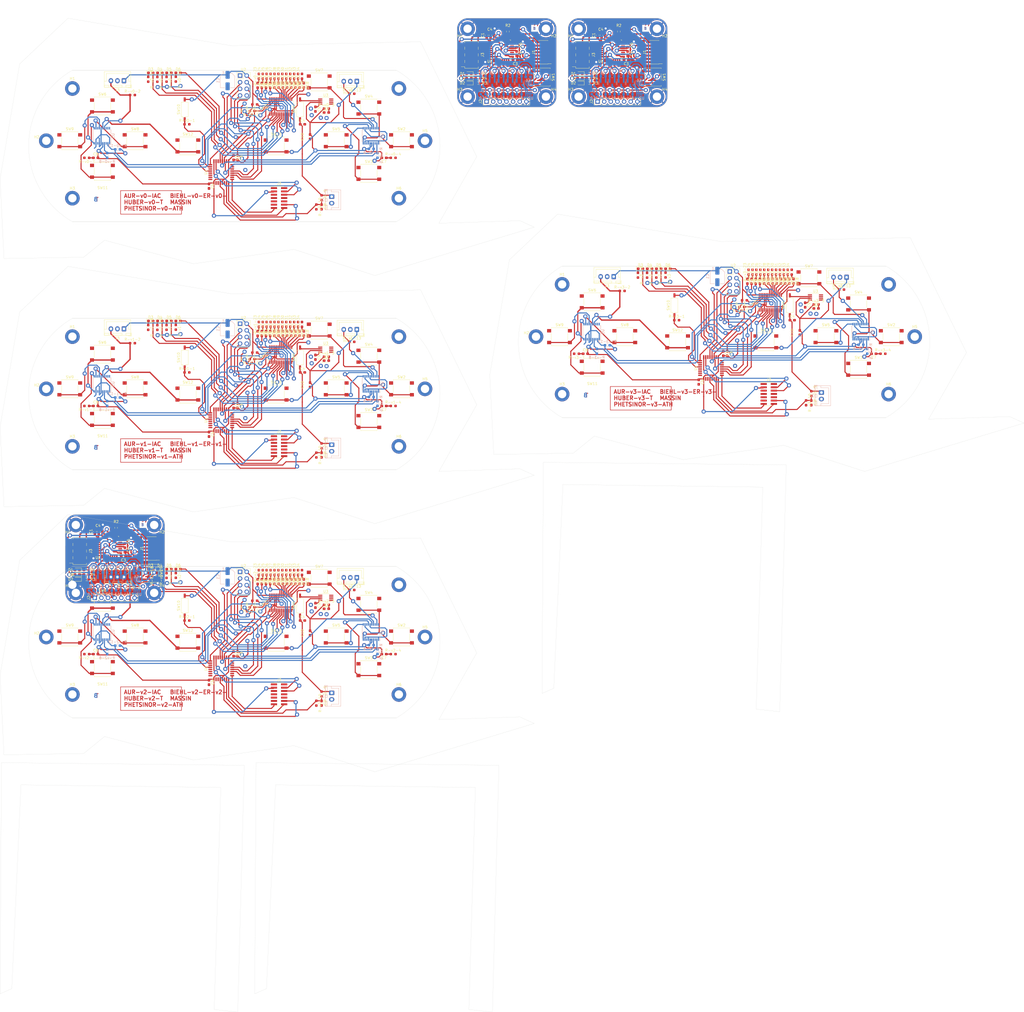
<source format=kicad_pcb>
(kicad_pcb (version 20221018) (generator pcbnew)
  (layers (0 "F.Cu" signal) (31 "B.Cu" signal) (34 "B.Paste" user) (35 "F.Paste" user) (36 "B.SilkS" user "B.Silkscreen") (37 "F.SilkS" user "F.Silkscreen") (38 "B.Mask" user) (39 "F.Mask" user) (44 "Edge.Cuts" user))
  (net 0 "")
  (net 1 "Glob_Alim-v0-")
  (net 2 "GND-v0-")
  (net 3 "POWER-v0-_CHECK-v0-")
  (net 4 "L-v0-i-ion-v0-")
  (net 5 "Net-(C7-Pad1)-v0-")
  (net 6 "Net-(C8-Pad1)-v0-")
  (net 7 "Net-(U3-BP)-v0-")
  (net 8 "Net-(D2-A)-v0-")
  (net 9 "Net-(D3-K)-v0-")
  (net 10 "Net-(D3-A)-v0-")
  (net 11 "Net-(D4-K)-v0-")
  (net 12 "Net-(D4-A)-v0-")
  (net 13 "Net-(D5-K)-v0-")
  (net 14 "Net-(D5-A)-v0-")
  (net 15 "Net-(D6-K)-v0-")
  (net 16 "Net-(D6-A)-v0-")
  (net 17 "Net-(D7-K)-v0-")
  (net 18 "Net-(D7-A)-v0-")
  (net 19 "Net-(D8-K)-v0-")
  (net 20 "Net-(D8-A)-v0-")
  (net 21 "Net-(D9-K)-v0-")
  (net 22 "Net-(D9-A)-v0-")
  (net 23 "Net-(D10-K)-v0-")
  (net 24 "Net-(D10-A)-v0-")
  (net 25 "Net-(D11-K)-v0-")
  (net 26 "Net-(D11-A)-v0-")
  (net 27 "Net-(D12-K)-v0-")
  (net 28 "Net-(D12-A)-v0-")
  (net 29 "Net-(D13-K)-v0-")
  (net 30 "Net-(D13-A)-v0-")
  (net 31 "Net-(D14-K)-v0-")
  (net 32 "Net-(D14-A)-v0-")
  (net 33 "Net-(D15-K)-v0-")
  (net 34 "Net-(D15-A)-v0-")
  (net 35 "Net-(D16-K)-v0-")
  (net 36 "Net-(D16-A)-v0-")
  (net 37 "Net-(D17-K)-v0-")
  (net 38 "Net-(D17-A)-v0-")
  (net 39 "Net-(D18-K)-v0-")
  (net 40 "Net-(D18-A)-v0-")
  (net 43 "SWDIO-v0-")
  (net 44 "SWDCK-v0-")
  (net 48 "R-v0-eset_Buton -v0-")
  (net 49 "USAR-v0-T2_R-v0-X-v0-")
  (net 50 "USAR-v0-T2_TX-v0-")
  (net 51 "R-v0-")
  (net 52 "L-v0-")
  (net 53 "NES{slash}SNES_switcher-v0-")
  (net 54 "DIO{slash}EX_CL-v0-K")
  (net 55 "DIO{slash}EX_SDA-v0-")
  (net 56 "DIODE_OE-v0-")
  (net 57 "Net-(#FL-v0-G05-pwr)")
  (net 58 "A_Button-v0-")
  (net 59 "B_Button-v0-")
  (net 60 "X_Button-v0-")
  (net 61 "Y_Button-v0-")
  (net 62 "UC_Button-v0-")
  (net 63 "Order_Search-v0-")
  (net 64 "L-v0-C_Button")
  (net 65 "R-v0-C_Button")
  (net 66 "DC_Button-v0-")
  (net 67 "ST_Button-v0-")
  (net 68 "SE_Button-v0-")
  (net 73 "Pin_Clock-v0-")
  (net 74 "Digital_Out_Put-v0-")
  (net 75 "MOSI-v0-")
  (net 79 "R-v0-X{slash}TX")
  (net 81 "CSN_nR-v0-F24")
  (net 99 "Glob_Alim-v1-")
  (net 100 "GND-v1-")
  (net 101 "POWER-v1-_CHECK-v1-")
  (net 102 "L-v1-i-ion-v1-")
  (net 103 "Net-(C7-Pad1)-v1-")
  (net 104 "Net-(C8-Pad1)-v1-")
  (net 105 "Net-(U3-BP)-v1-")
  (net 106 "Net-(D2-A)-v1-")
  (net 107 "Net-(D3-K)-v1-")
  (net 108 "Net-(D3-A)-v1-")
  (net 109 "Net-(D4-K)-v1-")
  (net 110 "Net-(D4-A)-v1-")
  (net 111 "Net-(D5-K)-v1-")
  (net 112 "Net-(D5-A)-v1-")
  (net 113 "Net-(D6-K)-v1-")
  (net 114 "Net-(D6-A)-v1-")
  (net 115 "Net-(D7-K)-v1-")
  (net 116 "Net-(D7-A)-v1-")
  (net 117 "Net-(D8-K)-v1-")
  (net 118 "Net-(D8-A)-v1-")
  (net 119 "Net-(D9-K)-v1-")
  (net 120 "Net-(D9-A)-v1-")
  (net 121 "Net-(D10-K)-v1-")
  (net 122 "Net-(D10-A)-v1-")
  (net 123 "Net-(D11-K)-v1-")
  (net 124 "Net-(D11-A)-v1-")
  (net 125 "Net-(D12-K)-v1-")
  (net 126 "Net-(D12-A)-v1-")
  (net 127 "Net-(D13-K)-v1-")
  (net 128 "Net-(D13-A)-v1-")
  (net 129 "Net-(D14-K)-v1-")
  (net 130 "Net-(D14-A)-v1-")
  (net 131 "Net-(D15-K)-v1-")
  (net 132 "Net-(D15-A)-v1-")
  (net 133 "Net-(D16-K)-v1-")
  (net 134 "Net-(D16-A)-v1-")
  (net 135 "Net-(D17-K)-v1-")
  (net 136 "Net-(D17-A)-v1-")
  (net 137 "Net-(D18-K)-v1-")
  (net 138 "Net-(D18-A)-v1-")
  (net 141 "SWDIO-v1-")
  (net 142 "SWDCK-v1-")
  (net 146 "R-v1-eset_Buton -v1-")
  (net 147 "USAR-v1-T2_R-v1-X-v1-")
  (net 148 "USAR-v1-T2_TX-v1-")
  (net 149 "R-v1-")
  (net 150 "L-v1-")
  (net 151 "NES{slash}SNES_switcher-v1-")
  (net 152 "DIO{slash}EX_CL-v1-K")
  (net 153 "DIO{slash}EX_SDA-v1-")
  (net 154 "DIODE_OE-v1-")
  (net 155 "Net-(#FL-v1-G05-pwr)")
  (net 156 "A_Button-v1-")
  (net 157 "B_Button-v1-")
  (net 158 "X_Button-v1-")
  (net 159 "Y_Button-v1-")
  (net 160 "UC_Button-v1-")
  (net 161 "Order_Search-v1-")
  (net 162 "L-v1-C_Button")
  (net 163 "R-v1-C_Button")
  (net 164 "DC_Button-v1-")
  (net 165 "ST_Button-v1-")
  (net 166 "SE_Button-v1-")
  (net 171 "Pin_Clock-v1-")
  (net 172 "Digital_Out_Put-v1-")
  (net 173 "MOSI-v1-")
  (net 177 "R-v1-X{slash}TX")
  (net 179 "CSN_nR-v1-F24")
  (net 197 "Glob_Alim-v2-")
  (net 198 "GND-v2-")
  (net 199 "POWER-v2-_CHECK-v2-")
  (net 200 "L-v2-i-ion-v2-")
  (net 201 "Net-(C7-Pad1)-v2-")
  (net 202 "Net-(C8-Pad1)-v2-")
  (net 203 "Net-(U3-BP)-v2-")
  (net 204 "Net-(D2-A)-v2-")
  (net 205 "Net-(D3-K)-v2-")
  (net 206 "Net-(D3-A)-v2-")
  (net 207 "Net-(D4-K)-v2-")
  (net 208 "Net-(D4-A)-v2-")
  (net 209 "Net-(D5-K)-v2-")
  (net 210 "Net-(D5-A)-v2-")
  (net 211 "Net-(D6-K)-v2-")
  (net 212 "Net-(D6-A)-v2-")
  (net 213 "Net-(D7-K)-v2-")
  (net 214 "Net-(D7-A)-v2-")
  (net 215 "Net-(D8-K)-v2-")
  (net 216 "Net-(D8-A)-v2-")
  (net 217 "Net-(D9-K)-v2-")
  (net 218 "Net-(D9-A)-v2-")
  (net 219 "Net-(D10-K)-v2-")
  (net 220 "Net-(D10-A)-v2-")
  (net 221 "Net-(D11-K)-v2-")
  (net 222 "Net-(D11-A)-v2-")
  (net 223 "Net-(D12-K)-v2-")
  (net 224 "Net-(D12-A)-v2-")
  (net 225 "Net-(D13-K)-v2-")
  (net 226 "Net-(D13-A)-v2-")
  (net 227 "Net-(D14-K)-v2-")
  (net 228 "Net-(D14-A)-v2-")
  (net 229 "Net-(D15-K)-v2-")
  (net 230 "Net-(D15-A)-v2-")
  (net 231 "Net-(D16-K)-v2-")
  (net 232 "Net-(D16-A)-v2-")
  (net 233 "Net-(D17-K)-v2-")
  (net 234 "Net-(D17-A)-v2-")
  (net 235 "Net-(D18-K)-v2-")
  (net 236 "Net-(D18-A)-v2-")
  (net 239 "SWDIO-v2-")
  (net 240 "SWDCK-v2-")
  (net 244 "R-v2-eset_Buton -v2-")
  (net 245 "USAR-v2-T2_R-v2-X-v2-")
  (net 246 "USAR-v2-T2_TX-v2-")
  (net 247 "R-v2-")
  (net 248 "L-v2-")
  (net 249 "NES{slash}SNES_switcher-v2-")
  (net 250 "DIO{slash}EX_CL-v2-K")
  (net 251 "DIO{slash}EX_SDA-v2-")
  (net 252 "DIODE_OE-v2-")
  (net 253 "Net-(#FL-v2-G05-pwr)")
  (net 254 "A_Button-v2-")
  (net 255 "B_Button-v2-")
  (net 256 "X_Button-v2-")
  (net 257 "Y_Button-v2-")
  (net 258 "UC_Button-v2-")
  (net 259 "Order_Search-v2-")
  (net 260 "L-v2-C_Button")
  (net 261 "R-v2-C_Button")
  (net 262 "DC_Button-v2-")
  (net 263 "ST_Button-v2-")
  (net 264 "SE_Button-v2-")
  (net 269 "Pin_Clock-v2-")
  (net 270 "Digital_Out_Put-v2-")
  (net 271 "MOSI-v2-")
  (net 275 "R-v2-X{slash}TX")
  (net 277 "CSN_nR-v2-F24")
  (net 295 "Glob_Alim-v3-")
  (net 296 "GND-v3-")
  (net 297 "POWER-v3-_CHECK-v3-")
  (net 298 "L-v3-i-ion-v3-")
  (net 299 "Net-(C7-Pad1)-v3-")
  (net 300 "Net-(C8-Pad1)-v3-")
  (net 301 "Net-(U3-BP)-v3-")
  (net 302 "Net-(D2-A)-v3-")
  (net 303 "Net-(D3-K)-v3-")
  (net 304 "Net-(D3-A)-v3-")
  (net 305 "Net-(D4-K)-v3-")
  (net 306 "Net-(D4-A)-v3-")
  (net 307 "Net-(D5-K)-v3-")
  (net 308 "Net-(D5-A)-v3-")
  (net 309 "Net-(D6-K)-v3-")
  (net 310 "Net-(D6-A)-v3-")
  (net 311 "Net-(D7-K)-v3-")
  (net 312 "Net-(D7-A)-v3-")
  (net 313 "Net-(D8-K)-v3-")
  (net 314 "Net-(D8-A)-v3-")
  (net 315 "Net-(D9-K)-v3-")
  (net 316 "Net-(D9-A)-v3-")
  (net 317 "Net-(D10-K)-v3-")
  (net 318 "Net-(D10-A)-v3-")
  (net 319 "Net-(D11-K)-v3-")
  (net 320 "Net-(D11-A)-v3-")
  (net 321 "Net-(D12-K)-v3-")
  (net 322 "Net-(D12-A)-v3-")
  (net 323 "Net-(D13-K)-v3-")
  (net 324 "Net-(D13-A)-v3-")
  (net 325 "Net-(D14-K)-v3-")
  (net 326 "Net-(D14-A)-v3-")
  (net 327 "Net-(D15-K)-v3-")
  (net 328 "Net-(D15-A)-v3-")
  (net 329 "Net-(D16-K)-v3-")
  (net 330 "Net-(D16-A)-v3-")
  (net 331 "Net-(D17-K)-v3-")
  (net 332 "Net-(D17-A)-v3-")
  (net 333 "Net-(D18-K)-v3-")
  (net 334 "Net-(D18-A)-v3-")
  (net 337 "SWDIO-v3-")
  (net 338 "SWDCK-v3-")
  (net 342 "R-v3-eset_Buton -v3-")
  (net 343 "USAR-v3-T2_R-v3-X-v3-")
  (net 344 "USAR-v3-T2_TX-v3-")
  (net 345 "R-v3-")
  (net 346 "L-v3-")
  (net 347 "NES{slash}SNES_switcher-v3-")
  (net 348 "DIO{slash}EX_CL-v3-K")
  (net 349 "DIO{slash}EX_SDA-v3-")
  (net 350 "DIODE_OE-v3-")
  (net 351 "Net-(#FL-v3-G05-pwr)")
  (net 352 "A_Button-v3-")
  (net 353 "B_Button-v3-")
  (net 354 "X_Button-v3-")
  (net 355 "Y_Button-v3-")
  (net 356 "UC_Button-v3-")
  (net 357 "Order_Search-v3-")
  (net 358 "L-v3-C_Button")
  (net 359 "R-v3-C_Button")
  (net 360 "DC_Button-v3-")
  (net 361 "ST_Button-v3-")
  (net 362 "SE_Button-v3-")
  (net 367 "Pin_Clock-v3-")
  (net 368 "Digital_Out_Put-v3-")
  (net 369 "MOSI-v3-")
  (net 373 "R-v3-X{slash}TX")
  (net 375 "CSN_nR-v3-F24")
  (net 393 "+5V-v7-")
  (net 394 "GND-v7-")
  (net 395 "+3.3V-v7-")
  (net 396 "Net-(D1-K)-v7-")
  (net 398 "Net-(D3-K)-v7-")
  (net 399 "Status_LED-v7-")
  (net 400 "Data_Clock_SNES-v7-")
  (net 401 "Data_Latch_SNES-v7-")
  (net 402 "Net-(D2-K)-v7-")
  (net 403 "Serial_Data1_SNES-v7-")
  (net 404 "Serial_Data2_SNES-v7-")
  (net 405 "SPI_Chip_Select-v7-")
  (net 406 "Chip_Enable-v7-")
  (net 407 "SPI_Digital_Input-v7-")
  (net 408 "SPI_Clock-v7-")
  (net 409 "SPI_Digital_Output-v7-")
  (net 410 "IOBit_SNES-v7-")
  (net 411 "Data_Clock_STM32-v7-")
  (net 412 "Data_Latch_STM32-v7-")
  (net 413 "Appairing_Btn-v7-")
  (net 414 "Net-(U2-BP)-v7-")
  (net 415 "SWDIO-v7-")
  (net 416 "SWDCK-v7-")
  (net 419 "NRST-v7-")
  (net 420 "USART2_RX-v7-")
  (net 421 "USART2_TX-v7-")
  (net 422 "Serial_Data1_STM32-v7-")
  (net 423 "IOBit_STM32-v7-")
  (net 424 "Serial_Data2_STM32-v7-")
  (net 438 "+5V-v8-")
  (net 439 "GND-v8-")
  (net 440 "+3.3V-v8-")
  (net 441 "Net-(D1-K)-v8-")
  (net 443 "Net-(D3-K)-v8-")
  (net 444 "Status_LED-v8-")
  (net 445 "Data_Clock_SNES-v8-")
  (net 446 "Data_Latch_SNES-v8-")
  (net 447 "Net-(D2-K)-v8-")
  (net 448 "Serial_Data1_SNES-v8-")
  (net 449 "Serial_Data2_SNES-v8-")
  (net 450 "SPI_Chip_Select-v8-")
  (net 451 "Chip_Enable-v8-")
  (net 452 "SPI_Digital_Input-v8-")
  (net 453 "SPI_Clock-v8-")
  (net 454 "SPI_Digital_Output-v8-")
  (net 455 "IOBit_SNES-v8-")
  (net 456 "Data_Clock_STM32-v8-")
  (net 457 "Data_Latch_STM32-v8-")
  (net 458 "Appairing_Btn-v8-")
  (net 459 "Net-(U2-BP)-v8-")
  (net 460 "SWDIO-v8-")
  (net 461 "SWDCK-v8-")
  (net 464 "NRST-v8-")
  (net 465 "USART2_RX-v8-")
  (net 466 "USART2_TX-v8-")
  (net 467 "Serial_Data1_STM32-v8-")
  (net 468 "IOBit_STM32-v8-")
  (net 469 "Serial_Data2_STM32-v8-")
  (net 483 "+5V-v9-")
  (net 484 "GND-v9-")
  (net 485 "+3.3V-v9-")
  (net 486 "Net-(D1-K)-v9-")
  (net 488 "Net-(D3-K)-v9-")
  (net 489 "Status_LED-v9-")
  (net 490 "Data_Clock_SNES-v9-")
  (net 491 "Data_Latch_SNES-v9-")
  (net 492 "Net-(D2-K)-v9-")
  (net 493 "Serial_Data1_SNES-v9-")
  (net 494 "Serial_Data2_SNES-v9-")
  (net 495 "SPI_Chip_Select-v9-")
  (net 496 "Chip_Enable-v9-")
  (net 497 "SPI_Digital_Input-v9-")
  (net 498 "SPI_Clock-v9-")
  (net 499 "SPI_Digital_Output-v9-")
  (net 500 "IOBit_SNES-v9-")
  (net 501 "Data_Clock_STM32-v9-")
  (net 502 "Data_Latch_STM32-v9-")
  (net 503 "Appairing_Btn-v9-")
  (net 504 "Net-(U2-BP)-v9-")
  (net 505 "SWDIO-v9-")
  (net 506 "SWDCK-v9-")
  (net 509 "NRST-v9-")
  (net 510 "USART2_RX-v9-")
  (net 511 "USART2_TX-v9-")
  (net 512 "Serial_Data1_STM32-v9-")
  (net 513 "IOBit_STM32-v9-")
  (net 514 "Serial_Data2_STM32-v9-")
  (footprint "L-v3-ED_SMD:L-v3-ED_0603_1608Metric_Pad1.05x0.95mm_HandSolder" (layer "F.Cu") (at 305.038491 101.932725 -90)
    (fp_text reference "D18")
    (fp_text value "R-v3-4")
  )
  (footprint "MountingHole:MountingHole_3.2mm_M3_DIN965_Pad" (layer "F.Cu") (at 210.25 5.25)
    (fp_text reference "H2")
    (fp_text value "MountingHole_Pad")
  )
  (footprint "Connector_JST:JST_XH_B3B-XH-A_1x03_P2.50mm_Vertical" (layer "F.Cu") (at 48.688491 120.157725 180)
    (fp_text reference "J3")
    (fp_text value "Conn_01x03")
  )
  (footprint "R-v1-esistor_SMD:R-v1-_0603_1608Metric_Pad0.98x0.95mm_HandSolder" (layer "F.Cu") (at 135.938491 125.132725)
    (fp_text reference "R-v1-13")
    (fp_text value "1K")
  )
  (footprint "MountingHole:MountingHole_3.2mm_M3_DIN965_Pad" (layer "F.Cu") (at 341.438491 145.132725)
    (fp_text reference "H6")
    (fp_text value "MountingHole_Pad")
  )
  (footprint "Button_Switch_SMD:SW_SPST_B3S-1000" (layer "F.Cu") (at 106.938491 145.132725)
    (fp_text reference "SW13")
    (fp_text value "SW_Push")
  )
  (footprint "Button_Switch_SMD:SW_SPST_B3S-1000" (layer "F.Cu") (at 40.438491 249.832725)
    (fp_text reference "SW11")
    (fp_text value "SW_Push")
  )
  (footprint "R-v3-esistor_SMD:R-v3-_0603_1608Metric_Pad0.98x0.95mm_HandSolder" (layer "F.Cu") (at 256.038491 99.557725 -90)
    (fp_text reference "R-v3-22")
    (fp_text value "1K")
  )
  (footprint "L-v1-ED_SMD:L-v1-ED_0603_1608Metric_Pad1.05x0.95mm_HandSolder" (layer "F.Cu") (at 58.938491 117.132725)
    (fp_text reference "D3")
    (fp_text value "G1")
  )
  (footprint "Button_Switch_SMD:SW_DIP_SPSTx01_Slide_Copal_CHS-01B_W7.62mm_P1.27mm" (layer "F.Cu") (at 71.938491 131.132725 90)
    (fp_text reference "SW10")
    (fp_text value "SW_DIP_x01")
  )
  (footprint "L-v1-ED_SMD:L-v1-ED_0603_1608Metric_Pad1.05x0.95mm_HandSolder" (layer "F.Cu") (at 112.713491 121.932725 -90)
    (fp_text reference "D15")
    (fp_text value "R-v1-1")
  )
  (footprint "Button_Switch_SMD:SW_SPST_B3S-1000" (layer "F.Cu") (at 208.75 23.75 180)
    (fp_text reference "SW1")
    (fp_text value "SW_SPST")
  )
  (footprint "R-v0-esistor_SMD:R-v0-_0603_1608Metric_Pad0.98x0.95mm_HandSolder" (layer "F.Cu") (at 107.838491 23.445225 90)
    (fp_text reference "R-v0-28")
    (fp_text value "1K")
  )
  (footprint "Button_Switch_SMD:SW_SPST_B3S-1000" (layer "F.Cu") (at 40.438491 224.832725)
    (fp_text reference "SW6")
    (fp_text value "SW_Push")
  )
  (footprint "R-v2-esistor_SMD:R-v2-_0603_1608Metric_Pad0.98x0.95mm_HandSolder" (layer "F.Cu") (at 115.338491 213.445225 90)
    (fp_text reference "R-v2-33")
    (fp_text value "1K")
  )
  (footprint "R-v2-esistor_SMD:R-v2-_0603_1608Metric_Pad0.98x0.95mm_HandSolder" (layer "F.Cu") (at 135.938491 220.132725)
    (fp_text reference "R-v2-13")
    (fp_text value "1K")
  )
  (footprint "Capacitor_SMD:C_0603_1608Metric_Pad1.08x0.95mm_HandSolder" (layer "F.Cu") (at 241.51 11.5 90)
    (fp_text reference "C5")
    (fp_text value "100n")
  )
  (footprint "R-v1-esistor_SMD:R-v1-_0603_1608Metric_Pad0.98x0.95mm_HandSolder" (layer "F.Cu") (at 124.338491 164.932725 -90)
    (fp_text reference "R-v1-9")
    (fp_text value "1M")
  )
  (footprint "R-v0-esistor_SMD:R-v0-_0603_1608Metric_Pad0.98x0.95mm_HandSolder" (layer "F.Cu") (at 122.338491 73.470225 -90)
    (fp_text reference "R-v0-10")
    (fp_text value "1M")
  )
  (footprint "R-v2-esistor_SMD:R-v2-_0603_1608Metric_Pad0.98x0.95mm_HandSolder" (layer "F.Cu") (at 110.838491 213.445225 90)
    (fp_text reference "R-v2-30")
    (fp_text value "1K")
  )
  (footprint "Button_Switch_SMD:SW_SPST_B3S-1000" (layer "F.Cu") (at 251.25 23.75 180)
    (fp_text reference "SW1")
    (fp_text value "SW_SPST")
  )
  (footprint "R-v2-esistor_SMD:R-v2-_0603_1608Metric_Pad0.98x0.95mm_HandSolder" (layer "F.Cu") (at 101.838491 213.445225 90)
    (fp_text reference "R-v2-24")
    (fp_text value "1K")
  )
  (footprint "Button_Switch_SMD:SW_DIP_SPSTx01_Slide_Copal_CHS-01B_W7.62mm_P1.27mm" (layer "F.Cu") (at 303.608491 111.132725 90)
    (fp_text reference "SW1")
    (fp_text value "SW_DIP_x01")
  )
  (footprint "R-v2-esistor_SMD:R-v2-_0603_1608Metric_Pad0.98x0.95mm_HandSolder" (layer "F.Cu") (at 112.338491 213.445225 90)
    (fp_text reference "R-v2-31")
    (fp_text value "1K")
  )
  (footprint "Button_Switch_SMD:SW_SPST_B3S-1000" (layer "F.Cu") (at 329.938491 135.632725)
    (fp_text reference "SW3")
    (fp_text value "SW_Push")
  )
  (footprint "Capacitor_SMD:C_0603_1608Metric_Pad1.08x0.95mm_HandSolder" (layer "F.Cu") (at 311.838491 148.470225 -90)
    (fp_text reference "C2")
    (fp_text value "1nF")
  )
  (footprint "MountingHole:MountingHole_3.2mm_M3_DIN965_Pad" (layer "F.Cu") (at 341.438491 103.132725)
    (fp_text reference "H4")
    (fp_text value "MountingHole_Pad")
  )
  (footprint "Capacitor_SMD:C_0603_1608Metric_Pad1.08x0.95mm_HandSolder" (layer "F.Cu") (at 335.750515 129.682725 180)
    (fp_text reference "C7")
    (fp_text value "100nF")
  )
  (footprint "R-v0-esistor_SMD:R-v0-_0603_1608Metric_Pad0.98x0.95mm_HandSolder" (layer "F.Cu") (at 101.838491 23.445225 90)
    (fp_text reference "R-v0-24")
    (fp_text value "1K")
  )
  (footprint "R-v1-esistor_SMD:R-v1-_0603_1608Metric_Pad0.98x0.95mm_HandSolder" (layer "F.Cu") (at 34.446467 149.682725 180)
    (fp_text reference "R-v1-7")
    (fp_text value "1k")
  )
  (footprint "Button_Switch_SMD:SW_SPST_B3S-1000" (layer "F.Cu") (at 27.938491 143.132725)
    (fp_text reference "SW9")
    (fp_text value "SW_Push")
  )
  (footprint "R-v1-esistor_SMD:R-v1-_0603_1608Metric_Pad0.98x0.95mm_HandSolder" (layer "F.Cu") (at 109.338491 118.445225 90)
    (fp_text reference "R-v1-29")
    (fp_text value "1K")
  )
  (footprint "R-v1-esistor_SMD:R-v1-_0603_1608Metric_Pad0.98x0.95mm_HandSolder" (layer "F.Cu") (at 96.748491 133.232725)
    (fp_text reference "R-v1-14")
    (fp_text value "10K")
  )
  (footprint "Button_Switch_SMD:SW_SPST_B3S-1000" (layer "F.Cu") (at 129.938491 143.132725)
    (fp_text reference "SW5")
    (fp_text value "SW_Push")
  )
  (footprint "Package_SO:TSSOP-28_4.4x9.7mm_P0.65mm" (layer "F.Cu") (at 108.672491 225.046725 90)
    (fp_text reference "U4")
    (fp_text value "PCA9685PW")
  )
  (footprint "R-v0-esistor_SMD:R-v0-_0603_1608Metric_Pad0.98x0.95mm_HandSolder" (layer "F.Cu") (at 98.748491 34.232725 180)
    (fp_text reference "R-v0-16")
    (fp_text value "10K")
  )
  (footprint "L-v0-ED_SMD:L-v0-ED_0603_1608Metric_Pad1.05x0.95mm_HandSolder" (layer "F.Cu") (at 126.198491 37.332725)
    (fp_text reference "D2")
    (fp_text value "L-v0-ED_Small")
  )
  (footprint "L-v2-ED_SMD:L-v2-ED_0603_1608Metric_Pad1.05x0.95mm_HandSolder" (layer "F.Cu") (at 114.313491 216.932725 -90)
    (fp_text reference "D16")
    (fp_text value "R-v2-2")
  )
  (footprint "R-v0-esistor_SMD:R-v0-_0603_1608Metric_Pad0.98x0.95mm_HandSolder" (layer "F.Cu") (at 151.750515 54.682725)
    (fp_text reference "R-v0-4")
    (fp_text value "1k")
  )
  (footprint "Button_Switch_SMD:SW_SPST_B3S-1000" (layer "F.Cu") (at 154.938491 238.132725)
    (fp_text reference "SW2")
    (fp_text value "SW_Push")
  )
  (footprint "R-v3-esistor_SMD:R-v3-_0603_1608Metric_Pad0.98x0.95mm_HandSolder" (layer "F.Cu") (at 286.248491 109.232725 180)
    (fp_text reference "R-v3-16")
    (fp_text value "10K")
  )
  (footprint "Button_Switch_SMD:SW_SPST_B3S-1000" (layer "F.Cu") (at 52.938491 48.132725)
    (fp_text reference "SW8")
    (fp_text value "SW_Push")
  )
  (footprint "L-v3-ED_SMD:L-v3-ED_0603_1608Metric_Pad1.05x0.95mm_HandSolder" (layer "F.Cu") (at 300.213491 101.932725 -90)
    (fp_text reference "D15")
    (fp_text value "R-v3-1")
  )
  (footprint "Capacitor_SMD:C_0603_1608Metric_Pad1.08x0.95mm_HandSolder" (layer "F.Cu") (at 37.55 197.75 90)
    (fp_text reference "C1")
    (fp_text value "10u")
  )
  (footprint "L-v0-ED_SMD:L-v0-ED_0603_1608Metric_Pad1.05x0.95mm_HandSolder" (layer "F.Cu") (at 106.263491 26.957725 -90)
    (fp_text reference "D11")
    (fp_text value "O1")
  )
  (footprint "Capacitor_SMD:C_0603_1608Metric_Pad1.08x0.95mm_HandSolder" (layer "F.Cu") (at 81.240491 160.526725 -90)
    (fp_text reference "C5")
    (fp_text value "100n")
  )
  (footprint "L-v1-ED_SMD:L-v1-ED_0603_1608Metric_Pad1.05x0.95mm_HandSolder" (layer "F.Cu") (at 117.538491 121.932725 -90)
    (fp_text reference "D18")
    (fp_text value "R-v1-4")
  )
  (footprint "L-v0-ED_SMD:L-v0-ED_0603_1608Metric_Pad1.05x0.95mm_HandSolder" (layer "F.Cu") (at 103.063491 26.957725 -90)
    (fp_text reference "D9")
    (fp_text value "G7")
  )
  (footprint "Button_Switch_SMD:SW_SPST_B3S-1000" (layer "F.Cu") (at 73.148491 145.132725)
    (fp_text reference "SW12")
    (fp_text value "SW_Push")
  )
  (footprint "Connector_JST:JST_XH_B3B-XH-A_1x03_P2.50mm_Vertical" (layer "F.Cu") (at 236.188491 100.157725 180)
    (fp_text reference "J3")
    (fp_text value "Conn_01x03")
  )
  (footprint "L-v2-ED_SMD:L-v2-ED_0603_1608Metric_Pad1.05x0.95mm_HandSolder" (layer "F.Cu") (at 58.938491 212.132725)
    (fp_text reference "D3")
    (fp_text value "G1")
  )
  (footprint "R-v0-esistor_SMD:R-v0-_0603_1608Metric_Pad0.98x0.95mm_HandSolder" (layer "F.Cu") (at 116.838491 23.445225 90)
    (fp_text reference "R-v0-34")
    (fp_text value "1K")
  )
  (footprint "Package_QFP:LQFP-32_7x7mm_P0.8mm" (layer "F.Cu") (at 235.6 13.15 180)
    (fp_text reference "U1")
    (fp_text value "STM32L412KBTx")
  )
  (footprint "L-v0-ED_SMD:L-v0-ED_0603_1608Metric_Pad1.05x0.95mm_HandSolder" (layer "F.Cu") (at 109.513491 26.932725 -90)
    (fp_text reference "D13")
    (fp_text value "O3")
  )
  (footprint "MountingHole:MountingHole_3.2mm_M3_DIN965_Pad" (layer "F.Cu") (at 60.25 221.25)
    (fp_text reference "H4")
    (fp_text value "MountingHole_Pad")
  )
  (footprint "R-v3-esistor_SMD:R-v3-_0603_1608Metric_Pad0.98x0.95mm_HandSolder" (layer "F.Cu") (at 298.338491 98.445225 90)
    (fp_text reference "R-v3-30")
    (fp_text value "1K")
  )
  (footprint "Package_QFP:L-v3-QFP-32_7x7mm_P0.8mm" (layer "F.Cu") (at 273.438491 135.132725 90)
    (fp_text reference "U1")
    (fp_text value "STM32L-v3-412KBTx")
  )
  (footprint "R-v3-esistor_SMD:R-v3-_0603_1608Metric_Pad0.98x0.95mm_HandSolder" (layer "F.Cu") (at 299.838491 98.445225 90)
    (fp_text reference "R-v3-31")
    (fp_text value "1K")
  )
  (footprint "Diode_SMD:D_0603_1608Metric_Pad1.05x0.95mm_HandSolder" (layer "F.Cu") (at 180.76875 26.05 180)
    (fp_text reference "D2")
    (fp_text value "LED_Small")
  )
  (footprint "MountingHole:MountingHole_3.2mm_M3_DIN965_Pad" (layer "F.Cu") (at 18.938491 238.132725)
    (fp_text reference "H2")
    (fp_text value "MountingHole_Pad")
  )
  (footprint "Capacitor_SMD:C_0603_1608Metric_Pad1.08x0.95mm_HandSolder" (layer "F.Cu") (at 199.01 14.8025 90)
    (fp_text reference "C2")
    (fp_text value "100n")
  )
  (footprint "MountingHole:MountingHole_3.2mm_M3_DIN965_Pad" (layer "F.Cu") (at 180.25 5.25)
    (fp_text reference "H1")
    (fp_text value "MountingHole_Pad")
  )
  (footprint "R-v3-esistor_SMD:R-v3-_0603_1608Metric_Pad0.98x0.95mm_HandSolder" (layer "F.Cu") (at 289.338491 98.445225 90)
    (fp_text reference "R-v3-24")
    (fp_text value "1K")
  )
  (footprint "Capacitor_SMD:C_0603_1608Metric_Pad1.08x0.95mm_HandSolder" (layer "F.Cu") (at 49.01 201.5 90)
    (fp_text reference "C5")
    (fp_text value "100n")
  )
  (footprint "Package_SO:MSOP-8_3x3mm_P0.65mm" (layer "F.Cu") (at 125.938491 33.132725)
    (fp_text reference "U3")
    (fp_text value "MIC5219-3.3YMM")
  )
  (footprint "Connector_PinHeader_1.27mm:PinHeader_2x07_P1.27mm_Vertical_SMD" (layer "F.Cu") (at 209.25 14.25 180)
    (fp_text reference "J1")
    (fp_text value "Conn_02x07_Odd_Even")
  )
  (footprint "Button_Switch_SMD:SW_SPST_B3S-1000" (layer "F.Cu") (at 27.938491 48.132725)
    (fp_text reference "SW9")
    (fp_text value "SW_Push")
  )
  (footprint "Button_Switch_SMD:SW_SPST_B3S-1000" (layer "F.Cu") (at 129.938491 48.132725)
    (fp_text reference "SW5")
    (fp_text value "SW_Push")
  )
  (footprint "R-v1-esistor_SMD:R-v1-_0603_1608Metric_Pad0.98x0.95mm_HandSolder" (layer "F.Cu") (at 115.338491 118.445225 90)
    (fp_text reference "R-v1-33")
    (fp_text value "1K")
  )
  (footprint "R-v0-esistor_SMD:R-v0-_0603_1608Metric_Pad0.98x0.95mm_HandSolder" (layer "F.Cu") (at 103.308491 23.445225 90)
    (fp_text reference "R-v0-25")
    (fp_text value "1K")
  )
  (footprint "Connector_PinHeader_1.27mm:PinHeader_2x07_P1.27mm_Vertical_SMD" (layer "F.Cu") (at 251.75 14.25 180)
    (fp_text reference "J1")
    (fp_text value "Conn_02x07_Odd_Even")
  )
  (footprint "Resistor_SMD:R_0603_1608Metric_Pad0.98x0.95mm_HandSolder" (layer "F.Cu") (at 34.26875 216.05)
    (fp_text reference "R3")
    (fp_text value "1k")
  )
  (footprint "L-v0-ED_SMD:L-v0-ED_0603_1608Metric_Pad1.05x0.95mm_HandSolder" (layer "F.Cu") (at 115.913491 26.932725 -90)
    (fp_text reference "D17")
    (fp_text value "R-v0-3")
  )
  (footprint "Capacitor_SMD:C_0603_1608Metric_Pad1.08x0.95mm_HandSolder" (layer "F.Cu") (at 121.988491 131.032725 -90)
    (fp_text reference "C9")
    (fp_text value "470p")
  )
  (footprint "Capacitor_SMD:C_0603_1608Metric_Pad1.08x0.95mm_HandSolder" (layer "F.Cu") (at 198.5025 17.19)
    (fp_text reference "C3")
    (fp_text value "100n")
  )
  (footprint "MountingHole:MountingHole_3.2mm_M3_DIN965_Pad" (layer "F.Cu") (at 216.438491 145.132725)
    (fp_text reference "H3")
    (fp_text value "MountingHole_Pad")
  )
  (footprint "R-v0-esistor_SMD:R-v0-_0603_1608Metric_Pad0.98x0.95mm_HandSolder" (layer "F.Cu") (at 124.338491 69.932725 -90)
    (fp_text reference "R-v0-9")
    (fp_text value "1M")
  )
  (footprint "Capacitor_SMD:C_0603_1608Metric_Pad1.08x0.95mm_HandSolder" (layer "F.Cu") (at 92.162491 54.604725 -90)
    (fp_text reference "C6")
    (fp_text value "10u")
  )
  (footprint "L-v1-ED_SMD:L-v1-ED_0603_1608Metric_Pad1.05x0.95mm_HandSolder" (layer "F.Cu") (at 65.938491 117.132725)
    (fp_text reference "D5")
    (fp_text value "G3")
  )
  (footprint "MountingHole:MountingHole_3.2mm_M3_DIN965_Pad" (layer "F.Cu") (at 206.438491 123.132725)
    (fp_text reference "H2")
    (fp_text value "MountingHole_Pad")
  )
  (footprint "L-v3-ED_SMD:L-v3-ED_0603_1608Metric_Pad1.05x0.95mm_HandSolder" (layer "F.Cu") (at 253.438491 97.132725)
    (fp_text reference "D5")
    (fp_text value "G3")
  )
  (footprint "Package_QFP:L-v2-QFP-32_7x7mm_P0.8mm" (layer "F.Cu") (at 85.938491 250.132725 90)
    (fp_text reference "U1")
    (fp_text value "STM32L-v2-412KBTx")
  )
  (footprint "R-v1-esistor_SMD:R-v1-_0603_1608Metric_Pad0.98x0.95mm_HandSolder" (layer "F.Cu") (at 116.838491 118.445225 90)
    (fp_text reference "R-v1-34")
    (fp_text value "1K")
  )
  (footprint "R-v2-esistor_SMD:R-v2-_0603_1608Metric_Pad0.98x0.95mm_HandSolder" (layer "F.Cu") (at 109.338491 213.445225 90)
    (fp_text reference "R-v2-29")
    (fp_text value "1K")
  )
  (footprint "R-v1-esistor_SMD:R-v1-_0603_1608Metric_Pad0.98x0.95mm_HandSolder" (layer "F.Cu") (at 97.748491 131.732725 180)
    (fp_text reference "R-v1-11")
    (fp_text value "10K")
  )
  (footprint "L-v2-ED_SMD:L-v2-ED_0603_1608Metric_Pad1.05x0.95mm_HandSolder" (layer "F.Cu") (at 106.263491 216.957725 -90)
    (fp_text reference "D11")
    (fp_text value "O1")
  )
  (footprint "R-v2-esistor_SMD:R-v2-_0603_1608Metric_Pad0.98x0.95mm_HandSolder" (layer "F.Cu") (at 107.838491 213.445225 90)
    (fp_text reference "R-v2-28")
    (fp_text value "1K")
  )
  (footprint "MountingHole:MountingHole_3.2mm_M3_DIN965_Pad" (layer "F.Cu") (at 28.938491 70.132725)
    (fp_text reference "H3")
    (fp_text value "MountingHole_Pad")
  )
  (footprint "R-v2-esistor_SMD:R-v2-_0603_1608Metric_Pad0.98x0.95mm_HandSolder" (layer "F.Cu") (at 104.838491 213.445225 90)
    (fp_text reference "R-v2-26")
    (fp_text value "1K")
  )
  (footprint "R-v3-esistor_SMD:R-v3-_0603_1608Metric_Pad0.98x0.95mm_HandSolder" (layer "F.Cu") (at 287.838491 98.445225 90)
    (fp_text reference "R-v3-23")
    (fp_text value "1K")
  )
  (footprint "Capacitor_SMD:C_0603_1608Metric_Pad1.08x0.95mm_HandSolder" (layer "F.Cu") (at 37.846467 149.682725)
    (fp_text reference "C8")
    (fp_text value "100nF")
  )
  (footprint "R-v3-esistor_SMD:R-v3-_0603_1608Metric_Pad0.98x0.95mm_HandSolder" (layer "F.Cu") (at 248.963491 99.632725 -90)
    (fp_text reference "R-v3-20")
    (fp_text value "1K")
  )
  (footprint "Resistor_SMD:R_0603_1608Metric_Pad0.98x0.95mm_HandSolder" (layer "F.Cu") (at 226.76875 22.45)
    (fp_text reference "R1")
    (fp_text value "1k")
  )
  (footprint "Button_Switch_SMD:SW_SPST_B3S-1000" (layer "F.Cu") (at 260.648491 125.132725)
    (fp_text reference "SW12")
    (fp_text value "SW_Push")
  )
  (footprint "L-v3-ED_SMD:L-v3-ED_0603_1608Metric_Pad1.05x0.95mm_HandSolder" (layer "F.Cu") (at 256.938491 97.132725)
    (fp_text reference "D6")
    (fp_text value "G4")
  )
  (footprint "L-v2-ED_SMD:L-v2-ED_0603_1608Metric_Pad1.05x0.95mm_HandSolder" (layer "F.Cu") (at 62.438491 212.132725)
    (fp_text reference "D4")
    (fp_text value "G2")
  )
  (footprint "R-v0-esistor_SMD:R-v0-_0603_1608Metric_Pad0.98x0.95mm_HandSolder" (layer "F.Cu") (at 100.338491 23.445225 90)
    (fp_text reference "R-v0-23")
    (fp_text value "1K")
  )
  (footprint "Capacitor_SMD:C_0603_1608Metric_Pad1.08x0.95mm_HandSolder" (layer "F.Cu") (at 81.240491 255.526725 -90)
    (fp_text reference "C5")
    (fp_text value "100n")
  )
  (footprint "Capacitor_SMD:C_0603_1608Metric_Pad1.08x0.95mm_HandSolder" (layer "F.Cu") (at 124.338491 73.470225 -90)
    (fp_text reference "C2")
    (fp_text value "1nF")
  )
  (footprint "R-v1-esistor_SMD:R-v1-_0603_1608Metric_Pad0.98x0.95mm_HandSolder" (layer "F.Cu") (at 110.838491 118.445225 90)
    (fp_text reference "R-v1-30")
    (fp_text value "1K")
  )
  (footprint "Button_Switch_SMD:SW_SPST_B3S-1000" (layer "F.Cu") (at 106.938491 240.132725)
    (fp_text reference "SW13")
    (fp_text value "SW_Push")
  )
  (footprint "Button_Switch_SMD:SW_SPST_B3S-1000" (layer "F.Cu") (at 73.148491 50.132725)
    (fp_text reference "SW12")
    (fp_text value "SW_Push")
  )
  (footprint "R-v1-esistor_SMD:R-v1-_0603_1608Metric_Pad0.98x0.95mm_HandSolder" (layer "F.Cu") (at 51.938491 125.632725)
    (fp_text reference "R-v1-2")
    (fp_text value "1K")
  )
  (footprint "R-v1-esistor_SMD:R-v1-_0603_1608Metric_Pad0.98x0.95mm_HandSolder" (layer "F.Cu") (at 68.538491 119.557725 -90)
    (fp_text reference "R-v1-22")
    (fp_text value "1K")
  )
  (footprint "R-v2-esistor_SMD:R-v2-_0603_1608Metric_Pad0.98x0.95mm_HandSolder" (layer "F.Cu") (at 98.748491 224.232725 180)
    (fp_text reference "R-v2-16")
    (fp_text value "10K")
  )
  (footprint "Button_Switch_SMD:SW_SPST_B3S-1000" (layer "F.Cu") (at 142.438491 35.632725)
    (fp_text reference "SW4")
    (fp_text value "SW_Push")
  )
  (footprint "Connector_JST:JST_XH_B3B-XH-A_1x03_P2.50mm_Vertical" (layer "F.Cu") (at 325.342491 100.394725 180)
    (fp_text reference "J4")
    (fp_text value "Conn_01x03")
  )
  (footprint "L-v1-ED_SMD:L-v1-ED_0603_1608Metric_Pad1.05x0.95mm_HandSolder" (layer "F.Cu") (at 109.513491 121.932725 -90)
    (fp_text reference "D13")
    (fp_text value "O3")
  )
  (footprint "Capacitor_SMD:C_0603_1608Metric_Pad1.08x0.95mm_HandSolder" (layer "F.Cu") (at 148.250515 54.682725 180)
    (fp_text reference "C7")
    (fp_text value "100nF")
  )
  (footprint "Button_Switch_SMD:SW_SPST_B3S-1000" (layer "F.Cu") (at 123.438491 25.632725)
    (fp_text reference "SW7")
    (fp_text value "SW_SPST")
  )
  (footprint "L-v0-ED_SMD:L-v0-ED_0603_1608Metric_Pad1.05x0.95mm_HandSolder" (layer "F.Cu") (at 101.462491 26.957725 -90)
    (fp_text reference "D8")
    (fp_text value "G6")
  )
  (footprint "Capacitor_SMD:C_0603_1608Metric_Pad1.08x0.95mm_HandSolder" (layer "F.Cu") (at 37.846467 54.682725)
    (fp_text reference "C8")
    (fp_text value "100nF")
  )
  (footprint "Capacitor_SMD:C_0603_1608Metric_Pad1.08x0.95mm_HandSolder" (layer "F.Cu") (at 309.488491 111.032725 -90)
    (fp_text reference "C9")
    (fp_text value "470p")
  )
  (footprint "L-v3-ED_SMD:L-v3-ED_0603_1608Metric_Pad1.05x0.95mm_HandSolder" (layer "F.Cu") (at 303.413491 101.932725 -90)
    (fp_text reference "D17")
    (fp_text value "R-v3-3")
  )
  (footprint "R-v3-esistor_SMD:R-v3-_0603_1608Metric_Pad0.98x0.95mm_HandSolder" (layer "F.Cu") (at 339.250515 129.682725)
    (fp_text reference "R-v3-4")
    (fp_text value "1k")
  )
  (footprint "Connector_PinHeader_1.27mm:PinHeader_2x07_P1.27mm_Vertical_SMD" (layer "F.Cu") (at 59.25 204.25 180)
    (fp_text reference "J1")
    (fp_text value "Conn_02x07_Odd_Even")
  )
  (footprint "L-v0-ED_SMD:L-v0-ED_0603_1608Metric_Pad1.05x0.95mm_HandSolder" (layer "F.Cu") (at 107.898491 26.945225 -90)
    (fp_text reference "D12")
    (fp_text value "O2")
  )
  (footprint "L-v3-ED_SMD:L-v3-ED_0603_1608Metric_Pad1.05x0.95mm_HandSolder" (layer "F.Cu") (at 292.163491 101.957725 -90)
    (fp_text reference "D10")
    (fp_text value "G8")
  )
  (footprint "L-v1-ED_SMD:L-v1-ED_0603_1608Metric_Pad1.05x0.95mm_HandSolder" (layer "F.Cu") (at 107.898491 121.945225 -90)
    (fp_text reference "D12")
    (fp_text value "O2")
  )
  (footprint "Button_Switch_SMD:SW_DIP_SPSTx01_Slide_Copal_CHS-01B_W7.62mm_P1.27mm" (layer "F.Cu") (at 259.438491 111.132725 90)
    (fp_text reference "SW10")
    (fp_text value "SW_DIP_x01")
  )
  (footprint "MountingHole:MountingHole_3.2mm_M3_DIN965_Pad" (layer "F.Cu") (at 153.938491 123.132725)
    (fp_text reference "H4")
    (fp_text value "MountingHole_Pad")
  )
  (footprint "Button_Switch_SMD:SW_SPST_B3S-1000" (layer "F.Cu") (at 52.938491 143.132725)
    (fp_text reference "SW8")
    (fp_text value "SW_Push")
  )
  (footprint "L-v0-ED_SMD:L-v0-ED_0603_1608Metric_Pad1.05x0.95mm_HandSolder" (layer "F.Cu") (at 117.538491 26.932725 -90)
    (fp_text reference "D18")
    (fp_text value "R-v0-4")
  )
  (footprint "MountingHole:MountingHole_3.2mm_M3_DIN965_Pad" (layer "F.Cu") (at 216.438491 103.132725)
    (fp_text reference "H1")
    (fp_text value "MountingHole_Pad")
  )
  (footprint "L-v2-ED_SMD:L-v2-ED_0603_1608Metric_Pad1.05x0.95mm_HandSolder" (layer "F.Cu") (at 101.462491 216.957725 -90)
    (fp_text reference "D8")
    (fp_text value "G6")
  )
  (footprint "MountingHole:MountingHole_3.2mm_M3_DIN965_Pad" (layer "F.Cu") (at 28.938491 165.132725)
    (fp_text reference "H3")
    (fp_text value "MountingHole_Pad")
  )
  (footprint "MountingHole:MountingHole_3.2mm_M3_DIN965_Pad" (layer "F.Cu") (at 180.25 31.25)
    (fp_text reference "H3")
    (fp_text value "MountingHole_Pad")
  )
  (footprint "L-v3-ED_SMD:L-v3-ED_0603_1608Metric_Pad1.05x0.95mm_HandSolder" (layer "F.Cu") (at 246.438491 97.132725)
    (fp_text reference "D3")
    (fp_text value "G1")
  )
  (footprint "R-v1-esistor_SMD:R-v1-_0603_1608Metric_Pad0.98x0.95mm_HandSolder" (layer "F.Cu") (at 64.988491 119.607725 -90)
    (fp_text reference "R-v1-21")
    (fp_text value "1K")
  )
  (footprint "Connector_JST:JST_XH_B3B-XH-A_1x03_P2.50mm_Vertical" (layer "F.Cu") (at 137.842491 215.394725 180)
    (fp_text reference "J4")
    (fp_text value "Conn_01x03")
  )
  (footprint "R-v0-esistor_SMD:R-v0-_0603_1608Metric_Pad0.98x0.95mm_HandSolder" (layer "F.Cu") (at 115.338491 23.445225 90)
    (fp_text reference "R-v0-33")
    (fp_text value "1K")
  )
  (footprint "MountingHole:MountingHole_3.2mm_M3_DIN965_Pad" (layer "F.Cu") (at 222.75 31.25)
    (fp_text reference "H3")
    (fp_text value "MountingHole_Pad")
  )
  (footprint "R-v1-esistor_SMD:R-v1-_0603_1608Metric_Pad0.98x0.95mm_HandSolder" (layer "F.Cu") (at 106.338491 118.445225 90)
    (fp_text reference "R-v1-27")
    (fp_text value "1K")
  )
  (footprint "L-v1-ED_SMD:L-v1-ED_0603_1608Metric_Pad1.05x0.95mm_HandSolder" (layer "F.Cu") (at 126.198491 132.332725)
    (fp_text reference "D2")
    (fp_text value "L-v1-ED_Small")
  )
  (footprint "Resistor_SMD:R_0603_1608Metric_Pad0.98x0.95mm_HandSolder" (layer "F.Cu") (at 34.26875 212.45)
    (fp_text reference "R1")
    (fp_text value "1k")
  )
  (footprint "R-v1-esistor_SMD:R-v1-_0603_1608Metric_Pad0.98x0.95mm_HandSolder" (layer "F.Cu") (at 101.838491 118.445225 90)
    (fp_text reference "R-v1-24")
    (fp_text value "1K")
  )
  (footprint "R-v1-esistor_SMD:R-v1-_0603_1608Metric_Pad0.98x0.95mm_HandSolder" (layer "F.Cu") (at 103.308491 118.445225 90)
    (fp_text reference "R-v1-25")
    (fp_text value "1K")
  )
  (footprint "Button_Switch_SMD:SW_DIP_SPSTx01_Slide_Copal_CHS-01B_W7.62mm_P1.27mm" (layer "F.Cu") (at 71.938491 36.132725 90)
    (fp_text reference "SW10")
    (fp_text value "SW_DIP_x01")
  )
  (footprint "L-v3-ED_SMD:L-v3-ED_0603_1608Metric_Pad1.05x0.95mm_HandSolder" (layer "F.Cu") (at 290.563491 101.957725 -90)
    (fp_text reference "D9")
    (fp_text value "G7")
  )
  (footprint "R-v0-esistor_SMD:R-v0-_0603_1608Metric_Pad0.98x0.95mm_HandSolder" (layer "F.Cu") (at 61.463491 24.632725 -90)
    (fp_text reference "R-v0-20")
    (fp_text value "1K")
  )
  (footprint "R-v3-esistor_SMD:R-v3-_0603_1608Metric_Pad0.98x0.95mm_HandSolder" (layer "F.Cu") (at 293.838491 98.445225 90)
    (fp_text reference "R-v3-27")
    (fp_text value "1K")
  )
  (footprint "L-v0-ED_SMD:L-v0-ED_0603_1608Metric_Pad1.05x0.95mm_HandSolder" (layer "F.Cu") (at 112.713491 26.932725 -90)
    (fp_text reference "D15")
    (fp_text value "R-v0-1")
  )
  (footprint "R-v1-esistor_SMD:R-v1-_0603_1608Metric_Pad0.98x0.95mm_HandSolder" (layer "F.Cu") (at 107.838491 118.445225 90)
    (fp_text reference "R-v1-28")
    (fp_text value "1K")
  )
  (footprint "MountingHole:MountingHole_3.2mm_M3_DIN965_Pad" (layer "F.Cu") (at 222.75 5.25)
    (fp_text reference "H1")
    (fp_text value "MountingHole_Pad")
  )
  (footprint "Connector_PinHeader_2.54mm:PinHeader_2x04_P2.54mm_Vertical" (layer "F.Cu") (at 93.138491 118.192725)
    (fp_text reference "U2")
    (fp_text value "nR-v1-F24_Full")
  )
  (footprint "Button_Switch_SMD:SW_SPST_B3S-1000" (layer "F.Cu") (at 215.438491 123.132725)
    (fp_text reference "SW9")
    (fp_text value "SW_Push")
  )
  (footprint "Connector_PinHeader_2.54mm:PinHeader_1x07_P2.54mm_Vertical" (layer "F.Cu") (at 187.5 33.15 90)
    (fp_text reference "J2")
    (fp_text value "Conn_01x07_Socket")
  )
  (footprint "L-v3-ED_SMD:L-v3-ED_0603_1608Metric_Pad1.05x0.95mm_HandSolder" (layer "F.Cu") (at 313.698491 112.332725)
    (fp_text reference "D2")
    (fp_text value "L-v3-ED_Small")
  )
  (footprint "Package_QFP:LQFP-32_7x7mm_P0.8mm" (layer "F.Cu") (at 193.1 13.15 180)
    (fp_text reference "U1")
    (fp_text value "STM32L412KBTx")
  )
  (footprint "R-v2-esistor_SMD:R-v2-_0603_1608Metric_Pad0.98x0.95mm_HandSolder" (layer "F.Cu") (at 61.463491 214.632725 -90)
    (fp_text reference "R-v2-20")
    (fp_text value "1K")
  )
  (footprint "Button_Switch_SMD:SW_SPST_B3S-1000" (layer "F.Cu") (at 106.938491 50.132725)
    (fp_text reference "SW13")
    (fp_text value "SW_Push")
  )
  (footprint "Capacitor_SMD:C_0603_1608Metric_Pad1.08x0.95mm_HandSolder" (layer "F.Cu") (at 148.250515 244.682725 180)
    (fp_text reference "C7")
    (fp_text value "100nF")
  )
  (footprint "Connector_JST:JST_XH_B3B-XH-A_1x03_P2.50mm_Vertical" (layer "F.Cu") (at 48.688491 25.157725 180)
    (fp_text reference "J3")
    (fp_text value "Conn_01x03")
  )
  (footprint "R-v1-esistor_SMD:R-v1-_0603_1608Metric_Pad0.98x0.95mm_HandSolder" (layer "F.Cu") (at 100.338491 118.445225 90)
    (fp_text reference "R-v1-23")
    (fp_text value "1K")
  )
  (footprint "Capacitor_SMD:C_0603_1608Metric_Pad1.08x0.95mm_HandSolder" (layer "F.Cu") (at 48.5025 207.19)
    (fp_text reference "C3")
    (fp_text value "100n")
  )
  (footprint "R-v3-esistor_SMD:R-v3-_0603_1608Metric_Pad0.98x0.95mm_HandSolder" (layer "F.Cu") (at 295.338491 98.445225 90)
    (fp_text reference "R-v3-28")
    (fp_text value "1K")
  )
  (footprint "R-v2-esistor_SMD:R-v2-_0603_1608Metric_Pad0.98x0.95mm_HandSolder" (layer "F.Cu") (at 34.446467 244.682725 180)
    (fp_text reference "R-v2-7")
    (fp_text value "1k")
  )
  (footprint "Package_QFP:LQFP-32_7x7mm_P0.8mm" (layer "F.Cu") (at 43.1 203.15 180)
    (fp_text reference "U1")
    (fp_text value "STM32L412KBTx")
  )
  (footprint "R-v0-esistor_SMD:R-v0-_0603_1608Metric_Pad0.98x0.95mm_HandSolder" (layer "F.Cu") (at 106.338491 23.445225 90)
    (fp_text reference "R-v0-27")
    (fp_text value "1K")
  )
  (footprint "R-v0-esistor_SMD:R-v0-_0603_1608Metric_Pad0.98x0.95mm_HandSolder" (layer "F.Cu") (at 97.748491 36.732725 180)
    (fp_text reference "R-v0-11")
    (fp_text value "10K")
  )
  (footprint "R-v0-esistor_SMD:R-v0-_0603_1608Metric_Pad0.98x0.95mm_HandSolder" (layer "F.Cu") (at 96.748491 38.232725)
    (fp_text reference "R-v0-14")
    (fp_text value "10K")
  )
  (footprint "R-v3-esistor_SMD:R-v3-_0603_1608Metric_Pad0.98x0.95mm_HandSolder" (layer "F.Cu") (at 284.248491 113.232725)
    (fp_text reference "R-v3-14")
    (fp_text value "10K")
  )
  (footprint "R-v3-esistor_SMD:R-v3-_0603_1608Metric_Pad0.98x0.95mm_HandSolder" (layer "F.Cu") (at 285.248491 111.732725 180)
    (fp_text reference "R-v3-11")
    (fp_text value "10K")
  )
  (footprint "L-v0-ED_SMD:L-v0-ED_0603_1608Metric_Pad1.05x0.95mm_HandSolder" (layer "F.Cu") (at 114.313491 26.932725 -90)
    (fp_text reference "D16")
    (fp_text value "R-v0-2")
  )
  (footprint "MountingHole:MountingHole_3.2mm_M3_DIN965_Pad" (layer "F.Cu") (at 252.75 31.25)
    (fp_text reference "H4")
    (fp_text value "MountingHole_Pad")
  )
  (footprint "L-v1-ED_SMD:L-v1-ED_0603_1608Metric_Pad1.05x0.95mm_HandSolder" (layer "F.Cu") (at 103.063491 121.957725 -90)
    (fp_text reference "D9")
    (fp_text value "G7")
  )
  (footprint "R-v3-esistor_SMD:R-v3-_0603_1608Metric_Pad0.98x0.95mm_HandSolder" (layer "F.Cu") (at 311.838491 144.932725 -90)
    (fp_text reference "R-v3-9")
    (fp_text value "1M")
  )
  (footprint "R-v3-esistor_SMD:R-v3-_0603_1608Metric_Pad0.98x0.95mm_HandSolder" (layer "F.Cu") (at 296.838491 98.445225 90)
    (fp_text reference "R-v3-29")
    (fp_text value "1K")
  )
  (footprint "L-v3-ED_SMD:L-v3-ED_0603_1608Metric_Pad1.05x0.95mm_HandSolder" (layer "F.Cu") (at 249.938491 97.132725)
    (fp_text reference "D4")
    (fp_text value "G2")
  )
  (footprint "R-v3-esistor_SMD:R-v3-_0603_1608Metric_Pad0.98x0.95mm_HandSolder" (layer "F.Cu") (at 313.698491 110.808725)
    (fp_text reference "R-v3-3")
    (fp_text value "1K")
  )
  (footprint "Resistor_SMD:R_0603_1608Metric_Pad0.98x0.95mm_HandSolder" (layer "F.Cu") (at 226.76875 24.25)
    (fp_text reference "R4")
    (fp_text value "1k")
  )
  (footprint "Button_Switch_SMD:SW_SPST_B3S-1000" (layer "F.Cu") (at 142.438491 60.632725)
    (fp_text reference "SW3")
    (fp_text value "SW_Push")
  )
  (footprint "Resistor_SMD:R_0603_1608Metric_Pad0.98x0.95mm_HandSolder" (layer "F.Cu") (at 184.26875 22.45)
    (fp_text reference "R1")
    (fp_text value "1k")
  )
  (footprint "R-v3-esistor_SMD:R-v3-_0603_1608Metric_Pad0.98x0.95mm_HandSolder" (layer "F.Cu") (at 323.438491 105.132725)
    (fp_text reference "R-v3-13")
    (fp_text value "1K")
  )
  (footprint "Connector_PinHeader_1.27mm:PinHeader_2x07_P1.27mm_Vertical_SMD" (layer "F.Cu") (at 108.063491 165.072725)
    (fp_text reference "J2")
    (fp_text value "Conn_02x07_Odd_Even")
  )
  (footprint "Resistor_SMD:R_0603_1608Metric_Pad0.98x0.95mm_HandSolder" (layer "F.Cu") (at 184.26875 24.25)
    (fp_text reference "R4")
    (fp_text value "1k")
  )
  (footprint "Connector_JST:JST_XH_B3B-XH-A_1x03_P2.50mm_Vertical" (layer "F.Cu") (at 137.842491 25.394725 180)
    (fp_text reference "J4")
    (fp_text value "Conn_01x03")
  )
  (footprint "Package_SO:TSSOP-28_4.4x9.7mm_P0.65mm" (layer "F.Cu") (at 108.672491 130.046725 90)
    (fp_text reference "U4")
    (fp_text value "PCA9685PW")
  )
  (footprint "Button_Switch_SMD:SW_SPST_B3S-1000" (layer "F.Cu") (at 154.938491 143.132725)
    (fp_text reference "SW2")
    (fp_text value "SW_Push")
  )
  (footprint "Button_Switch_SMD:SW_DIP_SPSTx01_Slide_Copal_CHS-01B_W7.62mm_P1.27mm" (layer "F.Cu") (at 116.108491 226.132725 90)
    (fp_text reference "SW1")
    (fp_text value "SW_DIP_x01")
  )
  (footprint "Package_SO:MSOP-8_3x3mm_P0.65mm" (layer "F.Cu") (at 125.938491 128.132725)
    (fp_text reference "U3")
    (fp_text value "MIC5219-3.3YMM")
  )
  (footprint "Button_Switch_SMD:SW_SPST_B3S-1000" (layer "F.Cu") (at 142.438491 250.632725)
    (fp_text reference "SW3")
    (fp_text value "SW_Push")
  )
  (footprint "R-v3-esistor_SMD:R-v3-_0603_1608Metric_Pad0.98x0.95mm_HandSolder" (layer "F.Cu") (at 301.338491 98.445225 90)
    (fp_text reference "R-v3-32")
    (fp_text value "1K")
  )
  (footprint "R-v0-esistor_SMD:R-v0-_0603_1608Metric_Pad0.98x0.95mm_HandSolder" (layer "F.Cu") (at 57.963491 24.607725 -90)
    (fp_text reference "R-v0-18")
    (fp_text value "1K")
  )
  (footprint "L-v0-ED_SMD:L-v0-ED_0603_1608Metric_Pad1.05x0.95mm_HandSolder" (layer "F.Cu") (at 99.863491 26.957725 -90)
    (fp_text reference "D7")
    (fp_text value "G5")
  )
  (footprint "R-v3-esistor_SMD:R-v3-_0603_1608Metric_Pad0.98x0.95mm_HandSolder" (layer "F.Cu") (at 290.808491 98.445225 90)
    (fp_text reference "R-v3-25")
    (fp_text value "1K")
  )
  (footprint "L-v2-ED_SMD:L-v2-ED_0603_1608Metric_Pad1.05x0.95mm_HandSolder" (layer "F.Cu") (at 69.438491 212.132725)
    (fp_text reference "D6")
    (fp_text value "G4")
  )
  (footprint "Capacitor_SMD:C_0603_1608Metric_Pad1.08x0.95mm_HandSolder" (layer "F.Cu") (at 92.162491 149.604725 -90)
    (fp_text reference "C6")
    (fp_text value "10u")
  )
  (footprint "L-v0-ED_SMD:L-v0-ED_0603_1608Metric_Pad1.05x0.95mm_HandSolder" (layer "F.Cu") (at 104.663491 26.957725 -90)
    (fp_text reference "D10")
    (fp_text value "G8")
  )
  (footprint "Diode_SMD:D_0603_1608Metric_Pad1.05x0.95mm_HandSolder" (layer "F.Cu") (at 180.76875 24.25 180)
    (fp_text reference "D3")
    (fp_text value "LED")
  )
  (footprint "L-v2-ED_SMD:L-v2-ED_0603_1608Metric_Pad1.05x0.95mm_HandSolder" (layer "F.Cu") (at 107.898491 216.945225 -90)
    (fp_text reference "D12")
    (fp_text value "O2")
  )
  (footprint "Capacitor_SMD:C_0603_1608Metric_Pad1.08x0.95mm_HandSolder" (layer "F.Cu") (at 225.346467 129.682725)
    (fp_text reference "C8")
    (fp_text value "100nF")
  )
  (footprint "R-v0-esistor_SMD:R-v0-_0603_1608Metric_Pad0.98x0.95mm_HandSolder" (layer "F.Cu") (at 112.338491 23.445225 90)
    (fp_text reference "R-v0-31")
    (fp_text value "1K")
  )
  (footprint "R-v2-esistor_SMD:R-v2-_0603_1608Metric_Pad0.98x0.95mm_HandSolder" (layer "F.Cu") (at 124.338491 259.932725 -90)
    (fp_text reference "R-v2-9")
    (fp_text value "1M")
  )
  (footprint "R-v1-esistor_SMD:R-v1-_0603_1608Metric_Pad0.98x0.95mm_HandSolder" (layer "F.Cu") (at 57.963491 119.607725 -90)
    (fp_text reference "R-v1-18")
    (fp_text value "1K")
  )
  (footprint "Capacitor_SMD:C_0603_1608Metric_Pad1.08x0.95mm_HandSolder" (layer "F.Cu") (at 279.662491 129.604725 -90)
    (fp_text reference "C6")
    (fp_text value "10u")
  )
  (footprint "Button_Switch_SMD:SW_SPST_B3S-1000" (layer "F.Cu") (at 317.438491 123.132725)
    (fp_text reference "SW5")
    (fp_text value "SW_Push")
  )
  (footprint "Capacitor_SMD:C_0603_1608Metric_Pad1.08x0.95mm_HandSolder" (layer "F.Cu") (at 124.338491 263.470225 -90)
    (fp_text reference "C2")
    (fp_text value "1nF")
  )
  (footprint "R-v3-esistor_SMD:R-v3-_0603_1608Metric_Pad0.98x0.95mm_HandSolder" (layer "F.Cu") (at 292.338491 98.445225 90)
    (fp_text reference "R-v3-26")
    (fp_text value "1K")
  )
  (footprint "Connector_PinHeader_2.54mm:PinHeader_2x04_P2.54mm_Vertical" (layer "F.Cu") (at 93.138491 23.192725)
    (fp_text reference "U2")
    (fp_text value "nR-v0-F24_Full")
  )
  (footprint "Capacitor_SMD:C_0603_1608Metric_Pad1.08x0.95mm_HandSolder" (layer "F.Cu") (at 90.638491 149.604725 -90)
    (fp_text reference "C3")
    (fp_text value "100n")
  )
  (footprint "MountingHole:MountingHole_3.2mm_M3_DIN965_Pad" (layer "F.Cu") (at 163.938491 238.132725)
    (fp_text reference "H5")
    (fp_text value "MountingHole_Pad")
  )
  (footprint "Connector_PinSocket_2.54mm:PinSocket_2x04_P2.54mm_Vertical_SMD" (layer "F.Cu") (at 181.75 15.25 180)
    (fp_text reference "J3")
    (fp_text value "Conn_01x08_Socket")
  )
  (footprint "Package_QFP:L-v1-QFP-32_7x7mm_P0.8mm" (layer "F.Cu") (at 85.938491 155.132725 90)
    (fp_text reference "U1")
    (fp_text value "STM32L-v1-412KBTx")
  )
  (footprint "Button_Switch_SMD:SW_SPST_B3S-1000" (layer "F.Cu") (at 227.938491 134.832725)
    (fp_text reference "SW11")
    (fp_text value "SW_Push")
  )
  (footprint "Capacitor_SMD:C_0603_1608Metric_Pad1.08x0.95mm_HandSolder" (layer "F.Cu") (at 117.033491 136.832725)
    (fp_text reference "C4")
    (fp_text value "1u")
  )
  (footprint "Capacitor_SMD:C_0603_1608Metric_Pad1.08x0.95mm_HandSolder" (layer "F.Cu") (at 268.740491 140.526725 -90)
    (fp_text reference "C5")
    (fp_text value "100n")
  )
  (footprint "R-v0-esistor_SMD:R-v0-_0603_1608Metric_Pad0.98x0.95mm_HandSolder" (layer "F.Cu") (at 34.446467 54.682725 180)
    (fp_text reference "R-v0-7")
    (fp_text value "1k")
  )
  (footprint "Button_Switch_SMD:SW_SPST_B3S-1000" (layer "F.Cu") (at 227.938491 109.832725)
    (fp_text reference "SW6")
    (fp_text value "SW_Push")
  )
  (footprint "Button_Switch_SMD:SW_SPST_B3S-1000" (layer "F.Cu") (at 73.148491 240.132725)
    (fp_text reference "SW12")
    (fp_text value "SW_Push")
  )
  (footprint "MountingHole:MountingHole_3.2mm_M3_DIN965_Pad" (layer "F.Cu") (at 28.938491 260.132725)
    (fp_text reference "H3")
    (fp_text value "MountingHole_Pad")
  )
  (footprint "L-v2-ED_SMD:L-v2-ED_0603_1608Metric_Pad1.05x0.95mm_HandSolder" (layer "F.Cu") (at 103.063491 216.957725 -90)
    (fp_text reference "D9")
    (fp_text value "G7")
  )
  (footprint "Button_Switch_SMD:SW_SPST_B3S-1000" (layer "F.Cu") (at 142.438491 130.632725)
    (fp_text reference "SW4")
    (fp_text value "SW_Push")
  )
  (footprint "R-v0-esistor_SMD:R-v0-_0603_1608Metric_Pad0.98x0.95mm_HandSolder" (layer "F.Cu") (at 68.538491 24.557725 -90)
    (fp_text reference "R-v0-22")
    (fp_text value "1K")
  )
  (footprint "R-v2-esistor_SMD:R-v2-_0603_1608Metric_Pad0.98x0.95mm_HandSolder" (layer "F.Cu") (at 51.938491 220.632725)
    (fp_text reference "R-v2-2")
    (fp_text value "1K")
  )
  (footprint "L-v1-ED_SMD:L-v1-ED_0603_1608Metric_Pad1.05x0.95mm_HandSolder" (layer "F.Cu") (at 115.913491 121.932725 -90)
    (fp_text reference "D17")
    (fp_text value "R-v1-3")
  )
  (footprint "MountingHole:MountingHole_3.2mm_M3_DIN965_Pad" (layer "F.Cu") (at 28.938491 28.132725)
    (fp_text reference "H1")
    (fp_text value "MountingHole_Pad")
  )
  (footprint "MountingHole:MountingHole_3.2mm_M3_DIN965_Pad" (layer "F.Cu") (at 30.25 195.25)
    (fp_text reference "H1")
    (fp_text value "MountingHole_Pad")
  )
  (footprint "Button_Switch_SMD:SW_SPST_B3S-1000" (layer "F.Cu") (at 329.938491 110.632725)
    (fp_text reference "SW4")
    (fp_text value "SW_Push")
  )
  (footprint "Diode_SMD:D_0603_1608Metric_Pad1.05x0.95mm_HandSolder" (layer "F.Cu") (at 223.26875 26.05 180)
    (fp_text reference "D2")
    (fp_text value "LED_Small")
  )
  (footprint "Capacitor_SMD:C_0603_1608Metric_Pad1.08x0.95mm_HandSolder" (layer "F.Cu") (at 37.846467 244.682725)
    (fp_text reference "C8")
    (fp_text value "100nF")
  )
  (footprint "Package_SO:TSSOP-28_4.4x9.7mm_P0.65mm" (layer "F.Cu") (at 108.672491 35.046725 90)
    (fp_text reference "U4")
    (fp_text value "PCA9685PW")
  )
  (footprint "R-v2-esistor_SMD:R-v2-_0603_1608Metric_Pad0.98x0.95mm_HandSolder" (layer "F.Cu") (at 116.838491 213.445225 90)
    (fp_text reference "R-v2-34")
    (fp_text value "1K")
  )
  (footprint "R-v0-esistor_SMD:R-v0-_0603_1608Metric_Pad0.98x0.95mm_HandSolder" (layer "F.Cu") (at 104.838491 23.445225 90)
    (fp_text reference "R-v0-26")
    (fp_text value "1K")
  )
  (footprint "Capacitor_SMD:C_0603_1608Metric_Pad1.08x0.95mm_HandSolder" (layer "F.Cu") (at 92.162491 244.604725 -90)
    (fp_text reference "C6")
    (fp_text value "10u")
  )
  (footprint "Capacitor_SMD:C_0603_1608Metric_Pad1.08x0.95mm_HandSolder" (layer "F.Cu") (at 148.250515 149.682725 180)
    (fp_text reference "C7")
    (fp_text value "100nF")
  )
  (footprint "Capacitor_SMD:C_0603_1608Metric_Pad1.08x0.95mm_HandSolder" (layer "F.Cu") (at 39.05 197.75 90)
    (fp_text reference "C4")
    (fp_text value "100n")
  )
  (footprint "R-v2-esistor_SMD:R-v2-_0603_1608Metric_Pad0.98x0.95mm_HandSolder" (layer "F.Cu") (at 64.988491 214.607725 -90)
    (fp_text reference "R-v2-21")
    (fp_text value "1K")
  )
  (footprint "R-v0-esistor_SMD:R-v0-_0603_1608Metric_Pad0.98x0.95mm_HandSolder" (layer "F.Cu") (at 135.938491 30.132725)
    (fp_text reference "R-v0-13")
    (fp_text value "1K")
  )
  (footprint "MountingHole:MountingHole_3.2mm_M3_DIN965_Pad" (layer "F.Cu") (at 153.938491 28.132725)
    (fp_text reference "H4")
    (fp_text value "MountingHole_Pad")
  )
  (footprint "Capacitor_SMD:C_0603_1608Metric_Pad1.08x0.95mm_HandSolder" (layer "F.Cu") (at 117.033491 231.832725)
    (fp_text reference "C4")
    (fp_text value "1u")
  )
  (footprint "Button_Switch_SMD:SW_DIP_SPSTx01_Slide_Copal_CHS-01B_W7.62mm_P1.27mm" (layer "F.Cu") (at 116.108491 36.132725 90)
    (fp_text reference "SW1")
    (fp_text value "SW_DIP_x01")
  )
  (footprint "Capacitor_SMD:C_0603_1608Metric_Pad1.08x0.95mm_HandSolder" (layer "F.Cu") (at 121.988491 36.032725 -90)
    (fp_text reference "C9")
    (fp_text value "470p")
  )
  (footprint "Connector_PinHeader_2.54mm:PinHeader_1x07_P2.54mm_Vertical" (layer "F.Cu") (at 37.5 223.15 90)
    (fp_text reference "J2")
    (fp_text value "Conn_01x07_Socket")
  )
  (footprint "MountingHole:MountingHole_3.2mm_M3_DIN965_Pad" (layer "F.Cu") (at 18.938491 143.132725)
    (fp_text reference "H2")
    (fp_text value "MountingHole_Pad")
  )
  (footprint "R-v2-esistor_SMD:R-v2-_0603_1608Metric_Pad0.98x0.95mm_HandSolder" (layer "F.Cu") (at 68.538491 214.557725 -90)
    (fp_text reference "R-v2-22")
    (fp_text value "1K")
  )
  (footprint "Button_Switch_SMD:SW_DIP_SPSTx01_Slide_Copal_CHS-01B_W7.62mm_P1.27mm" (layer "F.Cu") (at 71.938491 226.132725 90)
    (fp_text reference "SW10")
    (fp_text value "SW_DIP_x01")
  )
  (footprint "Button_Switch_SMD:SW_SPST_B3S-1000" (layer "F.Cu") (at 52.938491 238.132725)
    (fp_text reference "SW8")
    (fp_text value "SW_Push")
  )
  (footprint "MountingHole:MountingHole_3.2mm_M3_DIN965_Pad" (layer "F.Cu") (at 163.938491 143.132725)
    (fp_text reference "H5")
    (fp_text value "MountingHole_Pad")
  )
  (footprint "MountingHole:MountingHole_3.2mm_M3_DIN965_Pad" (layer "F.Cu") (at 28.938491 218.132725)
    (fp_text reference "H1")
    (fp_text value "MountingHole_Pad")
  )
  (footprint "L-v1-ED_SMD:L-v1-ED_0603_1608Metric_Pad1.05x0.95mm_HandSolder" (layer "F.Cu") (at 101.462491 121.957725 -90)
    (fp_text reference "D8")
    (fp_text value "G6")
  )
  (footprint "L-v3-ED_SMD:L-v3-ED_0603_1608Metric_Pad1.05x0.95mm_HandSolder" (layer "F.Cu") (at 295.398491 101.945225 -90)
    (fp_text reference "D12")
    (fp_text value "O2")
  )
  (footprint "R-v3-esistor_SMD:R-v3-_0603_1608Metric_Pad0.98x0.95mm_HandSolder" (layer "F.Cu") (at 221.946467 129.682725 180)
    (fp_text reference "R-v3-7")
    (fp_text value "1k")
  )
  (footprint "L-v0-ED_SMD:L-v0-ED_0603_1608Metric_Pad1.05x0.95mm_HandSolder" (layer "F.Cu") (at 58.938491 22.132725)
    (fp_text reference "D3")
    (fp_text value "G1")
  )
  (footprint "Capacitor_SMD:C_0603_1608Metric_Pad1.08x0.95mm_HandSolder" (layer "F.Cu") (at 81.240491 65.526725 -90)
    (fp_text reference "C5")
    (fp_text value "100n")
  )
  (footprint "Connector_PinHeader_2.54mm:PinHeader_2x04_P2.54mm_Vertical" (layer "F.Cu") (at 93.138491 213.192725)
    (fp_text reference "U2")
    (fp_text value "nR-v2-F24_Full")
  )
  (footprint "MountingHole:MountingHole_3.2mm_M3_DIN965_Pad" (layer "F.Cu") (at 28.938491 123.132725)
    (fp_text reference "H1")
    (fp_text value "MountingHole_Pad")
  )
  (footprint "L-v2-ED_SMD:L-v2-ED_0603_1608Metric_Pad1.05x0.95mm_HandSolder" (layer "F.Cu") (at 109.513491 216.932725 -90)
    (fp_text reference "D13")
    (fp_text value "O3")
  )
  (footprint "Capacitor_SMD:C_0603_1608Metric_Pad1.08x0.95mm_HandSolder" (layer "F.Cu") (at 49.01 204.8025 90)
    (fp_text reference "C2")
    (fp_text value "100n")
  )
  (footprint "Connector_JST:JST_XH_B3B-XH-A_1x03_P2.50mm_Vertical" (layer "F.Cu") (at 48.688491 215.157725 180)
    (fp_text reference "J3")
    (fp_text value "Conn_01x03")
  )
  (footprint "Resistor_SMD:R_0603_1608Metric_Pad0.98x0.95mm_HandSolder" (layer "F.Cu") (at 184.26875 26.05)
    (fp_text reference "R3")
    (fp_text value "1k")
  )
  (footprint "Capacitor_SMD:C_0603_1608Metric_Pad1.08x0.95mm_HandSolder" (layer "F.Cu") (at 241.0025 17.19)
    (fp_text reference "C3")
    (fp_text value "100n")
  )
  (footprint "L-v1-ED_SMD:L-v1-ED_0603_1608Metric_Pad1.05x0.95mm_HandSolder" (layer "F.Cu") (at 104.663491 121.957725 -90)
    (fp_text reference "D10")
    (fp_text value "G8")
  )
  (footprint "MountingHole:MountingHole_3.2mm_M3_DIN965_Pad" (layer "F.Cu") (at 153.938491 70.132725)
    (fp_text reference "H6")
    (fp_text value "MountingHole_Pad")
  )
  (footprint "Button_Switch_SMD:SW_SPST_B3S-1000" (layer "F.Cu") (at 342.438491 123.132725)
    (fp_text reference "SW2")
    (fp_text value "SW_Push")
  )
  (footprint "Button_Switch_SMD:SW_SPST_B3S-1000" (layer "F.Cu") (at 129.938491 238.132725)
    (fp_text reference "SW5")
    (fp_text value "SW_Push")
  )
  (footprint "R-v2-esistor_SMD:R-v2-_0603_1608Metric_Pad0.98x0.95mm_HandSolder" (layer "F.Cu") (at 57.963491 214.607725 -90)
    (fp_text reference "R-v2-18")
    (fp_text value "1K")
  )
  (footprint "L-v0-ED_SMD:L-v0-ED_0603_1608Metric_Pad1.05x0.95mm_HandSolder" (layer "F.Cu") (at 111.113491 26.932725 -90)
    (fp_text reference "D14")
    (fp_text value "O4")
  )
  (footprint "Button_Switch_SMD:SW_SPST_B3S-1000" (layer "F.Cu") (at 310.938491 100.632725)
    (fp_text reference "SW7")
    (fp_text value "SW_SPST")
  )
  (footprint "R-v3-esistor_SMD:R-v3-_0603_1608Metric_Pad0.98x0.95mm_HandSolder" (layer "F.Cu") (at 260.288491 116.832725)
    (fp_text reference "R-v3-1")
    (fp_text value "1K")
  )
  (footprint "MountingHole:MountingHole_3.2mm_M3_DIN965_Pad" (layer "F.Cu") (at 252.75 5.25)
    (fp_text reference "H2")
    (fp_text value "MountingHole_Pad")
  )
  (footprint "L-v3-ED_SMD:L-v3-ED_0603_1608Metric_Pad1.05x0.95mm_HandSolder" (layer "F.Cu") (at 297.013491 101.932725 -90)
    (fp_text reference "D13")
    (fp_text value "O3")
  )
  (footprint "Capacitor_SMD:C_0603_1608Metric_Pad1.08x0.95mm_HandSolder" (layer "F.Cu") (at 119.933491 46.615225 -90)
    (fp_text reference "C10")
    (fp_text value "100nF")
  )
  (footprint "Capacitor_SMD:C_0603_1608Metric_Pad1.08x0.95mm_HandSolder" (layer "F.Cu") (at 241.51 14.8025 90)
    (fp_text reference "C2")
    (fp_text value "100n")
  )
  (footprint "R-v1-esistor_SMD:R-v1-_0603_1608Metric_Pad0.98x0.95mm_HandSolder" (layer "F.Cu") (at 112.338491 118.445225 90)
    (fp_text reference "R-v1-31")
    (fp_text value "1K")
  )
  (footprint "L-v1-ED_SMD:L-v1-ED_0603_1608Metric_Pad1.05x0.95mm_HandSolder" (layer "F.Cu") (at 99.863491 121.957725 -90)
    (fp_text reference "D7")
    (fp_text value "G5")
  )
  (footprint "Connector_PinHeader_1.27mm:PinHeader_2x07_P1.27mm_Vertical_SMD" (layer "F.Cu") (at 108.063491 70.072725)
    (fp_text reference "J2")
    (fp_text value "Conn_02x07_Odd_Even")
  )
  (footprint "MountingHole:MountingHole_3.2mm_M3_DIN965_Pad" (layer "F.Cu") (at 153.938491 165.132725)
    (fp_text reference "H6")
    (fp_text value "MountingHole_Pad")
  )
  (footprint "R-v2-esistor_SMD:R-v2-_0603_1608Metric_Pad0.98x0.95mm_HandSolder" (layer "F.Cu") (at 113.838491 213.445225 90)
    (fp_text reference "R-v2-32")
    (fp_text value "1K")
  )
  (footprint "Package_SO:MSOP-8_3x3mm_P0.65mm" (layer "F.Cu") (at 125.938491 223.132725)
    (fp_text reference "U3")
    (fp_text value "MIC5219-3.3YMM")
  )
  (footprint "Package_QFP:L-v0-QFP-32_7x7mm_P0.8mm" (layer "F.Cu") (at 85.938491 60.132725 90)
    (fp_text reference "U1")
    (fp_text value "STM32L-v0-412KBTx")
  )
  (footprint "Resistor_SMD:R_0603_1608Metric_Pad0.98x0.95mm_HandSolder" (layer "F.Cu") (at 238.17 6.32 90)
    (fp_text reference "R2")
    (fp_text value "10k")
  )
  (footprint "Diode_SMD:D_0603_1608Metric_Pad1.05x0.95mm_HandSolder" (layer "F.Cu") (at 30.76875 214.25 180)
    (fp_text reference "D3")
    (fp_text value "LED")
  )
  (footprint "Button_Switch_SMD:SW_SPST_B3S-1000" (layer "F.Cu") (at 40.438491 129.832725)
    (fp_text reference "SW6")
    (fp_text value "SW_Push")
  )
  (footprint "Capacitor_SMD:C_0603_1608Metric_Pad1.08x0.95mm_HandSolder" (layer "F.Cu") (at 307.433491 121.615225 -90)
    (fp_text reference "C10")
    (fp_text value "100nF")
  )
  (footprint "Capacitor_SMD:C_0603_1608Metric_Pad1.08x0.95mm_HandSolder" (layer "F.Cu") (at 199.01 11.5 90)
    (fp_text reference "C5")
    (fp_text value "100n")
  )
  (footprint "R-v2-esistor_SMD:R-v2-_0603_1608Metric_Pad0.98x0.95mm_HandSolder" (layer "F.Cu") (at 122.338491 263.470225 -90)
    (fp_text reference "R-v2-10")
    (fp_text value "1M")
  )
  (footprint "L-v1-ED_SMD:L-v1-ED_0603_1608Metric_Pad1.05x0.95mm_HandSolder" (layer "F.Cu") (at 106.263491 121.957725 -90)
    (fp_text reference "D11")
    (fp_text value "O1")
  )
  (footprint "R-v2-esistor_SMD:R-v2-_0603_1608Metric_Pad0.98x0.95mm_HandSolder" (layer "F.Cu") (at 97.748491 226.732725 180)
    (fp_text reference "R-v2-11")
    (fp_text value "10K")
  )
  (footprint "MountingHole:MountingHole_3.2mm_M3_DIN965_Pad" (layer "F.Cu") (at 30.25 221.25)
    (fp_text reference "H3")
    (fp_text value "MountingHole_Pad")
  )
  (footprint "Button_Switch_SMD:SW_SPST_B3S-1000" (layer "F.Cu") (at 40.438491 34.832725)
    (fp_text reference "SW6")
    (fp_text value "SW_Push")
  )
  (footprint "Button_Switch_SMD:SW_SPST_B3S-1000" (layer "F.Cu") (at 27.938491 238.132725)
    (fp_text reference "SW9")
    (fp_text value "SW_Push")
  )
  (footprint "R-v2-esistor_SMD:R-v2-_0603_1608Metric_Pad0.98x0.95mm_HandSolder" (layer "F.Cu") (at 72.788491 231.832725)
    (fp_text reference "R-v2-1")
    (fp_text value "1K")
  )
  (footprint "Capacitor_SMD:C_0603_1608Metric_Pad1.08x0.95mm_HandSolder" (layer "F.Cu") (at 187.55 7.75 90)
    (fp_text reference "C1")
    (fp_text value "10u")
  )
  (footprint "L-v0-ED_SMD:L-v0-ED_0603_1608Metric_Pad1.05x0.95mm_HandSolder" (layer "F.Cu") (at 69.438491 22.132725)
    (fp_text reference "D6")
    (fp_text value "G4")
  )
  (footprint "L-v2-ED_SMD:L-v2-ED_0603_1608Metric_Pad1.05x0.95mm_HandSolder" (layer "F.Cu") (at 126.198491 227.332725)
    (fp_text reference "D2")
    (fp_text value "L-v2-ED_Small")
  )
  (footprint "Connector_PinHeader_1.27mm:PinHeader_2x07_P1.27mm_Vertical_SMD" (layer "F.Cu") (at 108.063491 260.072725)
    (fp_text reference "J2")
    (fp_text value "Conn_02x07_Odd_Even")
  )
  (footprint "L-v2-ED_SMD:L-v2-ED_0603_1608Metric_Pad1.05x0.95mm_HandSolder" (layer "F.Cu") (at 112.713491 216.932725 -90)
    (fp_text reference "D15")
    (fp_text value "R-v2-1")
  )
  (footprint "Capacitor_SMD:C_0603_1608Metric_Pad1.08x0.95mm_HandSolder" (layer "F.Cu") (at 117.033491 41.832725)
    (fp_text reference "C4")
    (fp_text value "1u")
  )
  (footprint "R-v1-esistor_SMD:R-v1-_0603_1608Metric_Pad0.98x0.95mm_HandSolder" (layer "F.Cu") (at 151.750515 149.682725)
    (fp_text reference "R-v1-4")
    (fp_text value "1k")
  )
  (footprint "Button_Switch_SMD:SW_SPST_B3S-1000" (layer "F.Cu") (at 294.438491 125.132725)
    (fp_text reference "SW13")
    (fp_text value "SW_Push")
  )
  (footprint "L-v2-ED_SMD:L-v2-ED_0603_1608Metric_Pad1.05x0.95mm_HandSolder" (layer "F.Cu") (at 99.863491 216.957725 -90)
    (fp_text reference "D7")
    (fp_text value "G5")
  )
  (footprint "Package_SO:TSSOP-28_4.4x9.7mm_P0.65mm" (layer "F.Cu") (at 296.172491 110.046725 90)
    (fp_text reference "U4")
    (fp_text value "PCA9685PW")
  )
  (footprint "L-v2-ED_SMD:L-v2-ED_0603_1608Metric_Pad1.05x0.95mm_HandSolder" (layer "F.Cu") (at 65.938491 212.132725)
    (fp_text reference "D5")
    (fp_text value "G3")
  )
  (footprint "R-v3-esistor_SMD:R-v3-_0603_1608Metric_Pad0.98x0.95mm_HandSolder" (layer "F.Cu") (at 239.438491 105.632725)
    (fp_text reference "R-v3-2")
    (fp_text value "1K")
  )
  (footprint "Connector_PinHeader_2.54mm:PinHeader_2x04_P2.54mm_Vertical" (layer "F.Cu") (at 280.638491 98.192725)
    (fp_text reference "U2")
    (fp_text value "nR-v3-F24_Full")
  )
  (footprint "MountingHole:MountingHole_3.2mm_M3_DIN965_Pad" (layer "F.Cu") (at 210.25 31.25)
    (fp_text reference "H4")
    (fp_text value "MountingHole_Pad")
  )
  (footprint "R-v3-esistor_SMD:R-v3-_0603_1608Metric_Pad0.98x0.95mm_HandSolder" (layer "F.Cu") (at 252.488491 99.607725 -90)
    (fp_text reference "R-v3-21")
    (fp_text value "1K")
  )
  (footprint "Capacitor_SMD:C_0603_1608Metric_Pad1.08x0.95mm_HandSolder" (layer "F.Cu") (at 90.638491 244.604725 -90)
    (fp_text reference "C3")
    (fp_text value "100n")
  )
  (footprint "R-v2-esistor_SMD:R-v2-_0603_1608Metric_Pad0.98x0.95mm_HandSolder" (layer "F.Cu") (at 151.750515 244.682725)
    (fp_text reference "R-v2-4")
    (fp_text value "1k")
  )
  (footprint "Button_Switch_SMD:SW_SPST_B3S-1000" (layer "F.Cu") (at 142.438491 225.632725)
    (fp_text reference "SW4")
    (fp_text value "SW_Push")
  )
  (footprint "R-v1-esistor_SMD:R-v1-_0603_1608Metric_Pad0.98x0.95mm_HandSolder" (layer "F.Cu") (at 104.838491 118.445225 90)
    (fp_text reference "R-v1-26")
    (fp_text value "1K")
  )
  (footprint "R-v2-esistor_SMD:R-v2-_0603_1608Metric_Pad0.98x0.95mm_HandSolder" (layer "F.Cu") (at 106.338491 213.445225 90)
    (fp_text reference "R-v2-27")
    (fp_text value "1K")
  )
  (footprint "Button_Switch_SMD:SW_SPST_B3S-1000" (layer "F.Cu") (at 40.438491 59.832725)
    (fp_text reference "SW11")
    (fp_text value "SW_Push")
  )
  (footprint "L-v1-ED_SMD:L-v1-ED_0603_1608Metric_Pad1.05x0.95mm_HandSolder" (layer "F.Cu") (at 69.438491 117.132725)
    (fp_text reference "D6")
    (fp_text value "G4")
  )
  (footprint "R-v3-esistor_SMD:R-v3-_0603_1608Metric_Pad0.98x0.95mm_HandSolder" (layer "F.Cu") (at 309.838491 148.470225 -90)
    (fp_text reference "R-v3-10")
    (fp_text value "1M")
  )
  (footprint "L-v0-ED_SMD:L-v0-ED_0603_1608Metric_Pad1.05x0.95mm_HandSolder" (layer "F.Cu") (at 65.938491 22.132725)
    (fp_text reference "D5")
    (fp_text value "G3")
  )
  (footprint "R-v0-esistor_SMD:R-v0-_0603_1608Metric_Pad0.98x0.95mm_HandSolder" (layer "F.Cu") (at 113.838491 23.445225 90)
    (fp_text reference "R-v0-32")
    (fp_text value "1K")
  )
  (footprint "MountingHole:MountingHole_3.2mm_M3_DIN965_Pad" (layer "F.Cu") (at 18.938491 48.132725)
    (fp_text reference "H2")
    (fp_text value "MountingHole_Pad")
  )
  (footprint "Capacitor_SMD:C_0603_1608Metric_Pad1.08x0.95mm_HandSolder" (layer "F.Cu") (at 121.988491 226.032725 -90)
    (fp_text reference "C9")
    (fp_text value "470p")
  )
  (footprint "R-v2-esistor_SMD:R-v2-_0603_1608Metric_Pad0.98x0.95mm_HandSolder" (layer "F.Cu") (at 103.308491 213.445225 90)
    (fp_text reference "R-v2-25")
    (fp_text value "1K")
  )
  (footprint "Diode_SMD:D_0603_1608Metric_Pad1.05x0.95mm_HandSolder" (layer "F.Cu") (at 30.76875 212.45 180)
    (fp_text reference "D1")
    (fp_text value "LED_Small")
  )
  (footprint "Resistor_SMD:R_0603_1608Metric_Pad0.98x0.95mm_HandSolder" (layer "F.Cu") (at 226.76875 26.05)
    (fp_text reference "R3")
    (fp_text value "1k")
  )
  (footprint "Capacitor_SMD:C_0603_1608Metric_Pad1.08x0.95mm_HandSolder" (layer "F.Cu") (at 119.933491 141.615225 -90)
    (fp_text reference "C10")
    (fp_text value "100nF")
  )
  (footprint "R-v1-esistor_SMD:R-v1-_0603_1608Metric_Pad0.98x0.95mm_HandSolder" (layer "F.Cu") (at 122.338491 168.470225 -90)
    (fp_text reference "R-v1-10")
    (fp_text value "1M")
  )
  (footprint "Connector_PinHeader_2.54mm:PinHeader_1x07_P2.54mm_Vertical" (layer "F.Cu") (at 230 33.15 90)
    (fp_text reference "J2")
    (fp_text value "Conn_01x07_Socket")
  )
  (footprint "Resistor_SMD:R_0603_1608Metric_Pad0.98x0.95mm_HandSolder" (layer "F.Cu") (at 34.26875 214.25)
    (fp_text reference "R4")
    (fp_text value "1k")
  )
  (footprint "MountingHole:MountingHole_3.2mm_M3_DIN965_Pad" (layer "F.Cu") (at 60.25 195.25)
    (fp_text reference "H2")
    (fp_text value "MountingHole_Pad")
  )
  (footprint "Diode_SMD:D_0603_1608Metric_Pad1.05x0.95mm_HandSolder" (layer "F.Cu") (at 223.26875 24.25 180)
    (fp_text reference "D3")
    (fp_text value "LED")
  )
  (footprint "R-v0-esistor_SMD:R-v0-_0603_1608Metric_Pad0.98x0.95mm_HandSolder" (layer "F.Cu") (at 126.198491 35.808725)
    (fp_text reference "R-v0-3")
    (fp_text value "1K")
  )
  (footprint "Button_Switch_SMD:SW_SPST_B3S-1000" (layer "F.Cu") (at 123.438491 215.632725)
    (fp_text reference "SW7")
    (fp_text value "SW_SPST")
  )
  (footprint "R-v3-esistor_SMD:R-v3-_0603_1608Metric_Pad0.98x0.95mm_HandSolder" (layer "F.Cu") (at 302.838491 98.445225 90)
    (fp_text reference "R-v3-33")
    (fp_text value "1K")
  )
  (footprint "L-v3-ED_SMD:L-v3-ED_0603_1608Metric_Pad1.05x0.95mm_HandSolder" (layer "F.Cu") (at 298.613491 101.932725 -90)
    (fp_text reference "D14")
    (fp_text value "O4")
  )
  (footprint "L-v3-ED_SMD:L-v3-ED_0603_1608Metric_Pad1.05x0.95mm_HandSolder" (layer "F.Cu") (at 293.763491 101.957725 -90)
    (fp_text reference "D11")
    (fp_text value "O1")
  )
  (footprint "Capacitor_SMD:C_0603_1608Metric_Pad1.08x0.95mm_HandSolder" (layer "F.Cu") (at 230.05 7.75 90)
    (fp_text reference "C1")
    (fp_text value "10u")
  )
  (footprint "Capacitor_SMD:C_0603_1608Metric_Pad1.08x0.95mm_HandSolder" (layer "F.Cu") (at 119.933491 236.615225 -90)
    (fp_text reference "C10")
    (fp_text value "100nF")
  )
  (footprint "Capacitor_SMD:C_0603_1608Metric_Pad1.08x0.95mm_HandSolder" (layer "F.Cu") (at 189.05 7.75 90)
    (fp_text reference "C4")
    (fp_text value "100n")
  )
  (footprint "Button_Switch_SMD:SW_SPST_B3S-1000" (layer "F.Cu") (at 40.438491 154.832725)
    (fp_text reference "SW11")
    (fp_text value "SW_Push")
  )
  (footprint "Capacitor_SMD:C_0603_1608Metric_Pad1.08x0.95mm_HandSolder" (layer "F.Cu") (at 124.338491 168.470225 -90)
    (fp_text reference "C2")
    (fp_text value "1nF")
  )
  (footprint "R-v1-esistor_SMD:R-v1-_0603_1608Metric_Pad0.98x0.95mm_HandSolder" (layer "F.Cu") (at 72.788491 136.832725)
    (fp_text reference "R-v1-1")
    (fp_text value "1K")
  )
  (footprint "MountingHole:MountingHole_3.2mm_M3_DIN965_Pad" (layer "F.Cu") (at 153.938491 218.132725)
    (fp_text reference "H4")
    (fp_text value "MountingHole_Pad")
  )
  (footprint "R-v2-esistor_SMD:R-v2-_0603_1608Metric_Pad0.98x0.95mm_HandSolder" (layer "F.Cu") (at 100.338491 213.445225 90)
    (fp_text reference "R-v2-23")
    (fp_text value "1K")
  )
  (footprint "L-v3-ED_SMD:L-v3-ED_0603_1608Metric_Pad1.05x0.95mm_HandSolder" (layer "F.Cu") (at 301.813491 101.932725 -90)
    (fp_text reference "D16")
    (fp_text value "R-v3-2")
  )
  (footprint "Diode_SMD:D_0603_1608Metric_Pad1.05x0.95mm_HandSolder" (layer "F.Cu") (at 223.26875 22.45 180)
    (fp_text reference "D1")
    (fp_text value "LED_Small")
  )
  (footprint "R-v1-esistor_SMD:R-v1-_0603_1608Metric_Pad0.98x0.95mm_HandSolder" (layer "F.Cu") (at 126.198491 130.808725)
    (fp_text reference "R-v1-3")
    (fp_text value "1K")
  )
  (footprint "R-v0-esistor_SMD:R-v0-_0603_1608Metric_Pad0.98x0.95mm_HandSolder" (layer "F.Cu") (at 109.338491 23.445225 90)
    (fp_text reference "R-v0-29")
    (fp_text value "1K")
  )
  (footprint "MountingHole:MountingHole_3.2mm_M3_DIN965_Pad" (layer "F.Cu") (at 351.438491 123.132725)
    (fp_text reference "H5")
    (fp_text value "MountingHole_Pad")
  )
  (footprint "R-v0-esistor_SMD:R-v0-_0603_1608Metric_Pad0.98x0.95mm_HandSolder" (layer "F.Cu") (at 110.838491 23.445225 90)
    (fp_text reference "R-v0-30")
    (fp_text value "1K")
  )
  (footprint "Connector_PinSocket_2.54mm:PinSocket_2x04_P2.54mm_Vertical_SMD" (layer "F.Cu") (at 224.25 15.25 180)
    (fp_text reference "J3")
    (fp_text value "Conn_01x08_Socket")
  )
  (footprint "Button_Switch_SMD:SW_SPST_B3S-1000" (layer "F.Cu") (at 240.438491 123.132725)
    (fp_text reference "SW8")
    (fp_text value "SW_Push")
  )
  (footprint "Capacitor_SMD:C_0603_1608Metric_Pad1.08x0.95mm_HandSolder" (layer "F.Cu") (at 231.55 7.75 90)
    (fp_text reference "C4")
    (fp_text value "100n")
  )
  (footprint "MountingHole:MountingHole_3.2mm_M3_DIN965_Pad" (layer "F.Cu") (at 163.938491 48.132725)
    (fp_text reference "H5")
    (fp_text value "MountingHole_Pad")
  )
  (footprint "Capacitor_SMD:C_0603_1608Metric_Pad1.08x0.95mm_HandSolder" (layer "F.Cu") (at 278.138491 129.604725 -90)
    (fp_text reference "C3")
    (fp_text value "100n")
  )
  (footprint "R-v1-esistor_SMD:R-v1-_0603_1608Metric_Pad0.98x0.95mm_HandSolder" (layer "F.Cu") (at 61.463491 119.632725 -90)
    (fp_text reference "R-v1-20")
    (fp_text value "1K")
  )
  (footprint "R-v3-esistor_SMD:R-v3-_0603_1608Metric_Pad0.98x0.95mm_HandSolder" (layer "F.Cu") (at 245.463491 99.607725 -90)
    (fp_text reference "R-v3-18")
    (fp_text value "1K")
  )
  (footprint "R-v1-esistor_SMD:R-v1-_0603_1608Metric_Pad0.98x0.95mm_HandSolder" (layer "F.Cu") (at 98.748491 129.232725 180)
    (fp_text reference "R-v1-16")
    (fp_text value "10K")
  )
  (footprint "MountingHole:MountingHole_3.2mm_M3_DIN965_Pad" (layer "F.Cu") (at 153.938491 260.132725)
    (fp_text reference "H6")
    (fp_text value "MountingHole_Pad")
  )
  (footprint "Resistor_SMD:R_0603_1608Metric_Pad0.98x0.95mm_HandSolder" (layer "F.Cu") (at 195.67 6.32 90)
    (fp_text reference "R2")
    (fp_text value "10k")
  )
  (footprint "L-v2-ED_SMD:L-v2-ED_0603_1608Metric_Pad1.05x0.95mm_HandSolder" (layer "F.Cu") (at 117.538491 216.932725 -90)
    (fp_text reference "D18")
    (fp_text value "R-v2-4")
  )
  (footprint "R-v0-esistor_SMD:R-v0-_0603_1608Metric_Pad0.98x0.95mm_HandSolder" (layer "F.Cu") (at 51.938491 30.632725)
    (fp_text reference "R-v0-2")
    (fp_text value "1K")
  )
  (footprint "Connector_PinSocket_2.54mm:PinSocket_2x04_P2.54mm_Vertical_SMD" (layer "F.Cu") (at 31.75 205.25 180)
    (fp_text reference "J3")
    (fp_text value "Conn_01x08_Socket")
  )
  (footprint "Connector_JST:JST_XH_B3B-XH-A_1x03_P2.50mm_Vertical" (layer "F.Cu") (at 137.842491 120.394725 180)
    (fp_text reference "J4")
    (fp_text value "Conn_01x03")
  )
  (footprint "L-v3-ED_SMD:L-v3-ED_0603_1608Metric_Pad1.05x0.95mm_HandSolder" (layer "F.Cu") (at 288.962491 101.957725 -90)
    (fp_text reference "D8")
    (fp_text value "G6")
  )
  (footprint "R-v2-esistor_SMD:R-v2-_0603_1608Metric_Pad0.98x0.95mm_HandSolder" (layer "F.Cu") (at 126.198491 225.808725)
    (fp_text reference "R-v2-3")
    (fp_text value "1K")
  )
  (footprint "R-v1-esistor_SMD:R-v1-_0603_1608Metric_Pad0.98x0.95mm_HandSolder" (layer "F.Cu") (at 113.838491 118.445225 90)
    (fp_text reference "R-v1-32")
    (fp_text value "1K")
  )
  (footprint "R-v0-esistor_SMD:R-v0-_0603_1608Metric_Pad0.98x0.95mm_HandSolder" (layer "F.Cu") (at 64.988491 24.607725 -90)
    (fp_text reference "R-v0-21")
    (fp_text value "1K")
  )
  (footprint "Resistor_SMD:R_0603_1608Metric_Pad0.98x0.95mm_HandSolder" (layer "F.Cu") (at 45.67 196.32 90)
    (fp_text reference "R2")
    (fp_text value "10k")
  )
  (footprint "R-v0-esistor_SMD:R-v0-_0603_1608Metric_Pad0.98x0.95mm_HandSolder" (layer "F.Cu") (at 72.788491 41.832725)
    (fp_text reference "R-v0-1")
    (fp_text value "1K")
  )
  (footprint "R-v2-esistor_SMD:R-v2-_0603_1608Metric_Pad0.98x0.95mm_HandSolder" (layer "F.Cu") (at 96.748491 228.232725)
    (fp_text reference "R-v2-14")
    (fp_text value "10K")
  )
  (footprint "Diode_SMD:D_0603_1608Metric_Pad1.05x0.95mm_HandSolder" (layer "F.Cu") (at 30.76875 216.05 180)
    (fp_text reference "D2")
    (fp_text value "LED_Small")
  )
  (footprint "Button_Switch_SMD:SW_SPST_B3S-1000" (layer "F.Cu") (at 123.438491 120.632725)
    (fp_text reference "SW7")
    (fp_text value "SW_SPST")
  )
  (footprint "Button_Switch_SMD:SW_SPST_B3S-1000" (layer "F.Cu") (at 142.438491 155.632725)
    (fp_text reference "SW3")
    (fp_text value "SW_Push")
  )
  (footprint "Capacitor_SMD:C_0603_1608Metric_Pad1.08x0.95mm_HandSolder" (layer "F.Cu") (at 90.638491 54.604725 -90)
    (fp_text reference "C3")
    (fp_text value "100n")
  )
  (footprint "Capacitor_SMD:C_0603_1608Metric_Pad1.08x0.95mm_HandSolder" (layer "F.Cu") (at 304.533491 116.832725)
    (fp_text reference "C4")
    (fp_text value "1u")
  )
  (footprint "L-v1-ED_SMD:L-v1-ED_0603_1608Metric_Pad1.05x0.95mm_HandSolder" (layer "F.Cu") (at 62.438491 117.132725)
    (fp_text reference "D4")
    (fp_text value "G2")
  )
  (footprint "Button_Switch_SMD:SW_SPST_B3S-1000" (layer "F.Cu") (at 58.75 213.75 180)
    (fp_text reference "SW1")
    (fp_text value "SW_SPST")
  )
  (footprint "L-v1-ED_SMD:L-v1-ED_0603_1608Metric_Pad1.05x0.95mm_HandSolder" (layer "F.Cu") (at 111.113491 121.932725 -90)
    (fp_text reference "D14")
    (fp_text value "O4")
  )
  (footprint "L-v1-ED_SMD:L-v1-ED_0603_1608Metric_Pad1.05x0.95mm_HandSolder" (layer "F.Cu") (at 114.313491 121.932725 -90)
    (fp_text reference "D16")
    (fp_text value "R-v1-2")
  )
  (footprint "L-v2-ED_SMD:L-v2-ED_0603_1608Metric_Pad1.05x0.95mm_HandSolder" (layer "F.Cu") (at 115.913491 216.932725 -90)
    (fp_text reference "D17")
    (fp_text value "R-v2-3")
  )
  (footprint "Connector_PinHeader_1.27mm:PinHeader_2x07_P1.27mm_Vertical_SMD" (layer "F.Cu") (at 295.563491 145.072725)
    (fp_text reference "J2")
    (fp_text value "Conn_02x07_Odd_Even")
  )
  (footprint "L-v2-ED_SMD:L-v2-ED_0603_1608Metric_Pad1.05x0.95mm_HandSolder" (layer "F.Cu") (at 111.113491 216.932725 -90)
    (fp_text reference "D14")
    (fp_text value "O4")
  )
  (footprint "Button_Switch_SMD:SW_DIP_SPSTx01_Slide_Copal_CHS-01B_W7.62mm_P1.27mm" (layer "F.Cu") (at 116.108491 131.132725 90)
    (fp_text reference "SW1")
    (fp_text value "SW_DIP_x01")
  )
  (footprint "Diode_SMD:D_0603_1608Metric_Pad1.05x0.95mm_HandSolder" (layer "F.Cu") (at 180.76875 22.45 180)
    (fp_text reference "D1")
    (fp_text value "LED_Small")
  )
  (footprint "Button_Switch_SMD:SW_SPST_B3S-1000" (layer "F.Cu") (at 154.938491 48.132725)
    (fp_text reference "SW2")
    (fp_text value "SW_Push")
  )
  (footprint "Package_SO:MSOP-8_3x3mm_P0.65mm" (layer "F.Cu") (at 313.438491 108.132725)
    (fp_text reference "U3")
    (fp_text value "MIC5219-3.3YMM")
  )
  (footprint "R-v3-esistor_SMD:R-v3-_0603_1608Metric_Pad0.98x0.95mm_HandSolder" (layer "F.Cu") (at 304.338491 98.445225 90)
    (fp_text reference "R-v3-34")
    (fp_text value "1K")
  )
  (footprint "L-v0-ED_SMD:L-v0-ED_0603_1608Metric_Pad1.05x0.95mm_HandSolder" (layer "F.Cu") (at 62.438491 22.132725)
    (fp_text reference "D4")
    (fp_text value "G2")
  )
  (footprint "L-v2-ED_SMD:L-v2-ED_0603_1608Metric_Pad1.05x0.95mm_HandSolder" (layer "F.Cu") (at 104.663491 216.957725 -90)
    (fp_text reference "D10")
    (fp_text value "G8")
  )
  (footprint "L-v3-ED_SMD:L-v3-ED_0603_1608Metric_Pad1.05x0.95mm_HandSolder" (layer "F.Cu") (at 287.363491 101.957725 -90)
    (fp_text reference "D7")
    (fp_text value "G5")
  )
  (footprint "Resistor_SMD:R_0603_1608Metric_Pad0.98x0.95mm_HandSolder" (layer "B.Cu") (at 235.6 23.45)
    (fp_text reference "R7")
    (fp_text value "10k")
  )
  (footprint "Resistor_SMD:R_0603_1608Metric_Pad0.98x0.95mm_HandSolder" (layer "B.Cu") (at 235.6 30.35)
    (fp_text reference "R12")
    (fp_text value "10k")
  )
  (footprint "Resistor_SMD:R_0603_1608Metric_Pad0.98x0.95mm_HandSolder" (layer "B.Cu") (at 242.5 30.35)
    (fp_text reference "R14")
    (fp_text value "10k")
  )
  (footprint "Package_TO_SOT_SMD:SOT-23" (layer "B.Cu") (at 36.2 216.15 -90)
    (fp_text reference "Q1")
    (fp_text value "2N7002")
  )
  (footprint "Resistor_SMD:R_0603_1608Metric_Pad0.98x0.95mm_HandSolder" (layer "B.Cu") (at 39.65 213.45)
    (fp_text reference "R6")
    (fp_text value "10k")
  )
  (footprint "Package_TO_SOT_SMD:SOT-23" (layer "B.Cu") (at 239.05 26.15 -90)
    (fp_text reference "Q4")
    (fp_text value "2N7002")
  )
  (footprint "Resistor_SMD:R_0603_1608Metric_Pad0.98x0.95mm_HandSolder" (layer "B.Cu") (at 46.55 220.35)
    (fp_text reference "R13")
    (fp_text value "10k")
  )
  (footprint "Resistor_SMD:R_0603_1608Metric_Pad0.98x0.95mm_HandSolder" (layer "B.Cu") (at 189.65 23.45)
    (fp_text reference "R6")
    (fp_text value "10k")
  )
  (footprint "Connector_JST:JST_XH_B2B-XH-A_1x02_P2.50mm_Vertical" (layer "B.Cu") (at 128.213491 69.532725 -90)
    (fp_text reference "J1")
    (fp_text value "Conn_01x02")
  )
  (footprint "R-v2-esistor_SMD:R-v2-_0603_1608Metric_Pad0.98x0.95mm_HandSolder" (layer "B.Cu") (at 42.248491 243.732725 90)
    (fp_text reference "R-v2-8")
    (fp_text value "10K")
  )
  (footprint "Resistor_SMD:R_0603_1608Metric_Pad0.98x0.95mm_HandSolder" (layer "B.Cu") (at 50 220.35)
    (fp_text reference "R14")
    (fp_text value "10k")
  )
  (footprint "Package_TO_SOT_SMD:SOT-23" (layer "B.Cu") (at 186.2 26.15 -90)
    (fp_text reference "Q1")
    (fp_text value "2N7002")
  )
  (footprint "R-v1-esistor_SMD:R-v1-_0603_1608Metric_Pad0.98x0.95mm_HandSolder" (layer "B.Cu") (at 145.748491 148.732725 90)
    (fp_text reference "R-v1-5")
    (fp_text value "10K")
  )
  (footprint "Package_TO_SOT_SMD:SOT-23" (layer "B.Cu") (at 235.6 26.15 -90)
    (fp_text reference "Q3")
    (fp_text value "2N7002")
  )
  (footprint "Resistor_SMD:R_0603_1608Metric_Pad0.98x0.95mm_HandSolder" (layer "B.Cu") (at 36.2 220.35)
    (fp_text reference "R10")
    (fp_text value "10k")
  )
  (footprint "Resistor_SMD:R_0603_1608Metric_Pad0.98x0.95mm_HandSolder" (layer "B.Cu") (at 200 30.35)
    (fp_text reference "R14")
    (fp_text value "10k")
  )
  (footprint "Connector_JST:JST_XH_B2B-XH-A_1x02_P2.50mm_Vertical" (layer "B.Cu") (at 315.713491 144.532725 -90)
    (fp_text reference "J1")
    (fp_text value "Conn_01x02")
  )
  (footprint "Capacitor_SMD:C_0603_1608Metric_Pad1.08x0.95mm_HandSolder" (layer "B.Cu") (at 53.4 213.7 180)
    (fp_text reference "C6")
    (fp_text value "470p")
  )
  (footprint "Capacitor_SMD:C_0603_1608Metric_Pad1.08x0.95mm_HandSolder" (layer "B.Cu") (at 203.4 22.2 180)
    (fp_text reference "C7")
    (fp_text value "2.2u")
  )
  (footprint "Resistor_SMD:R_0603_1608Metric_Pad0.98x0.95mm_HandSolder" (layer "B.Cu") (at 50 213.45)
    (fp_text reference "R9")
    (fp_text value "10k")
  )
  (footprint "Package_SO:SSOP-20_4.4x6.5mm_P0.65mm" (layer "B.Cu") (at 40.248491 141.232725 90)
    (fp_text reference "U5")
    (fp_text value "PCF8574TS")
  )
  (footprint "Resistor_SMD:R_0603_1608Metric_Pad0.98x0.95mm_HandSolder" (layer "B.Cu") (at 200 23.45)
    (fp_text reference "R9")
    (fp_text value "10k")
  )
  (footprint "Resistor_SMD:R_0603_1608Metric_Pad0.98x0.95mm_HandSolder" (layer "B.Cu") (at 196.55 30.35)
    (fp_text reference "R13")
    (fp_text value "10k")
  )
  (footprint "R-v0-esistor_SMD:R-v0-_0603_1608Metric_Pad0.98x0.95mm_HandSolder" (layer "B.Cu") (at 143.348491 51.232725)
    (fp_text reference "R-v0-6")
    (fp_text value "10K")
  )
  (footprint "Connector_JST:JST_XH_B2B-XH-A_1x02_P2.50mm_Vertical" (layer "B.Cu") (at 128.213491 259.532725 -90)
    (fp_text reference "J1")
    (fp_text value "Conn_01x02")
  )
  (footprint "Package_TO_SOT_SMD:SOT-23" (layer "B.Cu") (at 196.55 26.15 -90)
    (fp_text reference "Q4")
    (fp_text value "2N7002")
  )
  (footprint "R-v0-esistor_SMD:R-v0-_0603_1608Metric_Pad0.98x0.95mm_HandSolder" (layer "B.Cu") (at 46.248491 51.432725 180)
    (fp_text reference "R-v0-12")
    (fp_text value "10K")
  )
  (footprint "Package_TO_SOT_SMD:SOT-23" (layer "B.Cu") (at 232.15 26.15 -90)
    (fp_text reference "Q2")
    (fp_text value "2N7002")
  )
  (footprint "Resistor_SMD:R_0603_1608Metric_Pad0.98x0.95mm_HandSolder" (layer "B.Cu") (at 228.7 23.45)
    (fp_text reference "R5")
    (fp_text value "10k")
  )
  (footprint "R-v3-esistor_SMD:R-v3-_0603_1608Metric_Pad0.98x0.95mm_HandSolder" (layer "B.Cu") (at 229.748491 128.732725 90)
    (fp_text reference "R-v3-8")
    (fp_text value "10K")
  )
  (footprint "Package_TO_SOT_SMD:SOT-23" (layer "B.Cu") (at 242.5 26.15 -90)
    (fp_text reference "Q5")
    (fp_text value "2N7002")
  )
  (footprint "Package_SO:SSOP-20_4.4x6.5mm_P0.65mm" (layer "B.Cu") (at 143.248491 141.232725 90)
    (fp_text reference "U6")
    (fp_text value "PCF8574TS")
  )
  (footprint "Resistor_SMD:R_0603_1608Metric_Pad0.98x0.95mm_HandSolder" (layer "B.Cu") (at 193.1 30.35)
    (fp_text reference "R12")
    (fp_text value "10k")
  )
  (footprint "Resistor_SMD:R_0603_1608Metric_Pad0.98x0.95mm_HandSolder" (layer "B.Cu") (at 232.15 23.45)
    (fp_text reference "R6")
    (fp_text value "10k")
  )
  (footprint "Resistor_SMD:R_0603_1608Metric_Pad0.98x0.95mm_HandSolder" (layer "B.Cu") (at 36.2 213.45)
    (fp_text reference "R5")
    (fp_text value "10k")
  )
  (footprint "Package_TO_SOT_SMD:SOT-23" (layer "B.Cu") (at 228.7 26.15 -90)
    (fp_text reference "Q1")
    (fp_text value "2N7002")
  )
  (footprint "Resistor_SMD:R_0603_1608Metric_Pad0.98x0.95mm_HandSolder" (layer "B.Cu") (at 242.5 23.45)
    (fp_text reference "R9")
    (fp_text value "10k")
  )
  (footprint "Resistor_SMD:R_0603_1608Metric_Pad0.98x0.95mm_HandSolder" (layer "B.Cu") (at 189.65 30.35)
    (fp_text reference "R11")
    (fp_text value "10k")
  )
  (footprint "Resistor_SMD:R_0603_1608Metric_Pad0.98x0.95mm_HandSolder" (layer "B.Cu") (at 193.1 23.45)
    (fp_text reference "R7")
    (fp_text value "10k")
  )
  (footprint "R-v2-esistor_SMD:R-v2-_0603_1608Metric_Pad0.98x0.95mm_HandSolder" (layer "B.Cu") (at 145.748491 243.732725 90)
    (fp_text reference "R-v2-5")
    (fp_text value "10K")
  )
  (footprint "Package_TO_SOT_SMD:SOT-23" (layer "B.Cu") (at 189.65 26.15 -90)
    (fp_text reference "Q2")
    (fp_text value "2N7002")
  )
  (footprint "Capacitor_SMD:CP_Elec_5x5.4" (layer "B.Cu") (at 88.368491 215.102725 -90)
    (fp_text reference "C1")
    (fp_text value "22uF")
  )
  (footprint "R-v0-esistor_SMD:R-v0-_0603_1608Metric_Pad0.98x0.95mm_HandSolder" (layer "B.Cu") (at 42.248491 53.732725 90)
    (fp_text reference "R-v0-8")
    (fp_text value "10K")
  )
  (footprint "R-v2-esistor_SMD:R-v2-_0603_1608Metric_Pad0.98x0.95mm_HandSolder" (layer "B.Cu") (at 46.248491 241.432725 180)
    (fp_text reference "R-v2-12")
    (fp_text value "10K")
  )
  (footprint "Package_SO:MSOP-8_3x3mm_P0.65mm" (layer "B.Cu") (at 246.0125 27.9 -90)
    (fp_text reference "U2")
    (fp_text value "MIC5219-3.3YMM")
  )
  (footprint "Resistor_SMD:R_0603_1608Metric_Pad0.98x0.95mm_HandSolder" (layer "B.Cu") (at 46.55 213.45)
    (fp_text reference "R8")
    (fp_text value "10k")
  )
  (footprint "Package_TO_SOT_SMD:SOT-23" (layer "B.Cu") (at 43.1 216.15 -90)
    (fp_text reference "Q3")
    (fp_text value "2N7002")
  )
  (footprint "R-v1-esistor_SMD:R-v1-_0603_1608Metric_Pad0.98x0.95mm_HandSolder" (layer "B.Cu") (at 143.348491 146.232725)
    (fp_text reference "R-v1-6")
    (fp_text value "10K")
  )
  (footprint "Package_SO:SSOP-20_4.4x6.5mm_P0.65mm" (layer "B.Cu") (at 40.248491 236.232725 90)
    (fp_text reference "U5")
    (fp_text value "PCF8574TS")
  )
  (footprint "Resistor_SMD:R_0603_1608Metric_Pad0.98x0.95mm_HandSolder" (layer "B.Cu") (at 228.7 30.35)
    (fp_text reference "R10")
    (fp_text value "10k")
  )
  (footprint "R-v1-esistor_SMD:R-v1-_0603_1608Metric_Pad0.98x0.95mm_HandSolder" (layer "B.Cu") (at 42.248491 148.732725 90)
    (fp_text reference "R-v1-8")
    (fp_text value "10K")
  )
  (footprint "Package_SO:SSOP-20_4.4x6.5mm_P0.65mm" (layer "B.Cu") (at 40.248491 46.232725 90)
    (fp_text reference "U5")
    (fp_text value "PCF8574TS")
  )
  (footprint "Package_SO:MSOP-8_3x3mm_P0.65mm" (layer "B.Cu") (at 203.5125 27.9 -90)
    (fp_text reference "U2")
    (fp_text value "MIC5219-3.3YMM")
  )
  (footprint "Capacitor_SMD:C_0603_1608Metric_Pad1.08x0.95mm_HandSolder" (layer "B.Cu") (at 53.4 212.2 180)
    (fp_text reference "C7")
    (fp_text value "2.2u")
  )
  (footprint "Package_SO:SSOP-20_4.4x6.5mm_P0.65mm" (layer "B.Cu") (at 330.748491 121.232725 90)
    (fp_text reference "U6")
    (fp_text value "PCF8574TS")
  )
  (footprint "Resistor_SMD:R_0603_1608Metric_Pad0.98x0.95mm_HandSolder" (layer "B.Cu") (at 239.05 23.45)
    (fp_text reference "R8")
    (fp_text value "10k")
  )
  (footprint "Connector_JST:JST_XH_B2B-XH-A_1x02_P2.50mm_Vertical" (layer "B.Cu") (at 128.213491 164.532725 -90)
    (fp_text reference "J1")
    (fp_text value "Conn_01x02")
  )
  (footprint "R-v2-esistor_SMD:R-v2-_0603_1608Metric_Pad0.98x0.95mm_HandSolder" (layer "B.Cu") (at 143.348491 241.232725)
    (fp_text reference "R-v2-6")
    (fp_text value "10K")
  )
  (footprint "Resistor_SMD:R_0603_1608Metric_Pad0.98x0.95mm_HandSolder" (layer "B.Cu") (at 43.1 213.45)
    (fp_text reference "R7")
    (fp_text value "10k")
  )
  (footprint "Capacitor_SMD:C_0603_1608Metric_Pad1.08x0.95mm_HandSolder" (layer "B.Cu") (at 203.4 23.7 180)
    (fp_text reference "C6")
    (fp_text value "470p")
  )
  (footprint "Capacitor_SMD:CP_Elec_5x5.4" (layer "B.Cu") (at 88.368491 120.102725 -90)
    (fp_text reference "C1")
    (fp_text value "22uF")
  )
  (footprint "Resistor_SMD:R_0603_1608Metric_Pad0.98x0.95mm_HandSolder" (layer "B.Cu") (at 186.2 23.45)
    (fp_text reference "R5")
    (fp_text value "10k")
  )
  (footprint "Package_SO:SSOP-20_4.4x6.5mm_P0.65mm" (layer "B.Cu") (at 143.248491 236.232725 90)
    (fp_text reference "U6")
    (fp_text value "PCF8574TS")
  )
  (footprint "R-v0-esistor_SMD:R-v0-_0603_1608Metric_Pad0.98x0.95mm_HandSolder" (layer "B.Cu") (at 145.748491 53.732725 90)
    (fp_text reference "R-v0-5")
    (fp_text value "10K")
  )
  (footprint "Package_TO_SOT_SMD:SOT-23" (layer "B.Cu") (at 200 26.15 -90)
    (fp_text reference "Q5")
    (fp_text value "2N7002")
  )
  (footprint "Capacitor_SMD:C_0603_1608Metric_Pad1.08x0.95mm_HandSolder" (layer "B.Cu") (at 245.9 22.2 180)
    (fp_text reference "C7")
    (fp_text value "2.2u")
  )
  (footprint "Capacitor_SMD:C_0603_1608Metric_Pad1.08x0.95mm_HandSolder" (layer "B.Cu") (at 245.9 23.7 180)
    (fp_text reference "C6")
    (fp_text value "470p")
  )
  (footprint "Package_SO:SSOP-20_4.4x6.5mm_P0.65mm" (layer "B.Cu") (at 227.748491 121.232725 90)
    (fp_text reference "U5")
    (fp_text value "PCF8574TS")
  )
  (footprint "Resistor_SMD:R_0603_1608Metric_Pad0.98x0.95mm_HandSolder" (layer "B.Cu") (at 43.1 220.35)
    (fp_text reference "R12")
    (fp_text value "10k")
  )
  (footprint "Capacitor_SMD:CP_Elec_5x5.4" (layer "B.Cu") (at 275.868491 100.102725 -90)
    (fp_text reference "C1")
    (fp_text value "22uF")
  )
  (footprint "R-v3-esistor_SMD:R-v3-_0603_1608Metric_Pad0.98x0.95mm_HandSolder" (layer "B.Cu") (at 333.248491 128.732725 90)
    (fp_text reference "R-v3-5")
    (fp_text value "10K")
  )
  (footprint "Package_TO_SOT_SMD:SOT-23" (layer "B.Cu") (at 46.55 216.15 -90)
    (fp_text reference "Q4")
    (fp_text value "2N7002")
  )
  (footprint "Package_TO_SOT_SMD:SOT-23" (layer "B.Cu") (at 50 216.15 -90)
    (fp_text reference "Q5")
    (fp_text value "2N7002")
  )
  (footprint "Package_SO:SSOP-20_4.4x6.5mm_P0.65mm" (layer "B.Cu") (at 143.248491 46.232725 90)
    (fp_text reference "U6")
    (fp_text value "PCF8574TS")
  )
  (footprint "Package_TO_SOT_SMD:SOT-23" (layer "B.Cu") (at 193.1 26.15 -90)
    (fp_text reference "Q3")
    (fp_text value "2N7002")
  )
  (footprint "Resistor_SMD:R_0603_1608Metric_Pad0.98x0.95mm_HandSolder" (layer "B.Cu") (at 186.2 30.35)
    (fp_text reference "R10")
    (fp_text value "10k")
  )
  (footprint "Resistor_SMD:R_0603_1608Metric_Pad0.98x0.95mm_HandSolder" (layer "B.Cu") (at 196.55 23.45)
    (fp_text reference "R8")
    (fp_text value "10k")
  )
  (footprint "Resistor_SMD:R_0603_1608Metric_Pad0.98x0.95mm_HandSolder" (layer "B.Cu") (at 232.15 30.35)
    (fp_text reference "R11")
    (fp_text value "10k")
  )
  (footprint "R-v1-esistor_SMD:R-v1-_0603_1608Metric_Pad0.98x0.95mm_HandSolder" (layer "B.Cu") (at 46.248491 146.432725 180)
    (fp_text reference "R-v1-12")
    (fp_text value "10K")
  )
  (footprint "R-v3-esistor_SMD:R-v3-_0603_1608Metric_Pad0.98x0.95mm_HandSolder" (layer "B.Cu") (at 330.848491 126.232725)
    (fp_text reference "R-v3-6")
    (fp_text value "10K")
  )
  (footprint "Package_SO:MSOP-8_3x3mm_P0.65mm" (layer "B.Cu") (at 53.5125 217.9 -90)
    (fp_text reference "U2")
    (fp_text value "MIC5219-3.3YMM")
  )
  (footprint "Package_TO_SOT_SMD:SOT-23" (layer "B.Cu") (at 39.65 216.15 -90)
    (fp_text reference "Q2")
    (fp_text value "2N7002")
  )
  (footprint "Resistor_SMD:R_0603_1608Metric_Pad0.98x0.95mm_HandSolder" (layer "B.Cu") (at 239.05 30.35)
    (fp_text reference "R13")
    (fp_text value "10k")
  )
  (footprint "Resistor_SMD:R_0603_1608Metric_Pad0.98x0.95mm_HandSolder" (layer "B.Cu") (at 39.65 220.35)
    (fp_text reference "R11")
    (fp_text value "10k")
  )
  (footprint "R-v3-esistor_SMD:R-v3-_0603_1608Metric_Pad0.98x0.95mm_HandSolder" (layer "B.Cu") (at 233.748491 126.432725 180)
    (fp_text reference "R-v3-12")
    (fp_text value "10K")
  )
  (footprint "Capacitor_SMD:CP_Elec_5x5.4" (layer "B.Cu") (at 88.368491 25.102725 -90)
    (fp_text reference "C1")
    (fp_text value "22uF")
  )
  (gr_line (start 8.748491 113.732725) (end 1.248491 157.732725) (stroke (width 0.05)) (layer "Edge.Cuts"))
  (gr_line (start 189.74998 381.749928) (end 180.74998 380.749928) (stroke (width 0.05)) (layer "Edge.Cuts"))
  (gr_line (start 169.248491 79.732725) (end 183.748491 54.232725) (stroke (width 0.05)) (layer "Edge.Cuts"))
  (gr_line (start 41.248491 276.232725) (end 75.248491 285.232725) (stroke (width 0.05)) (layer "Edge.Cuts"))
  (gr_line (start 64.25 195.25) (end 64.25 221.25) (stroke (width 0.1)) (layer "Edge.Cuts"))
  (gr_line (start 1.24998 374.749928) (end 1.74998 286.249928) (stroke (width 0.05)) (layer "Edge.Cuts"))
  (gr_arc (start 64.25 221.25) (mid 63.078427 224.078427) (end 60.25 225.25) (stroke (width 0.1)) (layer "Edge.Cuts"))
  (gr_arc (start 218.75 5.25) (mid 219.921573 2.421573) (end 222.75 1.25) (stroke (width 0.1)) (layer "Edge.Cuts"))
  (gr_line (start 190.248491 168.232725) (end 220.748491 167.732725) (stroke (width 0.05)) (layer "Edge.Cuts"))
  (gr_arc (start 256.75 31.25) (mid 255.578427 34.078427) (end 252.75 35.25) (stroke (width 0.1)) (layer "Edge.Cuts"))
  (gr_line (start 28.938491 174.132725) (end 152.938491 174.132725) (stroke (width 0.1)) (layer "Edge.Cuts"))
  (gr_arc (start 340.438491 96.132725) (mid 357.181648 125.132725) (end 340.438491 154.132725) (stroke (width 0.05)) (layer "Edge.Cuts"))
  (gr_arc (start 210.25 1.25) (mid 213.078427 2.421573) (end 214.25 5.25) (stroke (width 0.1)) (layer "Edge.Cuts"))
  (gr_line (start 1.74998 286.249928) (end 94.74998 287.249928) (stroke (width 0.05)) (layer "Edge.Cuts"))
  (gr_line (start 113.748491 279.732725) (end 144.748491 289.732725) (stroke (width 0.05)) (layer "Edge.Cuts"))
  (gr_line (start 27.248491 1.232725) (end 8.748491 18.732725) (stroke (width 0.05)) (layer "Edge.Cuts"))
  (gr_line (start 26.25 221.25) (end 26.25 195.25) (stroke (width 0.1)) (layer "Edge.Cuts"))
  (gr_arc (start 28.938491 269.132725) (mid 12.195334 240.132725) (end 28.938491 211.132725) (stroke (width 0.05)) (layer "Edge.Cuts"))
  (gr_line (start 27.248491 96.232725) (end 8.748491 113.732725) (stroke (width 0.05)) (layer "Edge.Cuts"))
  (gr_line (start 214.748491 76.232725) (end 196.248491 93.732725) (stroke (width 0.05)) (layer "Edge.Cuts"))
  (gr_line (start 200.248491 173.732725) (end 169.248491 174.732725) (stroke (width 0.05)) (layer "Edge.Cuts"))
  (gr_line (start 262.748491 170.232725) (end 301.248491 164.732725) (stroke (width 0.05)) (layer "Edge.Cuts"))
  (gr_line (start 144.748491 289.732725) (end 205.748491 271.232725) (stroke (width 0.05)) (layer "Edge.Cuts"))
  (gr_line (start 144.748491 99.732725) (end 205.748491 81.232725) (stroke (width 0.05)) (layer "Edge.Cuts"))
  (gr_line (start 192.24998 287.249928) (end 189.74998 381.749928) (stroke (width 0.05)) (layer "Edge.Cuts"))
  (gr_line (start 1.248491 252.732725) (end 2.748491 283.232725) (stroke (width 0.05)) (layer "Edge.Cuts"))
  (gr_line (start 252.75 35.25) (end 222.75 35.25) (stroke (width 0.1)) (layer "Edge.Cuts"))
  (gr_line (start 41.248491 181.232725) (end 75.248491 190.232725) (stroke (width 0.05)) (layer "Edge.Cuts"))
  (gr_line (start 113.748491 89.732725) (end 144.748491 99.732725) (stroke (width 0.05)) (layer "Edge.Cuts"))
  (gr_line (start 9.24998 294.749928) (end 5.74998 372.749928) (stroke (width 0.05)) (layer "Edge.Cuts"))
  (gr_line (start 349.748491 85.232725) (end 277.248491 86.732725) (stroke (width 0.05)) (layer "Edge.Cuts"))
  (gr_line (start 30.25 191.25) (end 60.25 191.25) (stroke (width 0.1)) (layer "Edge.Cuts"))
  (gr_line (start 28.938491 21.132725) (end 152.938491 21.132725) (stroke (width 0.1)) (layer "Edge.Cuts"))
  (gr_line (start 228.748491 161.232725) (end 262.748491 170.232725) (stroke (width 0.05)) (layer "Edge.Cuts"))
  (gr_line (start 2.748491 93.232725) (end 33.248491 92.732725) (stroke (width 0.05)) (layer "Edge.Cuts"))
  (gr_arc (start 60.25 191.25) (mid 63.078427 192.421573) (end 64.25 195.25) (stroke (width 0.1)) (layer "Edge.Cuts"))
  (gr_line (start 277.248491 86.732725) (end 214.748491 76.232725) (stroke (width 0.05)) (layer "Edge.Cuts"))
  (gr_line (start 371.248491 129.232725) (end 349.748491 85.232725) (stroke (width 0.05)) (layer "Edge.Cuts"))
  (gr_arc (start 176.25 5.25) (mid 177.421573 2.421573) (end 180.25 1.25) (stroke (width 0.1)) (layer "Edge.Cuts"))
  (gr_line (start 183.748491 244.232725) (end 162.248491 200.232725) (stroke (width 0.05)) (layer "Edge.Cuts"))
  (gr_line (start 8.748491 208.732725) (end 1.248491 252.732725) (stroke (width 0.05)) (layer "Edge.Cuts"))
  (gr_line (start 169.248491 269.732725) (end 183.748491 244.232725) (stroke (width 0.05)) (layer "Edge.Cuts"))
  (gr_line (start 89.748491 11.732725) (end 27.248491 1.232725) (stroke (width 0.05)) (layer "Edge.Cuts"))
  (gr_line (start 83.24998 380.749928) (end 85.74998 295.749928) (stroke (width 0.05)) (layer "Edge.Cuts"))
  (gr_arc (start 28.938491 79.132725) (mid 12.195334 50.132725) (end 28.938491 21.132725) (stroke (width 0.05)) (layer "Edge.Cuts"))
  (gr_line (start 209.24998 171.249928) (end 302.24998 172.249928) (stroke (width 0.05)) (layer "Edge.Cuts"))
  (gr_arc (start 216.438491 154.132725) (mid 199.695334 125.132725) (end 216.438491 96.132725) (stroke (width 0.05)) (layer "Edge.Cuts"))
  (gr_line (start 162.248491 105.232725) (end 89.748491 106.732725) (stroke (width 0.05)) (layer "Edge.Cuts"))
  (gr_line (start 75.248491 285.232725) (end 113.748491 279.732725) (stroke (width 0.05)) (layer "Edge.Cuts"))
  (gr_line (start 75.248491 95.232725) (end 113.748491 89.732725) (stroke (width 0.05)) (layer "Edge.Cuts"))
  (gr_line (start 210.25 35.25) (end 180.25 35.25) (stroke (width 0.1)) (layer "Edge.Cuts"))
  (gr_line (start 220.748491 167.732725) (end 228.748491 161.232725) (stroke (width 0.05)) (layer "Edge.Cuts"))
  (gr_line (start 162.248491 200.232725) (end 89.748491 201.732725) (stroke (width 0.05)) (layer "Edge.Cuts"))
  (gr_line (start 41.248491 86.232725) (end 75.248491 95.232725) (stroke (width 0.05)) (layer "Edge.Cuts"))
  (gr_line (start 1.248491 157.732725) (end 2.748491 188.232725) (stroke (width 0.05)) (layer "Edge.Cuts"))
  (gr_line (start 98.74998 374.749928) (end 99.24998 286.249928) (stroke (width 0.05)) (layer "Edge.Cuts"))
  (gr_line (start 216.438491 154.132725) (end 340.438491 154.132725) (stroke (width 0.1)) (layer "Edge.Cuts"))
  (gr_line (start 208.74998 259.749928) (end 209.24998 171.249928) (stroke (width 0.05)) (layer "Edge.Cuts"))
  (gr_line (start 293.24998 180.749928) (end 216.74998 179.749928) (stroke (width 0.05)) (layer "Edge.Cuts"))
  (gr_arc (start 214.25 31.25) (mid 213.078427 34.078427) (end 210.25 35.25) (stroke (width 0.1)) (layer "Edge.Cuts"))
  (gr_line (start 2.748491 188.232725) (end 33.248491 187.732725) (stroke (width 0.05)) (layer "Edge.Cuts"))
  (gr_line (start 356.748491 154.732725) (end 371.248491 129.232725) (stroke (width 0.05)) (layer "Edge.Cuts"))
  (gr_line (start 216.438491 96.132725) (end 340.438491 96.132725) (stroke (width 0.1)) (layer "Edge.Cuts"))
  (gr_line (start 33.248491 92.732725) (end 41.248491 86.232725) (stroke (width 0.05)) (layer "Edge.Cuts"))
  (gr_line (start 75.248491 190.232725) (end 113.748491 184.732725) (stroke (width 0.05)) (layer "Edge.Cuts"))
  (gr_line (start 302.24998 172.249928) (end 299.74998 266.749928) (stroke (width 0.05)) (layer "Edge.Cuts"))
  (gr_line (start 33.248491 187.732725) (end 41.248491 181.232725) (stroke (width 0.05)) (layer "Edge.Cuts"))
  (gr_line (start 387.748491 153.732725) (end 356.748491 154.732725) (stroke (width 0.05)) (layer "Edge.Cuts"))
  (gr_arc (start 152.938491 211.132725) (mid 169.681648 240.132725) (end 152.938491 269.132725) (stroke (width 0.05)) (layer "Edge.Cuts"))
  (gr_line (start 332.248491 174.732725) (end 393.248491 156.232725) (stroke (width 0.05)) (layer "Edge.Cuts"))
  (gr_line (start 94.74998 287.249928) (end 92.24998 381.749928) (stroke (width 0.05)) (layer "Edge.Cuts"))
  (gr_line (start 113.748491 184.732725) (end 144.748491 194.732725) (stroke (width 0.05)) (layer "Edge.Cuts"))
  (gr_arc (start 26.25 195.25) (mid 27.421573 192.421573) (end 30.25 191.25) (stroke (width 0.1)) (layer "Edge.Cuts"))
  (gr_line (start 28.938491 211.132725) (end 152.938491 211.132725) (stroke (width 0.1)) (layer "Edge.Cuts"))
  (gr_line (start 92.24998 381.749928) (end 83.24998 380.749928) (stroke (width 0.05)) (layer "Edge.Cuts"))
  (gr_line (start 176.25 31.25) (end 176.25 5.25) (stroke (width 0.1)) (layer "Edge.Cuts"))
  (gr_line (start 169.248491 174.732725) (end 183.748491 149.232725) (stroke (width 0.05)) (layer "Edge.Cuts"))
  (gr_arc (start 152.938491 116.132725) (mid 169.681648 145.132725) (end 152.938491 174.132725) (stroke (width 0.05)) (layer "Edge.Cuts"))
  (gr_line (start 8.748491 18.732725) (end 1.248491 62.732725) (stroke (width 0.05)) (layer "Edge.Cuts"))
  (gr_line (start 218.75 31.25) (end 218.75 5.25) (stroke (width 0.1)) (layer "Edge.Cuts"))
  (gr_arc (start 30.25 225.25) (mid 27.421573 224.078427) (end 26.25 221.25) (stroke (width 0.1)) (layer "Edge.Cuts"))
  (gr_line (start 180.25 1.25) (end 210.25 1.25) (stroke (width 0.1)) (layer "Edge.Cuts"))
  (gr_line (start 2.748491 283.232725) (end 33.248491 282.732725) (stroke (width 0.05)) (layer "Edge.Cuts"))
  (gr_arc (start 152.938491 21.132725) (mid 169.681648 50.132725) (end 152.938491 79.132725) (stroke (width 0.05)) (layer "Edge.Cuts"))
  (gr_arc (start 252.75 1.25) (mid 255.578427 2.421573) (end 256.75 5.25) (stroke (width 0.1)) (layer "Edge.Cuts"))
  (gr_line (start 1.248491 62.732725) (end 2.748491 93.232725) (stroke (width 0.05)) (layer "Edge.Cuts"))
  (gr_line (start 183.24998 295.749928) (end 106.74998 294.749928) (stroke (width 0.05)) (layer "Edge.Cuts"))
  (gr_line (start 196.248491 93.732725) (end 188.748491 137.732725) (stroke (width 0.05)) (layer "Edge.Cuts"))
  (gr_line (start 290.74998 265.749928) (end 293.24998 180.749928) (stroke (width 0.05)) (layer "Edge.Cuts"))
  (gr_line (start 5.74998 372.749928) (end 1.24998 374.749928) (stroke (width 0.05)) (layer "Edge.Cuts"))
  (gr_line (start 89.748491 106.732725) (end 27.248491 96.232725) (stroke (width 0.05)) (layer "Edge.Cuts"))
  (gr_line (start 60.25 225.25) (end 30.25 225.25) (stroke (width 0.1)) (layer "Edge.Cuts"))
  (gr_line (start 28.938491 116.132725) (end 152.938491 116.132725) (stroke (width 0.1)) (layer "Edge.Cuts"))
  (gr_arc (start 180.25 35.25) (mid 177.421573 34.078427) (end 176.25 31.25) (stroke (width 0.1)) (layer "Edge.Cuts"))
  (gr_line (start 393.248491 156.232725) (end 387.748491 153.732725) (stroke (width 0.05)) (layer "Edge.Cuts"))
  (gr_line (start 205.748491 81.232725) (end 200.248491 78.732725) (stroke (width 0.05)) (layer "Edge.Cuts"))
  (gr_line (start 299.74998 266.749928) (end 290.74998 265.749928) (stroke (width 0.05)) (layer "Edge.Cuts"))
  (gr_line (start 301.248491 164.732725) (end 332.248491 174.732725) (stroke (width 0.05)) (layer "Edge.Cuts"))
  (gr_line (start 144.748491 194.732725) (end 205.748491 176.232725) (stroke (width 0.05)) (layer "Edge.Cuts"))
  (gr_line (start 106.74998 294.749928) (end 103.24998 372.749928) (stroke (width 0.05)) (layer "Edge.Cuts"))
  (gr_line (start 33.248491 282.732725) (end 41.248491 276.232725) (stroke (width 0.05)) (layer "Edge.Cuts"))
  (gr_line (start 214.25 5.25) (end 214.25 31.25) (stroke (width 0.1)) (layer "Edge.Cuts"))
  (gr_line (start 205.748491 271.232725) (end 200.248491 268.732725) (stroke (width 0.05)) (layer "Edge.Cuts"))
  (gr_line (start 183.748491 149.232725) (end 162.248491 105.232725) (stroke (width 0.05)) (layer "Edge.Cuts"))
  (gr_arc (start 28.938491 174.132725) (mid 12.195334 145.132725) (end 28.938491 116.132725) (stroke (width 0.05)) (layer "Edge.Cuts"))
  (gr_line (start 180.74998 380.749928) (end 183.24998 295.749928) (stroke (width 0.05)) (layer "Edge.Cuts"))
  (gr_line (start 28.938491 79.132725) (end 152.938491 79.132725) (stroke (width 0.1)) (layer "Edge.Cuts"))
  (gr_line (start 205.748491 176.232725) (end 200.248491 173.732725) (stroke (width 0.05)) (layer "Edge.Cuts"))
  (gr_line (start 213.24998 257.749928) (end 208.74998 259.749928) (stroke (width 0.05)) (layer "Edge.Cuts"))
  (gr_line (start 222.75 1.25) (end 252.75 1.25) (stroke (width 0.1)) (layer "Edge.Cuts"))
  (gr_line (start 200.248491 78.732725) (end 169.248491 79.732725) (stroke (width 0.05)) (layer "Edge.Cuts"))
  (gr_line (start 103.24998 372.749928) (end 98.74998 374.749928) (stroke (width 0.05)) (layer "Edge.Cuts"))
  (gr_line (start 188.748491 137.732725) (end 190.248491 168.232725) (stroke (width 0.05)) (layer "Edge.Cuts"))
  (gr_line (start 162.248491 10.232725) (end 89.748491 11.732725) (stroke (width 0.05)) (layer "Edge.Cuts"))
  (gr_line (start 216.74998 179.749928) (end 213.24998 257.749928) (stroke (width 0.05)) (layer "Edge.Cuts"))
  (gr_line (start 183.748491 54.232725) (end 162.248491 10.232725) (stroke (width 0.05)) (layer "Edge.Cuts"))
  (gr_line (start 27.248491 191.232725) (end 8.748491 208.732725) (stroke (width 0.05)) (layer "Edge.Cuts"))
  (gr_line (start 99.24998 286.249928) (end 192.24998 287.249928) (stroke (width 0.05)) (layer "Edge.Cuts"))
  (gr_line (start 200.248491 268.732725) (end 169.248491 269.732725) (stroke (width 0.05)) (layer "Edge.Cuts"))
  (gr_line (start 89.748491 201.732725) (end 27.248491 191.232725) (stroke (width 0.05)) (layer "Edge.Cuts"))
  (gr_line (start 28.938491 269.132725) (end 152.938491 269.132725) (stroke (width 0.1)) (layer "Edge.Cuts"))
  (gr_line (start 256.75 5.25) (end 256.75 31.25) (stroke (width 0.1)) (layer "Edge.Cuts"))
  (gr_arc (start 222.75 35.25) (mid 219.921573 34.078427) (end 218.75 31.25) (stroke (width 0.1)) (layer "Edge.Cuts"))
  (gr_line (start 85.74998 295.749928) (end 9.24998 294.749928) (stroke (width 0.05)) (layer "Edge.Cuts"))
  (gr_text "T" (at 225.068491 146.512725) (layer "F.Cu") (effects (font (size 1.5 1.5) (thickness 0.3) bold) (justify left bottom)))
  (gr_text "SNES Plug" (at 48.25 193.75) (layer "F.Cu") (effects (font (size 1 1)) (justify left bottom)))
  (gr_text "T" (at 37.568491 166.512725) (layer "F.Cu") (effects (font (size 1.5 1.5) (thickness 0.3) bold) (justify left bottom)))
  (gr_text "T" (at 37.568491 261.512725) (layer "F.Cu") (effects (font (size 1.5 1.5) (thickness 0.3) bold) (justify left bottom)))
  (gr_text "SNES Plug" (at 240.75 3.75) (layer "F.Cu") (effects (font (size 1 1)) (justify left bottom)))
  (gr_text "T" (at 247.75 5.75) (layer "F.Cu") (effects (font (size 1 1)) (justify left bottom)))
  (gr_text "T" (at 205.25 5.75) (layer "F.Cu") (effects (font (size 1 1)) (justify left bottom)))
  (gr_text "T" (at 55.25 195.75) (layer "F.Cu") (effects (font (size 1 1)) (justify left bottom)))
  (gr_text "T" (at 37.568491 71.512725) (layer "F.Cu") (effects (font (size 1.5 1.5) (thickness 0.3) bold) (justify left bottom)))
  (gr_text "SNES Plug" (at 198.25 3.75) (layer "F.Cu") (effects (font (size 1 1)) (justify left bottom)))
  (gr_text "B" (at 247.75 5.75) (layer "B.Cu") (effects (font (size 1 1)) (justify left bottom)))
  (gr_text "B" (at 38.848491 71.442725) (layer "B.Cu") (effects (font (size 1.5 1.5) (thickness 0.3) bold) (justify left bottom mirror)))
  (gr_text "B" (at 205.25 5.75) (layer "B.Cu") (effects (font (size 1 1)) (justify left bottom)))
  (gr_text "B" (at 38.848491 166.442725) (layer "B.Cu") (effects (font (size 1.5 1.5) (thickness 0.3) bold) (justify left bottom mirror)))
  (gr_text "B" (at 226.348491 146.442725) (layer "B.Cu") (effects (font (size 1.5 1.5) (thickness 0.3) bold) (justify left bottom mirror)))
  (gr_text "B" (at 38.848491 261.442725) (layer "B.Cu") (effects (font (size 1.5 1.5) (thickness 0.3) bold) (justify left bottom mirror)))
  (gr_text "B" (at 55.25 195.75) (layer "B.Cu") (effects (font (size 1 1)) (justify left bottom)))
  (gr_text_box "AUR-v1-IAC	BIEHL-v1-ER-v1-\nHUBER-v1-T	MASSIN\nPHETSINOR-v1-ATH\n" (start 47.388491 162.232725) (end 70.708491 171.242725) (layer "F.Cu") (effects (font (size 1.5 1.5) (thickness 0.3) bold) (justify left top)) (stroke (width 0.2)))
  (gr_text_box "AUR-v2-IAC	BIEHL-v2-ER-v2-\nHUBER-v2-T	MASSIN\nPHETSINOR-v2-ATH\n" (start 47.388491 257.232725) (end 70.708491 266.242725) (layer "F.Cu") (effects (font (size 1.5 1.5) (thickness 0.3) bold) (justify left top)) (stroke (width 0.2)))
  (gr_text_box "AUR-v3-IAC	BIEHL-v3-ER-v3-\nHUBER-v3-T	MASSIN\nPHETSINOR-v3-ATH\n" (start 234.888491 142.232725) (end 258.208491 151.242725) (layer "F.Cu") (effects (font (size 1.5 1.5) (thickness 0.3) bold) (justify left top)) (stroke (width 0.2)))
  (gr_text_box "AUR-v0-IAC	BIEHL-v0-ER-v0-\nHUBER-v0-T	MASSIN\nPHETSINOR-v0-ATH\n" (start 47.388491 67.232725) (end 70.708491 76.242725) (layer "F.Cu") (effects (font (size 1.5 1.5) (thickness 0.3) bold) (justify left top)) (stroke (width 0.2)))
  (segment (start 144.628491 55.812725) (end 146.258015 55.812725) (width 0.4) (layer "F.Cu") (net 1))
  (segment (start 146.258015 55.812725) (end 147.388015 54.682725) (width 0.4) (layer "F.Cu") (net 1))
  (segment (start 97.835991 35.732725) (end 96.835991 36.732725) (width 0.4) (layer "F.Cu") (net 1))
  (segment (start 83.138491 64.307725) (end 81.596991 64.307725) (width 0.4) (layer "F.Cu") (net 1))
  (segment (start 92.162491 51.188725) (end 96.243491 47.107725) (width 0.4) (layer "F.Cu") (net 1))
  (segment (start 130.928491 37.952725) (end 130.928491 34.412725) (width 0.4) (layer "F.Cu") (net 1))
  (segment (start 46.158491 54.982725) (end 39.008967 54.982725) (width 0.4) (layer "F.Cu") (net 1))
  (segment (start 98.008491 29.932725) (end 98.008491 34.060225) (width 0.4) (layer "F.Cu") (net 1))
  (segment (start 141.658491 52.282725) (end 146.838491 52.282725) (width 0.4) (layer "F.Cu") (net 1))
  (segment (start 103.908491 38.448225) (end 104.447491 37.909225) (width 0.4) (layer "F.Cu") (net 1))
  (segment (start 98.008491 25.522725) (end 98.008491 27.352725) (width 0.4) (layer "F.Cu") (net 1))
  (segment (start 140.648491 51.272725) (end 141.658491 52.282725) (width 0.4) (layer "F.Cu") (net 1))
  (segment (start 95.835991 38.232725) (end 94.857991 37.254725) (width 0.4) (layer "F.Cu") (net 1))
  (segment (start 38.708967 54.682725) (end 38.708967 52.342249) (width 0.4) (layer "F.Cu") (net 1))
  (segment (start 81.596991 64.307725) (end 81.240491 64.664225) (width 0.4) (layer "F.Cu") (net 1))
  (segment (start 119.933491 45.752725) (end 119.933491 41.161225) (width 0.4) (layer "F.Cu") (net 1))
  (segment (start 38.708967 52.342249) (end 39.008491 52.042725) (width 0.4) (layer "F.Cu") (net 1))
  (segment (start 98.008491 29.932725) (end 98.008491 27.352725) (width 0.4) (layer "F.Cu") (net 1))
  (segment (start 88.738491 55.642225) (end 88.738491 55.957725) (width 0.4) (layer "F.Cu") (net 1))
  (segment (start 104.447491 32.184225) (end 100.259991 32.184225) (width 0.4) (layer "F.Cu") (net 1))
  (segment (start 96.243491 47.107725) (end 97.133491 47.107725) (width 0.4) (layer "F.Cu") (net 1))
  (segment (start 74.647991 32.322725) (end 74.648491 32.322225) (width 0.4) (layer "F.Cu") (net 1))
  (segment (start 83.800318 62.882725) (end 87.000318 62.882725) (width 0.4) (layer "F.Cu") (net 1))
  (segment (start 119.933491 45.752725) (end 120.858491 46.677725) (width 0.4) (layer "F.Cu") (net 1))
  (segment (start 88.738491 61.462725) (end 87.318491 62.882725) (width 0.4) (layer "F.Cu") (net 1))
  (segment (start 105.843491 67.802725) (end 106.113491 67.532725) (width 0.4) (layer "F.Cu") (net 1))
  (segment (start 120.023491 33.457725) (end 123.825991 33.457725) (width 0.4) (layer "F.Cu") (net 1))
  (segment (start 87.000318 62.882725) (end 86.338491 63.544552) (width 0.4) (layer "F.Cu") (net 1))
  (segment (start 95.678491 23.192725) (end 98.008491 25.522725) (width 0.4) (layer "F.Cu") (net 1))
  (segment (start 119.933491 41.161225) (end 125.285991 35.808725) (width 0.4) (layer "F.Cu") (net 1))
  (segment (start 96.835991 36.732725) (end 96.835991 37.232725) (width 0.4) (layer "F.Cu") (net 1))
  (segment (start 83.138491 63.544552) (end 83.800318 62.882725) (width 0.4) (layer "F.Cu") (net 1))
  (segment (start 39.908491 52.952725) (end 39.008491 52.052725) (width 0.4) (layer "F.Cu") (net 1))
  (segment (start 71.938491 32.322725) (end 74.647991 32.322725) (width 0.4) (layer "F.Cu") (net 1))
  (segment (start 105.489308 40.332725) (end 107.047491 38.774542) (width 0.4) (layer "F.Cu") (net 1))
  (segment (start 120.858491 46.677725) (end 120.858491 49.022725) (width 0.4) (layer "F.Cu") (net 1))
  (segment (start 90.638491 53.742225) (end 88.738491 55.642225) (width 0.4) (layer "F.Cu") (net 1))
  (segment (start 103.158491 67.802725) (end 105.843491 67.802725) (width 0.4) (layer "F.Cu") (net 1))
  (segment (start 39.008967 54.982725) (end 38.708967 54.682725) (width 0.4) (layer "F.Cu") (net 1))
  (segment (start 146.838491 52.282725) (end 147.388015 52.832249) (width 0.4) (layer "F.Cu") (net 1))
  (segment (start 83.138491 76.812725) (end 83.128491 76.822725) (width 0.4) (layer "F.Cu") (net 1))
  (segment (start 103.908491 40.332725) (end 105.489308 40.332725) (width 0.4) (layer "F.Cu") (net 1))
  (segment (start 83.138491 64.307725) (end 83.138491 71.052725) (width 0.4) (layer "F.Cu") (net 1))
  (segment (start 127.719991 41.161225) (end 130.928491 37.952725) (width 0.4) (layer "F.Cu") (net 1))
  (segment (start 103.908491 40.332725) (end 104.189308 40.332725) (width 0.4) (layer "F.Cu") (net 1))
  (segment (start 88.738491 55.957725) (end 88.738491 61.462725) (width 0.4) (layer "F.Cu") (net 1))
  (segment (start 120.858491 50.732725) (end 121.988491 51.862725) (width 0.4) (layer "F.Cu") (net 1))
  (segment (start 49.198491 52.952725) (end 39.908491 52.952725) (width 0.4) (layer "F.Cu") (net 1))
  (segment (start 103.908491 40.332725) (end 103.908491 38.448225) (width 0.4) (layer "F.Cu") (net 1))
  (segment (start 87.318491 62.882725) (end 87.000318 62.882725) (width 0.4) (layer "F.Cu") (net 1))
  (segment (start 96.835991 37.232725) (end 95.835991 38.232725) (width 0.4) (layer "F.Cu") (net 1))
  (segment (start 119.933491 41.161225) (end 118.548491 39.776225) (width 0.4) (layer "F.Cu") (net 1))
  (segment (start 118.548491 34.932725) (end 120.023491 33.457725) (width 0.4) (layer "F.Cu") (net 1))
  (segment (start 92.162491 53.742225) (end 90.638491 53.742225) (width 0.4) (layer "F.Cu") (net 1))
  (segment (start 39.008491 52.052725) (end 39.008491 52.042725) (width 0.4) (layer "F.Cu") (net 1))
  (segment (start 120.858491 49.022725) (end 120.858491 50.732725) (width 0.4) (layer "F.Cu") (net 1))
  (segment (start 83.138491 64.307725) (end 83.138491 63.544552) (width 0.4) (layer "F.Cu") (net 1))
  (segment (start 107.047491 38.774542) (end 107.047491 37.909225) (width 0.4) (layer "F.Cu") (net 1))
  (segment (start 92.162491 53.742225) (end 92.162491 51.188725) (width 0.4) (layer "F.Cu") (net 1))
  (segment (start 119.933491 41.161225) (end 127.719991 41.161225) (width 0.4) (layer "F.Cu") (net 1))
  (segment (start 100.259991 32.184225) (end 98.008491 29.932725) (width 0.4) (layer "F.Cu") (net 1))
  (segment (start 97.133491 47.107725) (end 103.908491 40.332725) (width 0.4) (layer "F.Cu") (net 1))
  (segment (start 92.677991 53.742225) (end 93.848491 54.912725) (width 0.4) (layer "F.Cu") (net 1))
  (segment (start 118.548491 39.776225) (end 118.548491 34.932725) (width 0.4) (layer "F.Cu") (net 1))
  (segment (start 147.388015 52.832249) (end 147.388015 54.682725) (width 0.4) (layer "F.Cu") (net 1))
  (segment (start 81.240491 64.664225) (end 55.839991 64.664225) (width 0.4) (layer "F.Cu") (net 1))
  (segment (start 92.162491 53.742225) (end 92.677991 53.742225) (width 0.4) (layer "F.Cu") (net 1))
  (segment (start 94.857991 37.254725) (end 94.857991 36.868529) (width 0.4) (layer "F.Cu") (net 1))
  (segment (start 104.189308 40.332725) (end 105.747491 38.774542) (width 0.4) (layer "F.Cu") (net 1))
  (segment (start 97.835991 34.232725) (end 97.835991 35.732725) (width 0.4) (layer "F.Cu") (net 1))
  (segment (start 83.138491 71.052725) (end 83.138491 76.812725) (width 0.4) (layer "F.Cu") (net 1))
  (segment (start 105.747491 38.774542) (end 105.747491 37.909225) (width 0.4) (layer "F.Cu") (net 1))
  (segment (start 86.338491 63.544552) (end 86.338491 64.307725) (width 0.4) (layer "F.Cu") (net 1))
  (segment (start 98.008491 34.060225) (end 97.835991 34.232725) (width 0.4) (layer "F.Cu") (net 1))
  (segment (start 55.839991 64.664225) (end 46.158491 54.982725) (width 0.4) (layer "F.Cu") (net 1))
  (via (at 130.928491 34.412725) (size 1.6) (drill 0.8) (layers "F.Cu" "B.Cu") (net 1))
  (via (at 83.128491 76.822725) (size 1.6) (drill 0.8) (layers "F.Cu" "B.Cu") (net 1))
  (via (at 140.648491 51.272725) (size 1.6) (drill 0.8) (layers "F.Cu" "B.Cu") (net 1))
  (via (at 39.008491 52.042725) (size 1.6) (drill 0.8) (layers "F.Cu" "B.Cu") (net 1))
  (via (at 49.198491 52.952725) (size 1.6) (drill 0.8) (layers "F.Cu" "B.Cu") (net 1))
  (via (at 103.908491 40.332725) (size 1.6) (drill 0.8) (layers "F.Cu" "B.Cu") (net 1))
  (via (at 121.988491 51.862725) (size 1.6) (drill 0.8) (layers "F.Cu" "B.Cu") (net 1))
  (via (at 144.628491 55.812725) (size 1.6) (drill 0.8) (layers "F.Cu" "B.Cu") (net 1))
  (via (at 93.848491 54.912725) (size 1.6) (drill 0.8) (layers "F.Cu" "B.Cu") (net 1))
  (via (at 94.857991 36.868529) (size 1.6) (drill 0.8) (layers "F.Cu" "B.Cu") (net 1))
  (via (at 74.648491 32.322225) (size 1.6) (drill 0.8) (layers "F.Cu" "B.Cu") (net 1))
  (via (at 103.158491 67.802725) (size 1.6) (drill 0.8) (layers "F.Cu" "B.Cu") (net 1))
  (segment (start 40.573491 50.477725) (end 40.573491 49.132725) (width 0.4) (layer "B.Cu") (net 1))
  (segment (start 88.368491 22.902725) (end 85.398491 22.902725) (width 0.4) (layer "B.Cu") (net 1))
  (segment (start 47.160991 51.432725) (end 47.678491 51.432725) (width 0.4) (layer "B.Cu") (net 1))
  (segment (start 144.628491 55.765225) (end 144.628491 55.812725) (width 0.4) (layer "B.Cu") (net 1))
  (segment (start 145.748491 54.645225) (end 144.628491 55.765225) (width 0.4) (layer "B.Cu") (net 1))
  (segment (start 83.128491 76.822725) (end 94.138491 76.822725) (width 0.4) (layer "B.Cu") (net 1))
  (segment (start 143.573491 50.095225) (end 142.435991 51.232725) (width 0.4) (layer "B.Cu") (net 1))
  (segment (start 103.908491 40.332725) (end 100.528491 40.332725) (width 0.4) (layer "B.Cu") (net 1))
  (segment (start 50.943491 22.902725) (end 48.688491 25.157725) (width 0.4) (layer "B.Cu") (net 1))
  (segment (start 75.818491 32.482725) (end 74.808991 32.482725) (width 0.4) (layer "B.Cu") (net 1))
  (segment (start 94.418491 55.482725) (end 93.848491 54.912725) (width 0.4) (layer "B.Cu") (net 1))
  (segment (start 95.678491 23.192725) (end 94.058491 21.572725) (width 0.4) (layer "B.Cu") (net 1))
  (segment (start 118.368491 55.482725) (end 94.418491 55.482725) (width 0.4) (layer "B.Cu") (net 1))
  (segment (start 140.058491 51.862725) (end 140.648491 51.272725) (width 0.4) (layer "B.Cu") (net 1))
  (segment (start 85.398491 22.902725) (end 50.943491 22.902725) (width 0.4) (layer "B.Cu") (net 1))
  (segment (start 74.808991 32.482725) (end 74.648491 32.322225) (width 0.4) (layer "B.Cu") (net 1))
  (segment (start 94.138491 76.822725) (end 103.158491 67.802725) (width 0.4) (layer "B.Cu") (net 1))
  (segment (start 42.248491 54.645225) (end 39.645991 52.042725) (width 0.4) (layer "B.Cu") (net 1))
  (segment (start 96.412187 38.422725) (end 94.857991 36.868529) (width 0.4) (layer "B.Cu") (net 1))
  (segment (start 47.678491 51.432725) (end 49.198491 52.952725) (width 0.4) (layer "B.Cu") (net 1))
  (segment (start 121.988491 51.862725) (end 118.368491 55.482725) (width 0.4) (layer "B.Cu") (net 1))
  (segment (start 142.923491 50.745225) (end 142.435991 51.232725) (width 0.4) (layer "B.Cu") (net 1))
  (segment (start 130.928491 34.412725) (end 130.928491 34.352725) (width 0.4) (layer "B.Cu") (net 1))
  (segment (start 143.573491 49.132725) (end 143.573491 50.095225) (width 0.4) (layer "B.Cu") (net 1))
  (segment (start 143.573491 49.132725) (end 142.923491 49.132725) (width 0.4) (layer "B.Cu") (net 1))
  (segment (start 39.645991 52.042725) (end 39.008491 52.042725) (width 0.4) (layer "B.Cu") (net 1))
  (segment (start 89.698491 21.572725) (end 88.368491 22.902725) (width 0.4) (layer "B.Cu") (net 1))
  (segment (start 98.618491 38.422725) (end 96.412187 38.422725) (width 0.4) (layer "B.Cu") (net 1))
  (segment (start 140.688491 51.232725) (end 140.648491 51.272725) (width 0.4) (layer "B.Cu") (net 1))
  (segment (start 130.928491 34.352725) (end 137.842491 27.438725) (width 0.4) (layer "B.Cu") (net 1))
  (segment (start 121.988491 51.862725) (end 140.058491 51.862725) (width 0.4) (layer "B.Cu") (net 1))
  (segment (start 94.058491 21.572725) (end 89.698491 21.572725) (width 0.4) (layer "B.Cu") (net 1))
  (segment (start 137.842491 27.438725) (end 137.842491 25.394725) (width 0.4) (layer "B.Cu") (net 1))
  (segment (start 39.008491 52.042725) (end 40.573491 50.477725) (width 0.4) (layer "B.Cu") (net 1))
  (segment (start 100.528491 40.332725) (end 98.618491 38.422725) (width 0.4) (layer "B.Cu") (net 1))
  (segment (start 142.435991 51.232725) (end 140.688491 51.232725) (width 0.4) (layer "B.Cu") (net 1))
  (segment (start 85.398491 22.902725) (end 75.818491 32.482725) (width 0.4) (layer "B.Cu") (net 1))
  (segment (start 142.923491 49.132725) (end 142.923491 50.745225) (width 0.4) (layer "B.Cu") (net 1))
  (segment (start 112.998491 36.682725) (end 115.008491 34.672725) (width 0.4) (layer "F.Cu") (net 2))
  (segment (start 93.398491 56.402725) (end 92.462991 55.467225) (width 0.4) (layer "F.Cu") (net 2))
  (segment (start 106.797991 36.183225) (end 107.297491 36.682725) (width 0.4) (layer "F.Cu") (net 2))
  (segment (start 106.397491 32.184225) (end 107.047491 32.184225) (width 0.4) (layer "F.Cu") (net 2))
  (segment (start 107.047491 32.184225) (end 107.047491 33.682725) (width 0.4) (layer "F.Cu") (net 2))
  (segment (start 107.047491 35.933725) (end 106.797991 36.183225) (width 0.4) (layer "F.Cu") (net 2))
  (segment (start 106.397491 35.743908) (end 106.397491 35.782725) (width 0.4) (layer "F.Cu") (net 2))
  (segment (start 107.297491 36.682725) (end 112.998491 36.682725) (width 0.4) (layer "F.Cu") (net 2))
  (segment (start 115.008491 30.842725) (end 115.498491 30.352725) (width 0.4) (layer "F.Cu") (net 2))
  (segment (start 106.397491 35.782725) (end 106.797991 36.183225) (width 0.4) (layer "F.Cu") (net 2))
  (segment (start 106.397491 34.332725) (end 106.397491 35.743908) (width 0.4) (layer "F.Cu") (net 2))
  (segment (start 113.488491 36.682725) (end 113.488491 37.318225) (width 0.4) (layer "F.Cu") (net 2))
  (segment (start 107.047491 33.682725) (end 106.397491 34.332725) (width 0.4) (layer "F.Cu") (net 2))
  (segment (start 92.162491 55.467225) (end 90.638491 55.467225) (width 0.4) (layer "F.Cu") (net 2))
  (segment (start 95.948491 49.632725) (end 96.138491 49.822725) (width 0.4) (layer "F.Cu") (net 2))
  (segment (start 112.998491 36.682725) (end 113.488491 36.682725) (width 0.4) (layer "F.Cu") (net 2))
  (segment (start 107.047491 32.184225) (end 107.047491 35.933725) (width 0.4) (layer "F.Cu") (net 2))
  (segment (start 106.397491 32.184225) (end 106.397491 34.332725) (width 0.4) (layer "F.Cu") (net 2))
  (segment (start 106.397491 35.782725) (end 104.838491 35.782725) (width 0.4) (layer "F.Cu") (net 2))
  (segment (start 96.138491 49.822725) (end 96.138491 54.682725) (width 0.4) (layer "F.Cu") (net 2))
  (segment (start 106.397491 35.782725) (end 106.397491 37.909225) (width 0.4) (layer "F.Cu") (net 2))
  (segment (start 93.608491 38.562725) (end 93.608491 35.172725) (width 0.4) (layer "F.Cu") (net 2))
  (segment (start 106.397491 35.743908) (end 105.097491 37.043908) (width 0.4) (layer "F.Cu") (net 2))
  (segment (start 104.838491 35.782725) (end 104.528491 36.092725) (width 0.4) (layer "F.Cu") (net 2))
  (segment (start 93.608491 35.172725) (end 94.858491 33.922725) (width 0.4) (layer "F.Cu") (net 2))
  (segment (start 115.498491 30.352725) (end 119.278491 30.352725) (width 0.4) (layer "F.Cu") (net 2))
  (segment (start 92.462991 55.467225) (end 92.162491 55.467225) (width 0.4) (layer "F.Cu") (net 2))
  (segment (start 105.097491 37.043908) (end 105.097491 37.909225) (width 0.4) (layer "F.Cu") (net 2))
  (segment (start 113.488491 37.318225) (end 112.897491 37.909225) (width 0.4) (layer "F.Cu") (net 2))
  (segment (start 96.138491 54.682725) (end 94.418491 56.402725) (width 0.4) (layer "F.Cu") (net 2))
  (segment (start 94.418491 56.402725) (end 93.398491 56.402725) (width 0.4) (layer "F.Cu") (net 2))
  (segment (start 115.008491 34.672725) (end 115.008491 30.842725) (width 0.4) (layer "F.Cu") (net 2))
  (via (at 120.548491 38.332725) (size 1.6) (drill 0.8) (layers "F.Cu" "B.Cu") (net 2))
  (via (at 65.148491 27.482725) (size 1.6) (drill 0.8) (layers "F.Cu" "B.Cu") (net 2))
  (via (at 61.598491 27.572725) (size 1.6) (drill 0.8) (layers "F.Cu" "B.Cu") (net 2))
  (via (at 95.148491 59.332725) (size 1.6) (drill 0.8) (layers "F.Cu" "B.Cu") (net 2))
  (via (at 120.248491 35.832725) (size 1.6) (drill 0.8) (layers "F.Cu" "B.Cu") (net 2))
  (via (at 126.248491 39.432725) (size 1.6) (drill 0.8) (layers "F.Cu" "B.Cu") (net 2))
  (via (at 93.608491 38.562725) (size 1.6) (drill 0.8) (layers "F.Cu" "B.Cu") (net 2))
  (via (at 124.048491 39.332725) (size 1.6) (drill 0.8) (layers "F.Cu" "B.Cu") (net 2))
  (via (at 94.858491 33.922725) (size 1.6) (drill 0.8) (layers "F.Cu" "B.Cu") (net 2))
  (via (at 100.918491 38.372725) (size 1.6) (drill 0.8) (layers "F.Cu" "B.Cu") (net 2))
  (via (at 104.528491 36.092725) (size 1.6) (drill 0.8) (layers "F.Cu" "B.Cu") (net 2))
  (via (at 70.318491 27.172725) (size 1.6) (drill 0.8) (layers "F.Cu" "B.Cu") (net 2))
  (via (at 119.278491 30.352725) (size 1.6) (drill 0.8) (layers "F.Cu" "B.Cu") (net 2))
  (via (at 95.948491 49.632725) (size 1.6) (drill 0.8) (layers "F.Cu" "B.Cu") (net 2))
  (segment (start 142.923491 44.232725) (end 143.323491 44.632725) (width 0.4) (layer "B.Cu") (net 2))
  (segment (start 37.973491 50.407725) (end 37.348491 51.032725) (width 0.4) (layer "B.Cu") (net 2))
  (segment (start 104.528491 36.092725) (end 103.198491 36.092725) (width 0.4) (layer "B.Cu") (net 2))
  (segment (start 42.048491 45.832725) (end 43.173491 46.957725) (width 0.4) (layer "B.Cu") (net 2))
  (segment (start 39.273491 47.257725) (end 38.798491 46.782725) (width 0.4) (layer "B.Cu") (net 2))
  (segment (start 142.923491 43.332725) (end 142.923491 44.232725) (width 0.4) (layer "B.Cu") (net 2))
  (segment (start 146.173491 48.287725) (end 146.278491 48.182725) (width 0.4) (layer "B.Cu") (net 2))
  (segment (start 37.973491 49.132725) (end 37.973491 47.607725) (width 0.4) (layer "B.Cu") (net 2))
  (segment (start 149.318491 47.682725) (end 148.818491 48.182725) (width 0.4) (layer "B.Cu") (net 2))
  (segment (start 39.273491 49.132725) (end 39.273491 47.257725) (width 0.4) (layer "B.Cu") (net 2))
  (segment (start 39.923491 44.282725) (end 39.923491 43.672674) (width 0.4) (layer "B.Cu") (net 2))
  (segment (start 65.148491 27.482725) (end 61.688491 27.482725) (width 0.4) (layer "B.Cu") (net 2))
  (segment (start 149.318491 45.332725) (end 149.318491 47.682725) (width 0.4) (layer "B.Cu") (net 2))
  (segment (start 142.273491 48.277725) (end 142.368491 48.182725) (width 0.4) (layer "B.Cu") (net 2))
  (segment (start 142.273491 49.132725) (end 142.273491 48.277725) (width 0.4) (layer "B.Cu") (net 2))
  (segment (start 38.798491 46.782725) (end 39.923491 45.657725) (width 0.4) (layer "B.Cu") (net 2))
  (segment (start 39.923491 49.757725) (end 39.273491 50.407725) (width 0.4) (layer "B.Cu") (net 2))
  (segment (start 146.173491 49.132725) (end 146.173491 48.287725) (width 0.4) (layer "B.Cu") (net 2))
  (segment (start 148.818491 48.182725) (end 146.278491 48.182725) (width 0.4) (layer "B.Cu") (net 2))
  (segment (start 70.008491 27.482725) (end 70.318491 27.172725) (width 0.4) (layer "B.Cu") (net 2))
  (segment (start 142.368491 48.182725) (end 141.023491 48.182725) (width 0.4) (layer "B.Cu") (net 2))
  (segment (start 141.023491 48.182725) (end 140.973491 48.232725) (width 0.4) (layer "B.Cu") (net 2))
  (segment (start 61.688491 27.482725) (end 61.598491 27.572725) (width 0.4) (layer "B.Cu") (net 2))
  (segment (start 39.923491 44.282725) (end 39.923491 45.832725) (width 0.4) (layer "B.Cu") (net 2))
  (segment (start 39.923491 45.657725) (end 39.923491 44.282725) (width 0.4) (layer "B.Cu") (net 2))
  (segment (start 39.923491 49.132725) (end 39.923491 44.282725) (width 0.4) (layer "B.Cu") (net 2))
  (segment (start 37.973491 49.132725) (end 37.973491 50.232725) (width 0.4) (layer "B.Cu") (net 2))
  (segment (start 43.173491 46.957725) (end 43.173491 49.132725) (width 0.4) (layer "B.Cu") (net 2))
  (segment (start 143.323491 44.632725) (end 148.618491 44.632725) (width 0.4) (layer "B.Cu") (net 2))
  (segment (start 140.973491 48.232725) (end 140.973491 49.132725) (width 0.4) (layer "B.Cu") (net 2))
  (segment (start 37.973491 47.607725) (end 38.798491 46.782725) (width 0.4) (layer "B.Cu") (net 2))
  (segment (start 39.273491 50.407725) (end 39.273491 49.132725) (width 0.4) (layer "B.Cu") (net 2))
  (segment (start 148.618491 44.632725) (end 149.318491 45.332725) (width 0.4) (layer "B.Cu") (net 2))
  (segment (start 39.923491 49.132725) (end 39.923491 49.757725) (width 0.4) (layer "B.Cu") (net 2))
  (segment (start 39.923491 45.832725) (end 42.048491 45.832725) (width 0.4) (layer "B.Cu") (net 2))
  (segment (start 65.148491 27.482725) (end 70.008491 27.482725) (width 0.4) (layer "B.Cu") (net 2))
  (segment (start 146.278491 48.182725) (end 142.368491 48.182725) (width 0.4) (layer "B.Cu") (net 2))
  (segment (start 103.198491 36.092725) (end 100.918491 38.372725) (width 0.4) (layer "B.Cu") (net 2))
  (segment (start 118.863491 76.032725) (end 122.338491 72.557725) (width 0.4) (layer "F.Cu") (net 3))
  (segment (start 109.468491 77.312725) (end 110.748491 76.032725) (width 0.4) (layer "F.Cu") (net 3))
  (segment (start 122.338491 72.557725) (end 124.288491 72.557725) (width 0.4) (layer "F.Cu") (net 3))
  (segment (start 93.578491 77.312725) (end 109.468491 77.312725) (width 0.4) (layer "F.Cu") (net 3))
  (segment (start 87.938491 71.672725) (end 93.578491 77.312725) (width 0.4) (layer "F.Cu") (net 3))
  (segment (start 124.288491 72.557725) (end 124.338491 72.607725) (width 0.4) (layer "F.Cu") (net 3))
  (segment (start 124.338491 72.607725) (end 124.338491 70.845225) (width 0.4) (layer "F.Cu") (net 3))
  (segment (start 87.938491 64.307725) (end 87.938491 71.672725) (width 0.4) (layer "F.Cu") (net 3))
  (segment (start 110.748491 76.032725) (end 118.863491 76.032725) (width 0.4) (layer "F.Cu") (net 3))
  (segment (start 116.108491 39.942725) (end 116.108491 41.670225) (width 0.4) (layer "F.Cu") (net 4))
  (segment (start 116.958491 53.190225) (end 116.958491 42.520225) (width 0.4) (layer "F.Cu") (net 4))
  (segment (start 127.700991 69.020225) (end 128.213491 69.532725) (width 0.4) (layer "F.Cu") (net 4))
  (segment (start 116.958491 42.520225) (end 116.170991 41.732725) (width 0.4) (layer "F.Cu") (net 4))
  (segment (start 116.108491 41.670225) (end 116.170991 41.732725) (width 0.4) (layer "F.Cu") (net 4))
  (segment (start 124.338491 69.020225) (end 116.958491 61.640225) (width 0.4) (layer "F.Cu") (net 4))
  (segment (start 116.958491 61.640225) (end 116.958491 53.190225) (width 0.4) (layer "F.Cu") (net 4))
  (segment (start 124.338491 69.020225) (end 127.700991 69.020225) (width 0.4) (layer "F.Cu") (net 4))
  (segment (start 150.838015 54.682725) (end 149.113015 54.682725) (width 0.4) (layer "F.Cu") (net 5))
  (segment (start 36.983967 54.682725) (end 35.358967 54.682725) (width 0.4) (layer "F.Cu") (net 6))
  (segment (start 121.988491 35.170225) (end 122.763491 35.170225) (width 0.4) (layer "F.Cu") (net 7))
  (segment (start 122.763491 35.170225) (end 123.825991 34.107725) (width 0.4) (layer "F.Cu") (net 7))
  (segment (start 127.110991 35.808725) (end 127.110991 37.295225) (width 0.4) (layer "F.Cu") (net 8))
  (segment (start 127.110991 37.295225) (end 127.073491 37.332725) (width 0.4) (layer "F.Cu") (net 8))
  (segment (start 57.963491 23.695225) (end 57.963491 22.232725) (width 0.4) (layer "F.Cu") (net 9))
  (segment (start 57.963491 22.232725) (end 58.063491 22.132725) (width 0.4) (layer "F.Cu") (net 9))
  (segment (start 108.288491 41.562725) (end 109.647491 40.203725) (width 0.4) (layer "F.Cu") (net 10))
  (segment (start 82.233491 37.057725) (end 82.233491 47.937725) (width 0.4) (layer "F.Cu") (net 10))
  (segment (start 75.898491 30.722725) (end 82.233491 37.057725) (width 0.4) (layer "F.Cu") (net 10))
  (segment (start 109.318491 44.522725) (end 109.318491 43.752725) (width 0.4) (layer "F.Cu") (net 10))
  (segment (start 109.318491 43.752725) (end 108.288491 42.722725) (width 0.4) (layer "F.Cu") (net 10))
  (segment (start 59.813491 28.317725) (end 62.218491 30.722725) (width 0.4) (layer "F.Cu") (net 10))
  (segment (start 109.647491 40.203725) (end 109.647491 37.909225) (width 0.4) (layer "F.Cu") (net 10))
  (segment (start 82.233491 47.937725) (end 83.668491 49.372725) (width 0.4) (layer "F.Cu") (net 10))
  (segment (start 59.813491 22.132725) (end 59.813491 28.317725) (width 0.4) (layer "F.Cu") (net 10))
  (segment (start 108.288491 42.722725) (end 108.288491 41.562725) (width 0.4) (layer "F.Cu") (net 10))
  (segment (start 83.668491 49.372725) (end 83.668491 50.642725) (width 0.4) (layer "F.Cu") (net 10))
  (segment (start 62.218491 30.722725) (end 75.898491 30.722725) (width 0.4) (layer "F.Cu") (net 10))
  (via (at 109.318491 44.522725) (size 1.6) (drill 0.8) (layers "F.Cu" "B.Cu") (net 10))
  (via (at 83.668491 50.642725) (size 1.6) (drill 0.8) (layers "F.Cu" "B.Cu") (net 10))
  (segment (start 102.057991 53.663225) (end 86.688991 53.663225) (width 0.4) (layer "B.Cu") (net 10))
  (segment (start 86.688991 53.663225) (end 83.668491 50.642725) (width 0.4) (layer "B.Cu") (net 10))
  (segment (start 109.318491 46.402725) (end 102.057991 53.663225) (width 0.4) (layer "B.Cu") (net 10))
  (segment (start 109.318491 44.522725) (end 109.318491 46.402725) (width 0.4) (layer "B.Cu") (net 10))
  (segment (start 61.463491 23.720225) (end 61.463491 22.232725) (width 0.4) (layer "F.Cu") (net 11))
  (segment (start 61.463491 22.232725) (end 61.563491 22.132725) (width 0.4) (layer "F.Cu") (net 11))
  (segment (start 107.328491 45.542725) (end 107.328491 41.402725) (width 0.4) (layer "F.Cu") (net 12))
  (segment (start 63.313491 22.132725) (end 63.313491 28.417725) (width 0.4) (layer "F.Cu") (net 12))
  (segment (start 64.778491 29.882725) (end 76.688491 29.882725) (width 0.4) (layer "F.Cu") (net 12))
  (segment (start 76.688491 29.882725) (end 83.258491 36.452725) (width 0.4) (layer "F.Cu") (net 12))
  (segment (start 83.258491 47.682725) (end 85.328491 49.752725) (width 0.4) (layer "F.Cu") (net 12))
  (segment (start 83.258491 36.452725) (end 83.258491 47.682725) (width 0.4) (layer "F.Cu") (net 12))
  (segment (start 107.328491 41.402725) (end 108.997491 39.733725) (width 0.4) (layer "F.Cu") (net 12))
  (segment (start 108.997491 39.733725) (end 108.997491 37.909225) (width 0.4) (layer "F.Cu") (net 12))
  (segment (start 63.313491 28.417725) (end 64.778491 29.882725) (width 0.4) (layer "F.Cu") (net 12))
  (via (at 107.328491 45.542725) (size 1.6) (drill 0.8) (layers "F.Cu" "B.Cu") (net 12))
  (via (at 85.328491 49.752725) (size 1.6) (drill 0.8) (layers "F.Cu" "B.Cu") (net 12))
  (segment (start 107.328491 45.542725) (end 107.328491 47.212725) (width 0.4) (layer "B.Cu") (net 12))
  (segment (start 101.718491 52.822725) (end 88.398491 52.822725) (width 0.4) (layer "B.Cu") (net 12))
  (segment (start 107.328491 47.212725) (end 101.718491 52.822725) (width 0.4) (layer "B.Cu") (net 12))
  (segment (start 88.398491 52.822725) (end 85.328491 49.752725) (width 0.4) (layer "B.Cu") (net 12))
  (segment (start 64.988491 22.207725) (end 65.063491 22.132725) (width 0.4) (layer "F.Cu") (net 13))
  (segment (start 64.988491 23.695225) (end 64.988491 22.207725) (width 0.4) (layer "F.Cu") (net 13))
  (segment (start 108.347491 39.463725) (end 108.347491 37.909225) (width 0.4) (layer "F.Cu") (net 14))
  (segment (start 105.788491 42.022725) (end 108.347491 39.463725) (width 0.4) (layer "F.Cu") (net 14))
  (segment (start 84.118491 45.942725) (end 84.118491 35.832725) (width 0.4) (layer "F.Cu") (net 14))
  (segment (start 84.118491 35.832725) (end 77.118491 28.832725) (width 0.4) (layer "F.Cu") (net 14))
  (segment (start 105.788491 43.122725) (end 105.788491 42.022725) (width 0.4) (layer "F.Cu") (net 14))
  (segment (start 77.118491 28.832725) (end 68.228491 28.832725) (width 0.4) (layer "F.Cu") (net 14))
  (segment (start 66.813491 27.417725) (end 66.813491 22.132725) (width 0.4) (layer "F.Cu") (net 14))
  (segment (start 68.228491 28.832725) (end 66.813491 27.417725) (width 0.4) (layer "F.Cu") (net 14))
  (segment (start 85.728491 47.552725) (end 84.118491 45.942725) (width 0.4) (layer "F.Cu") (net 14))
  (via (at 85.728491 47.552725) (size 1.6) (drill 0.8) (layers "F.Cu" "B.Cu") (net 14))
  (via (at 105.788491 43.122725) (size 1.6) (drill 0.8) (layers "F.Cu" "B.Cu") (net 14))
  (segment (start 101.318491 51.892725) (end 90.068491 51.892725) (width 0.4) (layer "B.Cu") (net 14))
  (segment (start 90.068491 51.892725) (end 85.728491 47.552725) (width 0.4) (layer "B.Cu") (net 14))
  (segment (start 105.788491 43.122725) (end 105.788491 47.422725) (width 0.4) (layer "B.Cu") (net 14))
  (segment (start 105.788491 47.422725) (end 101.318491 51.892725) (width 0.4) (layer "B.Cu") (net 14))
  (segment (start 68.538491 23.645225) (end 68.538491 22.157725) (width 0.4) (layer "F.Cu") (net 15))
  (segment (start 68.538491 22.157725) (end 68.563491 22.132725) (width 0.4) (layer "F.Cu") (net 15))
  (segment (start 72.278491 22.132725) (end 85.088491 34.942725) (width 0.4) (layer "F.Cu") (net 16))
  (segment (start 107.697491 39.043076) (end 107.697491 37.909225) (width 0.4) (layer "F.Cu") (net 16))
  (segment (start 85.088491 44.302725) (end 85.888491 45.102725) (width 0.4) (layer "F.Cu") (net 16))
  (segment (start 103.418491 42.882725) (end 103.857842 42.882725) (width 0.4) (layer "F.Cu") (net 16))
  (segment (start 85.088491 34.942725) (end 85.088491 44.302725) (width 0.4) (layer "F.Cu") (net 16))
  (segment (start 103.857842 42.882725) (end 107.697491 39.043076) (width 0.4) (layer "F.Cu") (net 16))
  (segment (start 70.313491 22.132725) (end 72.278491 22.132725) (width 0.4) (layer "F.Cu") (net 16))
  (via (at 103.418491 42.882725) (size 1.6) (drill 0.8) (layers "F.Cu" "B.Cu") (net 16))
  (via (at 85.888491 45.102725) (size 1.6) (drill 0.8) (layers "F.Cu" "B.Cu") (net 16))
  (segment (start 103.418491 48.672725) (end 100.968491 51.122725) (width 0.4) (layer "B.Cu") (net 16))
  (segment (start 103.418491 42.882725) (end 103.418491 48.672725) (width 0.4) (layer "B.Cu") (net 16))
  (segment (start 91.908491 51.122725) (end 85.888491 45.102725) (width 0.4) (layer "B.Cu") (net 16))
  (segment (start 100.968491 51.122725) (end 91.908491 51.122725) (width 0.4) (layer "B.Cu") (net 16))
  (segment (start 100.338491 24.357725) (end 100.338491 25.607725) (width 0.5) (layer "F.Cu") (net 17))
  (segment (start 100.338491 25.607725) (end 99.863491 26.082725) (width 0.5) (layer "F.Cu") (net 17))
  (segment (start 110.297491 37.909225) (end 110.297491 41.473413) (width 0.4) (layer "F.Cu") (net 18))
  (segment (start 110.297491 41.473413) (end 109.697991 42.072913) (width 0.4) (layer "F.Cu") (net 18))
  (segment (start 99.863491 29.339957) (end 99.723531 29.479917) (width 0.4) (layer "F.Cu") (net 18))
  (segment (start 99.863491 27.832725) (end 99.863491 29.339957) (width 0.4) (layer "F.Cu") (net 18))
  (via (at 99.723531 29.479917) (size 1.6) (drill 0.8) (layers "F.Cu" "B.Cu") (net 18))
  (via (at 109.697991 42.072913) (size 1.6) (drill 0.8) (layers "F.Cu" "B.Cu") (net 18))
  (segment (start 110.488491 41.282413) (end 109.697991 42.072913) (width 0.4) (layer "B.Cu") (net 18))
  (segment (start 101.468491 33.872725) (end 109.278491 33.872725) (width 0.4) (layer "B.Cu") (net 18))
  (segment (start 110.148491 42.252725) (end 109.968679 42.072913) (width 0.4) (layer "B.Cu") (net 18))
  (segment (start 110.488491 35.082725) (end 110.488491 41.282413) (width 0.4) (layer "B.Cu") (net 18))
  (segment (start 109.278491 33.872725) (end 110.488491 35.082725) (width 0.4) (layer "B.Cu") (net 18))
  (segment (start 99.723531 32.127765) (end 101.468491 33.872725) (width 0.4) (layer "B.Cu") (net 18))
  (segment (start 99.723531 29.479917) (end 99.723531 32.127765) (width 0.4) (layer "B.Cu") (net 18))
  (segment (start 101.838491 24.357725) (end 101.838491 25.706725) (width 0.5) (layer "F.Cu") (net 19))
  (segment (start 101.838491 25.706725) (end 101.462491 26.082725) (width 0.5) (layer "F.Cu") (net 19))
  (segment (start 110.947491 43.621725) (end 111.298491 43.972725) (width 0.4) (layer "F.Cu") (net 20))
  (segment (start 110.947491 37.909225) (end 110.947491 43.621725) (width 0.4) (layer "F.Cu") (net 20))
  (segment (start 101.462491 27.832725) (end 101.462491 30.348725) (width 0.4) (layer "F.Cu") (net 20))
  (segment (start 101.462491 30.348725) (end 101.128491 30.682725) (width 0.4) (layer "F.Cu") (net 20))
  (via (at 101.128491 30.682725) (size 1.6) (drill 0.8) (layers "F.Cu" "B.Cu") (net 20))
  (via (at 111.298491 43.972725) (size 1.6) (drill 0.8) (layers "F.Cu" "B.Cu") (net 20))
  (segment (start 101.128491 30.682725) (end 101.128491 32.072725) (width 0.4) (layer "B.Cu") (net 20))
  (segment (start 111.218991 43.893225) (end 111.298491 43.972725) (width 0.4) (layer "B.Cu") (net 20))
  (segment (start 109.758491 33.102725) (end 111.218991 34.563225) (width 0.4) (layer "B.Cu") (net 20))
  (segment (start 102.158491 33.102725) (end 109.758491 33.102725) (width 0.4) (layer "B.Cu") (net 20))
  (segment (start 111.218991 34.563225) (end 111.218991 43.893225) (width 0.4) (layer "B.Cu") (net 20))
  (segment (start 101.128491 32.072725) (end 102.158491 33.102725) (width 0.4) (layer "B.Cu") (net 20))
  (segment (start 103.308491 24.357725) (end 103.308491 25.837725) (width 0.5) (layer "F.Cu") (net 21))
  (segment (start 103.308491 25.837725) (end 103.063491 26.082725) (width 0.5) (layer "F.Cu") (net 21))
  (segment (start 103.063491 27.832725) (end 103.063491 29.137725) (width 0.4) (layer "F.Cu") (net 22))
  (segment (start 112.468491 41.744191) (end 112.468491 42.192725) (width 0.4) (layer "F.Cu") (net 22))
  (segment (start 111.597491 37.909225) (end 111.597491 40.873191) (width 0.4) (layer "F.Cu") (net 22))
  (segment (start 111.597491 40.873191) (end 112.468491 41.744191) (width 0.4) (layer "F.Cu") (net 22))
  (segment (start 103.063491 29.137725) (end 102.808491 29.392725) (width 0.4) (layer "F.Cu") (net 22))
  (via (at 112.468491 42.192725) (size 1.6) (drill 0.8) (layers "F.Cu" "B.Cu") (net 22))
  (via (at 102.808491 29.392725) (size 1.6) (drill 0.8) (layers "F.Cu" "B.Cu") (net 22))
  (segment (start 109.878491 32.122725) (end 112.468491 34.712725) (width 0.4) (layer "B.Cu") (net 22))
  (segment (start 102.808491 29.392725) (end 102.808491 31.482725) (width 0.4) (layer "B.Cu") (net 22))
  (segment (start 102.808491 31.482725) (end 103.448491 32.122725) (width 0.4) (layer "B.Cu") (net 22))
  (segment (start 103.448491 32.122725) (end 109.878491 32.122725) (width 0.4) (layer "B.Cu") (net 22))
  (segment (start 112.468491 34.712725) (end 112.468491 42.192725) (width 0.4) (layer "B.Cu") (net 22))
  (segment (start 104.838491 25.907725) (end 104.663491 26.082725) (width 0.5) (layer "F.Cu") (net 23))
  (segment (start 104.838491 24.357725) (end 104.838491 25.907725) (width 0.5) (layer "F.Cu") (net 23))
  (segment (start 104.663491 27.832725) (end 104.663491 29.927725) (width 0.4) (layer "F.Cu") (net 24))
  (segment (start 104.663491 29.927725) (end 104.698491 29.962725) (width 0.4) (layer "F.Cu") (net 24))
  (segment (start 113.748491 40.275542) (end 113.748491 44.172725) (width 0.4) (layer "F.Cu") (net 24))
  (segment (start 112.247491 37.909225) (end 112.247491 38.774542) (width 0.4) (layer "F.Cu") (net 24))
  (segment (start 112.247491 38.774542) (end 113.748491 40.275542) (width 0.4) (layer "F.Cu") (net 24))
  (via (at 104.698491 29.962725) (size 1.6) (drill 0.8) (layers "F.Cu" "B.Cu") (net 24))
  (via (at 113.748491 44.172725) (size 1.6) (drill 0.8) (layers "F.Cu" "B.Cu") (net 24))
  (segment (start 109.188491 29.962725) (end 113.748491 34.522725) (width 0.4) (layer "B.Cu") (net 24))
  (segment (start 113.748491 34.522725) (end 113.748491 44.172725) (width 0.4) (layer "B.Cu") (net 24))
  (segment (start 104.698491 29.962725) (end 109.188491 29.962725) (width 0.4) (layer "B.Cu") (net 24))
  (segment (start 106.338491 24.357725) (end 106.338491 26.007725) (width 0.5) (layer "F.Cu") (net 25))
  (segment (start 106.338491 26.007725) (end 106.263491 26.082725) (width 0.5) (layer "F.Cu") (net 25))
  (segment (start 108.347491 29.916725) (end 108.347491 32.184225) (width 0.4) (layer "F.Cu") (net 26))
  (segment (start 106.263491 27.832725) (end 108.347491 29.916725) (width 0.4) (layer "F.Cu") (net 26))
  (segment (start 107.838491 26.010225) (end 107.898491 26.070225) (width 0.5) (layer "F.Cu") (net 27))
  (segment (start 107.838491 24.357725) (end 107.838491 26.010225) (width 0.5) (layer "F.Cu") (net 27))
  (segment (start 108.997491 28.919225) (end 107.898491 27.820225) (width 0.4) (layer "F.Cu") (net 28))
  (segment (start 108.997491 32.184225) (end 108.997491 28.919225) (width 0.4) (layer "F.Cu") (net 28))
  (segment (start 109.338491 24.357725) (end 109.338491 25.882725) (width 0.5) (layer "F.Cu") (net 29))
  (segment (start 109.338491 25.882725) (end 109.513491 26.057725) (width 0.5) (layer "F.Cu") (net 29))
  (segment (start 109.64799 27.942224) (end 109.64799 31.196226) (width 0.4) (layer "F.Cu") (net 30))
  (segment (start 109.647491 31.196725) (end 109.647491 32.184225) (width 0.4) (layer "F.Cu") (net 30))
  (segment (start 109.64799 31.196226) (end 109.647491 31.196725) (width 0.4) (layer "F.Cu") (net 30))
  (segment (start 109.513491 27.807725) (end 109.64799 27.942224) (width 0.4) (layer "F.Cu") (net 30))
  (segment (start 110.838491 25.782725) (end 111.113491 26.057725) (width 0.5) (layer "F.Cu") (net 31))
  (segment (start 110.838491 24.357725) (end 110.838491 25.782725) (width 0.5) (layer "F.Cu") (net 31))
  (segment (start 110.297491 28.623725) (end 111.113491 27.807725) (width 0.4) (layer "F.Cu") (net 32))
  (segment (start 110.297491 32.184225) (end 110.297491 28.623725) (width 0.4) (layer "F.Cu") (net 32))
  (segment (start 112.338491 24.357725) (end 112.338491 25.682725) (width 0.5) (layer "F.Cu") (net 33))
  (segment (start 112.338491 25.682725) (end 112.713491 26.057725) (width 0.5) (layer "F.Cu") (net 33))
  (segment (start 110.947491 32.184225) (end 110.947491 29.573725) (width 0.4) (layer "F.Cu") (net 34))
  (segment (start 110.947491 29.573725) (end 112.713491 27.807725) (width 0.4) (layer "F.Cu") (net 34))
  (segment (start 113.838491 24.357725) (end 113.838491 25.582725) (width 0.5) (layer "F.Cu") (net 35))
  (segment (start 113.838491 25.582725) (end 114.313491 26.057725) (width 0.5) (layer "F.Cu") (net 35))
  (segment (start 111.597491 32.184225) (end 111.597491 30.523725) (width 0.4) (layer "F.Cu") (net 36))
  (segment (start 111.597491 30.523725) (end 114.313491 27.807725) (width 0.4) (layer "F.Cu") (net 36))
  (segment (start 115.338491 25.482725) (end 115.913491 26.057725) (width 0.5) (layer "F.Cu") (net 37))
  (segment (start 115.338491 24.357725) (end 115.338491 25.482725) (width 0.5) (layer "F.Cu") (net 37))
  (segment (start 112.558491 30.996725) (end 112.247491 31.307725) (width 0.4) (layer "F.Cu") (net 38))
  (segment (start 115.913491 27.807725) (end 115.810763 27.807725) (width 0.4) (layer "F.Cu") (net 38))
  (segment (start 112.247491 31.307725) (end 112.247491 31.844276) (width 0.4) (layer "F.Cu") (net 38))
  (segment (start 112.621763 30.996725) (end 112.558491 30.996725) (width 0.4) (layer "F.Cu") (net 38))
  (segment (start 115.810763 27.807725) (end 112.621763 30.996725) (width 0.4) (layer "F.Cu") (net 38))
  (segment (start 116.838491 25.357725) (end 117.538491 26.057725) (width 0.5) (layer "F.Cu") (net 39))
  (segment (start 116.838491 24.357725) (end 116.838491 25.357725) (width 0.5) (layer "F.Cu") (net 39))
  (segment (start 112.897491 32.184225) (end 112.897491 32.035191) (width 0.4) (layer "F.Cu") (net 40))
  (segment (start 112.897491 32.035191) (end 115.799957 29.132725) (width 0.4) (layer "F.Cu") (net 40))
  (segment (start 117.048491 29.132725) (end 117.538491 28.642725) (width 0.4) (layer "F.Cu") (net 40))
  (segment (start 115.799957 29.132725) (end 117.048491 29.132725) (width 0.4) (layer "F.Cu") (net 40))
  (segment (start 117.538491 28.642725) (end 117.538491 27.807725) (width 0.4) (layer "F.Cu") (net 40))
  (segment (start 114.798491 64.182725) (end 111.448491 67.532725) (width 0.4) (layer "F.Cu") (net 43))
  (segment (start 111.448491 67.532725) (end 110.013491 67.532725) (width 0.4) (layer "F.Cu") (net 43))
  (segment (start 83.938491 59.252725) (end 84.638491 59.952725) (width 0.4) (layer "F.Cu") (net 43))
  (segment (start 83.938491 55.957725) (end 83.938491 59.252725) (width 0.4) (layer "F.Cu") (net 43))
  (via (at 114.798491 64.182725) (size 1.6) (drill 0.8) (layers "F.Cu" "B.Cu") (net 43))
  (via (at 84.638491 59.952725) (size 1.6) (drill 0.8) (layers "F.Cu" "B.Cu") (net 43))
  (segment (start 114.798491 64.182725) (end 114.708491 64.092725) (width 0.4) (layer "B.Cu") (net 43))
  (segment (start 88.778491 64.092725) (end 84.638491 59.952725) (width 0.4) (layer "B.Cu") (net 43))
  (segment (start 114.708491 64.092725) (end 88.778491 64.092725) (width 0.4) (layer "B.Cu") (net 43))
  (segment (start 113.768491 68.802725) (end 110.013491 68.802725) (width 0.4) (layer "F.Cu") (net 44))
  (segment (start 83.138491 55.957725) (end 83.138491 60.906703) (width 0.4) (layer "F.Cu") (net 44))
  (segment (start 83.138491 60.906703) (end 83.864082 61.632294) (width 0.4) (layer "F.Cu") (net 44))
  (segment (start 115.798491 66.772725) (end 113.768491 68.802725) (width 0.4) (layer "F.Cu") (net 44))
  (via (at 83.864082 61.632294) (size 1.6) (drill 0.8) (layers "F.Cu" "B.Cu") (net 44))
  (via (at 115.798491 66.772725) (size 1.6) (drill 0.8) (layers "F.Cu" "B.Cu") (net 44))
  (segment (start 114.418491 65.392725) (end 87.624513 65.392725) (width 0.4) (layer "B.Cu") (net 44))
  (segment (start 87.624513 65.392725) (end 83.864082 61.632294) (width 0.4) (layer "B.Cu") (net 44))
  (segment (start 115.798491 66.772725) (end 114.418491 65.392725) (width 0.4) (layer "B.Cu") (net 44))
  (segment (start 86.978491 72.272725) (end 86.978491 67.092725) (width 0.4) (layer "F.Cu") (net 48))
  (segment (start 114.948491 77.832725) (end 114.258491 78.522725) (width 0.4) (layer "F.Cu") (net 48))
  (segment (start 113.938491 72.612725) (end 110.013491 72.612725) (width 0.4) (layer "F.Cu") (net 48))
  (segment (start 86.978491 67.092725) (end 85.538491 65.652725) (width 0.4) (layer "F.Cu") (net 48))
  (segment (start 93.228491 78.522725) (end 86.978491 72.272725) (width 0.4) (layer "F.Cu") (net 48))
  (segment (start 85.538491 65.652725) (end 85.538491 64.307725) (width 0.4) (layer "F.Cu") (net 48))
  (segment (start 114.258491 78.522725) (end 93.228491 78.522725) (width 0.4) (layer "F.Cu") (net 48))
  (segment (start 114.438491 73.112725) (end 113.938491 72.612725) (width 0.4) (layer "F.Cu") (net 48))
  (via (at 114.948491 77.832725) (size 1.6) (drill 0.8) (layers "F.Cu" "B.Cu") (net 48))
  (via (at 114.438491 73.112725) (size 1.6) (drill 0.8) (layers "F.Cu" "B.Cu") (net 48))
  (segment (start 114.548491 73.222725) (end 114.438491 73.112725) (width 0.4) (layer "B.Cu") (net 48))
  (segment (start 114.948491 77.832725) (end 114.548491 77.432725) (width 0.4) (layer "B.Cu") (net 48))
  (segment (start 114.548491 77.432725) (end 114.548491 73.222725) (width 0.4) (layer "B.Cu") (net 48))
  (segment (start 105.138491 75.472725) (end 106.113491 74.497725) (width 0.4) (layer "F.Cu") (net 49))
  (segment (start 90.113491 62.932725) (end 90.113491 70.877725) (width 0.4) (layer "F.Cu") (net 49))
  (segment (start 106.113491 74.497725) (end 106.113491 73.882725) (width 0.4) (layer "F.Cu") (net 49))
  (segment (start 90.113491 70.877725) (end 94.708491 75.472725) (width 0.4) (layer "F.Cu") (net 49))
  (segment (start 94.708491 75.472725) (end 105.138491 75.472725) (width 0.4) (layer "F.Cu") (net 49))
  (segment (start 94.248491 76.662725) (end 107.233491 76.662725) (width 0.4) (layer "F.Cu") (net 50))
  (segment (start 107.233491 76.662725) (end 110.013491 73.882725) (width 0.4) (layer "F.Cu") (net 50))
  (segment (start 88.738491 64.307725) (end 88.738491 71.152725) (width 0.4) (layer "F.Cu") (net 50))
  (segment (start 88.738491 71.152725) (end 94.248491 76.662725) (width 0.4) (layer "F.Cu") (net 50))
  (segment (start 51.025991 30.632725) (end 51.025991 36.795225) (width 0.5) (layer "F.Cu") (net 51))
  (segment (start 43.688491 27.072725) (end 47.248491 30.632725) (width 0.5) (layer "F.Cu") (net 51))
  (segment (start 47.248491 30.632725) (end 51.025991 30.632725) (width 0.5) (layer "F.Cu") (net 51))
  (segment (start 43.688491 25.157725) (end 43.688491 27.072725) (width 0.5) (layer "F.Cu") (net 51))
  (segment (start 47.327991 40.493225) (end 47.318491 40.493225) (width 0.5) (layer "F.Cu") (net 51))
  (segment (start 51.025991 36.795225) (end 47.327991 40.493225) (width 0.5) (layer "F.Cu") (net 51))
  (via (at 47.318491 40.493225) (size 1.6) (drill 0.8) (layers "F.Cu" "B.Cu") (net 51))
  (segment (start 41.223491 42.607725) (end 43.337991 40.493225) (width 0.4) (layer "B.Cu") (net 51))
  (segment (start 43.337991 40.493225) (end 47.318491 40.493225) (width 0.4) (layer "B.Cu") (net 51))
  (segment (start 41.223491 43.332725) (end 41.223491 42.607725) (width 0.4) (layer "B.Cu") (net 51))
  (segment (start 132.842491 27.949225) (end 132.842491 25.394725) (width 0.4) (layer "F.Cu") (net 52))
  (segment (start 135.025991 33.070225) (end 136.408491 34.452725) (width 0.4) (layer "F.Cu") (net 52))
  (segment (start 135.025991 30.132725) (end 132.842491 27.949225) (width 0.4) (layer "F.Cu") (net 52))
  (segment (start 135.025991 30.132725) (end 135.025991 33.070225) (width 0.4) (layer "F.Cu") (net 52))
  (via (at 136.408491 34.452725) (size 1.6) (drill 0.8) (layers "F.Cu" "B.Cu") (net 52))
  (segment (start 144.222992 42.113693) (end 144.222992 42.267226) (width 0.4) (layer "B.Cu") (net 52))
  (segment (start 144.223491 42.267725) (end 144.223491 43.332725) (width 0.4) (layer "B.Cu") (net 52))
  (segment (start 136.408491 34.452725) (end 136.562024 34.452725) (width 0.4) (layer "B.Cu") (net 52))
  (segment (start 136.562024 34.452725) (end 144.222992 42.113693) (width 0.4) (layer "B.Cu") (net 52))
  (segment (start 144.222992 42.267226) (end 144.223491 42.267725) (width 0.4) (layer "B.Cu") (net 52))
  (segment (start 77.778491 44.502725) (end 79.528491 46.252725) (width 0.4) (layer "F.Cu") (net 53))
  (segment (start 71.938491 39.942725) (end 71.938491 41.770225) (width 0.5) (layer "F.Cu") (net 53))
  (segment (start 71.875991 43.120225) (end 73.258491 44.502725) (width 0.4) (layer "F.Cu") (net 53))
  (segment (start 71.938491 41.770225) (end 71.875991 41.832725) (width 0.5) (layer "F.Cu") (net 53))
  (segment (start 77.338491 57.102725) (end 79.968491 59.732725) (width 0.4) (layer "F.Cu") (net 53))
  (segment (start 79.528491 46.252725) (end 79.528491 53.210069) (width 0.4) (layer "F.Cu") (net 53))
  (segment (start 77.406193 55.372369) (end 77.338491 55.440071) (width 0.4) (layer "F.Cu") (net 53))
  (segment (start 79.528491 53.210069) (end 77.406193 55.332367) (width 0.4) (layer "F.Cu") (net 53))
  (segment (start 77.338491 55.440071) (end 77.338491 57.102725) (width 0.4) (layer "F.Cu") (net 53))
  (segment (start 77.406193 55.332367) (end 77.406193 55.372369) (width 0.4) (layer "F.Cu") (net 53))
  (segment (start 79.968491 59.732725) (end 81.763491 59.732725) (width 0.4) (layer "F.Cu") (net 53))
  (segment (start 73.258491 44.502725) (end 77.778491 44.502725) (width 0.4) (layer "F.Cu") (net 53))
  (segment (start 71.875991 41.832725) (end 71.875991 43.120225) (width 0.4) (layer "F.Cu") (net 53))
  (segment (start 87.506903 60.354313) (end 87.488491 60.372725) (width 0.4) (layer "F.Cu") (net 54))
  (segment (start 87.138491 54.612725) (end 96.298491 45.452725) (width 0.4) (layer "F.Cu") (net 54))
  (segment (start 105.747491 32.184225) (end 105.747491 33.31878) (width 0.4) (layer "F.Cu") (net 54))
  (segment (start 87.138491 55.957725) (end 87.138491 54.612725) (width 0.4) (layer "F.Cu") (net 54))
  (segment (start 105.747491 33.31878) (end 104.792842 34.273429) (width 0.4) (layer "F.Cu") (net 54))
  (segment (start 87.138491 55.957725) (end 87.138491 56.720192) (width 0.4) (layer "F.Cu") (net 54))
  (segment (start 87.138491 56.720192) (end 87.506903 57.088604) (width 0.4) (layer "F.Cu") (net 54))
  (segment (start 87.506903 57.088604) (end 87.506903 60.354313) (width 0.4) (layer "F.Cu") (net 54))
  (segment (start 102.978491 38.772725) (end 96.298491 45.452725) (width 0.4) (layer "F.Cu") (net 54))
  (segment (start 102.978491 35.863429) (end 102.978491 38.772725) (width 0.4) (layer "F.Cu") (net 54))
  (segment (start 97.660991 38.232725) (end 96.089741 39.803975) (width 0.4) (layer "F.Cu") (net 54))
  (segment (start 104.792842 34.273429) (end 104.568491 34.273429) (width 0.4) (layer "F.Cu") (net 54))
  (segment (start 104.568491 34.273429) (end 102.978491 35.863429) (width 0.4) (layer "F.Cu") (net 54))
  (via (at 96.298491 45.452725) (size 1.6) (drill 0.8) (layers "F.Cu" "B.Cu") (net 54))
  (via (at 87.488491 60.372725) (size 1.6) (drill 0.8) (layers "F.Cu" "B.Cu") (net 54))
  (via (at 96.089741 39.803975) (size 1.6) (drill 0.8) (layers "F.Cu" "B.Cu") (net 54))
  (segment (start 88.074961 42.502135) (end 88.074961 42.232725) (width 0.4) (layer "B.Cu") (net 54))
  (segment (start 143.848491 53.892725) (end 144.920991 52.820225) (width 0.4) (layer "B.Cu") (net 54))
  (segment (start 144.920991 52.820225) (end 145.748491 52.820225) (width 0.4) (layer "B.Cu") (net 54))
  (segment (start 123.648491 53.892725) (end 143.848491 53.892725) (width 0.4) (layer "B.Cu") (net 54))
  (segment (start 87.488491 60.372725) (end 90.758491 57.102725) (width 0.4) (layer "B.Cu") (net 54))
  (segment (start 85.879253 41.732725) (end 88.074961 41.732725) (width 0.4) (layer "B.Cu") (net 54))
  (segment (start 79.918491 47.693487) (end 85.879253 41.732725) (width 0.4) (layer "B.Cu") (net 54))
  (segment (start 96.298491 45.452725) (end 91.025551 45.452725) (width 0.4) (layer "B.Cu") (net 54))
  (segment (start 78.979957 57.292725) (end 79.918491 56.354191) (width 0.4) (layer "B.Cu") (net 54))
  (segment (start 145.523491 52.595225) (end 145.748491 52.820225) (width 0.4) (layer "B.Cu") (net 54))
  (segment (start 50.108491 57.292725) (end 78.979957 57.292725) (width 0.4) (layer "B.Cu") (net 54))
  (segment (start 90.758491 57.102725) (end 120.438491 57.102725) (width 0.4) (layer "B.Cu") (net 54))
  (segment (start 45.335991 51.432725) (end 45.335991 52.520225) (width 0.4) (layer "B.Cu") (net 54))
  (segment (start 88.074961 42.232725) (end 88.074961 40.789195) (width 0.4) (layer "B.Cu") (net 54))
  (segment (start 145.523491 49.132725) (end 145.523491 52.595225) (width 0.4) (layer "B.Cu") (net 54))
  (segment (start 120.438491 57.102725) (end 123.648491 53.892725) (width 0.4) (layer "B.Cu") (net 54))
  (segment (start 43.973491 51.432725) (end 45.335991 51.432725) (width 0.4) (layer "B.Cu") (net 54))
  (segment (start 42.523491 49.132725) (end 42.523491 49.982725) (width 0.4) (layer "B.Cu") (net 54))
  (segment (start 92.188491 39.532725) (end 93.168491 40.512725) (width 0.4) (layer "B.Cu") (net 54))
  (segment (start 89.331431 39.532725) (end 92.188491 39.532725) (width 0.4) (layer "B.Cu") (net 54))
  (segment (start 95.380991 40.512725) (end 96.089741 39.803975) (width 0.4) (layer "B.Cu") (net 54))
  (segment (start 79.918491 56.354191) (end 79.918491 47.693487) (width 0.4) (layer "B.Cu") (net 54))
  (segment (start 42.523491 49.982725) (end 43.973491 51.432725) (width 0.4) (layer "B.Cu") (net 54))
  (segment (start 91.025551 45.452725) (end 88.074961 42.502135) (width 0.4) (layer "B.Cu") (net 54))
  (segment (start 88.074961 40.789195) (end 89.331431 39.532725) (width 0.4) (layer "B.Cu") (net 54))
  (segment (start 45.335991 52.520225) (end 50.108491 57.292725) (width 0.4) (layer "B.Cu") (net 54))
  (segment (start 93.168491 40.512725) (end 95.380991 40.512725) (width 0.4) (layer "B.Cu") (net 54))
  (segment (start 88.074961 41.732725) (end 88.074961 42.232725) (width 0.4) (layer "B.Cu") (net 54))
  (segment (start 94.473491 45.287725) (end 93.018491 46.742725) (width 0.4) (layer "F.Cu") (net 55))
  (segment (start 98.660991 40.252725) (end 98.660991 36.732725) (width 0.4) (layer "F.Cu") (net 55))
  (segment (start 103.918491 33.952725) (end 104.499491 33.371725) (width 0.4) (layer "F.Cu") (net 55))
  (segment (start 94.473491 45.287725) (end 98.660991 41.100225) (width 0.4) (layer "F.Cu") (net 55))
  (segment (start 98.660991 36.732725) (end 101.629957 36.732725) (width 0.4) (layer "F.Cu") (net 55))
  (segment (start 86.338491 55.957725) (end 86.338491 53.422725) (width 0.4) (layer "F.Cu") (net 55))
  (segment (start 103.918491 33.952725) (end 103.868491 34.002725) (width 0.4) (layer "F.Cu") (net 55))
  (segment (start 102.32899 35.593692) (end 103.918491 34.004191) (width 0.4) (layer "F.Cu") (net 55))
  (segment (start 93.018491 46.742725) (end 91.478491 46.742725) (width 0.4) (layer "F.Cu") (net 55))
  (segment (start 104.775308 33.371725) (end 105.097491 33.049542) (width 0.4) (layer "F.Cu") (net 55))
  (segment (start 98.660991 41.100225) (end 98.660991 40.252725) (width 0.4) (layer "F.Cu") (net 55))
  (segment (start 104.499491 33.371725) (end 104.775308 33.371725) (width 0.4) (layer "F.Cu") (net 55))
  (segment (start 102.32899 36.033692) (end 102.32899 35.593692) (width 0.4) (layer "F.Cu") (net 55))
  (segment (start 105.097491 33.049542) (end 105.097491 32.184225) (width 0.4) (layer "F.Cu") (net 55))
  (segment (start 103.918491 34.004191) (end 103.918491 33.952725) (width 0.4) (layer "F.Cu") (net 55))
  (segment (start 86.338491 55.957725) (end 86.338491 57.524802) (width 0.4) (layer "F.Cu") (net 55))
  (segment (start 86.338491 53.422725) (end 94.473491 45.287725) (width 0.4) (layer "F.Cu") (net 55))
  (segment (start 101.629957 36.732725) (end 102.32899 36.033692) (width 0.4) (layer "F.Cu") (net 55))
  (segment (start 86.338491 57.524802) (end 86.257265 57.606028) (width 0.4) (layer "F.Cu") (net 55))
  (via (at 91.478491 46.742725) (size 1.6) (drill 0.8) (layers "F.Cu" "B.Cu") (net 55))
  (via (at 86.257265 57.606028) (size 1.6) (drill 0.8) (layers "F.Cu" "B.Cu") (net 55))
  (segment (start 90.278491 46.742725) (end 91.478491 46.742725) (width 0.4) (layer "B.Cu") (net 55))
  (segment (start 79.958491 58.232725) (end 80.818491 57.372725) (width 0.4) (layer "B.Cu") (net 55))
  (segment (start 86.257265 57.606028) (end 87.580568 56.282725) (width 0.4) (layer "B.Cu") (net 55))
  (segment (start 80.818491 57.372725) (end 80.818491 47.712725) (width 0.4) (layer "B.Cu") (net 55))
  (segment (start 144.260991 51.232725) (end 144.223491 51.195225) (width 0.4) (layer "B.Cu") (net 55))
  (segment (start 44.535991 52.820225) (end 49.948491 58.232725) (width 0.4) (layer "B.Cu") (net 55))
  (segment (start 144.260991 52.020225) (end 144.260991 51.232725) (width 0.4) (layer "B.Cu") (net 55))
  (segment (start 49.948491 58.232725) (end 79.958491 58.232725) (width 0.4) (layer "B.Cu") (net 55))
  (segment (start 84.998491 43.532725) (end 87.068491 43.532725) (width 0.4) (layer "B.Cu") (net 55))
  (segment (start 80.818491 47.712725) (end 84.998491 43.532725) (width 0.4) (layer "B.Cu") (net 55))
  (segment (start 143.308491 52.972725) (end 144.260991 52.020225) (width 0.4) (layer "B.Cu") (net 55))
  (segment (start 144.223491 51.195225) (end 144.223491 49.132725) (width 0.4) (layer "B.Cu") (net 55))
  (segment (start 87.068491 43.532725) (end 90.278491 46.742725) (width 0.4) (layer "B.Cu") (net 55))
  (segment (start 119.928491 56.282725) (end 123.238491 52.972725) (width 0.4) (layer "B.Cu") (net 55))
  (segment (start 42.248491 52.820225) (end 44.535991 52.820225) (width 0.4) (layer "B.Cu") (net 55))
  (segment (start 87.580568 56.282725) (end 119.928491 56.282725) (width 0.4) (layer "B.Cu") (net 55))
  (segment (start 41.223491 49.132725) (end 41.223491 51.795225) (width 0.4) (layer "B.Cu") (net 55))
  (segment (start 41.223491 51.795225) (end 42.248491 52.820225) (width 0.4) (layer "B.Cu") (net 55))
  (segment (start 123.238491 52.972725) (end 143.308491 52.972725) (width 0.4) (layer "B.Cu") (net 55))
  (segment (start 81.763491 58.132725) (end 80.938491 58.132725) (width 0.4) (layer "F.Cu") (net 56))
  (segment (start 99.660991 34.232725) (end 99.838165 34.232725) (width 0.4) (layer "F.Cu") (net 56))
  (segment (start 107.697491 32.184225) (end 107.697491 34.061725) (width 0.4) (layer "F.Cu") (net 56))
  (segment (start 80.938491 58.132725) (end 78.655693 55.849927) (width 0.4) (layer "F.Cu") (net 56))
  (segment (start 107.697491 34.061725) (end 109.028491 35.392725) (width 0.4) (layer "F.Cu") (net 56))
  (segment (start 99.838165 34.232725) (end 101.084737 35.479297) (width 0.4) (layer "F.Cu") (net 56))
  (via (at 101.084737 35.479297) (size 1.6) (drill 0.8) (layers "F.Cu" "B.Cu") (net 56))
  (via (at 78.655693 55.849927) (size 1.6) (drill 0.8) (layers "F.Cu" "B.Cu") (net 56))
  (via (at 109.028491 35.392725) (size 1.6) (drill 0.8) (layers "F.Cu" "B.Cu") (net 56))
  (segment (start 78.735693 55.769927) (end 78.735693 46.665523) (width 0.4) (layer "B.Cu") (net 56))
  (segment (start 109.028491 35.392725) (end 108.378491 34.742725) (width 0.4) (layer "B.Cu") (net 56))
  (segment (start 78.655693 55.849927) (end 78.735693 55.769927) (width 0.4) (layer "B.Cu") (net 56))
  (segment (start 78.735693 46.665523) (end 89.921919 35.479297) (width 0.4) (layer "B.Cu") (net 56))
  (segment (start 89.921919 35.479297) (end 101.084737 35.479297) (width 0.4) (layer "B.Cu") (net 56))
  (segment (start 108.378491 34.742725) (end 101.821309 34.742725) (width 0.4) (layer "B.Cu") (net 56))
  (segment (start 101.821309 34.742725) (end 101.084737 35.479297) (width 0.4) (layer "B.Cu") (net 56))
  (segment (start 123.825991 32.807725) (end 116.593491 32.807725) (width 0.4) (layer "F.Cu") (net 57))
  (segment (start 116.593491 32.807725) (end 116.108491 32.322725) (width 0.4) (layer "F.Cu") (net 57))
  (segment (start 150.963491 50.382725) (end 150.838491 50.382725) (width 0.4) (layer "F.Cu") (net 58))
  (segment (start 158.913491 50.382725) (end 150.963491 50.382725) (width 0.4) (layer "F.Cu") (net 58))
  (segment (start 147.898491 47.442725) (end 147.898491 46.562725) (width 0.4) (layer "F.Cu") (net 58))
  (segment (start 150.838491 50.382725) (end 147.898491 47.442725) (width 0.4) (layer "F.Cu") (net 58))
  (via (at 147.898491 46.562725) (size 1.6) (drill 0.8) (layers "F.Cu" "B.Cu") (net 58))
  (segment (start 140.973491 43.332725) (end 140.973491 44.282725) (width 0.4) (layer "B.Cu") (net 58))
  (segment (start 140.973491 44.282725) (end 143.253491 46.562725) (width 0.4) (layer "B.Cu") (net 58))
  (segment (start 143.253491 46.562725) (end 147.898491 46.562725) (width 0.4) (layer "B.Cu") (net 58))
  (segment (start 138.608491 47.842725) (end 133.288491 42.522725) (width 0.4) (layer "F.Cu") (net 59))
  (segment (start 137.238491 54.412725) (end 138.608491 53.042725) (width 0.4) (layer "F.Cu") (net 59))
  (segment (start 138.463491 62.882725) (end 137.238491 61.657725) (width 0.4) (layer "F.Cu") (net 59))
  (segment (start 137.238491 61.657725) (end 137.238491 54.412725) (width 0.4) (layer "F.Cu") (net 59))
  (segment (start 138.463491 62.882725) (end 146.413491 62.882725) (width 0.4) (layer "F.Cu") (net 59))
  (segment (start 138.608491 53.042725) (end 138.608491 47.842725) (width 0.4) (layer "F.Cu") (net 59))
  (via (at 133.288491 42.522725) (size 1.6) (drill 0.8) (layers "F.Cu" "B.Cu") (net 59))
  (segment (start 134.118491 42.522725) (end 134.738491 41.902725) (width 0.4) (layer "B.Cu") (net 59))
  (segment (start 141.793491 41.902725) (end 142.273491 42.382725) (width 0.4) (layer "B.Cu") (net 59))
  (segment (start 134.738491 41.902725) (end 141.793491 41.902725) (width 0.4) (layer "B.Cu") (net 59))
  (segment (start 142.273491 42.382725) (end 142.273491 43.332725) (width 0.4) (layer "B.Cu") (net 59))
  (segment (start 133.288491 42.522725) (end 134.118491 42.522725) (width 0.4) (layer "B.Cu") (net 59))
  (segment (start 146.413491 37.882725) (end 138.463491 37.882725) (width 0.4) (layer "F.Cu") (net 60))
  (segment (start 146.413491 46.177725) (end 145.568491 47.022725) (width 0.4) (layer "F.Cu") (net 60))
  (segment (start 141.038491 47.022725) (end 140.878491 46.862725) (width 0.4) (layer "F.Cu") (net 60))
  (segment (start 146.413491 37.882725) (end 146.413491 46.177725) (width 0.4) (layer "F.Cu") (net 60))
  (segment (start 145.568491 47.022725) (end 141.038491 47.022725) (width 0.4) (layer "F.Cu") (net 60))
  (via (at 140.878491 46.862725) (size 1.6) (drill 0.8) (layers "F.Cu" "B.Cu") (net 60))
  (segment (start 140.323491 47.417725) (end 140.323491 49.132725) (width 0.4) (layer "B.Cu") (net 60))
  (segment (start 140.878491 46.862725) (end 140.323491 47.417725) (width 0.4) (layer "B.Cu") (net 60))
  (segment (start 135.448491 50.382725) (end 135.538491 50.472725) (width 0.4) (layer "F.Cu") (net 61))
  (segment (start 133.913491 50.382725) (end 135.448491 50.382725) (width 0.4) (layer "F.Cu") (net 61))
  (segment (start 133.913491 50.382725) (end 125.963491 50.382725) (width 0.4) (layer "F.Cu") (net 61))
  (via (at 135.538491 50.472725) (size 1.6) (drill 0.8) (layers "F.Cu" "B.Cu") (net 61))
  (segment (start 138.158491 43.332725) (end 140.323491 43.332725) (width 0.4) (layer "B.Cu") (net 61))
  (segment (start 135.538491 45.952725) (end 137.988491 43.502725) (width 0.4) (layer "B.Cu") (net 61))
  (segment (start 135.538491 50.472725) (end 135.538491 45.952725) (width 0.4) (layer "B.Cu") (net 61))
  (segment (start 137.988491 43.502725) (end 138.158491 43.332725) (width 0.4) (layer "B.Cu") (net 61))
  (segment (start 36.463491 37.082725) (end 35.775991 37.770225) (width 0.5) (layer "F.Cu") (net 62))
  (segment (start 35.775991 37.770225) (end 35.156954 38.389262) (width 0.5) (layer "F.Cu") (net 62))
  (segment (start 44.413491 37.082725) (end 36.463491 37.082725) (width 0.5) (layer "F.Cu") (net 62))
  (segment (start 34.928491 38.617725) (end 35.775991 37.770225) (width 0.4) (layer "F.Cu") (net 62))
  (segment (start 34.928491 46.872725) (end 34.928491 38.617725) (width 0.4) (layer "F.Cu") (net 62))
  (via (at 34.928491 46.872725) (size 1.6) (drill 0.8) (layers "F.Cu" "B.Cu") (net 62))
  (segment (start 37.323491 49.132725) (end 37.188491 49.132725) (width 0.4) (layer "B.Cu") (net 62))
  (segment (start 37.188491 49.132725) (end 34.928491 46.872725) (width 0.4) (layer "B.Cu") (net 62))
  (segment (start 143.588491 39.622725) (end 143.848491 39.882725) (width 0.4) (layer "F.Cu") (net 63))
  (segment (start 119.463491 27.882725) (end 127.413491 27.882725) (width 0.4) (layer "F.Cu") (net 63))
  (segment (start 133.238491 39.622725) (end 133.238491 39.582725) (width 0.4) (layer "F.Cu") (net 63))
  (segment (start 133.238491 39.622725) (end 143.588491 39.622725) (width 0.4) (layer "F.Cu") (net 63))
  (segment (start 133.238491 39.582725) (end 132.738491 39.082725) (width 0.4) (layer "F.Cu") (net 63))
  (segment (start 132.738491 33.207725) (end 132.738491 39.082725) (width 0.4) (layer "F.Cu") (net 63))
  (segment (start 127.413491 27.882725) (end 132.738491 33.207725) (width 0.4) (layer "F.Cu") (net 63))
  (via (at 143.848491 39.882725) (size 1.6) (drill 0.8) (layers "F.Cu" "B.Cu") (net 63))
  (segment (start 145.523491 43.332725) (end 145.523491 41.557725) (width 0.4) (layer "B.Cu") (net 63))
  (segment (start 145.523491 41.557725) (end 143.848491 39.882725) (width 0.4) (layer "B.Cu") (net 63))
  (segment (start 48.963491 50.382725) (end 47.818491 50.382725) (width 0.4) (layer "F.Cu") (net 64))
  (segment (start 56.913491 50.382725) (end 48.963491 50.382725) (width 0.4) (layer "F.Cu") (net 64))
  (segment (start 47.818491 50.382725) (end 37.828491 40.392725) (width 0.4) (layer "F.Cu") (net 64))
  (via (at 37.828491 40.392725) (size 1.6) (drill 0.8) (layers "F.Cu" "B.Cu") (net 64))
  (segment (start 37.973491 43.332725) (end 37.973491 40.537725) (width 0.4) (layer "B.Cu") (net 64))
  (segment (start 37.973491 40.537725) (end 37.828491 40.392725) (width 0.4) (layer "B.Cu") (net 64))
  (segment (start 33.658491 42.272725) (end 33.658491 48.637725) (width 0.4) (layer "F.Cu") (net 65))
  (segment (start 23.963491 50.382725) (end 31.913491 50.382725) (width 0.4) (layer "F.Cu") (net 65))
  (segment (start 33.658491 48.637725) (end 31.913491 50.382725) (width 0.4) (layer "F.Cu") (net 65))
  (via (at 33.658491 42.272725) (size 1.6) (drill 0.8) (layers "F.Cu" "B.Cu") (net 65))
  (segment (start 39.288491 41.022725) (end 39.273491 41.037725) (width 0.4) (layer "B.Cu") (net 65))
  (segment (start 35.188491 39.062725) (end 38.268491 39.062725) (width 0.4) (layer "B.Cu") (net 65))
  (segment (start 33.768491 40.482725) (end 35.188491 39.062725) (width 0.4) (layer "B.Cu") (net 65))
  (segment (start 33.768491 42.162725) (end 33.768491 40.482725) (width 0.4) (layer "B.Cu") (net 65))
  (segment (start 33.658491 42.272725) (end 33.768491 42.162725) (width 0.4) (layer "B.Cu") (net 65))
  (segment (start 38.268491 39.062725) (end 39.288491 40.082725) (width 0.4) (layer "B.Cu") (net 65))
  (segment (start 39.273491 41.037725) (end 39.273491 43.332725) (width 0.4) (layer "B.Cu") (net 65))
  (segment (start 39.288491 40.082725) (end 39.288491 41.022725) (width 0.4) (layer "B.Cu") (net 65))
  (segment (start 36.463491 62.082725) (end 44.413491 62.082725) (width 0.4) (layer "F.Cu") (net 66))
  (segment (start 32.258491 58.942725) (end 32.258491 53.762725) (width 0.4) (layer "F.Cu") (net 66))
  (segment (start 32.258491 53.762725) (end 36.188491 49.832725) (width 0.4) (layer "F.Cu") (net 66))
  (segment (start 36.463491 62.082725) (end 35.398491 62.082725) (width 0.4) (layer "F.Cu") (net 66))
  (segment (start 36.188491 42.366169) (end 36.406454 42.148206) (width 0.4) (layer "F.Cu") (net 66))
  (segment (start 35.398491 62.082725) (end 32.258491 58.942725) (width 0.4) (layer "F.Cu") (net 66))
  (segment (start 36.188491 49.832725) (end 36.188491 42.366169) (width 0.4) (layer "F.Cu") (net 66))
  (via (at 36.406454 42.148206) (size 1.6) (drill 0.8) (layers "F.Cu" "B.Cu") (net 66))
  (segment (start 37.323491 43.332725) (end 36.406454 42.415688) (width 0.4) (layer "B.Cu") (net 66))
  (segment (start 36.406454 42.415688) (end 36.406454 42.148206) (width 0.4) (layer "B.Cu") (net 66))
  (segment (start 77.123491 52.382725) (end 69.173491 52.382725) (width 0.5) (layer "F.Cu") (net 67))
  (segment (start 69.173491 52.382725) (end 58.583491 41.792725) (width 0.5) (layer "F.Cu") (net 67))
  (segment (start 44.051121 41.792725) (end 42.073776 39.81538) (width 0.5) (layer "F.Cu") (net 67))
  (segment (start 58.583491 41.792725) (end 44.051121 41.792725) (width 0.5) (layer "F.Cu") (net 67))
  (via (at 42.073776 39.81538) (size 1.6) (drill 0.8) (layers "F.Cu" "B.Cu") (net 67))
  (segment (start 40.573491 41.315665) (end 42.073776 39.81538) (width 0.4) (layer "B.Cu") (net 67))
  (segment (start 40.573491 43.332725) (end 40.573491 41.315665) (width 0.4) (layer "B.Cu") (net 67))
  (segment (start 112.898491 52.382725) (end 112.938491 52.422725) (width 0.4) (layer "F.Cu") (net 68))
  (segment (start 102.963491 52.382725) (end 110.913491 52.382725) (width 0.4) (layer "F.Cu") (net 68))
  (segment (start 110.913491 52.382725) (end 112.898491 52.382725) (width 0.4) (layer "F.Cu") (net 68))
  (via (at 112.938491 52.422725) (size 1.6) (drill 0.8) (layers "F.Cu" "B.Cu") (net 68))
  (segment (start 142.443491 41.252725) (end 143.573491 42.382725) (width 0.4) (layer "B.Cu") (net 68))
  (segment (start 143.573491 42.382725) (end 143.573491 43.382725) (width 0.4) (layer "B.Cu") (net 68))
  (segment (start 115.178491 52.422725) (end 126.348491 41.252725) (width 0.4) (layer "B.Cu") (net 68))
  (segment (start 126.348491 41.252725) (end 142.443491 41.252725) (width 0.4) (layer "B.Cu") (net 68))
  (segment (start 112.938491 52.422725) (end 115.178491 52.422725) (width 0.4) (layer "B.Cu") (net 68))
  (segment (start 91.748491 61.332725) (end 93.248491 62.832725) (width 0.4) (layer "F.Cu") (net 73))
  (segment (start 89.708491 41.332725) (end 89.708491 31.702725) (width 0.4) (layer "F.Cu") (net 73))
  (segment (start 89.708491 31.702725) (end 93.138491 28.272725) (width 0.4) (layer "F.Cu") (net 73))
  (segment (start 90.113491 61.332725) (end 91.748491 61.332725) (width 0.4) (layer "F.Cu") (net 73))
  (segment (start 101.358491 59.722725) (end 101.358491 45.522725) (width 0.4) (layer "F.Cu") (net 73))
  (segment (start 93.248491 62.832725) (end 98.248491 62.832725) (width 0.4) (layer "F.Cu") (net 73))
  (segment (start 98.248491 62.832725) (end 101.358491 59.722725) (width 0.4) (layer "F.Cu") (net 73))
  (via (at 89.708491 41.332725) (size 1.6) (drill 0.8) (layers "F.Cu" "B.Cu") (net 73))
  (via (at 101.358491 45.522725) (size 1.6) (drill 0.8) (layers "F.Cu" "B.Cu") (net 73))
  (segment (start 101.358491 45.522725) (end 101.358491 42.022725) (width 0.4) (layer "B.Cu") (net 73))
  (segment (start 100.668491 41.332725) (end 89.708491 41.332725) (width 0.4) (layer "B.Cu") (net 73))
  (segment (start 101.358491 42.022725) (end 100.668491 41.332725) (width 0.4) (layer "B.Cu") (net 73))
  (segment (start 91.208491 42.602725) (end 91.028491 42.422725) (width 0.4) (layer "F.Cu") (net 74))
  (segment (start 91.028491 42.422725) (end 91.028491 32.922725) (width 0.4) (layer "F.Cu") (net 74))
  (segment (start 90.113491 60.532725) (end 92.348491 60.532725) (width 0.4) (layer "F.Cu") (net 74))
  (segment (start 91.028491 32.922725) (end 93.138491 30.812725) (width 0.4) (layer "F.Cu") (net 74))
  (segment (start 97.148491 62.032725) (end 99.908491 59.272725) (width 0.4) (layer "F.Cu") (net 74))
  (segment (start 93.848491 62.032725) (end 97.148491 62.032725) (width 0.4) (layer "F.Cu") (net 74))
  (segment (start 99.908491 59.272725) (end 99.908491 47.652725) (width 0.4) (layer "F.Cu") (net 74))
  (segment (start 92.348491 60.532725) (end 93.848491 62.032725) (width 0.4) (layer "F.Cu") (net 74))
  (via (at 91.208491 42.602725) (size 1.6) (drill 0.8) (layers "F.Cu" "B.Cu") (net 74))
  (via (at 99.908491 47.652725) (size 1.6) (drill 0.8) (layers "F.Cu" "B.Cu") (net 74))
  (segment (start 98.758491 42.602725) (end 91.208491 42.602725) (width 0.4) (layer "B.Cu") (net 74))
  (segment (start 99.908491 43.752725) (end 98.758491 42.602725) (width 0.4) (layer "B.Cu") (net 74))
  (segment (start 99.908491 47.652725) (end 99.908491 43.752725) (width 0.4) (layer "B.Cu") (net 74))
  (segment (start 94.348491 61.132725) (end 95.910015 61.132725) (width 0.4) (layer "F.Cu") (net 75))
  (segment (start 93.019252 32.601964) (end 92.168491 33.452725) (width 0.4) (layer "F.Cu") (net 75))
  (segment (start 92.168491 33.452725) (end 92.168491 41.442725) (width 0.4) (layer "F.Cu") (net 75))
  (segment (start 92.638491 43.39128) (end 92.638491 41.912725) (width 0.4) (layer "F.Cu") (net 75))
  (segment (start 92.168491 41.442725) (end 92.638491 41.912725) (width 0.4) (layer "F.Cu") (net 75))
  (segment (start 96.978491 29.572725) (end 95.678491 28.272725) (width 0.4) (layer "F.Cu") (net 75))
  (segment (start 95.910015 61.132725) (end 98.268491 58.774249) (width 0.4) (layer "F.Cu") (net 75))
  (segment (start 95.72773 32.601964) (end 93.019252 32.601964) (width 0.4) (layer "F.Cu") (net 75))
  (segment (start 90.113491 59.732725) (end 92.948491 59.732725) (width 0.4) (layer "F.Cu") (net 75))
  (segment (start 95.72773 32.601964) (end 96.978491 31.351203) (width 0.4) (layer "F.Cu") (net 75))
  (segment (start 93.388491 44.14128) (end 92.638491 43.39128) (width 0.4) (layer "F.Cu") (net 75))
  (segment (start 92.948491 59.732725) (end 94.348491 61.132725) (width 0.4) (layer "F.Cu") (net 75))
  (segment (start 98.268491 58.774249) (end 98.268491 49.352725) (width 0.4) (layer "F.Cu") (net 75))
  (segment (start 96.978491 31.351203) (end 96.978491 29.572725) (width 0.4) (layer "F.Cu") (net 75))
  (via (at 93.388491 44.14128) (size 1.6) (drill 0.8) (layers "F.Cu" "B.Cu") (net 75))
  (via (at 98.268491 49.352725) (size 1.6) (drill 0.8) (layers "F.Cu" "B.Cu") (net 75))
  (segment (start 98.268491 49.352725) (end 98.268491 44.802725) (width 0.4) (layer "B.Cu") (net 75))
  (segment (start 97.607046 44.14128) (end 93.388491 44.14128) (width 0.4) (layer "B.Cu") (net 75))
  (segment (start 98.268491 44.802725) (end 97.607046 44.14128) (width 0.4) (layer "B.Cu") (net 75))
  (segment (start 92.658491 26.972725) (end 93.138491 26.492725) (width 0.4) (layer "F.Cu") (net 79))
  (segment (start 91.838491 27.734247) (end 92.600013 26.972725) (width 0.4) (layer "F.Cu") (net 79))
  (segment (start 88.213491 50.347725) (end 85.538491 53.022725) (width 0.4) (layer "F.Cu") (net 79))
  (segment (start 88.213491 31.417725) (end 91.838491 27.792725) (width 0.4) (layer "F.Cu") (net 79))
  (segment (start 93.138491 26.492725) (end 93.138491 25.732725) (width 0.4) (layer "F.Cu") (net 79))
  (segment (start 91.838491 27.792725) (end 91.838491 27.734247) (width 0.4) (layer "F.Cu") (net 79))
  (segment (start 88.213491 31.417725) (end 88.213491 50.347725) (width 0.4) (layer "F.Cu") (net 79))
  (segment (start 92.600013 26.972725) (end 92.658491 26.972725) (width 0.4) (layer "F.Cu") (net 79))
  (segment (start 85.538491 55.957725) (end 85.538491 53.022725) (width 0.4) (layer "F.Cu") (net 79))
  (segment (start 87.168491 32.032725) (end 87.168491 49.682725) (width 0.4) (layer "F.Cu") (net 81))
  (segment (start 86.568491 31.432725) (end 87.168491 32.032725) (width 0.4) (layer "F.Cu") (net 81))
  (segment (start 87.168491 49.682725) (end 81.763491 55.087725) (width 0.4) (layer "F.Cu") (net 81))
  (segment (start 86.568491 30.032725) (end 86.568491 31.432725) (width 0.4) (layer "F.Cu") (net 81))
  (segment (start 81.763491 55.087725) (end 81.763491 57.332725) (width 0.4) (layer "F.Cu") (net 81))
  (via (at 86.568491 30.032725) (size 1.6) (drill 0.8) (layers "F.Cu" "B.Cu") (net 81))
  (segment (start 90.50844 32.112725) (end 96.216969 32.112725) (width 0.4) (layer "B.Cu") (net 81))
  (segment (start 86.568491 30.032725) (end 88.42844 30.032725) (width 0.4) (layer "B.Cu") (net 81))
  (segment (start 96.978491 27.032725) (end 95.678491 25.732725) (width 0.4) (layer "B.Cu") (net 81))
  (segment (start 88.42844 30.032725) (end 90.50844 32.112725) (width 0.4) (layer "B.Cu") (net 81))
  (segment (start 96.978491 31.351203) (end 96.978491 27.032725) (width 0.4) (layer "B.Cu") (net 81))
  (segment (start 96.216969 32.112725) (end 96.978491 31.351203) (width 0.4) (layer "B.Cu") (net 81))
  (segment (start 38.708967 147.342249) (end 39.008491 147.042725) (width 0.4) (layer "F.Cu") (net 99))
  (segment (start 95.678491 118.192725) (end 98.008491 120.522725) (width 0.4) (layer "F.Cu") (net 99))
  (segment (start 105.843491 162.802725) (end 106.113491 162.532725) (width 0.4) (layer "F.Cu") (net 99))
  (segment (start 118.548491 134.776225) (end 118.548491 129.932725) (width 0.4) (layer "F.Cu") (net 99))
  (segment (start 119.933491 140.752725) (end 119.933491 136.161225) (width 0.4) (layer "F.Cu") (net 99))
  (segment (start 83.138491 159.307725) (end 83.138491 158.544552) (width 0.4) (layer "F.Cu") (net 99))
  (segment (start 38.708967 149.682725) (end 38.708967 147.342249) (width 0.4) (layer "F.Cu") (net 99))
  (segment (start 119.933491 136.161225) (end 127.719991 136.161225) (width 0.4) (layer "F.Cu") (net 99))
  (segment (start 92.677991 148.742225) (end 93.848491 149.912725) (width 0.4) (layer "F.Cu") (net 99))
  (segment (start 103.158491 162.802725) (end 105.843491 162.802725) (width 0.4) (layer "F.Cu") (net 99))
  (segment (start 96.835991 132.232725) (end 95.835991 133.232725) (width 0.4) (layer "F.Cu") (net 99))
  (segment (start 127.719991 136.161225) (end 130.928491 132.952725) (width 0.4) (layer "F.Cu") (net 99))
  (segment (start 104.189308 135.332725) (end 105.747491 133.774542) (width 0.4) (layer "F.Cu") (net 99))
  (segment (start 104.447491 127.184225) (end 100.259991 127.184225) (width 0.4) (layer "F.Cu") (net 99))
  (segment (start 100.259991 127.184225) (end 98.008491 124.932725) (width 0.4) (layer "F.Cu") (net 99))
  (segment (start 119.933491 140.752725) (end 120.858491 141.677725) (width 0.4) (layer "F.Cu") (net 99))
  (segment (start 103.908491 135.332725) (end 103.908491 133.448225) (width 0.4) (layer "F.Cu") (net 99))
  (segment (start 39.008967 149.982725) (end 38.708967 149.682725) (width 0.4) (layer "F.Cu") (net 99))
  (segment (start 96.243491 142.107725) (end 97.133491 142.107725) (width 0.4) (layer "F.Cu") (net 99))
  (segment (start 120.858491 141.677725) (end 120.858491 144.022725) (width 0.4) (layer "F.Cu") (net 99))
  (segment (start 96.835991 131.732725) (end 96.835991 132.232725) (width 0.4) (layer "F.Cu") (net 99))
  (segment (start 98.008491 129.060225) (end 97.835991 129.232725) (width 0.4) (layer "F.Cu") (net 99))
  (segment (start 140.648491 146.272725) (end 141.658491 147.282725) (width 0.4) (layer "F.Cu") (net 99))
  (segment (start 119.933491 136.161225) (end 125.285991 130.808725) (width 0.4) (layer "F.Cu") (net 99))
  (segment (start 92.162491 148.742225) (end 90.638491 148.742225) (width 0.4) (layer "F.Cu") (net 99))
  (segment (start 87.000318 157.882725) (end 86.338491 158.544552) (width 0.4) (layer "F.Cu") (net 99))
  (segment (start 81.596991 159.307725) (end 81.240491 159.664225) (width 0.4) (layer "F.Cu") (net 99))
  (segment (start 118.548491 129.932725) (end 120.023491 128.457725) (width 0.4) (layer "F.Cu") (net 99))
  (segment (start 90.638491 148.742225) (end 88.738491 150.642225) (width 0.4) (layer "F.Cu") (net 99))
  (segment (start 88.738491 156.462725) (end 87.318491 157.882725) (width 0.4) (layer "F.Cu") (net 99))
  (segment (start 71.938491 127.322725) (end 74.647991 127.322725) (width 0.4) (layer "F.Cu") (net 99))
  (segment (start 98.008491 124.932725) (end 98.008491 129.060225) (width 0.4) (layer "F.Cu") (net 99))
  (segment (start 105.747491 133.774542) (end 105.747491 132.909225) (width 0.4) (layer "F.Cu") (net 99))
  (segment (start 107.047491 133.774542) (end 107.047491 132.909225) (width 0.4) (layer "F.Cu") (net 99))
  (segment (start 83.138491 159.307725) (end 83.138491 166.052725) (width 0.4) (layer "F.Cu") (net 99))
  (segment (start 147.388015 147.832249) (end 147.388015 149.682725) (width 0.4) (layer "F.Cu") (net 99))
  (segment (start 83.138491 166.052725) (end 83.138491 171.812725) (width 0.4) (layer "F.Cu") (net 99))
  (segment (start 88.738491 150.957725) (end 88.738491 156.462725) (width 0.4) (layer "F.Cu") (net 99))
  (segment (start 103.908491 133.448225) (end 104.447491 132.909225) (width 0.4) (layer "F.Cu") (net 99))
  (segment (start 119.933491 136.161225) (end 118.548491 134.776225) (width 0.4) (layer "F.Cu") (net 99))
  (segment (start 98.008491 120.522725) (end 98.008491 122.352725) (width 0.4) (layer "F.Cu") (net 99))
  (segment (start 97.133491 142.107725) (end 103.908491 135.332725) (width 0.4) (layer "F.Cu") (net 99))
  (segment (start 103.908491 135.332725) (end 104.189308 135.332725) (width 0.4) (layer "F.Cu") (net 99))
  (segment (start 86.338491 158.544552) (end 86.338491 159.307725) (width 0.4) (layer "F.Cu") (net 99))
  (segment (start 39.908491 147.952725) (end 39.008491 147.052725) (width 0.4) (layer "F.Cu") (net 99))
  (segment (start 103.908491 135.332725) (end 105.489308 135.332725) (width 0.4) (layer "F.Cu") (net 99))
  (segment (start 130.928491 132.952725) (end 130.928491 129.412725) (width 0.4) (layer "F.Cu") (net 99))
  (segment (start 92.162491 146.188725) (end 96.243491 142.107725) (width 0.4) (layer "F.Cu") (net 99))
  (segment (start 83.138491 159.307725) (end 81.596991 159.307725) (width 0.4) (layer "F.Cu") (net 99))
  (segment (start 81.240491 159.664225) (end 55.839991 159.664225) (width 0.4) (layer "F.Cu") (net 99))
  (segment (start 97.835991 130.732725) (end 96.835991 131.732725) (width 0.4) (layer "F.Cu") (net 99))
  (segment (start 120.858491 144.022725) (end 120.858491 145.732725) (width 0.4) (layer "F.Cu") (net 99))
  (segment (start 83.138491 158.544552) (end 83.800318 157.882725) (width 0.4) (layer "F.Cu") (net 99))
  (segment (start 49.198491 147.952725) (end 39.908491 147.952725) (width 0.4) (layer "F.Cu") (net 99))
  (segment (start 39.008491 147.052725) (end 39.008491 147.042725) (width 0.4) (layer "F.Cu") (net 99))
  (segment (start 88.738491 150.642225) (end 88.738491 150.957725) (width 0.4) (layer "F.Cu") (net 99))
  (segment (start 98.008491 124.932725) (end 98.008491 122.352725) (width 0.4) (layer "F.Cu") (net 99))
  (segment (start 55.839991 159.664225) (end 46.158491 149.982725) (width 0.4) (layer "F.Cu") (net 99))
  (segment (start 141.658491 147.282725) (end 146.838491 147.282725) (width 0.4) (layer "F.Cu") (net 99))
  (segment (start 74.647991 127.322725) (end 74.648491 127.322225) (width 0.4) (layer "F.Cu") (net 99))
  (segment (start 92.162491 148.742225) (end 92.677991 148.742225) (width 0.4) (layer "F.Cu") (net 99))
  (segment (start 120.858491 145.732725) (end 121.988491 146.862725) (width 0.4) (layer "F.Cu") (net 99))
  (segment (start 146.838491 147.282725) (end 147.388015 147.832249) (width 0.4) (layer "F.Cu") (net 99))
  (segment (start 87.318491 157.882725) (end 87.000318 157.882725) (width 0.4) (layer "F.Cu") (net 99))
  (segment (start 120.023491 128.457725) (end 123.825991 128.457725) (width 0.4) (layer "F.Cu") (net 99))
  (segment (start 146.258015 150.812725) (end 147.388015 149.682725) (width 0.4) (layer "F.Cu") (net 99))
  (segment (start 97.835991 129.232725) (end 97.835991 130.732725) (width 0.4) (layer "F.Cu") (net 99))
  (segment (start 95.835991 133.232725) (end 94.857991 132.254725) (width 0.4) (layer "F.Cu") (net 99))
  (segment (start 46.158491 149.982725) (end 39.008967 149.982725) (width 0.4) (layer "F.Cu") (net 99))
  (segment (start 83.138491 171.812725) (end 83.128491 171.822725) (width 0.4) (layer "F.Cu") (net 99))
  (segment (start 105.489308 135.332725) (end 107.047491 133.774542) (width 0.4) (layer "F.Cu") (net 99))
  (segment (start 144.628491 150.812725) (end 146.258015 150.812725) (width 0.4) (layer "F.Cu") (net 99))
  (segment (start 83.800318 157.882725) (end 87.000318 157.882725) (width 0.4) (layer "F.Cu") (net 99))
  (segment (start 92.162491 148.742225) (end 92.162491 146.188725) (width 0.4) (layer "F.Cu") (net 99))
  (segment (start 94.857991 132.254725) (end 94.857991 131.868529) (width 0.4) (layer "F.Cu") (net 99))
  (via (at 83.128491 171.822725) (size 1.6) (drill 0.8) (layers "F.Cu" "B.Cu") (net 99))
  (via (at 74.648491 127.322225) (size 1.6) (drill 0.8) (layers "F.Cu" "B.Cu") (net 99))
  (via (at 94.857991 131.868529) (size 1.6) (drill 0.8) (layers "F.Cu" "B.Cu") (net 99))
  (via (at 93.848491 149.912725) (size 1.6) (drill 0.8) (layers "F.Cu" "B.Cu") (net 99))
  (via (at 103.908491 135.332725) (size 1.6) (drill 0.8) (layers "F.Cu" "B.Cu") (net 99))
  (via (at 121.988491 146.862725) (size 1.6) (drill 0.8) (layers "F.Cu" "B.Cu") (net 99))
  (via (at 49.198491 147.952725) (size 1.6) (drill 0.8) (layers "F.Cu" "B.Cu") (net 99))
  (via (at 144.628491 150.812725) (size 1.6) (drill 0.8) (layers "F.Cu" "B.Cu") (net 99))
  (via (at 130.928491 129.412725) (size 1.6) (drill 0.8) (layers "F.Cu" "B.Cu") (net 99))
  (via (at 103.158491 162.802725) (size 1.6) (drill 0.8) (layers "F.Cu" "B.Cu") (net 99))
  (via (at 39.008491 147.042725) (size 1.6) (drill 0.8) (layers "F.Cu" "B.Cu") (net 99))
  (via (at 140.648491 146.272725) (size 1.6) (drill 0.8) (layers "F.Cu" "B.Cu") (net 99))
  (segment (start 96.412187 133.422725) (end 94.857991 131.868529) (width 0.4) (layer "B.Cu") (net 99))
  (segment (start 85.398491 117.902725) (end 75.818491 127.482725) (width 0.4) (layer "B.Cu") (net 99))
  (segment (start 140.058491 146.862725) (end 140.648491 146.272725) (width 0.4) (layer "B.Cu") (net 99))
  (segment (start 143.573491 145.095225) (end 142.435991 146.232725) (width 0.4) (layer "B.Cu") (net 99))
  (segment (start 142.923491 144.132725) (end 142.923491 145.745225) (width 0.4) (layer "B.Cu") (net 99))
  (segment (start 121.988491 146.862725) (end 140.058491 146.862725) (width 0.4) (layer "B.Cu") (net 99))
  (segment (start 118.368491 150.482725) (end 94.418491 150.482725) (width 0.4) (layer "B.Cu") (net 99))
  (segment (start 42.248491 149.645225) (end 39.645991 147.042725) (width 0.4) (layer "B.Cu") (net 99))
  (segment (start 98.618491 133.422725) (end 96.412187 133.422725) (width 0.4) (layer "B.Cu") (net 99))
  (segment (start 143.573491 144.132725) (end 143.573491 145.095225) (width 0.4) (layer "B.Cu") (net 99))
  (segment (start 145.748491 149.645225) (end 144.628491 150.765225) (width 0.4) (layer "B.Cu") (net 99))
  (segment (start 143.573491 144.132725) (end 142.923491 144.132725) (width 0.4) (layer "B.Cu") (net 99))
  (segment (start 89.698491 116.572725) (end 88.368491 117.902725) (width 0.4) (layer "B.Cu") (net 99))
  (segment (start 74.808991 127.482725) (end 74.648491 127.322225) (width 0.4) (layer "B.Cu") (net 99))
  (segment (start 47.160991 146.432725) (end 47.678491 146.432725) (width 0.4) (layer "B.Cu") (net 99))
  (segment (start 94.058491 116.572725) (end 89.698491 116.572725) (width 0.4) (layer "B.Cu") (net 99))
  (segment (start 100.528491 135.332725) (end 98.618491 133.422725) (width 0.4) (layer "B.Cu") (net 99))
  (segment (start 40.573491 145.477725) (end 40.573491 144.132725) (width 0.4) (layer "B.Cu") (net 99))
  (segment (start 144.628491 150.765225) (end 144.628491 150.812725) (width 0.4) (layer "B.Cu") (net 99))
  (segment (start 142.923491 145.745225) (end 142.435991 146.232725) (width 0.4) (layer "B.Cu") (net 99))
  (segment (start 95.678491 118.192725) (end 94.058491 116.572725) (width 0.4) (layer "B.Cu") (net 99))
  (segment (start 88.368491 117.902725) (end 85.398491 117.902725) (width 0.4) (layer "B.Cu") (net 99))
  (segment (start 140.688491 146.232725) (end 140.648491 146.272725) (width 0.4) (layer "B.Cu") (net 99))
  (segment (start 103.908491 135.332725) (end 100.528491 135.332725) (width 0.4) (layer "B.Cu") (net 99))
  (segment (start 83.128491 171.822725) (end 94.138491 171.822725) (width 0.4) (layer "B.Cu") (net 99))
  (segment (start 130.928491 129.412725) (end 130.928491 129.352725) (width 0.4) (layer "B.Cu") (net 99))
  (segment (start 121.988491 146.862725) (end 118.368491 150.482725) (width 0.4) (layer "B.Cu") (net 99))
  (segment (start 94.418491 150.482725) (end 93.848491 149.912725) (width 0.4) (layer "B.Cu") (net 99))
  (segment (start 39.008491 147.042725) (end 40.573491 145.477725) (width 0.4) (layer "B.Cu") (net 99))
  (segment (start 94.138491 171.822725) (end 103.158491 162.802725) (width 0.4) (layer "B.Cu") (net 99))
  (segment (start 50.943491 117.902725) (end 48.688491 120.157725) (width 0.4) (layer "B.Cu") (net 99))
  (segment (start 39.645991 147.042725) (end 39.008491 147.042725) (width 0.4) (layer "B.Cu") (net 99))
  (segment (start 75.818491 127.482725) (end 74.808991 127.482725) (width 0.4) (layer "B.Cu") (net 99))
  (segment (start 47.678491 146.432725) (end 49.198491 147.952725) (width 0.4) (layer "B.Cu") (net 99))
  (segment (start 85.398491 117.902725) (end 50.943491 117.902725) (width 0.4) (layer "B.Cu") (net 99))
  (segment (start 130.928491 129.352725) (end 137.842491 122.438725) (width 0.4) (layer "B.Cu") (net 99))
  (segment (start 137.842491 122.438725) (end 137.842491 120.394725) (width 0.4) (layer "B.Cu") (net 99))
  (segment (start 142.435991 146.232725) (end 140.688491 146.232725) (width 0.4) (layer "B.Cu") (net 99))
  (segment (start 96.138491 144.822725) (end 96.138491 149.682725) (width 0.4) (layer "F.Cu") (net 100))
  (segment (start 107.047491 127.184225) (end 107.047491 130.933725) (width 0.4) (layer "F.Cu") (net 100))
  (segment (start 113.488491 132.318225) (end 112.897491 132.909225) (width 0.4) (layer "F.Cu") (net 100))
  (segment (start 93.608491 133.562725) (end 93.608491 130.172725) (width 0.4) (layer "F.Cu") (net 100))
  (segment (start 106.397491 129.332725) (end 106.397491 130.743908) (width 0.4) (layer "F.Cu") (net 100))
  (segment (start 107.047491 130.933725) (end 106.797991 131.183225) (width 0.4) (layer "F.Cu") (net 100))
  (segment (start 93.608491 130.172725) (end 94.858491 128.922725) (width 0.4) (layer "F.Cu") (net 100))
  (segment (start 112.998491 131.682725) (end 115.008491 129.672725) (width 0.4) (layer "F.Cu") (net 100))
  (segment (start 106.397491 130.743908) (end 106.397491 130.782725) (width 0.4) (layer "F.Cu") (net 100))
  (segment (start 107.297491 131.682725) (end 112.998491 131.682725) (width 0.4) (layer "F.Cu") (net 100))
  (segment (start 92.462991 150.467225) (end 92.162491 150.467225) (width 0.4) (layer "F.Cu") (net 100))
  (segment (start 106.397491 130.782725) (end 106.397491 132.909225) (width 0.4) (layer "F.Cu") (net 100))
  (segment (start 115.008491 129.672725) (end 115.008491 125.842725) (width 0.4) (layer "F.Cu") (net 100))
  (segment (start 104.838491 130.782725) (end 104.528491 131.092725) (width 0.4) (layer "F.Cu") (net 100))
  (segment (start 92.162491 150.467225) (end 90.638491 150.467225) (width 0.4) (layer "F.Cu") (net 100))
  (segment (start 106.397491 127.184225) (end 107.047491 127.184225) (width 0.4) (layer "F.Cu") (net 100))
  (segment (start 106.397491 130.782725) (end 106.797991 131.183225) (width 0.4) (layer "F.Cu") (net 100))
  (segment (start 95.948491 144.632725) (end 96.138491 144.822725) (width 0.4) (layer "F.Cu") (net 100))
  (segment (start 96.138491 149.682725) (end 94.418491 151.402725) (width 0.4) (layer "F.Cu") (net 100))
  (segment (start 106.797991 131.183225) (end 107.297491 131.682725) (width 0.4) (layer "F.Cu") (net 100))
  (segment (start 113.488491 131.682725) (end 113.488491 132.318225) (width 0.4) (layer "F.Cu") (net 100))
  (segment (start 107.047491 128.682725) (end 106.397491 129.332725) (width 0.4) (layer "F.Cu") (net 100))
  (segment (start 107.047491 127.184225) (end 107.047491 128.682725) (width 0.4) (layer "F.Cu") (net 100))
  (segment (start 115.498491 125.352725) (end 119.278491 125.352725) (width 0.4) (layer "F.Cu") (net 100))
  (segment (start 106.397491 127.184225) (end 106.397491 129.332725) (width 0.4) (layer "F.Cu") (net 100))
  (segment (start 106.397491 130.782725) (end 104.838491 130.782725) (width 0.4) (layer "F.Cu") (net 100))
  (segment (start 106.397491 130.743908) (end 105.097491 132.043908) (width 0.4) (layer "F.Cu") (net 100))
  (segment (start 112.998491 131.682725) (end 113.488491 131.682725) (width 0.4) (layer "F.Cu") (net 100))
  (segment (start 93.398491 151.402725) (end 92.462991 150.467225) (width 0.4) (layer "F.Cu") (net 100))
  (segment (start 105.097491 132.043908) (end 105.097491 132.909225) (width 0.4) (layer "F.Cu") (net 100))
  (segment (start 115.008491 125.842725) (end 115.498491 125.352725) (width 0.4) (layer "F.Cu") (net 100))
  (segment (start 94.418491 151.402725) (end 93.398491 151.402725) (width 0.4) (layer "F.Cu") (net 100))
  (via (at 65.148491 122.482725) (size 1.6) (drill 0.8) (layers "F.Cu" "B.Cu") (net 100))
  (via (at 126.248491 134.432725) (size 1.6) (drill 0.8) (layers "F.Cu" "B.Cu") (net 100))
  (via (at 120.248491 130.832725) (size 1.6) (drill 0.8) (layers "F.Cu" "B.Cu") (net 100))
  (via (at 104.528491 131.092725) (size 1.6) (drill 0.8) (layers "F.Cu" "B.Cu") (net 100))
  (via (at 94.858491 128.922725) (size 1.6) (drill 0.8) (layers "F.Cu" "B.Cu") (net 100))
  (via (at 61.598491 122.572725) (size 1.6) (drill 0.8) (layers "F.Cu" "B.Cu") (net 100))
  (via (at 100.918491 133.372725) (size 1.6) (drill 0.8) (layers "F.Cu" "B.Cu") (net 100))
  (via (at 124.048491 134.332725) (size 1.6) (drill 0.8) (layers "F.Cu" "B.Cu") (net 100))
  (via (at 95.148491 154.332725) (size 1.6) (drill 0.8) (layers "F.Cu" "B.Cu") (net 100))
  (via (at 120.548491 133.332725) (size 1.6) (drill 0.8) (layers "F.Cu" "B.Cu") (net 100))
  (via (at 93.608491 133.562725) (size 1.6) (drill 0.8) (layers "F.Cu" "B.Cu") (net 100))
  (via (at 119.278491 125.352725) (size 1.6) (drill 0.8) (layers "F.Cu" "B.Cu") (net 100))
  (via (at 70.318491 122.172725) (size 1.6) (drill 0.8) (layers "F.Cu" "B.Cu") (net 100))
  (via (at 95.948491 144.632725) (size 1.6) (drill 0.8) (layers "F.Cu" "B.Cu") (net 100))
  (segment (start 142.273491 144.132725) (end 142.273491 143.277725) (width 0.4) (layer "B.Cu") (net 100))
  (segment (start 148.818491 143.182725) (end 146.278491 143.182725) (width 0.4) (layer "B.Cu") (net 100))
  (segment (start 39.923491 139.282725) (end 39.923491 138.672674) (width 0.4) (layer "B.Cu") (net 100))
  (segment (start 146.278491 143.182725) (end 142.368491 143.182725) (width 0.4) (layer "B.Cu") (net 100))
  (segment (start 104.528491 131.092725) (end 103.198491 131.092725) (width 0.4) (layer "B.Cu") (net 100))
  (segment (start 37.973491 142.607725) (end 38.798491 141.782725) (width 0.4) (layer "B.Cu") (net 100))
  (segment (start 149.318491 142.682725) (end 148.818491 143.182725) (width 0.4) (layer "B.Cu") (net 100))
  (segment (start 142.368491 143.182725) (end 141.023491 143.182725) (width 0.4) (layer "B.Cu") (net 100))
  (segment (start 65.148491 122.482725) (end 61.688491 122.482725) (width 0.4) (layer "B.Cu") (net 100))
  (segment (start 43.173491 141.957725) (end 43.173491 144.132725) (width 0.4) (layer "B.Cu") (net 100))
  (segment (start 146.173491 144.132725) (end 146.173491 143.287725) (width 0.4) (layer "B.Cu") (net 100))
  (segment (start 142.923491 138.332725) (end 142.923491 139.232725) (width 0.4) (layer "B.Cu") (net 100))
  (segment (start 39.923491 144.757725) (end 39.273491 145.407725) (width 0.4) (layer "B.Cu") (net 100))
  (segment (start 61.688491 122.482725) (end 61.598491 122.572725) (width 0.4) (layer "B.Cu") (net 100))
  (segment (start 143.323491 139.632725) (end 148.618491 139.632725) (width 0.4) (layer "B.Cu") (net 100))
  (segment (start 39.273491 144.132725) (end 39.273491 142.257725) (width 0.4) (layer "B.Cu") (net 100))
  (segment (start 39.923491 144.132725) (end 39.923491 139.282725) (width 0.4) (layer "B.Cu") (net 100))
  (segment (start 37.973491 145.407725) (end 37.348491 146.032725) (width 0.4) (layer "B.Cu") (net 100))
  (segment (start 37.973491 144.132725) (end 37.973491 145.232725) (width 0.4) (layer "B.Cu") (net 100))
  (segment (start 149.318491 140.332725) (end 149.318491 142.682725) (width 0.4) (layer "B.Cu") (net 100))
  (segment (start 148.618491 139.632725) (end 149.318491 140.332725) (width 0.4) (layer "B.Cu") (net 100))
  (segment (start 37.973491 144.132725) (end 37.973491 142.607725) (width 0.4) (layer "B.Cu") (net 100))
  (segment (start 65.148491 122.482725) (end 70.008491 122.482725) (width 0.4) (layer "B.Cu") (net 100))
  (segment (start 38.798491 141.782725) (end 39.923491 140.657725) (width 0.4) (layer "B.Cu") (net 100))
  (segment (start 39.923491 140.657725) (end 39.923491 139.282725) (width 0.4) (layer "B.Cu") (net 100))
  (segment (start 142.923491 139.232725) (end 143.323491 139.632725) (width 0.4) (layer "B.Cu") (net 100))
  (segment (start 39.923491 144.132725) (end 39.923491 144.757725) (width 0.4) (layer "B.Cu") (net 100))
  (segment (start 103.198491 131.092725) (end 100.918491 133.372725) (width 0.4) (layer "B.Cu") (net 100))
  (segment (start 141.023491 143.182725) (end 140.973491 143.232725) (width 0.4) (layer "B.Cu") (net 100))
  (segment (start 39.923491 140.832725) (end 42.048491 140.832725) (width 0.4) (layer "B.Cu") (net 100))
  (segment (start 70.008491 122.482725) (end 70.318491 122.172725) (width 0.4) (layer "B.Cu") (net 100))
  (segment (start 146.173491 143.287725) (end 146.278491 143.182725) (width 0.4) (layer "B.Cu") (net 100))
  (segment (start 140.973491 143.232725) (end 140.973491 144.132725) (width 0.4) (layer "B.Cu") (net 100))
  (segment (start 39.273491 142.257725) (end 38.798491 141.782725) (width 0.4) (layer "B.Cu") (net 100))
  (segment (start 39.923491 139.282725) (end 39.923491 140.832725) (width 0.4) (layer "B.Cu") (net 100))
  (segment (start 39.273491 145.407725) (end 39.273491 144.132725) (width 0.4) (layer "B.Cu") (net 100))
  (segment (start 142.273491 143.277725) (end 142.368491 143.182725) (width 0.4) (layer "B.Cu") (net 100))
  (segment (start 42.048491 140.832725) (end 43.173491 141.957725) (width 0.4) (layer "B.Cu") (net 100))
  (segment (start 124.288491 167.557725) (end 124.338491 167.607725) (width 0.4) (layer "F.Cu") (net 101))
  (segment (start 118.863491 171.032725) (end 122.338491 167.557725) (width 0.4) (layer "F.Cu") (net 101))
  (segment (start 93.578491 172.312725) (end 109.468491 172.312725) (width 0.4) (layer "F.Cu") (net 101))
  (segment (start 124.338491 167.607725) (end 124.338491 165.845225) (width 0.4) (layer "F.Cu") (net 101))
  (segment (start 122.338491 167.557725) (end 124.288491 167.557725) (width 0.4) (layer "F.Cu") (net 101))
  (segment (start 87.938491 159.307725) (end 87.938491 166.672725) (width 0.4) (layer "F.Cu") (net 101))
  (segment (start 87.938491 166.672725) (end 93.578491 172.312725) (width 0.4) (layer "F.Cu") (net 101))
  (segment (start 109.468491 172.312725) (end 110.748491 171.032725) (width 0.4) (layer "F.Cu") (net 101))
  (segment (start 110.748491 171.032725) (end 118.863491 171.032725) (width 0.4) (layer "F.Cu") (net 101))
  (segment (start 116.958491 156.640225) (end 116.958491 148.190225) (width 0.4) (layer "F.Cu") (net 102))
  (segment (start 116.958491 137.520225) (end 116.170991 136.732725) (width 0.4) (layer "F.Cu") (net 102))
  (segment (start 116.108491 136.670225) (end 116.170991 136.732725) (width 0.4) (layer "F.Cu") (net 102))
  (segment (start 116.108491 134.942725) (end 116.108491 136.670225) (width 0.4) (layer "F.Cu") (net 102))
  (segment (start 124.338491 164.020225) (end 116.958491 156.640225) (width 0.4) (layer "F.Cu") (net 102))
  (segment (start 116.958491 148.190225) (end 116.958491 137.520225) (width 0.4) (layer "F.Cu") (net 102))
  (segment (start 127.700991 164.020225) (end 128.213491 164.532725) (width 0.4) (layer "F.Cu") (net 102))
  (segment (start 124.338491 164.020225) (end 127.700991 164.020225) (width 0.4) (layer "F.Cu") (net 102))
  (segment (start 150.838015 149.682725) (end 149.113015 149.682725) (width 0.4) (layer "F.Cu") (net 103))
  (segment (start 36.983967 149.682725) (end 35.358967 149.682725) (width 0.4) (layer "F.Cu") (net 104))
  (segment (start 121.988491 130.170225) (end 122.763491 130.170225) (width 0.4) (layer "F.Cu") (net 105))
  (segment (start 122.763491 130.170225) (end 123.825991 129.107725) (width 0.4) (layer "F.Cu") (net 105))
  (segment (start 127.110991 132.295225) (end 127.073491 132.332725) (width 0.4) (layer "F.Cu") (net 106))
  (segment (start 127.110991 130.808725) (end 127.110991 132.295225) (width 0.4) (layer "F.Cu") (net 106))
  (segment (start 57.963491 117.232725) (end 58.063491 117.132725) (width 0.4) (layer "F.Cu") (net 107))
  (segment (start 57.963491 118.695225) (end 57.963491 117.232725) (width 0.4) (layer "F.Cu") (net 107))
  (segment (start 82.233491 142.937725) (end 83.668491 144.372725) (width 0.4) (layer "F.Cu") (net 108))
  (segment (start 109.318491 139.522725) (end 109.318491 138.752725) (width 0.4) (layer "F.Cu") (net 108))
  (segment (start 83.668491 144.372725) (end 83.668491 145.642725) (width 0.4) (layer "F.Cu") (net 108))
  (segment (start 108.288491 137.722725) (end 108.288491 136.562725) (width 0.4) (layer "F.Cu") (net 108))
  (segment (start 82.233491 132.057725) (end 82.233491 142.937725) (width 0.4) (layer "F.Cu") (net 108))
  (segment (start 62.218491 125.722725) (end 75.898491 125.722725) (width 0.4) (layer "F.Cu") (net 108))
  (segment (start 59.813491 117.132725) (end 59.813491 123.317725) (width 0.4) (layer "F.Cu") (net 108))
  (segment (start 108.288491 136.562725) (end 109.647491 135.203725) (width 0.4) (layer "F.Cu") (net 108))
  (segment (start 75.898491 125.722725) (end 82.233491 132.057725) (width 0.4) (layer "F.Cu") (net 108))
  (segment (start 59.813491 123.317725) (end 62.218491 125.722725) (width 0.4) (layer "F.Cu") (net 108))
  (segment (start 109.318491 138.752725) (end 108.288491 137.722725) (width 0.4) (layer "F.Cu") (net 108))
  (segment (start 109.647491 135.203725) (end 109.647491 132.909225) (width 0.4) (layer "F.Cu") (net 108))
  (via (at 83.668491 145.642725) (size 1.6) (drill 0.8) (layers "F.Cu" "B.Cu") (net 108))
  (via (at 109.318491 139.522725) (size 1.6) (drill 0.8) (layers "F.Cu" "B.Cu") (net 108))
  (segment (start 109.318491 141.402725) (end 102.057991 148.663225) (width 0.4) (layer "B.Cu") (net 108))
  (segment (start 109.318491 139.522725) (end 109.318491 141.402725) (width 0.4) (layer "B.Cu") (net 108))
  (segment (start 86.688991 148.663225) (end 83.668491 145.642725) (width 0.4) (layer "B.Cu") (net 108))
  (segment (start 102.057991 148.663225) (end 86.688991 148.663225) (width 0.4) (layer "B.Cu") (net 108))
  (segment (start 61.463491 118.720225) (end 61.463491 117.232725) (width 0.4) (layer "F.Cu") (net 109))
  (segment (start 61.463491 117.232725) (end 61.563491 117.132725) (width 0.4) (layer "F.Cu") (net 109))
  (segment (start 63.313491 123.417725) (end 64.778491 124.882725) (width 0.4) (layer "F.Cu") (net 110))
  (segment (start 63.313491 117.132725) (end 63.313491 123.417725) (width 0.4) (layer "F.Cu") (net 110))
  (segment (start 76.688491 124.882725) (end 83.258491 131.452725) (width 0.4) (layer "F.Cu") (net 110))
  (segment (start 107.328491 140.542725) (end 107.328491 136.402725) (width 0.4) (layer "F.Cu") (net 110))
  (segment (start 107.328491 136.402725) (end 108.997491 134.733725) (width 0.4) (layer "F.Cu") (net 110))
  (segment (start 108.997491 134.733725) (end 108.997491 132.909225) (width 0.4) (layer "F.Cu") (net 110))
  (segment (start 83.258491 131.452725) (end 83.258491 142.682725) (width 0.4) (layer "F.Cu") (net 110))
  (segment (start 83.258491 142.682725) (end 85.328491 144.752725) (width 0.4) (layer "F.Cu") (net 110))
  (segment (start 64.778491 124.882725) (end 76.688491 124.882725) (width 0.4) (layer "F.Cu") (net 110))
  (via (at 107.328491 140.542725) (size 1.6) (drill 0.8) (layers "F.Cu" "B.Cu") (net 110))
  (via (at 85.328491 144.752725) (size 1.6) (drill 0.8) (layers "F.Cu" "B.Cu") (net 110))
  (segment (start 101.718491 147.822725) (end 88.398491 147.822725) (width 0.4) (layer "B.Cu") (net 110))
  (segment (start 88.398491 147.822725) (end 85.328491 144.752725) (width 0.4) (layer "B.Cu") (net 110))
  (segment (start 107.328491 140.542725) (end 107.328491 142.212725) (width 0.4) (layer "B.Cu") (net 110))
  (segment (start 107.328491 142.212725) (end 101.718491 147.822725) (width 0.4) (layer "B.Cu") (net 110))
  (segment (start 64.988491 117.207725) (end 65.063491 117.132725) (width 0.4) (layer "F.Cu") (net 111))
  (segment (start 64.988491 118.695225) (end 64.988491 117.207725) (width 0.4) (layer "F.Cu") (net 111))
  (segment (start 105.788491 137.022725) (end 108.347491 134.463725) (width 0.4) (layer "F.Cu") (net 112))
  (segment (start 85.728491 142.552725) (end 84.118491 140.942725) (width 0.4) (layer "F.Cu") (net 112))
  (segment (start 66.813491 122.417725) (end 66.813491 117.132725) (width 0.4) (layer "F.Cu") (net 112))
  (segment (start 105.788491 138.122725) (end 105.788491 137.022725) (width 0.4) (layer "F.Cu") (net 112))
  (segment (start 77.118491 123.832725) (end 68.228491 123.832725) (width 0.4) (layer "F.Cu") (net 112))
  (segment (start 84.118491 130.832725) (end 77.118491 123.832725) (width 0.4) (layer "F.Cu") (net 112))
  (segment (start 108.347491 134.463725) (end 108.347491 132.909225) (width 0.4) (layer "F.Cu") (net 112))
  (segment (start 84.118491 140.942725) (end 84.118491 130.832725) (width 0.4) (layer "F.Cu") (net 112))
  (segment (start 68.228491 123.832725) (end 66.813491 122.417725) (width 0.4) (layer "F.Cu") (net 112))
  (via (at 85.728491 142.552725) (size 1.6) (drill 0.8) (layers "F.Cu" "B.Cu") (net 112))
  (via (at 105.788491 138.122725) (size 1.6) (drill 0.8) (layers "F.Cu" "B.Cu") (net 112))
  (segment (start 90.068491 146.892725) (end 85.728491 142.552725) (width 0.4) (layer "B.Cu") (net 112))
  (segment (start 101.318491 146.892725) (end 90.068491 146.892725) (width 0.4) (layer "B.Cu") (net 112))
  (segment (start 105.788491 142.422725) (end 101.318491 146.892725) (width 0.4) (layer "B.Cu") (net 112))
  (segment (start 105.788491 138.122725) (end 105.788491 142.422725) (width 0.4) (layer "B.Cu") (net 112))
  (segment (start 68.538491 118.645225) (end 68.538491 117.157725) (width 0.4) (layer "F.Cu") (net 113))
  (segment (start 68.538491 117.157725) (end 68.563491 117.132725) (width 0.4) (layer "F.Cu") (net 113))
  (segment (start 107.697491 134.043076) (end 107.697491 132.909225) (width 0.4) (layer "F.Cu") (net 114))
  (segment (start 85.088491 129.942725) (end 85.088491 139.302725) (width 0.4) (layer "F.Cu") (net 114))
  (segment (start 70.313491 117.132725) (end 72.278491 117.132725) (width 0.4) (layer "F.Cu") (net 114))
  (segment (start 103.418491 137.882725) (end 103.857842 137.882725) (width 0.4) (layer "F.Cu") (net 114))
  (segment (start 85.088491 139.302725) (end 85.888491 140.102725) (width 0.4) (layer "F.Cu") (net 114))
  (segment (start 103.857842 137.882725) (end 107.697491 134.043076) (width 0.4) (layer "F.Cu") (net 114))
  (segment (start 72.278491 117.132725) (end 85.088491 129.942725) (width 0.4) (layer "F.Cu") (net 114))
  (via (at 85.888491 140.102725) (size 1.6) (drill 0.8) (layers "F.Cu" "B.Cu") (net 114))
  (via (at 103.418491 137.882725) (size 1.6) (drill 0.8) (layers "F.Cu" "B.Cu") (net 114))
  (segment (start 103.418491 143.672725) (end 100.968491 146.122725) (width 0.4) (layer "B.Cu") (net 114))
  (segment (start 100.968491 146.122725) (end 91.908491 146.122725) (width 0.4) (layer "B.Cu") (net 114))
  (segment (start 103.418491 137.882725) (end 103.418491 143.672725) (width 0.4) (layer "B.Cu") (net 114))
  (segment (start 91.908491 146.122725) (end 85.888491 140.102725) (width 0.4) (layer "B.Cu") (net 114))
  (segment (start 100.338491 119.357725) (end 100.338491 120.607725) (width 0.5) (layer "F.Cu") (net 115))
  (segment (start 100.338491 120.607725) (end 99.863491 121.082725) (width 0.5) (layer "F.Cu") (net 115))
  (segment (start 110.297491 136.473413) (end 109.697991 137.072913) (width 0.4) (layer "F.Cu") (net 116))
  (segment (start 99.863491 124.339957) (end 99.723531 124.479917) (width 0.4) (layer "F.Cu") (net 116))
  (segment (start 110.297491 132.909225) (end 110.297491 136.473413) (width 0.4) (layer "F.Cu") (net 116))
  (segment (start 99.863491 122.832725) (end 99.863491 124.339957) (width 0.4) (layer "F.Cu") (net 116))
  (via (at 99.723531 124.479917) (size 1.6) (drill 0.8) (layers "F.Cu" "B.Cu") (net 116))
  (via (at 109.697991 137.072913) (size 1.6) (drill 0.8) (layers "F.Cu" "B.Cu") (net 116))
  (segment (start 109.278491 128.872725) (end 110.488491 130.082725) (width 0.4) (layer "B.Cu") (net 116))
  (segment (start 99.723531 124.479917) (end 99.723531 127.127765) (width 0.4) (layer "B.Cu") (net 116))
  (segment (start 99.723531 127.127765) (end 101.468491 128.872725) (width 0.4) (layer "B.Cu") (net 116))
  (segment (start 101.468491 128.872725) (end 109.278491 128.872725) (width 0.4) (layer "B.Cu") (net 116))
  (segment (start 110.488491 130.082725) (end 110.488491 136.282413) (width 0.4) (layer "B.Cu") (net 116))
  (segment (start 110.488491 136.282413) (end 109.697991 137.072913) (width 0.4) (layer "B.Cu") (net 116))
  (segment (start 110.148491 137.252725) (end 109.968679 137.072913) (width 0.4) (layer "B.Cu") (net 116))
  (segment (start 101.838491 119.357725) (end 101.838491 120.706725) (width 0.5) (layer "F.Cu") (net 117))
  (segment (start 101.838491 120.706725) (end 101.462491 121.082725) (width 0.5) (layer "F.Cu") (net 117))
  (segment (start 110.947491 132.909225) (end 110.947491 138.621725) (width 0.4) (layer "F.Cu") (net 118))
  (segment (start 101.462491 122.832725) (end 101.462491 125.348725) (width 0.4) (layer "F.Cu") (net 118))
  (segment (start 110.947491 138.621725) (end 111.298491 138.972725) (width 0.4) (layer "F.Cu") (net 118))
  (segment (start 101.462491 125.348725) (end 101.128491 125.682725) (width 0.4) (layer "F.Cu") (net 118))
  (via (at 101.128491 125.682725) (size 1.6) (drill 0.8) (layers "F.Cu" "B.Cu") (net 118))
  (via (at 111.298491 138.972725) (size 1.6) (drill 0.8) (layers "F.Cu" "B.Cu") (net 118))
  (segment (start 109.758491 128.102725) (end 111.218991 129.563225) (width 0.4) (layer "B.Cu") (net 118))
  (segment (start 101.128491 127.072725) (end 102.158491 128.102725) (width 0.4) (layer "B.Cu") (net 118))
  (segment (start 102.158491 128.102725) (end 109.758491 128.102725) (width 0.4) (layer "B.Cu") (net 118))
  (segment (start 111.218991 129.563225) (end 111.218991 138.893225) (width 0.4) (layer "B.Cu") (net 118))
  (segment (start 101.128491 125.682725) (end 101.128491 127.072725) (width 0.4) (layer "B.Cu") (net 118))
  (segment (start 111.218991 138.893225) (end 111.298491 138.972725) (width 0.4) (layer "B.Cu") (net 118))
  (segment (start 103.308491 119.357725) (end 103.308491 120.837725) (width 0.5) (layer "F.Cu") (net 119))
  (segment (start 103.308491 120.837725) (end 103.063491 121.082725) (width 0.5) (layer "F.Cu") (net 119))
  (segment (start 103.063491 124.137725) (end 102.808491 124.392725) (width 0.4) (layer "F.Cu") (net 120))
  (segment (start 112.468491 136.744191) (end 112.468491 137.192725) (width 0.4) (layer "F.Cu") (net 120))
  (segment (start 111.597491 135.873191) (end 112.468491 136.744191) (width 0.4) (layer "F.Cu") (net 120))
  (segment (start 111.597491 132.909225) (end 111.597491 135.873191) (width 0.4) (layer "F.Cu") (net 120))
  (segment (start 103.063491 122.832725) (end 103.063491 124.137725) (width 0.4) (layer "F.Cu") (net 120))
  (via (at 102.808491 124.392725) (size 1.6) (drill 0.8) (layers "F.Cu" "B.Cu") (net 120))
  (via (at 112.468491 137.192725) (size 1.6) (drill 0.8) (layers "F.Cu" "B.Cu") (net 120))
  (segment (start 109.878491 127.122725) (end 112.468491 129.712725) (width 0.4) (layer "B.Cu") (net 120))
  (segment (start 102.808491 124.392725) (end 102.808491 126.482725) (width 0.4) (layer "B.Cu") (net 120))
  (segment (start 112.468491 129.712725) (end 112.468491 137.192725) (width 0.4) (layer "B.Cu") (net 120))
  (segment (start 102.808491 126.482725) (end 103.448491 127.122725) (width 0.4) (layer "B.Cu") (net 120))
  (segment (start 103.448491 127.122725) (end 109.878491 127.122725) (width 0.4) (layer "B.Cu") (net 120))
  (segment (start 104.838491 120.907725) (end 104.663491 121.082725) (width 0.5) (layer "F.Cu") (net 121))
  (segment (start 104.838491 119.357725) (end 104.838491 120.907725) (width 0.5) (layer "F.Cu") (net 121))
  (segment (start 104.663491 124.927725) (end 104.698491 124.962725) (width 0.4) (layer "F.Cu") (net 122))
  (segment (start 112.247491 133.774542) (end 113.748491 135.275542) (width 0.4) (layer "F.Cu") (net 122))
  (segment (start 112.247491 132.909225) (end 112.247491 133.774542) (width 0.4) (layer "F.Cu") (net 122))
  (segment (start 113.748491 135.275542) (end 113.748491 139.172725) (width 0.4) (layer "F.Cu") (net 122))
  (segment (start 104.663491 122.832725) (end 104.663491 124.927725) (width 0.4) (layer "F.Cu") (net 122))
  (via (at 113.748491 139.172725) (size 1.6) (drill 0.8) (layers "F.Cu" "B.Cu") (net 122))
  (via (at 104.698491 124.962725) (size 1.6) (drill 0.8) (layers "F.Cu" "B.Cu") (net 122))
  (segment (start 113.748491 129.522725) (end 113.748491 139.172725) (width 0.4) (layer "B.Cu") (net 122))
  (segment (start 109.188491 124.962725) (end 113.748491 129.522725) (width 0.4) (layer "B.Cu") (net 122))
  (segment (start 104.698491 124.962725) (end 109.188491 124.962725) (width 0.4) (layer "B.Cu") (net 122))
  (segment (start 106.338491 121.007725) (end 106.263491 121.082725) (width 0.5) (layer "F.Cu") (net 123))
  (segment (start 106.338491 119.357725) (end 106.338491 121.007725) (width 0.5) (layer "F.Cu") (net 123))
  (segment (start 106.263491 122.832725) (end 108.347491 124.916725) (width 0.4) (layer "F.Cu") (net 124))
  (segment (start 108.347491 124.916725) (end 108.347491 127.184225) (width 0.4) (layer "F.Cu") (net 124))
  (segment (start 107.838491 121.010225) (end 107.898491 121.070225) (width 0.5) (layer "F.Cu") (net 125))
  (segment (start 107.838491 119.357725) (end 107.838491 121.010225) (width 0.5) (layer "F.Cu") (net 125))
  (segment (start 108.997491 127.184225) (end 108.997491 123.919225) (width 0.4) (layer "F.Cu") (net 126))
  (segment (start 108.997491 123.919225) (end 107.898491 122.820225) (width 0.4) (layer "F.Cu") (net 126))
  (segment (start 109.338491 120.882725) (end 109.513491 121.057725) (width 0.5) (layer "F.Cu") (net 127))
  (segment (start 109.338491 119.357725) (end 109.338491 120.882725) (width 0.5) (layer "F.Cu") (net 127))
  (segment (start 109.64799 126.196226) (end 109.647491 126.196725) (width 0.4) (layer "F.Cu") (net 128))
  (segment (start 109.647491 126.196725) (end 109.647491 127.184225) (width 0.4) (layer "F.Cu") (net 128))
  (segment (start 109.64799 122.942224) (end 109.64799 126.196226) (width 0.4) (layer "F.Cu") (net 128))
  (segment (start 109.513491 122.807725) (end 109.64799 122.942224) (width 0.4) (layer "F.Cu") (net 128))
  (segment (start 110.838491 119.357725) (end 110.838491 120.782725) (width 0.5) (layer "F.Cu") (net 129))
  (segment (start 110.838491 120.782725) (end 111.113491 121.057725) (width 0.5) (layer "F.Cu") (net 129))
  (segment (start 110.297491 123.623725) (end 111.113491 122.807725) (width 0.4) (layer "F.Cu") (net 130))
  (segment (start 110.297491 127.184225) (end 110.297491 123.623725) (width 0.4) (layer "F.Cu") (net 130))
  (segment (start 112.338491 120.682725) (end 112.713491 121.057725) (width 0.5) (layer "F.Cu") (net 131))
  (segment (start 112.338491 119.357725) (end 112.338491 120.682725) (width 0.5) (layer "F.Cu") (net 131))
  (segment (start 110.947491 124.573725) (end 112.713491 122.807725) (width 0.4) (layer "F.Cu") (net 132))
  (segment (start 110.947491 127.184225) (end 110.947491 124.573725) (width 0.4) (layer "F.Cu") (net 132))
  (segment (start 113.838491 119.357725) (end 113.838491 120.582725) (width 0.5) (layer "F.Cu") (net 133))
  (segment (start 113.838491 120.582725) (end 114.313491 121.057725) (width 0.5) (layer "F.Cu") (net 133))
  (segment (start 111.597491 127.184225) (end 111.597491 125.523725) (width 0.4) (layer "F.Cu") (net 134))
  (segment (start 111.597491 125.523725) (end 114.313491 122.807725) (width 0.4) (layer "F.Cu") (net 134))
  (segment (start 115.338491 119.357725) (end 115.338491 120.482725) (width 0.5) (layer "F.Cu") (net 135))
  (segment (start 115.338491 120.482725) (end 115.913491 121.057725) (width 0.5) (layer "F.Cu") (net 135))
  (segment (start 112.621763 125.996725) (end 112.558491 125.996725) (width 0.4) (layer "F.Cu") (net 136))
  (segment (start 112.558491 125.996725) (end 112.247491 126.307725) (width 0.4) (layer "F.Cu") (net 136))
  (segment (start 115.913491 122.807725) (end 115.810763 122.807725) (width 0.4) (layer "F.Cu") (net 136))
  (segment (start 112.247491 126.307725) (end 112.247491 126.844276) (width 0.4) (layer "F.Cu") (net 136))
  (segment (start 115.810763 122.807725) (end 112.621763 125.996725) (width 0.4) (layer "F.Cu") (net 136))
  (segment (start 116.838491 120.357725) (end 117.538491 121.057725) (width 0.5) (layer "F.Cu") (net 137))
  (segment (start 116.838491 119.357725) (end 116.838491 120.357725) (width 0.5) (layer "F.Cu") (net 137))
  (segment (start 117.538491 123.642725) (end 117.538491 122.807725) (width 0.4) (layer "F.Cu") (net 138))
  (segment (start 117.048491 124.132725) (end 117.538491 123.642725) (width 0.4) (layer "F.Cu") (net 138))
  (segment (start 115.799957 124.132725) (end 117.048491 124.132725) (width 0.4) (layer "F.Cu") (net 138))
  (segment (start 112.897491 127.184225) (end 112.897491 127.035191) (width 0.4) (layer "F.Cu") (net 138))
  (segment (start 112.897491 127.035191) (end 115.799957 124.132725) (width 0.4) (layer "F.Cu") (net 138))
  (segment (start 111.448491 162.532725) (end 110.013491 162.532725) (width 0.4) (layer "F.Cu") (net 141))
  (segment (start 114.798491 159.182725) (end 111.448491 162.532725) (width 0.4) (layer "F.Cu") (net 141))
  (segment (start 83.938491 150.957725) (end 83.938491 154.252725) (width 0.4) (layer "F.Cu") (net 141))
  (segment (start 83.938491 154.252725) (end 84.638491 154.952725) (width 0.4) (layer "F.Cu") (net 141))
  (via (at 114.798491 159.182725) (size 1.6) (drill 0.8) (layers "F.Cu" "B.Cu") (net 141))
  (via (at 84.638491 154.952725) (size 1.6) (drill 0.8) (layers "F.Cu" "B.Cu") (net 141))
  (segment (start 114.708491 159.092725) (end 88.778491 159.092725) (width 0.4) (layer "B.Cu") (net 141))
  (segment (start 88.778491 159.092725) (end 84.638491 154.952725) (width 0.4) (layer "B.Cu") (net 141))
  (segment (start 114.798491 159.182725) (end 114.708491 159.092725) (width 0.4) (layer "B.Cu") (net 141))
  (segment (start 83.138491 150.957725) (end 83.138491 155.906703) (width 0.4) (layer "F.Cu") (net 142))
  (segment (start 113.768491 163.802725) (end 110.013491 163.802725) (width 0.4) (layer "F.Cu") (net 142))
  (segment (start 115.798491 161.772725) (end 113.768491 163.802725) (width 0.4) (layer "F.Cu") (net 142))
  (segment (start 83.138491 155.906703) (end 83.864082 156.632294) (width 0.4) (layer "F.Cu") (net 142))
  (via (at 115.798491 161.772725) (size 1.6) (drill 0.8) (layers "F.Cu" "B.Cu") (net 142))
  (via (at 83.864082 156.632294) (size 1.6) (drill 0.8) (layers "F.Cu" "B.Cu") (net 142))
  (segment (start 115.798491 161.772725) (end 114.418491 160.392725) (width 0.4) (layer "B.Cu") (net 142))
  (segment (start 114.418491 160.392725) (end 87.624513 160.392725) (width 0.4) (layer "B.Cu") (net 142))
  (segment (start 87.624513 160.392725) (end 83.864082 156.632294) (width 0.4) (layer "B.Cu") (net 142))
  (segment (start 86.978491 162.092725) (end 85.538491 160.652725) (width 0.4) (layer "F.Cu") (net 146))
  (segment (start 114.438491 168.112725) (end 113.938491 167.612725) (width 0.4) (layer "F.Cu") (net 146))
  (segment (start 85.538491 160.652725) (end 85.538491 159.307725) (width 0.4) (layer "F.Cu") (net 146))
  (segment (start 86.978491 167.272725) (end 86.978491 162.092725) (width 0.4) (layer "F.Cu") (net 146))
  (segment (start 114.258491 173.522725) (end 93.228491 173.522725) (width 0.4) (layer "F.Cu") (net 146))
  (segment (start 93.228491 173.522725) (end 86.978491 167.272725) (width 0.4) (layer "F.Cu") (net 146))
  (segment (start 113.938491 167.612725) (end 110.013491 167.612725) (width 0.4) (layer "F.Cu") (net 146))
  (segment (start 114.948491 172.832725) (end 114.258491 173.522725) (width 0.4) (layer "F.Cu") (net 146))
  (via (at 114.438491 168.112725) (size 1.6) (drill 0.8) (layers "F.Cu" "B.Cu") (net 146))
  (via (at 114.948491 172.832725) (size 1.6) (drill 0.8) (layers "F.Cu" "B.Cu") (net 146))
  (segment (start 114.548491 168.222725) (end 114.438491 168.112725) (width 0.4) (layer "B.Cu") (net 146))
  (segment (start 114.948491 172.832725) (end 114.548491 172.432725) (width 0.4) (layer "B.Cu") (net 146))
  (segment (start 114.548491 172.432725) (end 114.548491 168.222725) (width 0.4) (layer "B.Cu") (net 146))
  (segment (start 90.113491 157.932725) (end 90.113491 165.877725) (width 0.4) (layer "F.Cu") (net 147))
  (segment (start 106.113491 169.497725) (end 106.113491 168.882725) (width 0.4) (layer "F.Cu") (net 147))
  (segment (start 94.708491 170.472725) (end 105.138491 170.472725) (width 0.4) (layer "F.Cu") (net 147))
  (segment (start 105.138491 170.472725) (end 106.113491 169.497725) (width 0.4) (layer "F.Cu") (net 147))
  (segment (start 90.113491 165.877725) (end 94.708491 170.472725) (width 0.4) (layer "F.Cu") (net 147))
  (segment (start 107.233491 171.662725) (end 110.013491 168.882725) (width 0.4) (layer "F.Cu") (net 148))
  (segment (start 88.738491 166.152725) (end 94.248491 171.662725) (width 0.4) (layer "F.Cu") (net 148))
  (segment (start 94.248491 171.662725) (end 107.233491 171.662725) (width 0.4) (layer "F.Cu") (net 148))
  (segment (start 88.738491 159.307725) (end 88.738491 166.152725) (width 0.4) (layer "F.Cu") (net 148))
  (segment (start 51.025991 125.632725) (end 51.025991 131.795225) (width 0.5) (layer "F.Cu") (net 149))
  (segment (start 51.025991 131.795225) (end 47.327991 135.493225) (width 0.5) (layer "F.Cu") (net 149))
  (segment (start 47.327991 135.493225) (end 47.318491 135.493225) (width 0.5) (layer "F.Cu") (net 149))
  (segment (start 43.688491 120.157725) (end 43.688491 122.072725) (width 0.5) (layer "F.Cu") (net 149))
  (segment (start 43.688491 122.072725) (end 47.248491 125.632725) (width 0.5) (layer "F.Cu") (net 149))
  (segment (start 47.248491 125.632725) (end 51.025991 125.632725) (width 0.5) (layer "F.Cu") (net 149))
  (via (at 47.318491 135.493225) (size 1.6) (drill 0.8) (layers "F.Cu" "B.Cu") (net 149))
  (segment (start 41.223491 137.607725) (end 43.337991 135.493225) (width 0.4) (layer "B.Cu") (net 149))
  (segment (start 41.223491 138.332725) (end 41.223491 137.607725) (width 0.4) (layer "B.Cu") (net 149))
  (segment (start 43.337991 135.493225) (end 47.318491 135.493225) (width 0.4) (layer "B.Cu") (net 149))
  (segment (start 132.842491 122.949225) (end 132.842491 120.394725) (width 0.4) (layer "F.Cu") (net 150))
  (segment (start 135.025991 125.132725) (end 132.842491 122.949225) (width 0.4) (layer "F.Cu") (net 150))
  (segment (start 135.025991 128.070225) (end 136.408491 129.452725) (width 0.4) (layer "F.Cu") (net 150))
  (segment (start 135.025991 125.132725) (end 135.025991 128.070225) (width 0.4) (layer "F.Cu") (net 150))
  (via (at 136.408491 129.452725) (size 1.6) (drill 0.8) (layers "F.Cu" "B.Cu") (net 150))
  (segment (start 136.408491 129.452725) (end 136.562024 129.452725) (width 0.4) (layer "B.Cu") (net 150))
  (segment (start 136.562024 129.452725) (end 144.222992 137.113693) (width 0.4) (layer "B.Cu") (net 150))
  (segment (start 144.223491 137.267725) (end 144.223491 138.332725) (width 0.4) (layer "B.Cu") (net 150))
  (segment (start 144.222992 137.113693) (end 144.222992 137.267226) (width 0.4) (layer "B.Cu") (net 150))
  (segment (start 144.222992 137.267226) (end 144.223491 137.267725) (width 0.4) (layer "B.Cu") (net 150))
  (segment (start 79.968491 154.732725) (end 81.763491 154.732725) (width 0.4) (layer "F.Cu") (net 151))
  (segment (start 77.338491 152.102725) (end 79.968491 154.732725) (width 0.4) (layer "F.Cu") (net 151))
  (segment (start 71.938491 136.770225) (end 71.875991 136.832725) (width 0.5) (layer "F.Cu") (net 151))
  (segment (start 77.778491 139.502725) (end 79.528491 141.252725) (width 0.4) (layer "F.Cu") (net 151))
  (segment (start 77.338491 150.440071) (end 77.338491 152.102725) (width 0.4) (layer "F.Cu") (net 151))
  (segment (start 71.938491 134.942725) (end 71.938491 136.770225) (width 0.5) (layer "F.Cu") (net 151))
  (segment (start 79.528491 148.210069) (end 77.406193 150.332367) (width 0.4) (layer "F.Cu") (net 151))
  (segment (start 79.528491 141.252725) (end 79.528491 148.210069) (width 0.4) (layer "F.Cu") (net 151))
  (segment (start 77.406193 150.372369) (end 77.338491 150.440071) (width 0.4) (layer "F.Cu") (net 151))
  (segment (start 73.258491 139.502725) (end 77.778491 139.502725) (width 0.4) (layer "F.Cu") (net 151))
  (segment (start 71.875991 136.832725) (end 71.875991 138.120225) (width 0.4) (layer "F.Cu") (net 151))
  (segment (start 71.875991 138.120225) (end 73.258491 139.502725) (width 0.4) (layer "F.Cu") (net 151))
  (segment (start 77.406193 150.332367) (end 77.406193 150.372369) (width 0.4) (layer "F.Cu") (net 151))
  (segment (start 87.138491 149.612725) (end 96.298491 140.452725) (width 0.4) (layer "F.Cu") (net 152))
  (segment (start 87.138491 151.720192) (end 87.506903 152.088604) (width 0.4) (layer "F.Cu") (net 152))
  (segment (start 87.138491 150.957725) (end 87.138491 149.612725) (width 0.4) (layer "F.Cu") (net 152))
  (segment (start 102.978491 130.863429) (end 102.978491 133.772725) (width 0.4) (layer "F.Cu") (net 152))
  (segment (start 105.747491 127.184225) (end 105.747491 128.31878) (width 0.4) (layer "F.Cu") (net 152))
  (segment (start 104.792842 129.273429) (end 104.568491 129.273429) (width 0.4) (layer "F.Cu") (net 152))
  (segment (start 102.978491 133.772725) (end 96.298491 140.452725) (width 0.4) (layer "F.Cu") (net 152))
  (segment (start 105.747491 128.31878) (end 104.792842 129.273429) (width 0.4) (layer "F.Cu") (net 152))
  (segment (start 87.506903 155.354313) (end 87.488491 155.372725) (width 0.4) (layer "F.Cu") (net 152))
  (segment (start 97.660991 133.232725) (end 96.089741 134.803975) (width 0.4) (layer "F.Cu") (net 152))
  (segment (start 87.138491 150.957725) (end 87.138491 151.720192) (width 0.4) (layer "F.Cu") (net 152))
  (segment (start 87.506903 152.088604) (end 87.506903 155.354313) (width 0.4) (layer "F.Cu") (net 152))
  (segment (start 104.568491 129.273429) (end 102.978491 130.863429) (width 0.4) (layer "F.Cu") (net 152))
  (via (at 96.298491 140.452725) (size 1.6) (drill 0.8) (layers "F.Cu" "B.Cu") (net 152))
  (via (at 87.488491 155.372725) (size 1.6) (drill 0.8) (layers "F.Cu" "B.Cu") (net 152))
  (via (at 96.089741 134.803975) (size 1.6) (drill 0.8) (layers "F.Cu" "B.Cu") (net 152))
  (segment (start 93.168491 135.512725) (end 95.380991 135.512725) (width 0.4) (layer "B.Cu") (net 152))
  (segment (start 85.879253 136.732725) (end 88.074961 136.732725) (width 0.4) (layer "B.Cu") (net 152))
  (segment (start 87.488491 155.372725) (end 90.758491 152.102725) (width 0.4) (layer "B.Cu") (net 152))
  (segment (start 78.979957 152.292725) (end 79.918491 151.354191) (width 0.4) (layer "B.Cu") (net 152))
  (segment (start 88.074961 137.232725) (end 88.074961 135.789195) (width 0.4) (layer "B.Cu") (net 152))
  (segment (start 120.438491 152.102725) (end 123.648491 148.892725) (width 0.4) (layer "B.Cu") (net 152))
  (segment (start 42.523491 144.132725) (end 42.523491 144.982725) (width 0.4) (layer "B.Cu") (net 152))
  (segment (start 144.920991 147.820225) (end 145.748491 147.820225) (width 0.4) (layer "B.Cu") (net 152))
  (segment (start 79.918491 151.354191) (end 79.918491 142.693487) (width 0.4) (layer "B.Cu") (net 152))
  (segment (start 43.973491 146.432725) (end 45.335991 146.432725) (width 0.4) (layer "B.Cu") (net 152))
  (segment (start 95.380991 135.512725) (end 96.089741 134.803975) (width 0.4) (layer "B.Cu") (net 152))
  (segment (start 145.523491 147.595225) (end 145.748491 147.820225) (width 0.4) (layer "B.Cu") (net 152))
  (segment (start 90.758491 152.102725) (end 120.438491 152.102725) (width 0.4) (layer "B.Cu") (net 152))
  (segment (start 42.523491 144.982725) (end 43.973491 146.432725) (width 0.4) (layer "B.Cu") (net 152))
  (segment (start 91.025551 140.452725) (end 88.074961 137.502135) (width 0.4) (layer "B.Cu") (net 152))
  (segment (start 45.335991 146.432725) (end 45.335991 147.520225) (width 0.4) (layer "B.Cu") (net 152))
  (segment (start 96.298491 140.452725) (end 91.025551 140.452725) (width 0.4) (layer "B.Cu") (net 152))
  (segment (start 45.335991 147.520225) (end 50.108491 152.292725) (width 0.4) (layer "B.Cu") (net 152))
  (segment (start 143.848491 148.892725) (end 144.920991 147.820225) (width 0.4) (layer "B.Cu") (net 152))
  (segment (start 50.108491 152.292725) (end 78.979957 152.292725) (width 0.4) (layer "B.Cu") (net 152))
  (segment (start 89.331431 134.532725) (end 92.188491 134.532725) (width 0.4) (layer "B.Cu") (net 152))
  (segment (start 92.188491 134.532725) (end 93.168491 135.512725) (width 0.4) (layer "B.Cu") (net 152))
  (segment (start 145.523491 144.132725) (end 145.523491 147.595225) (width 0.4) (layer "B.Cu") (net 152))
  (segment (start 88.074961 137.502135) (end 88.074961 137.232725) (width 0.4) (layer "B.Cu") (net 152))
  (segment (start 79.918491 142.693487) (end 85.879253 136.732725) (width 0.4) (layer "B.Cu") (net 152))
  (segment (start 123.648491 148.892725) (end 143.848491 148.892725) (width 0.4) (layer "B.Cu") (net 152))
  (segment (start 88.074961 136.732725) (end 88.074961 137.232725) (width 0.4) (layer "B.Cu") (net 152))
  (segment (start 88.074961 135.789195) (end 89.331431 134.532725) (width 0.4) (layer "B.Cu") (net 152))
  (segment (start 104.499491 128.371725) (end 104.775308 128.371725) (width 0.4) (layer "F.Cu") (net 153))
  (segment (start 94.473491 140.287725) (end 93.018491 141.742725) (width 0.4) (layer "F.Cu") (net 153))
  (segment (start 86.338491 148.422725) (end 94.473491 140.287725) (width 0.4) (layer "F.Cu") (net 153))
  (segment (start 98.660991 136.100225) (end 98.660991 135.252725) (width 0.4) (layer "F.Cu") (net 153))
  (segment (start 94.473491 140.287725) (end 98.660991 136.100225) (width 0.4) (layer "F.Cu") (net 153))
  (segment (start 86.338491 150.957725) (end 86.338491 152.524802) (width 0.4) (layer "F.Cu") (net 153))
  (segment (start 98.660991 131.732725) (end 101.629957 131.732725) (width 0.4) (layer "F.Cu") (net 153))
  (segment (start 86.338491 150.957725) (end 86.338491 148.422725) (width 0.4) (layer "F.Cu") (net 153))
  (segment (start 103.918491 128.952725) (end 103.868491 129.002725) (width 0.4) (layer "F.Cu") (net 153))
  (segment (start 98.660991 135.252725) (end 98.660991 131.732725) (width 0.4) (layer "F.Cu") (net 153))
  (segment (start 103.918491 128.952725) (end 104.499491 128.371725) (width 0.4) (layer "F.Cu") (net 153))
  (segment (start 104.775308 128.371725) (end 105.097491 128.049542) (width 0.4) (layer "F.Cu") (net 153))
  (segment (start 102.32899 130.593692) (end 103.918491 129.004191) (width 0.4) (layer "F.Cu") (net 153))
  (segment (start 103.918491 129.004191) (end 103.918491 128.952725) (width 0.4) (layer "F.Cu") (net 153))
  (segment (start 102.32899 131.033692) (end 102.32899 130.593692) (width 0.4) (layer "F.Cu") (net 153))
  (segment (start 86.338491 152.524802) (end 86.257265 152.606028) (width 0.4) (layer "F.Cu") (net 153))
  (segment (start 93.018491 141.742725) (end 91.478491 141.742725) (width 0.4) (layer "F.Cu") (net 153))
  (segment (start 101.629957 131.732725) (end 102.32899 131.033692) (width 0.4) (layer "F.Cu") (net 153))
  (segment (start 105.097491 128.049542) (end 105.097491 127.184225) (width 0.4) (layer "F.Cu") (net 153))
  (via (at 91.478491 141.742725) (size 1.6) (drill 0.8) (layers "F.Cu" "B.Cu") (net 153))
  (via (at 86.257265 152.606028) (size 1.6) (drill 0.8) (layers "F.Cu" "B.Cu") (net 153))
  (segment (start 87.580568 151.282725) (end 119.928491 151.282725) (width 0.4) (layer "B.Cu") (net 153))
  (segment (start 119.928491 151.282725) (end 123.238491 147.972725) (width 0.4) (layer "B.Cu") (net 153))
  (segment (start 144.260991 146.232725) (end 144.223491 146.195225) (width 0.4) (layer "B.Cu") (net 153))
  (segment (start 143.308491 147.972725) (end 144.260991 147.020225) (width 0.4) (layer "B.Cu") (net 153))
  (segment (start 90.278491 141.742725) (end 91.478491 141.742725) (width 0.4) (layer "B.Cu") (net 153))
  (segment (start 41.223491 144.132725) (end 41.223491 146.795225) (width 0.4) (layer "B.Cu") (net 153))
  (segment (start 44.535991 147.820225) (end 49.948491 153.232725) (width 0.4) (layer "B.Cu") (net 153))
  (segment (start 87.068491 138.532725) (end 90.278491 141.742725) (width 0.4) (layer "B.Cu") (net 153))
  (segment (start 80.818491 142.712725) (end 84.998491 138.532725) (width 0.4) (layer "B.Cu") (net 153))
  (segment (start 42.248491 147.820225) (end 44.535991 147.820225) (width 0.4) (layer "B.Cu") (net 153))
  (segment (start 80.818491 152.372725) (end 80.818491 142.712725) (width 0.4) (layer "B.Cu") (net 153))
  (segment (start 41.223491 146.795225) (end 42.248491 147.820225) (width 0.4) (layer "B.Cu") (net 153))
  (segment (start 144.260991 147.020225) (end 144.260991 146.232725) (width 0.4) (layer "B.Cu") (net 153))
  (segment (start 144.223491 146.195225) (end 144.223491 144.132725) (width 0.4) (layer "B.Cu") (net 153))
  (segment (start 84.998491 138.532725) (end 87.068491 138.532725) (width 0.4) (layer "B.Cu") (net 153))
  (segment (start 79.958491 153.232725) (end 80.818491 152.372725) (width 0.4) (layer "B.Cu") (net 153))
  (segment (start 123.238491 147.972725) (end 143.308491 147.972725) (width 0.4) (layer "B.Cu") (net 153))
  (segment (start 86.257265 152.606028) (end 87.580568 151.282725) (width 0.4) (layer "B.Cu") (net 153))
  (segment (start 49.948491 153.232725) (end 79.958491 153.232725) (width 0.4) (layer "B.Cu") (net 153))
  (segment (start 107.697491 127.184225) (end 107.697491 129.061725) (width 0.4) (layer "F.Cu") (net 154))
  (segment (start 80.938491 153.132725) (end 78.655693 150.849927) (width 0.4) (layer "F.Cu") (net 154))
  (segment (start 107.697491 129.061725) (end 109.028491 130.392725) (width 0.4) (layer "F.Cu") (net 154))
  (segment (start 81.763491 153.132725) (end 80.938491 153.132725) (width 0.4) (layer "F.Cu") (net 154))
  (segment (start 99.838165 129.232725) (end 101.084737 130.479297) (width 0.4) (layer "F.Cu") (net 154))
  (segment (start 99.660991 129.232725) (end 99.838165 129.232725) (width 0.4) (layer "F.Cu") (net 154))
  (via (at 109.028491 130.392725) (size 1.6) (drill 0.8) (layers "F.Cu" "B.Cu") (net 154))
  (via (at 78.655693 150.849927) (size 1.6) (drill 0.8) (layers "F.Cu" "B.Cu") (net 154))
  (via (at 101.084737 130.479297) (size 1.6) (drill 0.8) (layers "F.Cu" "B.Cu") (net 154))
  (segment (start 109.028491 130.392725) (end 108.378491 129.742725) (width 0.4) (layer "B.Cu") (net 154))
  (segment (start 78.735693 150.769927) (end 78.735693 141.665523) (width 0.4) (layer "B.Cu") (net 154))
  (segment (start 108.378491 129.742725) (end 101.821309 129.742725) (width 0.4) (layer "B.Cu") (net 154))
  (segment (start 78.735693 141.665523) (end 89.921919 130.479297) (width 0.4) (layer "B.Cu") (net 154))
  (segment (start 78.655693 150.849927) (end 78.735693 150.769927) (width 0.4) (layer "B.Cu") (net 154))
  (segment (start 101.821309 129.742725) (end 101.084737 130.479297) (width 0.4) (layer "B.Cu") (net 154))
  (segment (start 89.921919 130.479297) (end 101.084737 130.479297) (width 0.4) (layer "B.Cu") (net 154))
  (segment (start 116.593491 127.807725) (end 116.108491 127.322725) (width 0.4) (layer "F.Cu") (net 155))
  (segment (start 123.825991 127.807725) (end 116.593491 127.807725) (width 0.4) (layer "F.Cu") (net 155))
  (segment (start 147.898491 142.442725) (end 147.898491 141.562725) (width 0.4) (layer "F.Cu") (net 156))
  (segment (start 150.963491 145.382725) (end 150.838491 145.382725) (width 0.4) (layer "F.Cu") (net 156))
  (segment (start 150.838491 145.382725) (end 147.898491 142.442725) (width 0.4) (layer "F.Cu") (net 156))
  (segment (start 158.913491 145.382725) (end 150.963491 145.382725) (width 0.4) (layer "F.Cu") (net 156))
  (via (at 147.898491 141.562725) (size 1.6) (drill 0.8) (layers "F.Cu" "B.Cu") (net 156))
  (segment (start 143.253491 141.562725) (end 147.898491 141.562725) (width 0.4) (layer "B.Cu") (net 156))
  (segment (start 140.973491 138.332725) (end 140.973491 139.282725) (width 0.4) (layer "B.Cu") (net 156))
  (segment (start 140.973491 139.282725) (end 143.253491 141.562725) (width 0.4) (layer "B.Cu") (net 156))
  (segment (start 137.238491 156.657725) (end 137.238491 149.412725) (width 0.4) (layer "F.Cu") (net 157))
  (segment (start 138.463491 157.882725) (end 137.238491 156.657725) (width 0.4) (layer "F.Cu") (net 157))
  (segment (start 138.608491 142.842725) (end 133.288491 137.522725) (width 0.4) (layer "F.Cu") (net 157))
  (segment (start 138.608491 148.042725) (end 138.608491 142.842725) (width 0.4) (layer "F.Cu") (net 157))
  (segment (start 137.238491 149.412725) (end 138.608491 148.042725) (width 0.4) (layer "F.Cu") (net 157))
  (segment (start 138.463491 157.882725) (end 146.413491 157.882725) (width 0.4) (layer "F.Cu") (net 157))
  (via (at 133.288491 137.522725) (size 1.6) (drill 0.8) (layers "F.Cu" "B.Cu") (net 157))
  (segment (start 141.793491 136.902725) (end 142.273491 137.382725) (width 0.4) (layer "B.Cu") (net 157))
  (segment (start 134.118491 137.522725) (end 134.738491 136.902725) (width 0.4) (layer "B.Cu") (net 157))
  (segment (start 142.273491 137.382725) (end 142.273491 138.332725) (width 0.4) (layer "B.Cu") (net 157))
  (segment (start 134.738491 136.902725) (end 141.793491 136.902725) (width 0.4) (layer "B.Cu") (net 157))
  (segment (start 133.288491 137.522725) (end 134.118491 137.522725) (width 0.4) (layer "B.Cu") (net 157))
  (segment (start 146.413491 132.882725) (end 146.413491 141.177725) (width 0.4) (layer "F.Cu") (net 158))
  (segment (start 146.413491 132.882725) (end 138.463491 132.882725) (width 0.4) (layer "F.Cu") (net 158))
  (segment (start 145.568491 142.022725) (end 141.038491 142.022725) (width 0.4) (layer "F.Cu") (net 158))
  (segment (start 146.413491 141.177725) (end 145.568491 142.022725) (width 0.4) (layer "F.Cu") (net 158))
  (segment (start 141.038491 142.022725) (end 140.878491 141.862725) (width 0.4) (layer "F.Cu") (net 158))
  (via (at 140.878491 141.862725) (size 1.6) (drill 0.8) (layers "F.Cu" "B.Cu") (net 158))
  (segment (start 140.878491 141.862725) (end 140.323491 142.417725) (width 0.4) (layer "B.Cu") (net 158))
  (segment (start 140.323491 142.417725) (end 140.323491 144.132725) (width 0.4) (layer "B.Cu") (net 158))
  (segment (start 135.448491 145.382725) (end 135.538491 145.472725) (width 0.4) (layer "F.Cu") (net 159))
  (segment (start 133.913491 145.382725) (end 125.963491 145.382725) (width 0.4) (layer "F.Cu") (net 159))
  (segment (start 133.913491 145.382725) (end 135.448491 145.382725) (width 0.4) (layer "F.Cu") (net 159))
  (via (at 135.538491 145.472725) (size 1.6) (drill 0.8) (layers "F.Cu" "B.Cu") (net 159))
  (segment (start 135.538491 140.952725) (end 137.988491 138.502725) (width 0.4) (layer "B.Cu") (net 159))
  (segment (start 138.158491 138.332725) (end 140.323491 138.332725) (width 0.4) (layer "B.Cu") (net 159))
  (segment (start 137.988491 138.502725) (end 138.158491 138.332725) (width 0.4) (layer "B.Cu") (net 159))
  (segment (start 135.538491 145.472725) (end 135.538491 140.952725) (width 0.4) (layer "B.Cu") (net 159))
  (segment (start 35.775991 132.770225) (end 35.156954 133.389262) (width 0.5) (layer "F.Cu") (net 160))
  (segment (start 44.413491 132.082725) (end 36.463491 132.082725) (width 0.5) (layer "F.Cu") (net 160))
  (segment (start 36.463491 132.082725) (end 35.775991 132.770225) (width 0.5) (layer "F.Cu") (net 160))
  (segment (start 34.928491 141.872725) (end 34.928491 133.617725) (width 0.4) (layer "F.Cu") (net 160))
  (segment (start 34.928491 133.617725) (end 35.775991 132.770225) (width 0.4) (layer "F.Cu") (net 160))
  (via (at 34.928491 141.872725) (size 1.6) (drill 0.8) (layers "F.Cu" "B.Cu") (net 160))
  (segment (start 37.323491 144.132725) (end 37.188491 144.132725) (width 0.4) (layer "B.Cu") (net 160))
  (segment (start 37.188491 144.132725) (end 34.928491 141.872725) (width 0.4) (layer "B.Cu") (net 160))
  (segment (start 143.588491 134.622725) (end 143.848491 134.882725) (width 0.4) (layer "F.Cu") (net 161))
  (segment (start 133.238491 134.622725) (end 143.588491 134.622725) (width 0.4) (layer "F.Cu") (net 161))
  (segment (start 133.238491 134.622725) (end 133.238491 134.582725) (width 0.4) (layer "F.Cu") (net 161))
  (segment (start 127.413491 122.882725) (end 132.738491 128.207725) (width 0.4) (layer "F.Cu") (net 161))
  (segment (start 119.463491 122.882725) (end 127.413491 122.882725) (width 0.4) (layer "F.Cu") (net 161))
  (segment (start 132.738491 128.207725) (end 132.738491 134.082725) (width 0.4) (layer "F.Cu") (net 161))
  (segment (start 133.238491 134.582725) (end 132.738491 134.082725) (width 0.4) (layer "F.Cu") (net 161))
  (via (at 143.848491 134.882725) (size 1.6) (drill 0.8) (layers "F.Cu" "B.Cu") (net 161))
  (segment (start 145.523491 136.557725) (end 143.848491 134.882725) (width 0.4) (layer "B.Cu") (net 161))
  (segment (start 145.523491 138.332725) (end 145.523491 136.557725) (width 0.4) (layer "B.Cu") (net 161))
  (segment (start 48.963491 145.382725) (end 47.818491 145.382725) (width 0.4) (layer "F.Cu") (net 162))
  (segment (start 47.818491 145.382725) (end 37.828491 135.392725) (width 0.4) (layer "F.Cu") (net 162))
  (segment (start 56.913491 145.382725) (end 48.963491 145.382725) (width 0.4) (layer "F.Cu") (net 162))
  (via (at 37.828491 135.392725) (size 1.6) (drill 0.8) (layers "F.Cu" "B.Cu") (net 162))
  (segment (start 37.973491 135.537725) (end 37.828491 135.392725) (width 0.4) (layer "B.Cu") (net 162))
  (segment (start 37.973491 138.332725) (end 37.973491 135.537725) (width 0.4) (layer "B.Cu") (net 162))
  (segment (start 33.658491 143.637725) (end 31.913491 145.382725) (width 0.4) (layer "F.Cu") (net 163))
  (segment (start 23.963491 145.382725) (end 31.913491 145.382725) (width 0.4) (layer "F.Cu") (net 163))
  (segment (start 33.658491 137.272725) (end 33.658491 143.637725) (width 0.4) (layer "F.Cu") (net 163))
  (via (at 33.658491 137.272725) (size 1.6) (drill 0.8) (layers "F.Cu" "B.Cu") (net 163))
  (segment (start 33.768491 135.482725) (end 35.188491 134.062725) (width 0.4) (layer "B.Cu") (net 163))
  (segment (start 39.273491 136.037725) (end 39.273491 138.332725) (width 0.4) (layer "B.Cu") (net 163))
  (segment (start 35.188491 134.062725) (end 38.268491 134.062725) (width 0.4) (layer "B.Cu") (net 163))
  (segment (start 33.658491 137.272725) (end 33.768491 137.162725) (width 0.4) (layer "B.Cu") (net 163))
  (segment (start 39.288491 135.082725) (end 39.288491 136.022725) (width 0.4) (layer "B.Cu") (net 163))
  (segment (start 38.268491 134.062725) (end 39.288491 135.082725) (width 0.4) (layer "B.Cu") (net 163))
  (segment (start 33.768491 137.162725) (end 33.768491 135.482725) (width 0.4) (layer "B.Cu") (net 163))
  (segment (start 39.288491 136.022725) (end 39.273491 136.037725) (width 0.4) (layer "B.Cu") (net 163))
  (segment (start 36.463491 157.082725) (end 44.413491 157.082725) (width 0.4) (layer "F.Cu") (net 164))
  (segment (start 36.188491 144.832725) (end 36.188491 137.366169) (width 0.4) (layer "F.Cu") (net 164))
  (segment (start 32.258491 153.942725) (end 32.258491 148.762725) (width 0.4) (layer "F.Cu") (net 164))
  (segment (start 36.463491 157.082725) (end 35.398491 157.082725) (width 0.4) (layer "F.Cu") (net 164))
  (segment (start 32.258491 148.762725) (end 36.188491 144.832725) (width 0.4) (layer "F.Cu") (net 164))
  (segment (start 36.188491 137.366169) (end 36.406454 137.148206) (width 0.4) (layer "F.Cu") (net 164))
  (segment (start 35.398491 157.082725) (end 32.258491 153.942725) (width 0.4) (layer "F.Cu") (net 164))
  (via (at 36.406454 137.148206) (size 1.6) (drill 0.8) (layers "F.Cu" "B.Cu") (net 164))
  (segment (start 37.323491 138.332725) (end 36.406454 137.415688) (width 0.4) (layer "B.Cu") (net 164))
  (segment (start 36.406454 137.415688) (end 36.406454 137.148206) (width 0.4) (layer "B.Cu") (net 164))
  (segment (start 44.051121 136.792725) (end 42.073776 134.81538) (width 0.5) (layer "F.Cu") (net 165))
  (segment (start 77.123491 147.382725) (end 69.173491 147.382725) (width 0.5) (layer "F.Cu") (net 165))
  (segment (start 58.583491 136.792725) (end 44.051121 136.792725) (width 0.5) (layer "F.Cu") (net 165))
  (segment (start 69.173491 147.382725) (end 58.583491 136.792725) (width 0.5) (layer "F.Cu") (net 165))
  (via (at 42.073776 134.81538) (size 1.6) (drill 0.8) (layers "F.Cu" "B.Cu") (net 165))
  (segment (start 40.573491 136.315665) (end 42.073776 134.81538) (width 0.4) (layer "B.Cu") (net 165))
  (segment (start 40.573491 138.332725) (end 40.573491 136.315665) (width 0.4) (layer "B.Cu") (net 165))
  (segment (start 112.898491 147.382725) (end 112.938491 147.422725) (width 0.4) (layer "F.Cu") (net 166))
  (segment (start 102.963491 147.382725) (end 110.913491 147.382725) (width 0.4) (layer "F.Cu") (net 166))
  (segment (start 110.913491 147.382725) (end 112.898491 147.382725) (width 0.4) (layer "F.Cu") (net 166))
  (via (at 112.938491 147.422725) (size 1.6) (drill 0.8) (layers "F.Cu" "B.Cu") (net 166))
  (segment (start 143.573491 137.382725) (end 143.573491 138.382725) (width 0.4) (layer "B.Cu") (net 166))
  (segment (start 112.938491 147.422725) (end 115.178491 147.422725) (width 0.4) (layer "B.Cu") (net 166))
  (segment (start 115.178491 147.422725) (end 126.348491 136.252725) (width 0.4) (layer "B.Cu") (net 166))
  (segment (start 126.348491 136.252725) (end 142.443491 136.252725) (width 0.4) (layer "B.Cu") (net 166))
  (segment (start 142.443491 136.252725) (end 143.573491 137.382725) (width 0.4) (layer "B.Cu") (net 166))
  (segment (start 91.748491 156.332725) (end 93.248491 157.832725) (width 0.4) (layer "F.Cu") (net 171))
  (segment (start 101.358491 154.722725) (end 101.358491 140.522725) (width 0.4) (layer "F.Cu") (net 171))
  (segment (start 98.248491 157.832725) (end 101.358491 154.722725) (width 0.4) (layer "F.Cu") (net 171))
  (segment (start 93.248491 157.832725) (end 98.248491 157.832725) (width 0.4) (layer "F.Cu") (net 171))
  (segment (start 89.708491 126.702725) (end 93.138491 123.272725) (width 0.4) (layer "F.Cu") (net 171))
  (segment (start 90.113491 156.332725) (end 91.748491 156.332725) (width 0.4) (layer "F.Cu") (net 171))
  (segment (start 89.708491 136.332725) (end 89.708491 126.702725) (width 0.4) (layer "F.Cu") (net 171))
  (via (at 89.708491 136.332725) (size 1.6) (drill 0.8) (layers "F.Cu" "B.Cu") (net 171))
  (via (at 101.358491 140.522725) (size 1.6) (drill 0.8) (layers "F.Cu" "B.Cu") (net 171))
  (segment (start 100.668491 136.332725) (end 89.708491 136.332725) (width 0.4) (layer "B.Cu") (net 171))
  (segment (start 101.358491 137.022725) (end 100.668491 136.332725) (width 0.4) (layer "B.Cu") (net 171))
  (segment (start 101.358491 140.522725) (end 101.358491 137.022725) (width 0.4) (layer "B.Cu") (net 171))
  (segment (start 97.148491 157.032725) (end 99.908491 154.272725) (width 0.4) (layer "F.Cu") (net 172))
  (segment (start 90.113491 155.532725) (end 92.348491 155.532725) (width 0.4) (layer "F.Cu") (net 172))
  (segment (start 91.028491 127.922725) (end 93.138491 125.812725) (width 0.4) (layer "F.Cu") (net 172))
  (segment (start 91.208491 137.602725) (end 91.028491 137.422725) (width 0.4) (layer "F.Cu") (net 172))
  (segment (start 99.908491 154.272725) (end 99.908491 142.652725) (width 0.4) (layer "F.Cu") (net 172))
  (segment (start 91.028491 137.422725) (end 91.028491 127.922725) (width 0.4) (layer "F.Cu") (net 172))
  (segment (start 93.848491 157.032725) (end 97.148491 157.032725) (width 0.4) (layer "F.Cu") (net 172))
  (segment (start 92.348491 155.532725) (end 93.848491 157.032725) (width 0.4) (layer "F.Cu") (net 172))
  (via (at 91.208491 137.602725) (size 1.6) (drill 0.8) (layers "F.Cu" "B.Cu") (net 172))
  (via (at 99.908491 142.652725) (size 1.6) (drill 0.8) (layers "F.Cu" "B.Cu") (net 172))
  (segment (start 99.908491 138.752725) (end 98.758491 137.602725) (width 0.4) (layer "B.Cu") (net 172))
  (segment (start 99.908491 142.652725) (end 99.908491 138.752725) (width 0.4) (layer "B.Cu") (net 172))
  (segment (start 98.758491 137.602725) (end 91.208491 137.602725) (width 0.4) (layer "B.Cu") (net 172))
  (segment (start 92.638491 138.39128) (end 92.638491 136.912725) (width 0.4) (layer "F.Cu") (net 173))
  (segment (start 93.388491 139.14128) (end 92.638491 138.39128) (width 0.4) (layer "F.Cu") (net 173))
  (segment (start 98.268491 153.774249) (end 98.268491 144.352725) (width 0.4) (layer "F.Cu") (net 173))
  (segment (start 90.113491 154.732725) (end 92.948491 154.732725) (width 0.4) (layer "F.Cu") (net 173))
  (segment (start 94.348491 156.132725) (end 95.910015 156.132725) (width 0.4) (layer "F.Cu") (net 173))
  (segment (start 96.978491 126.351203) (end 96.978491 124.572725) (width 0.4) (layer "F.Cu") (net 173))
  (segment (start 95.72773 127.601964) (end 93.019252 127.601964) (width 0.4) (layer "F.Cu") (net 173))
  (segment (start 92.168491 136.442725) (end 92.638491 136.912725) (width 0.4) (layer "F.Cu") (net 173))
  (segment (start 93.019252 127.601964) (end 92.168491 128.452725) (width 0.4) (layer "F.Cu") (net 173))
  (segment (start 92.168491 128.452725) (end 92.168491 136.442725) (width 0.4) (layer "F.Cu") (net 173))
  (segment (start 96.978491 124.572725) (end 95.678491 123.272725) (width 0.4) (layer "F.Cu") (net 173))
  (segment (start 95.72773 127.601964) (end 96.978491 126.351203) (width 0.4) (layer "F.Cu") (net 173))
  (segment (start 92.948491 154.732725) (end 94.348491 156.132725) (width 0.4) (layer "F.Cu") (net 173))
  (segment (start 95.910015 156.132725) (end 98.268491 153.774249) (width 0.4) (layer "F.Cu") (net 173))
  (via (at 98.268491 144.352725) (size 1.6) (drill 0.8) (layers "F.Cu" "B.Cu") (net 173))
  (via (at 93.388491 139.14128) (size 1.6) (drill 0.8) (layers "F.Cu" "B.Cu") (net 173))
  (segment (start 97.607046 139.14128) (end 93.388491 139.14128) (width 0.4) (layer "B.Cu") (net 173))
  (segment (start 98.268491 139.802725) (end 97.607046 139.14128) (width 0.4) (layer "B.Cu") (net 173))
  (segment (start 98.268491 144.352725) (end 98.268491 139.802725) (width 0.4) (layer "B.Cu") (net 173))
  (segment (start 88.213491 126.417725) (end 88.213491 145.347725) (width 0.4) (layer "F.Cu") (net 177))
  (segment (start 91.838491 122.734247) (end 92.600013 121.972725) (width 0.4) (layer "F.Cu") (net 177))
  (segment (start 91.838491 122.792725) (end 91.838491 122.734247) (width 0.4) (layer "F.Cu") (net 177))
  (segment (start 88.213491 145.347725) (end 85.538491 148.022725) (width 0.4) (layer "F.Cu") (net 177))
  (segment (start 92.658491 121.972725) (end 93.138491 121.492725) (width 0.4) (layer "F.Cu") (net 177))
  (segment (start 93.138491 121.492725) (end 93.138491 120.732725) (width 0.4) (layer "F.Cu") (net 177))
  (segment (start 88.213491 126.417725) (end 91.838491 122.792725) (width 0.4) (layer "F.Cu") (net 177))
  (segment (start 92.600013 121.972725) (end 92.658491 121.972725) (width 0.4) (layer "F.Cu") (net 177))
  (segment (start 85.538491 150.957725) (end 85.538491 148.022725) (width 0.4) (layer "F.Cu") (net 177))
  (segment (start 86.568491 125.032725) (end 86.568491 126.432725) (width 0.4) (layer "F.Cu") (net 179))
  (segment (start 81.763491 150.087725) (end 81.763491 152.332725) (width 0.4) (layer "F.Cu") (net 179))
  (segment (start 87.168491 144.682725) (end 81.763491 150.087725) (width 0.4) (layer "F.Cu") (net 179))
  (segment (start 86.568491 126.432725) (end 87.168491 127.032725) (width 0.4) (layer "F.Cu") (net 179))
  (segment (start 87.168491 127.032725) (end 87.168491 144.682725) (width 0.4) (layer "F.Cu") (net 179))
  (via (at 86.568491 125.032725) (size 1.6) (drill 0.8) (layers "F.Cu" "B.Cu") (net 179))
  (segment (start 86.568491 125.032725) (end 88.42844 125.032725) (width 0.4) (layer "B.Cu") (net 179))
  (segment (start 96.978491 122.032725) (end 95.678491 120.732725) (width 0.4) (layer "B.Cu") (net 179))
  (segment (start 96.978491 126.351203) (end 96.978491 122.032725) (width 0.4) (layer "B.Cu") (net 179))
  (segment (start 96.216969 127.112725) (end 96.978491 126.351203) (width 0.4) (layer "B.Cu") (net 179))
  (segment (start 90.50844 127.112725) (end 96.216969 127.112725) (width 0.4) (layer "B.Cu") (net 179))
  (segment (start 88.42844 125.032725) (end 90.50844 127.112725) (width 0.4) (layer "B.Cu") (net 179))
  (segment (start 119.933491 231.161225) (end 118.548491 229.776225) (width 0.4) (layer "F.Cu") (net 197))
  (segment (start 83.138491 253.544552) (end 83.800318 252.882725) (width 0.4) (layer "F.Cu") (net 197))
  (segment (start 97.835991 225.732725) (end 96.835991 226.732725) (width 0.4) (layer "F.Cu") (net 197))
  (segment (start 120.858491 239.022725) (end 120.858491 240.732725) (width 0.4) (layer "F.Cu") (net 197))
  (segment (start 38.708967 242.342249) (end 39.008491 242.042725) (width 0.4) (layer "F.Cu") (net 197))
  (segment (start 98.008491 215.522725) (end 98.008491 217.352725) (width 0.4) (layer "F.Cu") (net 197))
  (segment (start 39.908491 242.952725) (end 39.008491 242.052725) (width 0.4) (layer "F.Cu") (net 197))
  (segment (start 103.908491 230.332725) (end 103.908491 228.448225) (width 0.4) (layer "F.Cu") (net 197))
  (segment (start 105.843491 257.802725) (end 106.113491 257.532725) (width 0.4) (layer "F.Cu") (net 197))
  (segment (start 83.138491 254.307725) (end 83.138491 261.052725) (width 0.4) (layer "F.Cu") (net 197))
  (segment (start 39.008967 244.982725) (end 38.708967 244.682725) (width 0.4) (layer "F.Cu") (net 197))
  (segment (start 49.198491 242.952725) (end 39.908491 242.952725) (width 0.4) (layer "F.Cu") (net 197))
  (segment (start 107.047491 228.774542) (end 107.047491 227.909225) (width 0.4) (layer "F.Cu") (net 197))
  (segment (start 46.158491 244.982725) (end 39.008967 244.982725) (width 0.4) (layer "F.Cu") (net 197))
  (segment (start 98.008491 219.932725) (end 98.008491 224.060225) (width 0.4) (layer "F.Cu") (net 197))
  (segment (start 96.835991 226.732725) (end 96.835991 227.232725) (width 0.4) (layer "F.Cu") (net 197))
  (segment (start 88.738491 245.957725) (end 88.738491 251.462725) (width 0.4) (layer "F.Cu") (net 197))
  (segment (start 130.928491 227.952725) (end 130.928491 224.412725) (width 0.4) (layer "F.Cu") (net 197))
  (segment (start 71.938491 222.322725) (end 74.647991 222.322725) (width 0.4) (layer "F.Cu") (net 197))
  (segment (start 147.388015 242.832249) (end 147.388015 244.682725) (width 0.4) (layer "F.Cu") (net 197))
  (segment (start 88.738491 251.462725) (end 87.318491 252.882725) (width 0.4) (layer "F.Cu") (net 197))
  (segment (start 55.839991 254.664225) (end 46.158491 244.982725) (width 0.4) (layer "F.Cu") (net 197))
  (segment (start 105.747491 228.774542) (end 105.747491 227.909225) (width 0.4) (layer "F.Cu") (net 197))
  (segment (start 92.677991 243.742225) (end 93.848491 244.912725) (width 0.4) (layer "F.Cu") (net 197))
  (segment (start 118.548491 224.932725) (end 120.023491 223.457725) (width 0.4) (layer "F.Cu") (net 197))
  (segment (start 81.596991 254.307725) (end 81.240491 254.664225) (width 0.4) (layer "F.Cu") (net 197))
  (segment (start 120.858491 240.732725) (end 121.988491 241.862725) (width 0.4) (layer "F.Cu") (net 197))
  (segment (start 74.647991 222.322725) (end 74.648491 222.322225) (width 0.4) (layer "F.Cu") (net 197))
  (segment (start 119.933491 231.161225) (end 127.719991 231.161225) (width 0.4) (layer "F.Cu") (net 197))
  (segment (start 87.000318 252.882725) (end 86.338491 253.544552) (width 0.4) (layer "F.Cu") (net 197))
  (segment (start 119.933491 235.752725) (end 120.858491 236.677725) (width 0.4) (layer "F.Cu") (net 197))
  (segment (start 90.638491 243.742225) (end 88.738491 245.642225) (width 0.4) (layer "F.Cu") (net 197))
  (segment (start 83.138491 266.812725) (end 83.128491 266.822725) (width 0.4) (layer "F.Cu") (net 197))
  (segment (start 92.162491 243.742225) (end 92.677991 243.742225) (width 0.4) (layer "F.Cu") (net 197))
  (segment (start 120.858491 236.677725) (end 120.858491 239.022725) (width 0.4) (layer "F.Cu") (net 197))
  (segment (start 127.719991 231.161225) (end 130.928491 227.952725) (width 0.4) (layer "F.Cu") (net 197))
  (segment (start 83.138491 254.307725) (end 83.138491 253.544552) (width 0.4) (layer "F.Cu") (net 197))
  (segment (start 120.023491 223.457725) (end 123.825991 223.457725) (width 0.4) (layer "F.Cu") (net 197))
  (segment (start 88.738491 245.642225) (end 88.738491 245.957725) (width 0.4) (layer "F.Cu") (net 197))
  (segment (start 86.338491 253.544552) (end 86.338491 254.307725) (width 0.4) (layer "F.Cu") (net 197))
  (segment (start 83.138491 261.052725) (end 83.138491 266.812725) (width 0.4) (layer "F.Cu") (net 197))
  (segment (start 104.447491 222.184225) (end 100.259991 222.184225) (width 0.4) (layer "F.Cu") (net 197))
  (segment (start 94.857991 227.254725) (end 94.857991 226.868529) (width 0.4) (layer "F.Cu") (net 197))
  (segment (start 98.008491 224.060225) (end 97.835991 224.232725) (width 0.4) (layer "F.Cu") (net 197))
  (segment (start 81.240491 254.664225) (end 55.839991 254.664225) (width 0.4) (layer "F.Cu") (net 197))
  (segment (start 119.933491 231.161225) (end 125.285991 225.808725) (width 0.4) (layer "F.Cu") (net 197))
  (segment (start 38.708967 244.682725) (end 38.708967 242.342249) (width 0.4) (layer "F.Cu") (net 197))
  (segment (start 144.628491 245.812725) (end 146.258015 245.812725) (width 0.4) (layer "F.Cu") (net 197))
  (segment (start 95.678491 213.192725) (end 98.008491 215.522725) (width 0.4) (layer "F.Cu") (net 197))
  (segment (start 140.648491 241.272725) (end 141.658491 242.282725) (width 0.4) (layer "F.Cu") (net 197))
  (segment (start 92.162491 241.188725) (end 96.243491 237.107725) (width 0.4) (layer "F.Cu") (net 197))
  (segment (start 83.800318 252.882725) (end 87.000318 252.882725) (width 0.4) (layer "F.Cu") (net 197))
  (segment (start 104.189308 230.332725) (end 105.747491 228.774542) (width 0.4) (layer "F.Cu") (net 197))
  (segment (start 103.158491 257.802725) (end 105.843491 257.802725) (width 0.4) (layer "F.Cu") (net 197))
  (segment (start 103.908491 230.332725) (end 104.189308 230.332725) (width 0.4) (layer "F.Cu") (net 197))
  (segment (start 96.835991 227.232725) (end 95.835991 228.232725) (width 0.4) (layer "F.Cu") (net 197))
  (segment (start 39.008491 242.052725) (end 39.008491 242.042725) (width 0.4) (layer "F.Cu") (net 197))
  (segment (start 97.835991 224.232725) (end 97.835991 225.732725) (width 0.4) (layer "F.Cu") (net 197))
  (segment (start 146.838491 242.282725) (end 147.388015 242.832249) (width 0.4) (layer "F.Cu") (net 197))
  (segment (start 92.162491 243.742225) (end 92.162491 241.188725) (width 0.4) (layer "F.Cu") (net 197))
  (segment (start 87.318491 252.882725) (end 87.000318 252.882725) (width 0.4) (layer "F.Cu") (net 197))
  (segment (start 96.243491 237.107725) (end 97.133491 237.107725) (width 0.4) (layer "F.Cu") (net 197))
  (segment (start 83.138491 254.307725) (end 81.596991 254.307725) (width 0.4) (layer "F.Cu") (net 197))
  (segment (start 118.548491 229.776225) (end 118.548491 224.932725) (width 0.4) (layer "F.Cu") (net 197))
  (segment (start 100.259991 222.184225) (end 98.008491 219.932725) (width 0.4) (layer "F.Cu") (net 197))
  (segment (start 98.008491 219.932725) (end 98.008491 217.352725) (width 0.4) (layer "F.Cu") (net 197))
  (segment (start 97.133491 237.107725) (end 103.908491 230.332725) (width 0.4) (layer "F.Cu") (net 197))
  (segment (start 105.489308 230.332725) (end 107.047491 228.774542) (width 0.4) (layer "F.Cu") (net 197))
  (segment (start 103.908491 230.332725) (end 105.489308 230.332725) (width 0.4) (layer "F.Cu") (net 197))
  (segment (start 141.658491 242.282725) (end 146.838491 242.282725) (width 0.4) (layer "F.Cu") (net 197))
  (segment (start 103.908491 228.448225) (end 104.447491 227.909225) (width 0.4) (layer "F.Cu") (net 197))
  (segment (start 92.162491 243.742225) (end 90.638491 243.742225) (width 0.4) (layer "F.Cu") (net 197))
  (segment (start 95.835991 228.232725) (end 94.857991 227.254725) (width 0.4) (layer "F.Cu") (net 197))
  (segment (start 146.258015 245.812725) (end 147.388015 244.682725) (width 0.4) (layer "F.Cu") (net 197))
  (segment (start 119.933491 235.752725) (end 119.933491 231.161225) (width 0.4) (layer "F.Cu") (net 197))
  (via (at 74.648491 222.322225) (size 1.6) (drill 0.8) (layers "F.Cu" "B.Cu") (net 197))
  (via (at 93.848491 244.912725) (size 1.6) (drill 0.8) (layers "F.Cu" "B.Cu") (net 197))
  (via (at 103.908491 230.332725) (size 1.6) (drill 0.8) (layers "F.Cu" "B.Cu") (net 197))
  (via (at 39.008491 242.042725) (size 1.6) (drill 0.8) (layers "F.Cu" "B.Cu") (net 197))
  (via (at 94.857991 226.868529) (size 1.6) (drill 0.8) (layers "F.Cu" "B.Cu") (net 197))
  (via (at 121.988491 241.862725) (size 1.6) (drill 0.8) (layers "F.Cu" "B.Cu") (net 197))
  (via (at 144.628491 245.812725) (size 1.6) (drill 0.8) (layers "F.Cu" "B.Cu") (net 197))
  (via (at 49.198491 242.952725) (size 1.6) (drill 0.8) (layers "F.Cu" "B.Cu") (net 197))
  (via (at 83.128491 266.822725) (size 1.6) (drill 0.8) (layers "F.Cu" "B.Cu") (net 197))
  (via (at 103.158491 257.802725) (size 1.6) (drill 0.8) (layers "F.Cu" "B.Cu") (net 197))
  (via (at 140.648491 241.272725) (size 1.6) (drill 0.8) (layers "F.Cu" "B.Cu") (net 197))
  (via (at 130.928491 224.412725) (size 1.6) (drill 0.8) (layers "F.Cu" "B.Cu") (net 197))
  (segment (start 140.058491 241.862725) (end 140.648491 241.272725) (width 0.4) (layer "B.Cu") (net 197))
  (segment (start 94.418491 245.482725) (end 93.848491 244.912725) (width 0.4) (layer "B.Cu") (net 197))
  (segment (start 130.928491 224.412725) (end 130.928491 224.352725) (width 0.4) (layer "B.Cu") (net 197))
  (segment (start 145.748491 244.645225) (end 144.628491 245.765225) (width 0.4) (layer "B.Cu") (net 197))
  (segment (start 142.923491 240.745225) (end 142.435991 241.232725) (width 0.4) (layer "B.Cu") (net 197))
  (segment (start 83.128491 266.822725) (end 94.138491 266.822725) (width 0.4) (layer "B.Cu") (net 197))
  (segment (start 96.412187 228.422725) (end 94.857991 226.868529) (width 0.4) (layer "B.Cu") (net 197))
  (segment (start 143.573491 239.132725) (end 143.573491 240.095225) (width 0.4) (layer "B.Cu") (net 197))
  (segment (start 85.398491 212.902725) (end 50.943491 212.902725) (width 0.4) (layer "B.Cu") (net 197))
  (segment (start 42.248491 244.645225) (end 39.645991 242.042725) (width 0.4) (layer "B.Cu") (net 197))
  (segment (start 143.573491 239.132725) (end 142.923491 239.132725) (width 0.4) (layer "B.Cu") (net 197))
  (segment (start 144.628491 245.765225) (end 144.628491 245.812725) (width 0.4) (layer "B.Cu") (net 197))
  (segment (start 95.678491 213.192725) (end 94.058491 211.572725) (width 0.4) (layer "B.Cu") (net 197))
  (segment (start 88.368491 212.902725) (end 85.398491 212.902725) (width 0.4) (layer "B.Cu") (net 197))
  (segment (start 89.698491 211.572725) (end 88.368491 212.902725) (width 0.4) (layer "B.Cu") (net 197))
  (segment (start 142.435991 241.232725) (end 140.688491 241.232725) (width 0.4) (layer "B.Cu") (net 197))
  (segment (start 85.398491 212.902725) (end 75.818491 222.482725) (width 0.4) (layer "B.Cu") (net 197))
  (segment (start 118.368491 245.482725) (end 94.418491 245.482725) (width 0.4) (layer "B.Cu") (net 197))
  (segment (start 143.573491 240.095225) (end 142.435991 241.232725) (width 0.4) (layer "B.Cu") (net 197))
  (segment (start 75.818491 222.482725) (end 74.808991 222.482725) (width 0.4) (layer "B.Cu") (net 197))
  (segment (start 39.008491 242.042725) (end 40.573491 240.477725) (width 0.4) (layer "B.Cu") (net 197))
  (segment (start 94.138491 266.822725) (end 103.158491 257.802725) (width 0.4) (layer "B.Cu") (net 197))
  (segment (start 50.943491 212.902725) (end 48.688491 215.157725) (width 0.4) (layer "B.Cu") (net 197))
  (segment (start 121.988491 241.862725) (end 140.058491 241.862725) (width 0.4) (layer "B.Cu") (net 197))
  (segment (start 47.160991 241.432725) (end 47.678491 241.432725) (width 0.4) (layer "B.Cu") (net 197))
  (segment (start 137.842491 217.438725) (end 137.842491 215.394725) (width 0.4) (layer "B.Cu") (net 197))
  (segment (start 94.058491 211.572725) (end 89.698491 211.572725) (width 0.4) (layer "B.Cu") (net 197))
  (segment (start 47.678491 241.432725) (end 49.198491 242.952725) (width 0.4) (layer "B.Cu") (net 197))
  (segment (start 103.908491 230.332725) (end 100.528491 230.332725) (width 0.4) (layer "B.Cu") (net 197))
  (segment (start 74.808991 222.482725) (end 74.648491 222.322225) (width 0.4) (layer "B.Cu") (net 197))
  (segment (start 40.573491 240.477725) (end 40.573491 239.132725) (width 0.4) (layer "B.Cu") (net 197))
  (segment (start 121.988491 241.862725) (end 118.368491 245.482725) (width 0.4) (layer "B.Cu") (net 197))
  (segment (start 142.923491 239.132725) (end 142.923491 240.745225) (width 0.4) (layer "B.Cu") (net 197))
  (segment (start 140.688491 241.232725) (end 140.648491 241.272725) (width 0.4) (layer "B.Cu") (net 197))
  (segment (start 98.618491 228.422725) (end 96.412187 228.422725) (width 0.4) (layer "B.Cu") (net 197))
  (segment (start 130.928491 224.352725) (end 137.842491 217.438725) (width 0.4) (layer "B.Cu") (net 197))
  (segment (start 39.645991 242.042725) (end 39.008491 242.042725) (width 0.4) (layer "B.Cu") (net 197))
  (segment (start 100.528491 230.332725) (end 98.618491 228.422725) (width 0.4) (layer "B.Cu") (net 197))
  (segment (start 93.398491 246.402725) (end 92.462991 245.467225) (width 0.4) (layer "F.Cu") (net 198))
  (segment (start 106.397491 225.782725) (end 106.797991 226.183225) (width 0.4) (layer "F.Cu") (net 198))
  (segment (start 96.138491 239.822725) (end 96.138491 244.682725) (width 0.4) (layer "F.Cu") (net 198))
  (segment (start 113.488491 226.682725) (end 113.488491 227.318225) (width 0.4) (layer "F.Cu") (net 198))
  (segment (start 106.397491 222.184225) (end 106.397491 224.332725) (width 0.4) (layer "F.Cu") (net 198))
  (segment (start 115.008491 220.842725) (end 115.498491 220.352725) (width 0.4) (layer "F.Cu") (net 198))
  (segment (start 105.097491 227.043908) (end 105.097491 227.909225) (width 0.4) (layer "F.Cu") (net 198))
  (segment (start 107.047491 225.933725) (end 106.797991 226.183225) (width 0.4) (layer "F.Cu") (net 198))
  (segment (start 106.397491 222.184225) (end 107.047491 222.184225) (width 0.4) (layer "F.Cu") (net 198))
  (segment (start 106.397491 225.782725) (end 106.397491 227.909225) (width 0.4) (layer "F.Cu") (net 198))
  (segment (start 107.047491 222.184225) (end 107.047491 223.682725) (width 0.4) (layer "F.Cu") (net 198))
  (segment (start 92.462991 245.467225) (end 92.162491 245.467225) (width 0.4) (layer "F.Cu") (net 198))
  (segment (start 107.297491 226.682725) (end 112.998491 226.682725) (width 0.4) (layer "F.Cu") (net 198))
  (segment (start 106.397491 224.332725) (end 106.397491 225.743908) (width 0.4) (layer "F.Cu") (net 198))
  (segment (start 106.397491 225.782725) (end 104.838491 225.782725) (width 0.4) (layer "F.Cu") (net 198))
  (segment (start 106.397491 225.743908) (end 105.097491 227.043908) (width 0.4) (layer "F.Cu") (net 198))
  (segment (start 112.998491 226.682725) (end 115.008491 224.672725) (width 0.4) (layer "F.Cu") (net 198))
  (segment (start 112.998491 226.682725) (end 113.488491 226.682725) (width 0.4) (layer "F.Cu") (net 198))
  (segment (start 96.138491 244.682725) (end 94.418491 246.402725) (width 0.4) (layer "F.Cu") (net 198))
  (segment (start 106.797991 226.183225) (end 107.297491 226.682725) (width 0.4) (layer "F.Cu") (net 198))
  (segment (start 115.498491 220.352725) (end 119.278491 220.352725) (width 0.4) (layer "F.Cu") (net 198))
  (segment (start 92.162491 245.467225) (end 90.638491 245.467225) (width 0.4) (layer "F.Cu") (net 198))
  (segment (start 94.418491 246.402725) (end 93.398491 246.402725) (width 0.4) (layer "F.Cu") (net 198))
  (segment (start 93.608491 228.562725) (end 93.608491 225.172725) (width 0.4) (layer "F.Cu") (net 198))
  (segment (start 104.838491 225.782725) (end 104.528491 226.092725) (width 0.4) (layer "F.Cu") (net 198))
  (segment (start 93.608491 225.172725) (end 94.858491 223.922725) (width 0.4) (layer "F.Cu") (net 198))
  (segment (start 107.047491 222.184225) (end 107.047491 225.933725) (width 0.4) (layer "F.Cu") (net 198))
  (segment (start 115.008491 224.672725) (end 115.008491 220.842725) (width 0.4) (layer "F.Cu") (net 198))
  (segment (start 95.948491 239.632725) (end 96.138491 239.822725) (width 0.4) (layer "F.Cu") (net 198))
  (segment (start 106.397491 225.743908) (end 106.397491 225.782725) (width 0.4) (layer "F.Cu") (net 198))
  (segment (start 113.488491 227.318225) (end 112.897491 227.909225) (width 0.4) (layer "F.Cu") (net 198))
  (segment (start 107.047491 223.682725) (end 106.397491 224.332725) (width 0.4) (layer "F.Cu") (net 198))
  (via (at 94.858491 223.922725) (size 1.6) (drill 0.8) (layers "F.Cu" "B.Cu") (net 198))
  (via (at 100.918491 228.372725) (size 1.6) (drill 0.8) (layers "F.Cu" "B.Cu") (net 198))
  (via (at 61.598491 217.572725) (size 1.6) (drill 0.8) (layers "F.Cu" "B.Cu") (net 198))
  (via (at 93.608491 228.562725) (size 1.6) (drill 0.8) (layers "F.Cu" "B.Cu") (net 198))
  (via (at 120.248491 225.832725) (size 1.6) (drill 0.8) (layers "F.Cu" "B.Cu") (net 198))
  (via (at 104.528491 226.092725) (size 1.6) (drill 0.8) (layers "F.Cu" "B.Cu") (net 198))
  (via (at 119.278491 220.352725) (size 1.6) (drill 0.8) (layers "F.Cu" "B.Cu") (net 198))
  (via (at 120.548491 228.332725) (size 1.6) (drill 0.8) (layers "F.Cu" "B.Cu") (net 198))
  (via (at 95.148491 249.332725) (size 1.6) (drill 0.8) (layers "F.Cu" "B.Cu") (net 198))
  (via (at 124.048491 229.332725) (size 1.6) (drill 0.8) (layers "F.Cu" "B.Cu") (net 198))
  (via (at 95.948491 239.632725) (size 1.6) (drill 0.8) (layers "F.Cu" "B.Cu") (net 198))
  (via (at 126.248491 229.432725) (size 1.6) (drill 0.8) (layers "F.Cu" "B.Cu") (net 198))
  (via (at 65.148491 217.482725) (size 1.6) (drill 0.8) (layers "F.Cu" "B.Cu") (net 198))
  (via (at 70.318491 217.172725) (size 1.6) (drill 0.8) (layers "F.Cu" "B.Cu") (net 198))
  (segment (start 104.528491 226.092725) (end 103.198491 226.092725) (width 0.4) (layer "B.Cu") (net 198))
  (segment (start 148.818491 238.182725) (end 146.278491 238.182725) (width 0.4) (layer "B.Cu") (net 198))
  (segment (start 65.148491 217.482725) (end 61.688491 217.482725) (width 0.4) (layer "B.Cu") (net 198))
  (segment (start 142.923491 233.332725) (end 142.923491 234.232725) (width 0.4) (layer "B.Cu") (net 198))
  (segment (start 39.273491 240.407725) (end 39.273491 239.132725) (width 0.4) (layer "B.Cu") (net 198))
  (segment (start 37.973491 240.407725) (end 37.348491 241.032725) (width 0.4) (layer "B.Cu") (net 198))
  (segment (start 39.923491 239.757725) (end 39.273491 240.407725) (width 0.4) (layer "B.Cu") (net 198))
  (segment (start 146.173491 238.287725) (end 146.278491 238.182725) (width 0.4) (layer "B.Cu") (net 198))
  (segment (start 37.973491 239.132725) (end 37.973491 240.232725) (width 0.4) (layer "B.Cu") (net 198))
  (segment (start 37.973491 237.607725) (end 38.798491 236.782725) (width 0.4) (layer "B.Cu") (net 198))
  (segment (start 148.618491 234.632725) (end 149.318491 235.332725) (width 0.4) (layer "B.Cu") (net 198))
  (segment (start 146.278491 238.182725) (end 142.368491 238.182725) (width 0.4) (layer "B.Cu") (net 198))
  (segment (start 65.148491 217.482725) (end 70.008491 217.482725) (width 0.4) (layer "B.Cu") (net 198))
  (segment (start 149.318491 237.682725) (end 148.818491 238.182725) (width 0.4) (layer "B.Cu") (net 198))
  (segment (start 39.273491 237.257725) (end 38.798491 236.782725) (width 0.4) (layer "B.Cu") (net 198))
  (segment (start 39.923491 239.132725) (end 39.923491 239.757725) (width 0.4) (layer "B.Cu") (net 198))
  (segment (start 146.173491 239.132725) (end 146.173491 238.287725) (width 0.4) (layer "B.Cu") (net 198))
  (segment (start 140.973491 238.232725) (end 140.973491 239.132725) (width 0.4) (layer "B.Cu") (net 198))
  (segment (start 149.318491 235.332725) (end 149.318491 237.682725) (width 0.4) (layer "B.Cu") (net 198))
  (segment (start 39.923491 234.282725) (end 39.923491 235.832725) (width 0.4) (layer "B.Cu") (net 198))
  (segment (start 61.688491 217.482725) (end 61.598491 217.572725) (width 0.4) (layer "B.Cu") (net 198))
  (segment (start 39.923491 235.657725) (end 39.923491 234.282725) (width 0.4) (layer "B.Cu") (net 198))
  (segment (start 141.023491 238.182725) (end 140.973491 238.232725) (width 0.4) (layer "B.Cu") (net 198))
  (segment (start 42.048491 235.832725) (end 43.173491 236.957725) (width 0.4) (layer "B.Cu") (net 198))
  (segment (start 38.798491 236.782725) (end 39.923491 235.657725) (width 0.4) (layer "B.Cu") (net 198))
  (segment (start 39.923491 234.282725) (end 39.923491 233.672674) (width 0.4) (layer "B.Cu") (net 198))
  (segment (start 142.923491 234.232725) (end 143.323491 234.632725) (width 0.4) (layer "B.Cu") (net 198))
  (segment (start 142.273491 238.277725) (end 142.368491 238.182725) (width 0.4) (layer "B.Cu") (net 198))
  (segment (start 103.198491 226.092725) (end 100.918491 228.372725) (width 0.4) (layer "B.Cu") (net 198))
  (segment (start 39.273491 239.132725) (end 39.273491 237.257725) (width 0.4) (layer "B.Cu") (net 198))
  (segment (start 142.368491 238.182725) (end 141.023491 238.182725) (width 0.4) (layer "B.Cu") (net 198))
  (segment (start 39.923491 235.832725) (end 42.048491 235.832725) (width 0.4) (layer "B.Cu") (net 198))
  (segment (start 142.273491 239.132725) (end 142.273491 238.277725) (width 0.4) (layer "B.Cu") (net 198))
  (segment (start 37.973491 239.132725) (end 37.973491 237.607725) (width 0.4) (layer "B.Cu") (net 198))
  (segment (start 143.323491 234.632725) (end 148.618491 234.632725) (width 0.4) (layer "B.Cu") (net 198))
  (segment (start 39.923491 239.132725) (end 39.923491 234.282725) (width 0.4) (layer "B.Cu") (net 198))
  (segment (start 70.008491 217.482725) (end 70.318491 217.172725) (width 0.4) (layer "B.Cu") (net 198))
  (segment (start 43.173491 236.957725) (end 43.173491 239.132725) (width 0.4) (layer "B.Cu") (net 198))
  (segment (start 118.863491 266.032725) (end 122.338491 262.557725) (width 0.4) (layer "F.Cu") (net 199))
  (segment (start 110.748491 266.032725) (end 118.863491 266.032725) (width 0.4) (layer "F.Cu") (net 199))
  (segment (start 109.468491 267.312725) (end 110.748491 266.032725) (width 0.4) (layer "F.Cu") (net 199))
  (segment (start 124.338491 262.607725) (end 124.338491 260.845225) (width 0.4) (layer "F.Cu") (net 199))
  (segment (start 124.288491 262.557725) (end 124.338491 262.607725) (width 0.4) (layer "F.Cu") (net 199))
  (segment (start 93.578491 267.312725) (end 109.468491 267.312725) (width 0.4) (layer "F.Cu") (net 199))
  (segment (start 122.338491 262.557725) (end 124.288491 262.557725) (width 0.4) (layer "F.Cu") (net 199))
  (segment (start 87.938491 261.672725) (end 93.578491 267.312725) (width 0.4) (layer "F.Cu") (net 199))
  (segment (start 87.938491 254.307725) (end 87.938491 261.672725) (width 0.4) (layer "F.Cu") (net 199))
  (segment (start 124.338491 259.020225) (end 116.958491 251.640225) (width 0.4) (layer "F.Cu") (net 200))
  (segment (start 116.958491 243.190225) (end 116.958491 232.520225) (width 0.4) (layer "F.Cu") (net 200))
  (segment (start 116.108491 229.942725) (end 116.108491 231.670225) (width 0.4) (layer "F.Cu") (net 200))
  (segment (start 127.700991 259.020225) (end 128.213491 259.532725) (width 0.4) (layer "F.Cu") (net 200))
  (segment (start 116.958491 251.640225) (end 116.958491 243.190225) (width 0.4) (layer "F.Cu") (net 200))
  (segment (start 116.958491 232.520225) (end 116.170991 231.732725) (width 0.4) (layer "F.Cu") (net 200))
  (segment (start 116.108491 231.670225) (end 116.170991 231.732725) (width 0.4) (layer "F.Cu") (net 200))
  (segment (start 124.338491 259.020225) (end 127.700991 259.020225) (width 0.4) (layer "F.Cu") (net 200))
  (segment (start 150.838015 244.682725) (end 149.113015 244.682725) (width 0.4) (layer "F.Cu") (net 201))
  (segment (start 36.983967 244.682725) (end 35.358967 244.682725) (width 0.4) (layer "F.Cu") (net 202))
  (segment (start 121.988491 225.170225) (end 122.763491 225.170225) (width 0.4) (layer "F.Cu") (net 203))
  (segment (start 122.763491 225.170225) (end 123.825991 224.107725) (width 0.4) (layer "F.Cu") (net 203))
  (segment (start 127.110991 227.295225) (end 127.073491 227.332725) (width 0.4) (layer "F.Cu") (net 204))
  (segment (start 127.110991 225.808725) (end 127.110991 227.295225) (width 0.4) (layer "F.Cu") (net 204))
  (segment (start 57.963491 212.232725) (end 58.063491 212.132725) (width 0.4) (layer "F.Cu") (net 205))
  (segment (start 57.963491 213.695225) (end 57.963491 212.232725) (width 0.4) (layer "F.Cu") (net 205))
  (segment (start 108.288491 232.722725) (end 108.288491 231.562725) (width 0.4) (layer "F.Cu") (net 206))
  (segment (start 59.813491 212.132725) (end 59.813491 218.317725) (width 0.4) (layer "F.Cu") (net 206))
  (segment (start 82.233491 227.057725) (end 82.233491 237.937725) (width 0.4) (layer "F.Cu") (net 206))
  (segment (start 109.318491 234.522725) (end 109.318491 233.752725) (width 0.4) (layer "F.Cu") (net 206))
  (segment (start 109.318491 233.752725) (end 108.288491 232.722725) (width 0.4) (layer "F.Cu") (net 206))
  (segment (start 108.288491 231.562725) (end 109.647491 230.203725) (width 0.4) (layer "F.Cu") (net 206))
  (segment (start 59.813491 218.317725) (end 62.218491 220.722725) (width 0.4) (layer "F.Cu") (net 206))
  (segment (start 82.233491 237.937725) (end 83.668491 239.372725) (width 0.4) (layer "F.Cu") (net 206))
  (segment (start 62.218491 220.722725) (end 75.898491 220.722725) (width 0.4) (layer "F.Cu") (net 206))
  (segment (start 109.647491 230.203725) (end 109.647491 227.909225) (width 0.4) (layer "F.Cu") (net 206))
  (segment (start 83.668491 239.372725) (end 83.668491 240.642725) (width 0.4) (layer "F.Cu") (net 206))
  (segment (start 75.898491 220.722725) (end 82.233491 227.057725) (width 0.4) (layer "F.Cu") (net 206))
  (via (at 109.318491 234.522725) (size 1.6) (drill 0.8) (layers "F.Cu" "B.Cu") (net 206))
  (via (at 83.668491 240.642725) (size 1.6) (drill 0.8) (layers "F.Cu" "B.Cu") (net 206))
  (segment (start 109.318491 236.402725) (end 102.057991 243.663225) (width 0.4) (layer "B.Cu") (net 206))
  (segment (start 86.688991 243.663225) (end 83.668491 240.642725) (width 0.4) (layer "B.Cu") (net 206))
  (segment (start 109.318491 234.522725) (end 109.318491 236.402725) (width 0.4) (layer "B.Cu") (net 206))
  (segment (start 102.057991 243.663225) (end 86.688991 243.663225) (width 0.4) (layer "B.Cu") (net 206))
  (segment (start 61.463491 212.232725) (end 61.563491 212.132725) (width 0.4) (layer "F.Cu") (net 207))
  (segment (start 61.463491 213.720225) (end 61.463491 212.232725) (width 0.4) (layer "F.Cu") (net 207))
  (segment (start 107.328491 235.542725) (end 107.328491 231.402725) (width 0.4) (layer "F.Cu") (net 208))
  (segment (start 83.258491 226.452725) (end 83.258491 237.682725) (width 0.4) (layer "F.Cu") (net 208))
  (segment (start 108.997491 229.733725) (end 108.997491 227.909225) (width 0.4) (layer "F.Cu") (net 208))
  (segment (start 63.313491 212.132725) (end 63.313491 218.417725) (width 0.4) (layer "F.Cu") (net 208))
  (segment (start 107.328491 231.402725) (end 108.997491 229.733725) (width 0.4) (layer "F.Cu") (net 208))
  (segment (start 64.778491 219.882725) (end 76.688491 219.882725) (width 0.4) (layer "F.Cu") (net 208))
  (segment (start 63.313491 218.417725) (end 64.778491 219.882725) (width 0.4) (layer "F.Cu") (net 208))
  (segment (start 76.688491 219.882725) (end 83.258491 226.452725) (width 0.4) (layer "F.Cu") (net 208))
  (segment (start 83.258491 237.682725) (end 85.328491 239.752725) (width 0.4) (layer "F.Cu") (net 208))
  (via (at 85.328491 239.752725) (size 1.6) (drill 0.8) (layers "F.Cu" "B.Cu") (net 208))
  (via (at 107.328491 235.542725) (size 1.6) (drill 0.8) (layers "F.Cu" "B.Cu") (net 208))
  (segment (start 107.328491 235.542725) (end 107.328491 237.212725) (width 0.4) (layer "B.Cu") (net 208))
  (segment (start 101.718491 242.822725) (end 88.398491 242.822725) (width 0.4) (layer "B.Cu") (net 208))
  (segment (start 88.398491 242.822725) (end 85.328491 239.752725) (width 0.4) (layer "B.Cu") (net 208))
  (segment (start 107.328491 237.212725) (end 101.718491 242.822725) (width 0.4) (layer "B.Cu") (net 208))
  (segment (start 64.988491 213.695225) (end 64.988491 212.207725) (width 0.4) (layer "F.Cu") (net 209))
  (segment (start 64.988491 212.207725) (end 65.063491 212.132725) (width 0.4) (layer "F.Cu") (net 209))
  (segment (start 105.788491 232.022725) (end 108.347491 229.463725) (width 0.4) (layer "F.Cu") (net 210))
  (segment (start 66.813491 217.417725) (end 66.813491 212.132725) (width 0.4) (layer "F.Cu") (net 210))
  (segment (start 77.118491 218.832725) (end 68.228491 218.832725) (width 0.4) (layer "F.Cu") (net 210))
  (segment (start 105.788491 233.122725) (end 105.788491 232.022725) (width 0.4) (layer "F.Cu") (net 210))
  (segment (start 108.347491 229.463725) (end 108.347491 227.909225) (width 0.4) (layer "F.Cu") (net 210))
  (segment (start 68.228491 218.832725) (end 66.813491 217.417725) (width 0.4) (layer "F.Cu") (net 210))
  (segment (start 84.118491 235.942725) (end 84.118491 225.832725) (width 0.4) (layer "F.Cu") (net 210))
  (segment (start 84.118491 225.832725) (end 77.118491 218.832725) (width 0.4) (layer "F.Cu") (net 210))
  (segment (start 85.728491 237.552725) (end 84.118491 235.942725) (width 0.4) (layer "F.Cu") (net 210))
  (via (at 105.788491 233.122725) (size 1.6) (drill 0.8) (layers "F.Cu" "B.Cu") (net 210))
  (via (at 85.728491 237.552725) (size 1.6) (drill 0.8) (layers "F.Cu" "B.Cu") (net 210))
  (segment (start 101.318491 241.892725) (end 90.068491 241.892725) (width 0.4) (layer "B.Cu") (net 210))
  (segment (start 105.788491 233.122725) (end 105.788491 237.422725) (width 0.4) (layer "B.Cu") (net 210))
  (segment (start 90.068491 241.892725) (end 85.728491 237.552725) (width 0.4) (layer "B.Cu") (net 210))
  (segment (start 105.788491 237.422725) (end 101.318491 241.892725) (width 0.4) (layer "B.Cu") (net 210))
  (segment (start 68.538491 213.645225) (end 68.538491 212.157725) (width 0.4) (layer "F.Cu") (net 211))
  (segment (start 68.538491 212.157725) (end 68.563491 212.132725) (width 0.4) (layer "F.Cu") (net 211))
  (segment (start 85.088491 234.302725) (end 85.888491 235.102725) (width 0.4) (layer "F.Cu") (net 212))
  (segment (start 103.418491 232.882725) (end 103.857842 232.882725) (width 0.4) (layer "F.Cu") (net 212))
  (segment (start 85.088491 224.942725) (end 85.088491 234.302725) (width 0.4) (layer "F.Cu") (net 212))
  (segment (start 103.857842 232.882725) (end 107.697491 229.043076) (width 0.4) (layer "F.Cu") (net 212))
  (segment (start 72.278491 212.132725) (end 85.088491 224.942725) (width 0.4) (layer "F.Cu") (net 212))
  (segment (start 107.697491 229.043076) (end 107.697491 227.909225) (width 0.4) (layer "F.Cu") (net 212))
  (segment (start 70.313491 212.132725) (end 72.278491 212.132725) (width 0.4) (layer "F.Cu") (net 212))
  (via (at 103.418491 232.882725) (size 1.6) (drill 0.8) (layers "F.Cu" "B.Cu") (net 212))
  (via (at 85.888491 235.102725) (size 1.6) (drill 0.8) (layers "F.Cu" "B.Cu") (net 212))
  (segment (start 103.418491 232.882725) (end 103.418491 238.672725) (width 0.4) (layer "B.Cu") (net 212))
  (segment (start 103.418491 238.672725) (end 100.968491 241.122725) (width 0.4) (layer "B.Cu") (net 212))
  (segment (start 100.968491 241.122725) (end 91.908491 241.122725) (width 0.4) (layer "B.Cu") (net 212))
  (segment (start 91.908491 241.122725) (end 85.888491 235.102725) (width 0.4) (layer "B.Cu") (net 212))
  (segment (start 100.338491 215.607725) (end 99.863491 216.082725) (width 0.5) (layer "F.Cu") (net 213))
  (segment (start 100.338491 214.357725) (end 100.338491 215.607725) (width 0.5) (layer "F.Cu") (net 213))
  (segment (start 110.297491 227.909225) (end 110.297491 231.473413) (width 0.4) (layer "F.Cu") (net 214))
  (segment (start 99.863491 217.832725) (end 99.863491 219.339957) (width 0.4) (layer "F.Cu") (net 214))
  (segment (start 110.297491 231.473413) (end 109.697991 232.072913) (width 0.4) (layer "F.Cu") (net 214))
  (segment (start 99.863491 219.339957) (end 99.723531 219.479917) (width 0.4) (layer "F.Cu") (net 214))
  (via (at 109.697991 232.072913) (size 1.6) (drill 0.8) (layers "F.Cu" "B.Cu") (net 214))
  (via (at 99.723531 219.479917) (size 1.6) (drill 0.8) (layers "F.Cu" "B.Cu") (net 214))
  (segment (start 101.468491 223.872725) (end 109.278491 223.872725) (width 0.4) (layer "B.Cu") (net 214))
  (segment (start 99.723531 219.479917) (end 99.723531 222.127765) (width 0.4) (layer "B.Cu") (net 214))
  (segment (start 110.488491 225.082725) (end 110.488491 231.282413) (width 0.4) (layer "B.Cu") (net 214))
  (segment (start 109.278491 223.872725) (end 110.488491 225.082725) (width 0.4) (layer "B.Cu") (net 214))
  (segment (start 110.488491 231.282413) (end 109.697991 232.072913) (width 0.4) (layer "B.Cu") (net 214))
  (segment (start 99.723531 222.127765) (end 101.468491 223.872725) (width 0.4) (layer "B.Cu") (net 214))
  (segment (start 110.148491 232.252725) (end 109.968679 232.072913) (width 0.4) (layer "B.Cu") (net 214))
  (segment (start 101.838491 215.706725) (end 101.462491 216.082725) (width 0.5) (layer "F.Cu") (net 215))
  (segment (start 101.838491 214.357725) (end 101.838491 215.706725) (width 0.5) (layer "F.Cu") (net 215))
  (segment (start 101.462491 217.832725) (end 101.462491 220.348725) (width 0.4) (layer "F.Cu") (net 216))
  (segment (start 110.947491 227.909225) (end 110.947491 233.621725) (width 0.4) (layer "F.Cu") (net 216))
  (segment (start 110.947491 233.621725) (end 111.298491 233.972725) (width 0.4) (layer "F.Cu") (net 216))
  (segment (start 101.462491 220.348725) (end 101.128491 220.682725) (width 0.4) (layer "F.Cu") (net 216))
  (via (at 111.298491 233.972725) (size 1.6) (drill 0.8) (layers "F.Cu" "B.Cu") (net 216))
  (via (at 101.128491 220.682725) (size 1.6) (drill 0.8) (layers "F.Cu" "B.Cu") (net 216))
  (segment (start 111.218991 224.563225) (end 111.218991 233.893225) (width 0.4) (layer "B.Cu") (net 216))
  (segment (start 102.158491 223.102725) (end 109.758491 223.102725) (width 0.4) (layer "B.Cu") (net 216))
  (segment (start 101.128491 222.072725) (end 102.158491 223.102725) (width 0.4) (layer "B.Cu") (net 216))
  (segment (start 109.758491 223.102725) (end 111.218991 224.563225) (width 0.4) (layer "B.Cu") (net 216))
  (segment (start 111.218991 233.893225) (end 111.298491 233.972725) (width 0.4) (layer "B.Cu") (net 216))
  (segment (start 101.128491 220.682725) (end 101.128491 222.072725) (width 0.4) (layer "B.Cu") (net 216))
  (segment (start 103.308491 215.837725) (end 103.063491 216.082725) (width 0.5) (layer "F.Cu") (net 217))
  (segment (start 103.308491 214.357725) (end 103.308491 215.837725) (width 0.5) (layer "F.Cu") (net 217))
  (segment (start 103.063491 217.832725) (end 103.063491 219.137725) (width 0.4) (layer "F.Cu") (net 218))
  (segment (start 112.468491 231.744191) (end 112.468491 232.192725) (width 0.4) (layer "F.Cu") (net 218))
  (segment (start 103.063491 219.137725) (end 102.808491 219.392725) (width 0.4) (layer "F.Cu") (net 218))
  (segment (start 111.597491 227.909225) (end 111.597491 230.873191) (width 0.4) (layer "F.Cu") (net 218))
  (segment (start 111.597491 230.873191) (end 112.468491 231.744191) (width 0.4) (layer "F.Cu") (net 218))
  (via (at 102.808491 219.392725) (size 1.6) (drill 0.8) (layers "F.Cu" "B.Cu") (net 218))
  (via (at 112.468491 232.192725) (size 1.6) (drill 0.8) (layers "F.Cu" "B.Cu") (net 218))
  (segment (start 102.808491 219.392725) (end 102.808491 221.482725) (width 0.4) (layer "B.Cu") (net 218))
  (segment (start 103.448491 222.122725) (end 109.878491 222.122725) (width 0.4) (layer "B.Cu") (net 218))
  (segment (start 109.878491 222.122725) (end 112.468491 224.712725) (width 0.4) (layer "B.Cu") (net 218))
  (segment (start 102.808491 221.482725) (end 103.448491 222.122725) (width 0.4) (layer "B.Cu") (net 218))
  (segment (start 112.468491 224.712725) (end 112.468491 232.192725) (width 0.4) (layer "B.Cu") (net 218))
  (segment (start 104.838491 215.907725) (end 104.663491 216.082725) (width 0.5) (layer "F.Cu") (net 219))
  (segment (start 104.838491 214.357725) (end 104.838491 215.907725) (width 0.5) (layer "F.Cu") (net 219))
  (segment (start 104.663491 217.832725) (end 104.663491 219.927725) (width 0.4) (layer "F.Cu") (net 220))
  (segment (start 104.663491 219.927725) (end 104.698491 219.962725) (width 0.4) (layer "F.Cu") (net 220))
  (segment (start 113.748491 230.275542) (end 113.748491 234.172725) (width 0.4) (layer "F.Cu") (net 220))
  (segment (start 112.247491 228.774542) (end 113.748491 230.275542) (width 0.4) (layer "F.Cu") (net 220))
  (segment (start 112.247491 227.909225) (end 112.247491 228.774542) (width 0.4) (layer "F.Cu") (net 220))
  (via (at 113.748491 234.172725) (size 1.6) (drill 0.8) (layers "F.Cu" "B.Cu") (net 220))
  (via (at 104.698491 219.962725) (size 1.6) (drill 0.8) (layers "F.Cu" "B.Cu") (net 220))
  (segment (start 104.698491 219.962725) (end 109.188491 219.962725) (width 0.4) (layer "B.Cu") (net 220))
  (segment (start 109.188491 219.962725) (end 113.748491 224.522725) (width 0.4) (layer "B.Cu") (net 220))
  (segment (start 113.748491 224.522725) (end 113.748491 234.172725) (width 0.4) (layer "B.Cu") (net 220))
  (segment (start 106.338491 214.357725) (end 106.338491 216.007725) (width 0.5) (layer "F.Cu") (net 221))
  (segment (start 106.338491 216.007725) (end 106.263491 216.082725) (width 0.5) (layer "F.Cu") (net 221))
  (segment (start 108.347491 219.916725) (end 108.347491 222.184225) (width 0.4) (layer "F.Cu") (net 222))
  (segment (start 106.263491 217.832725) (end 108.347491 219.916725) (width 0.4) (layer "F.Cu") (net 222))
  (segment (start 107.838491 216.010225) (end 107.898491 216.070225) (width 0.5) (layer "F.Cu") (net 223))
  (segment (start 107.838491 214.357725) (end 107.838491 216.010225) (width 0.5) (layer "F.Cu") (net 223))
  (segment (start 108.997491 218.919225) (end 107.898491 217.820225) (width 0.4) (layer "F.Cu") (net 224))
  (segment (start 108.997491 222.184225) (end 108.997491 218.919225) (width 0.4) (layer "F.Cu") (net 224))
  (segment (start 109.338491 215.882725) (end 109.513491 216.057725) (width 0.5) (layer "F.Cu") (net 225))
  (segment (start 109.338491 214.357725) (end 109.338491 215.882725) (width 0.5) (layer "F.Cu") (net 225))
  (segment (start 109.647491 221.196725) (end 109.647491 222.184225) (width 0.4) (layer "F.Cu") (net 226))
  (segment (start 109.64799 217.942224) (end 109.64799 221.196226) (width 0.4) (layer "F.Cu") (net 226))
  (segment (start 109.64799 221.196226) (end 109.647491 221.196725) (width 0.4) (layer "F.Cu") (net 226))
  (segment (start 109.513491 217.807725) (end 109.64799 217.942224) (width 0.4) (layer "F.Cu") (net 226))
  (segment (start 110.838491 214.357725) (end 110.838491 215.782725) (width 0.5) (layer "F.Cu") (net 227))
  (segment (start 110.838491 215.782725) (end 111.113491 216.057725) (width 0.5) (layer "F.Cu") (net 227))
  (segment (start 110.297491 222.184225) (end 110.297491 218.623725) (width 0.4) (layer "F.Cu") (net 228))
  (segment (start 110.297491 218.623725) (end 111.113491 217.807725) (width 0.4) (layer "F.Cu") (net 228))
  (segment (start 112.338491 214.357725) (end 112.338491 215.682725) (width 0.5) (layer "F.Cu") (net 229))
  (segment (start 112.338491 215.682725) (end 112.713491 216.057725) (width 0.5) (layer "F.Cu") (net 229))
  (segment (start 110.947491 219.573725) (end 112.713491 217.807725) (width 0.4) (layer "F.Cu") (net 230))
  (segment (start 110.947491 222.184225) (end 110.947491 219.573725) (width 0.4) (layer "F.Cu") (net 230))
  (segment (start 113.838491 215.582725) (end 114.313491 216.057725) (width 0.5) (layer "F.Cu") (net 231))
  (segment (start 113.838491 214.357725) (end 113.838491 215.582725) (width 0.5) (layer "F.Cu") (net 231))
  (segment (start 111.597491 220.523725) (end 114.313491 217.807725) (width 0.4) (layer "F.Cu") (net 232))
  (segment (start 111.597491 222.184225) (end 111.597491 220.523725) (width 0.4) (layer "F.Cu") (net 232))
  (segment (start 115.338491 215.482725) (end 115.913491 216.057725) (width 0.5) (layer "F.Cu") (net 233))
  (segment (start 115.338491 214.357725) (end 115.338491 215.482725) (width 0.5) (layer "F.Cu") (net 233))
  (segment (start 112.621763 220.996725) (end 112.558491 220.996725) (width 0.4) (layer "F.Cu") (net 234))
  (segment (start 115.913491 217.807725) (end 115.810763 217.807725) (width 0.4) (layer "F.Cu") (net 234))
  (segment (start 112.247491 221.307725) (end 112.247491 221.844276) (width 0.4) (layer "F.Cu") (net 234))
  (segment (start 112.558491 220.996725) (end 112.247491 221.307725) (width 0.4) (layer "F.Cu") (net 234))
  (segment (start 115.810763 217.807725) (end 112.621763 220.996725) (width 0.4) (layer "F.Cu") (net 234))
  (segment (start 116.838491 215.357725) (end 117.538491 216.057725) (width 0.5) (layer "F.Cu") (net 235))
  (segment (start 116.838491 214.357725) (end 116.838491 215.357725) (width 0.5) (layer "F.Cu") (net 235))
  (segment (start 117.048491 219.132725) (end 117.538491 218.642725) (width 0.4) (layer "F.Cu") (net 236))
  (segment (start 112.897491 222.035191) (end 115.799957 219.132725) (width 0.4) (layer "F.Cu") (net 236))
  (segment (start 112.897491 222.184225) (end 112.897491 222.035191) (width 0.4) (layer "F.Cu") (net 236))
  (segment (start 115.799957 219.132725) (end 117.048491 219.132725) (width 0.4) (layer "F.Cu") (net 236))
  (segment (start 117.538491 218.642725) (end 117.538491 217.807725) (width 0.4) (layer "F.Cu") (net 236))
  (segment (start 114.798491 254.182725) (end 111.448491 257.532725) (width 0.4) (layer "F.Cu") (net 239))
  (segment (start 83.938491 249.252725) (end 84.638491 249.952725) (width 0.4) (layer "F.Cu") (net 239))
  (segment (start 111.448491 257.532725) (end 110.013491 257.532725) (width 0.4) (layer "F.Cu") (net 239))
  (segment (start 83.938491 245.957725) (end 83.938491 249.252725) (width 0.4) (layer "F.Cu") (net 239))
  (via (at 114.798491 254.182725) (size 1.6) (drill 0.8) (layers "F.Cu" "B.Cu") (net 239))
  (via (at 84.638491 249.952725) (size 1.6) (drill 0.8) (layers "F.Cu" "B.Cu") (net 239))
  (segment (start 114.708491 254.092725) (end 88.778491 254.092725) (width 0.4) (layer "B.Cu") (net 239))
  (segment (start 114.798491 254.182725) (end 114.708491 254.092725) (width 0.4) (layer "B.Cu") (net 239))
  (segment (start 88.778491 254.092725) (end 84.638491 249.952725) (width 0.4) (layer "B.Cu") (net 239))
  (segment (start 115.798491 256.772725) (end 113.768491 258.802725) (width 0.4) (layer "F.Cu") (net 240))
  (segment (start 83.138491 250.906703) (end 83.864082 251.632294) (width 0.4) (layer "F.Cu") (net 240))
  (segment (start 113.768491 258.802725) (end 110.013491 258.802725) (width 0.4) (layer "F.Cu") (net 240))
  (segment (start 83.138491 245.957725) (end 83.138491 250.906703) (width 0.4) (layer "F.Cu") (net 240))
  (via (at 115.798491 256.772725) (size 1.6) (drill 0.8) (layers "F.Cu" "B.Cu") (net 240))
  (via (at 83.864082 251.632294) (size 1.6) (drill 0.8) (layers "F.Cu" "B.Cu") (net 240))
  (segment (start 115.798491 256.772725) (end 114.418491 255.392725) (width 0.4) (layer "B.Cu") (net 240))
  (segment (start 87.624513 255.392725) (end 83.864082 251.632294) (width 0.4) (layer "B.Cu") (net 240))
  (segment (start 114.418491 255.392725) (end 87.624513 255.392725) (width 0.4) (layer "B.Cu") (net 240))
  (segment (start 114.438491 263.112725) (end 113.938491 262.612725) (width 0.4) (layer "F.Cu") (net 244))
  (segment (start 85.538491 255.652725) (end 85.538491 254.307725) (width 0.4) (layer "F.Cu") (net 244))
  (segment (start 114.258491 268.522725) (end 93.228491 268.522725) (width 0.4) (layer "F.Cu") (net 244))
  (segment (start 93.228491 268.522725) (end 86.978491 262.272725) (width 0.4) (layer "F.Cu") (net 244))
  (segment (start 113.938491 262.612725) (end 110.013491 262.612725) (width 0.4) (layer "F.Cu") (net 244))
  (segment (start 86.978491 262.272725) (end 86.978491 257.092725) (width 0.4) (layer "F.Cu") (net 244))
  (segment (start 86.978491 257.092725) (end 85.538491 255.652725) (width 0.4) (layer "F.Cu") (net 244))
  (segment (start 114.948491 267.832725) (end 114.258491 268.522725) (width 0.4) (layer "F.Cu") (net 244))
  (via (at 114.438491 263.112725) (size 1.6) (drill 0.8) (layers "F.Cu" "B.Cu") (net 244))
  (via (at 114.948491 267.832725) (size 1.6) (drill 0.8) (layers "F.Cu" "B.Cu") (net 244))
  (segment (start 114.948491 267.832725) (end 114.548491 267.432725) (width 0.4) (layer "B.Cu") (net 244))
  (segment (start 114.548491 267.432725) (end 114.548491 263.222725) (width 0.4) (layer "B.Cu") (net 244))
  (segment (start 114.548491 263.222725) (end 114.438491 263.112725) (width 0.4) (layer "B.Cu") (net 244))
  (segment (start 105.138491 265.472725) (end 106.113491 264.497725) (width 0.4) (layer "F.Cu") (net 245))
  (segment (start 106.113491 264.497725) (end 106.113491 263.882725) (width 0.4) (layer "F.Cu") (net 245))
  (segment (start 90.113491 252.932725) (end 90.113491 260.877725) (width 0.4) (layer "F.Cu") (net 245))
  (segment (start 94.708491 265.472725) (end 105.138491 265.472725) (width 0.4) (layer "F.Cu") (net 245))
  (segment (start 90.113491 260.877725) (end 94.708491 265.472725) (width 0.4) (layer "F.Cu") (net 245))
  (segment (start 88.738491 261.152725) (end 94.248491 266.662725) (width 0.4) (layer "F.Cu") (net 246))
  (segment (start 94.248491 266.662725) (end 107.233491 266.662725) (width 0.4) (layer "F.Cu") (net 246))
  (segment (start 88.738491 254.307725) (end 88.738491 261.152725) (width 0.4) (layer "F.Cu") (net 246))
  (segment (start 107.233491 266.662725) (end 110.013491 263.882725) (width 0.4) (layer "F.Cu") (net 246))
  (segment (start 43.688491 217.072725) (end 47.248491 220.632725) (width 0.5) (layer "F.Cu") (net 247))
  (segment (start 47.327991 230.493225) (end 47.318491 230.493225) (width 0.5) (layer "F.Cu") (net 247))
  (segment (start 51.025991 226.795225) (end 47.327991 230.493225) (width 0.5) (layer "F.Cu") (net 247))
  (segment (start 51.025991 220.632725) (end 51.025991 226.795225) (width 0.5) (layer "F.Cu") (net 247))
  (segment (start 43.688491 215.157725) (end 43.688491 217.072725) (width 0.5) (layer "F.Cu") (net 247))
  (segment (start 47.248491 220.632725) (end 51.025991 220.632725) (width 0.5) (layer "F.Cu") (net 247))
  (via (at 47.318491 230.493225) (size 1.6) (drill 0.8) (layers "F.Cu" "B.Cu") (net 247))
  (segment (start 41.223491 233.332725) (end 41.223491 232.607725) (width 0.4) (layer "B.Cu") (net 247))
  (segment (start 41.223491 232.607725) (end 43.337991 230.493225) (width 0.4) (layer "B.Cu") (net 247))
  (segment (start 43.337991 230.493225) (end 47.318491 230.493225) (width 0.4) (layer "B.Cu") (net 247))
  (segment (start 135.025991 220.132725) (end 135.025991 223.070225) (width 0.4) (layer "F.Cu") (net 248))
  (segment (start 132.842491 217.949225) (end 132.842491 215.394725) (width 0.4) (layer "F.Cu") (net 248))
  (segment (start 135.025991 220.132725) (end 132.842491 217.949225) (width 0.4) (layer "F.Cu") (net 248))
  (segment (start 135.025991 223.070225) (end 136.408491 224.452725) (width 0.4) (layer "F.Cu") (net 248))
  (via (at 136.408491 224.452725) (size 1.6) (drill 0.8) (layers "F.Cu" "B.Cu") (net 248))
  (segment (start 144.223491 232.267725) (end 144.223491 233.332725) (width 0.4) (layer "B.Cu") (net 248))
  (segment (start 136.562024 224.452725) (end 144.222992 232.113693) (width 0.4) (layer "B.Cu") (net 248))
  (segment (start 144.222992 232.267226) (end 144.223491 232.267725) (width 0.4) (layer "B.Cu") (net 248))
  (segment (start 144.222992 232.113693) (end 144.222992 232.267226) (width 0.4) (layer "B.Cu") (net 248))
  (segment (start 136.408491 224.452725) (end 136.562024 224.452725) (width 0.4) (layer "B.Cu") (net 248))
  (segment (start 71.875991 233.120225) (end 73.258491 234.502725) (width 0.4) (layer "F.Cu") (net 249))
  (segment (start 77.406193 245.372369) (end 77.338491 245.440071) (width 0.4) (layer "F.Cu") (net 249))
  (segment (start 79.968491 249.732725) (end 81.763491 249.732725) (width 0.4) (layer "F.Cu") (net 249))
  (segment (start 73.258491 234.502725) (end 77.778491 234.502725) (width 0.4) (layer "F.Cu") (net 249))
  (segment (start 79.528491 243.210069) (end 77.406193 245.332367) (width 0.4) (layer "F.Cu") (net 249))
  (segment (start 71.875991 231.832725) (end 71.875991 233.120225) (width 0.4) (layer "F.Cu") (net 249))
  (segment (start 77.338491 245.440071) (end 77.338491 247.102725) (width 0.4) (layer "F.Cu") (net 249))
  (segment (start 77.406193 245.332367) (end 77.406193 245.372369) (width 0.4) (layer "F.Cu") (net 249))
  (segment (start 71.938491 229.942725) (end 71.938491 231.770225) (width 0.5) (layer "F.Cu") (net 249))
  (segment (start 79.528491 236.252725) (end 79.528491 243.210069) (width 0.4) (layer "F.Cu") (net 249))
  (segment (start 77.338491 247.102725) (end 79.968491 249.732725) (width 0.4) (layer "F.Cu") (net 249))
  (segment (start 77.778491 234.502725) (end 79.528491 236.252725) (width 0.4) (layer "F.Cu") (net 249))
  (segment (start 71.938491 231.770225) (end 71.875991 231.832725) (width 0.5) (layer "F.Cu") (net 249))
  (segment (start 105.747491 222.184225) (end 105.747491 223.31878) (width 0.4) (layer "F.Cu") (net 250))
  (segment (start 87.506903 247.088604) (end 87.506903 250.354313) (width 0.4) (layer "F.Cu") (net 250))
  (segment (start 97.660991 228.232725) (end 96.089741 229.803975) (width 0.4) (layer "F.Cu") (net 250))
  (segment (start 87.138491 245.957725) (end 87.138491 244.612725) (width 0.4) (layer "F.Cu") (net 250))
  (segment (start 102.978491 228.772725) (end 96.298491 235.452725) (width 0.4) (layer "F.Cu") (net 250))
  (segment (start 104.792842 224.273429) (end 104.568491 224.273429) (width 0.4) (layer "F.Cu") (net 250))
  (segment (start 104.568491 224.273429) (end 102.978491 225.863429) (width 0.4) (layer "F.Cu") (net 250))
  (segment (start 102.978491 225.863429) (end 102.978491 228.772725) (width 0.4) (layer "F.Cu") (net 250))
  (segment (start 87.506903 250.354313) (end 87.488491 250.372725) (width 0.4) (layer "F.Cu") (net 250))
  (segment (start 87.138491 244.612725) (end 96.298491 235.452725) (width 0.4) (layer "F.Cu") (net 250))
  (segment (start 87.138491 245.957725) (end 87.138491 246.720192) (width 0.4) (layer "F.Cu") (net 250))
  (segment (start 87.138491 246.720192) (end 87.506903 247.088604) (width 0.4) (layer "F.Cu") (net 250))
  (segment (start 105.747491 223.31878) (end 104.792842 224.273429) (width 0.4) (layer "F.Cu") (net 250))
  (via (at 96.089741 229.803975) (size 1.6) (drill 0.8) (layers "F.Cu" "B.Cu") (net 250))
  (via (at 87.488491 250.372725) (size 1.6) (drill 0.8) (layers "F.Cu" "B.Cu") (net 250))
  (via (at 96.298491 235.452725) (size 1.6) (drill 0.8) (layers "F.Cu" "B.Cu") (net 250))
  (segment (start 145.523491 242.595225) (end 145.748491 242.820225) (width 0.4) (layer "B.Cu") (net 250))
  (segment (start 85.879253 231.732725) (end 88.074961 231.732725) (width 0.4) (layer "B.Cu") (net 250))
  (segment (start 88.074961 232.232725) (end 88.074961 230.789195) (width 0.4) (layer "B.Cu") (net 250))
  (segment (start 88.074961 232.502135) (end 88.074961 232.232725) (width 0.4) (layer "B.Cu") (net 250))
  (segment (start 42.523491 239.982725) (end 43.973491 241.432725) (width 0.4) (layer "B.Cu") (net 250))
  (segment (start 45.335991 241.432725) (end 45.335991 242.520225) (width 0.4) (layer "B.Cu") (net 250))
  (segment (start 123.648491 243.892725) (end 143.848491 243.892725) (width 0.4) (layer "B.Cu") (net 250))
  (segment (start 87.488491 250.372725) (end 90.758491 247.102725) (width 0.4) (layer "B.Cu") (net 250))
  (segment (start 93.168491 230.512725) (end 95.380991 230.512725) (width 0.4) (layer "B.Cu") (net 250))
  (segment (start 144.920991 242.820225) (end 145.748491 242.820225) (width 0.4) (layer "B.Cu") (net 250))
  (segment (start 90.758491 247.102725) (end 120.438491 247.102725) (width 0.4) (layer "B.Cu") (net 250))
  (segment (start 50.108491 247.292725) (end 78.979957 247.292725) (width 0.4) (layer "B.Cu") (net 250))
  (segment (start 91.025551 235.452725) (end 88.074961 232.502135) (width 0.4) (layer "B.Cu") (net 250))
  (segment (start 88.074961 230.789195) (end 89.331431 229.532725) (width 0.4) (layer "B.Cu") (net 250))
  (segment (start 79.918491 237.693487) (end 85.879253 231.732725) (width 0.4) (layer "B.Cu") (net 250))
  (segment (start 79.918491 246.354191) (end 79.918491 237.693487) (width 0.4) (layer "B.Cu") (net 250))
  (segment (start 88.074961 231.732725) (end 88.074961 232.232725) (width 0.4) (layer "B.Cu") (net 250))
  (segment (start 42.523491 239.132725) (end 42.523491 239.982725) (width 0.4) (layer "B.Cu") (net 250))
  (segment (start 96.298491 235.452725) (end 91.025551 235.452725) (width 0.4) (layer "B.Cu") (net 250))
  (segment (start 78.979957 247.292725) (end 79.918491 246.354191) (width 0.4) (layer "B.Cu") (net 250))
  (segment (start 43.973491 241.432725) (end 45.335991 241.432725) (width 0.4) (layer "B.Cu") (net 250))
  (segment (start 92.188491 229.532725) (end 93.168491 230.512725) (width 0.4) (layer "B.Cu") (net 250))
  (segment (start 143.848491 243.892725) (end 144.920991 242.820225) (width 0.4) (layer "B.Cu") (net 250))
  (segment (start 45.335991 242.520225) (end 50.108491 247.292725) (width 0.4) (layer "B.Cu") (net 250))
  (segment (start 89.331431 229.532725) (end 92.188491 229.532725) (width 0.4) (layer "B.Cu") (net 250))
  (segment (start 145.523491 239.132725) (end 145.523491 242.595225) (width 0.4) (layer "B.Cu") (net 250))
  (segment (start 120.438491 247.102725) (end 123.648491 243.892725) (width 0.4) (layer "B.Cu") (net 250))
  (segment (start 95.380991 230.512725) (end 96.089741 229.803975) (width 0.4) (layer "B.Cu") (net 250))
  (segment (start 94.473491 235.287725) (end 98.660991 231.100225) (width 0.4) (layer "F.Cu") (net 251))
  (segment (start 104.499491 223.371725) (end 104.775308 223.371725) (width 0.4) (layer "F.Cu") (net 251))
  (segment (start 104.775308 223.371725) (end 105.097491 223.049542) (width 0.4) (layer "F.Cu") (net 251))
  (segment (start 86.338491 245.957725) (end 86.338491 243.422725) (width 0.4) (layer "F.Cu") (net 251))
  (segment (start 94.473491 235.287725) (end 93.018491 236.742725) (width 0.4) (layer "F.Cu") (net 251))
  (segment (start 103.918491 224.004191) (end 103.918491 223.952725) (width 0.4) (layer "F.Cu") (net 251))
  (segment (start 98.660991 231.100225) (end 98.660991 230.252725) (width 0.4) (layer "F.Cu") (net 251))
  (segment (start 105.097491 223.049542) (end 105.097491 222.184225) (width 0.4) (layer "F.Cu") (net 251))
  (segment (start 93.018491 236.742725) (end 91.478491 236.742725) (width 0.4) (layer "F.Cu") (net 251))
  (segment (start 86.338491 245.957725) (end 86.338491 247.524802) (width 0.4) (layer "F.Cu") (net 251))
  (segment (start 102.32899 225.593692) (end 103.918491 224.004191) (width 0.4) (layer "F.Cu") (net 251))
  (segment (start 103.918491 223.952725) (end 104.499491 223.371725) (width 0.4) (layer "F.Cu") (net 251))
  (segment (start 86.338491 243.422725) (end 94.473491 235.287725) (width 0.4) (layer "F.Cu") (net 251))
  (segment (start 102.32899 226.033692) (end 102.32899 225.593692) (width 0.4) (layer "F.Cu") (net 251))
  (segment (start 103.918491 223.952725) (end 103.868491 224.002725) (width 0.4) (layer "F.Cu") (net 251))
  (segment (start 101.629957 226.732725) (end 102.32899 226.033692) (width 0.4) (layer "F.Cu") (net 251))
  (segment (start 86.338491 247.524802) (end 86.257265 247.606028) (width 0.4) (layer "F.Cu") (net 251))
  (segment (start 98.660991 226.732725) (end 101.629957 226.732725) (width 0.4) (layer "F.Cu") (net 251))
  (segment (start 98.660991 230.252725) (end 98.660991 226.732725) (width 0.4) (layer "F.Cu") (net 251))
  (via (at 86.257265 247.606028) (size 1.6) (drill 0.8) (layers "F.Cu" "B.Cu") (net 251))
  (via (at 91.478491 236.742725) (size 1.6) (drill 0.8) (layers "F.Cu" "B.Cu") (net 251))
  (segment (start 143.308491 242.972725) (end 144.260991 242.020225) (width 0.4) (layer "B.Cu") (net 251))
  (segment (start 90.278491 236.742725) (end 91.478491 236.742725) (width 0.4) (layer "B.Cu") (net 251))
  (segment (start 80.818491 237.712725) (end 84.998491 233.532725) (width 0.4) (layer "B.Cu") (net 251))
  (segment (start 86.257265 247.606028) (end 87.580568 246.282725) (width 0.4) (layer "B.Cu") (net 251))
  (segment (start 79.958491 248.232725) (end 80.818491 247.372725) (width 0.4) (layer "B.Cu") (net 251))
  (segment (start 144.260991 241.232725) (end 144.223491 241.195225) (width 0.4) (layer "B.Cu") (net 251))
  (segment (start 87.068491 233.532725) (end 90.278491 236.742725) (width 0.4) (layer "B.Cu") (net 251))
  (segment (start 144.223491 241.195225) (end 144.223491 239.132725) (width 0.4) (layer "B.Cu") (net 251))
  (segment (start 49.948491 248.232725) (end 79.958491 248.232725) (width 0.4) (layer "B.Cu") (net 251))
  (segment (start 80.818491 247.372725) (end 80.818491 237.712725) (width 0.4) (layer "B.Cu") (net 251))
  (segment (start 41.223491 241.795225) (end 42.248491 242.820225) (width 0.4) (layer "B.Cu") (net 251))
  (segment (start 144.260991 242.020225) (end 144.260991 241.232725) (width 0.4) (layer "B.Cu") (net 251))
  (segment (start 123.238491 242.972725) (end 143.308491 242.972725) (width 0.4) (layer "B.Cu") (net 251))
  (segment (start 84.998491 233.532725) (end 87.068491 233.532725) (width 0.4) (layer "B.Cu") (net 251))
  (segment (start 41.223491 239.132725) (end 41.223491 241.795225) (width 0.4) (layer "B.Cu") (net 251))
  (segment (start 119.928491 246.282725) (end 123.238491 242.972725) (width 0.4) (layer "B.Cu") (net 251))
  (segment (start 87.580568 246.282725) (end 119.928491 246.282725) (width 0.4) (layer "B.Cu") (net 251))
  (segment (start 42.248491 242.820225) (end 44.535991 242.820225) (width 0.4) (layer "B.Cu") (net 251))
  (segment (start 44.535991 242.820225) (end 49.948491 248.232725) (width 0.4) (layer "B.Cu") (net 251))
  (segment (start 81.763491 248.132725) (end 80.938491 248.132725) (width 0.4) (layer "F.Cu") (net 252))
  (segment (start 99.660991 224.232725) (end 99.838165 224.232725) (width 0.4) (layer "F.Cu") (net 252))
  (segment (start 107.697491 222.184225) (end 107.697491 224.061725) (width 0.4) (layer "F.Cu") (net 252))
  (segment (start 80.938491 248.132725) (end 78.655693 245.849927) (width 0.4) (layer "F.Cu") (net 252))
  (segment (start 99.838165 224.232725) (end 101.084737 225.479297) (width 0.4) (layer "F.Cu") (net 252))
  (segment (start 107.697491 224.061725) (end 109.028491 225.392725) (width 0.4) (layer "F.Cu") (net 252))
  (via (at 78.655693 245.849927) (size 1.6) (drill 0.8) (layers "F.Cu" "B.Cu") (net 252))
  (via (at 109.028491 225.392725) (size 1.6) (drill 0.8) (layers "F.Cu" "B.Cu") (net 252))
  (via (at 101.084737 225.479297) (size 1.6) (drill 0.8) (layers "F.Cu" "B.Cu") (net 252))
  (segment (start 78.735693 245.769927) (end 78.735693 236.665523) (width 0.4) (layer "B.Cu") (net 252))
  (segment (start 89.921919 225.479297) (end 101.084737 225.479297) (width 0.4) (layer "B.Cu") (net 252))
  (segment (start 101.821309 224.742725) (end 101.084737 225.479297) (width 0.4) (layer "B.Cu") (net 252))
  (segment (start 78.735693 236.665523) (end 89.921919 225.479297) (width 0.4) (layer "B.Cu") (net 252))
  (segment (start 108.378491 224.742725) (end 101.821309 224.742725) (width 0.4) (layer "B.Cu") (net 252))
  (segment (start 78.655693 245.849927) (end 78.735693 245.769927) (width 0.4) (layer "B.Cu") (net 252))
  (segment (start 109.028491 225.392725) (end 108.378491 224.742725) (width 0.4) (layer "B.Cu") (net 252))
  (segment (start 123.825991 222.807725) (end 116.593491 222.807725) (width 0.4) (layer "F.Cu") (net 253))
  (segment (start 116.593491 222.807725) (end 116.108491 222.322725) (width 0.4) (layer "F.Cu") (net 253))
  (segment (start 150.838491 240.382725) (end 147.898491 237.442725) (width 0.4) (layer "F.Cu") (net 254))
  (segment (start 158.913491 240.382725) (end 150.963491 240.382725) (width 0.4) (layer "F.Cu") (net 254))
  (segment (start 147.898491 237.442725) (end 147.898491 236.562725) (width 0.4) (layer "F.Cu") (net 254))
  (segment (start 150.963491 240.382725) (end 150.838491 240.382725) (width 0.4) (layer "F.Cu") (net 254))
  (via (at 147.898491 236.562725) (size 1.6) (drill 0.8) (layers "F.Cu" "B.Cu") (net 254))
  (segment (start 143.253491 236.562725) (end 147.898491 236.562725) (width 0.4) (layer "B.Cu") (net 254))
  (segment (start 140.973491 233.332725) (end 140.973491 234.282725) (width 0.4) (layer "B.Cu") (net 254))
  (segment (start 140.973491 234.282725) (end 143.253491 236.562725) (width 0.4) (layer "B.Cu") (net 254))
  (segment (start 138.608491 237.842725) (end 133.288491 232.522725) (width 0.4) (layer "F.Cu") (net 255))
  (segment (start 138.463491 252.882725) (end 146.413491 252.882725) (width 0.4) (layer "F.Cu") (net 255))
  (segment (start 137.238491 251.657725) (end 137.238491 244.412725) (width 0.4) (layer "F.Cu") (net 255))
  (segment (start 137.238491 244.412725) (end 138.608491 243.042725) (width 0.4) (layer "F.Cu") (net 255))
  (segment (start 138.463491 252.882725) (end 137.238491 251.657725) (width 0.4) (layer "F.Cu") (net 255))
  (segment (start 138.608491 243.042725) (end 138.608491 237.842725) (width 0.4) (layer "F.Cu") (net 255))
  (via (at 133.288491 232.522725) (size 1.6) (drill 0.8) (layers "F.Cu" "B.Cu") (net 255))
  (segment (start 142.273491 232.382725) (end 142.273491 233.332725) (width 0.4) (layer "B.Cu") (net 255))
  (segment (start 133.288491 232.522725) (end 134.118491 232.522725) (width 0.4) (layer "B.Cu") (net 255))
  (segment (start 134.738491 231.902725) (end 141.793491 231.902725) (width 0.4) (layer "B.Cu") (net 255))
  (segment (start 134.118491 232.522725) (end 134.738491 231.902725) (width 0.4) (layer "B.Cu") (net 255))
  (segment (start 141.793491 231.902725) (end 142.273491 232.382725) (width 0.4) (layer "B.Cu") (net 255))
  (segment (start 145.568491 237.022725) (end 141.038491 237.022725) (width 0.4) (layer "F.Cu") (net 256))
  (segment (start 146.413491 227.882725) (end 146.413491 236.177725) (width 0.4) (layer "F.Cu") (net 256))
  (segment (start 141.038491 237.022725) (end 140.878491 236.862725) (width 0.4) (layer "F.Cu") (net 256))
  (segment (start 146.413491 227.882725) (end 138.463491 227.882725) (width 0.4) (layer "F.Cu") (net 256))
  (segment (start 146.413491 236.177725) (end 145.568491 237.022725) (width 0.4) (layer "F.Cu") (net 256))
  (via (at 140.878491 236.862725) (size 1.6) (drill 0.8) (layers "F.Cu" "B.Cu") (net 256))
  (segment (start 140.878491 236.862725) (end 140.323491 237.417725) (width 0.4) (layer "B.Cu") (net 256))
  (segment (start 140.323491 237.417725) (end 140.323491 239.132725) (width 0.4) (layer "B.Cu") (net 256))
  (segment (start 133.913491 240.382725) (end 125.963491 240.382725) (width 0.4) (layer "F.Cu") (net 257))
  (segment (start 133.913491 240.382725) (end 135.448491 240.382725) (width 0.4) (layer "F.Cu") (net 257))
  (segment (start 135.448491 240.382725) (end 135.538491 240.472725) (width 0.4) (layer "F.Cu") (net 257))
  (via (at 135.538491 240.472725) (size 1.6) (drill 0.8) (layers "F.Cu" "B.Cu") (net 257))
  (segment (start 137.988491 233.502725) (end 138.158491 233.332725) (width 0.4) (layer "B.Cu") (net 257))
  (segment (start 135.538491 240.472725) (end 135.538491 235.952725) (width 0.4) (layer "B.Cu") (net 257))
  (segment (start 138.158491 233.332725) (end 140.323491 233.332725) (width 0.4) (layer "B.Cu") (net 257))
  (segment (start 135.538491 235.952725) (end 137.988491 233.502725) (width 0.4) (layer "B.Cu") (net 257))
  (segment (start 44.413491 227.082725) (end 36.463491 227.082725) (width 0.5) (layer "F.Cu") (net 258))
  (segment (start 36.463491 227.082725) (end 35.775991 227.770225) (width 0.5) (layer "F.Cu") (net 258))
  (segment (start 34.928491 236.872725) (end 34.928491 228.617725) (width 0.4) (layer "F.Cu") (net 258))
  (segment (start 34.928491 228.617725) (end 35.775991 227.770225) (width 0.4) (layer "F.Cu") (net 258))
  (segment (start 35.775991 227.770225) (end 35.156954 228.389262) (width 0.5) (layer "F.Cu") (net 258))
  (via (at 34.928491 236.872725) (size 1.6) (drill 0.8) (layers "F.Cu" "B.Cu") (net 258))
  (segment (start 37.323491 239.132725) (end 37.188491 239.132725) (width 0.4) (layer "B.Cu") (net 258))
  (segment (start 37.188491 239.132725) (end 34.928491 236.872725) (width 0.4) (layer "B.Cu") (net 258))
  (segment (start 133.238491 229.622725) (end 143.588491 229.622725) (width 0.4) (layer "F.Cu") (net 259))
  (segment (start 119.463491 217.882725) (end 127.413491 217.882725) (width 0.4) (layer "F.Cu") (net 259))
  (segment (start 133.238491 229.582725) (end 132.738491 229.082725) (width 0.4) (layer "F.Cu") (net 259))
  (segment (start 133.238491 229.622725) (end 133.238491 229.582725) (width 0.4) (layer "F.Cu") (net 259))
  (segment (start 127.413491 217.882725) (end 132.738491 223.207725) (width 0.4) (layer "F.Cu") (net 259))
  (segment (start 143.588491 229.622725) (end 143.848491 229.882725) (width 0.4) (layer "F.Cu") (net 259))
  (segment (start 132.738491 223.207725) (end 132.738491 229.082725) (width 0.4) (layer "F.Cu") (net 259))
  (via (at 143.848491 229.882725) (size 1.6) (drill 0.8) (layers "F.Cu" "B.Cu") (net 259))
  (segment (start 145.523491 233.332725) (end 145.523491 231.557725) (width 0.4) (layer "B.Cu") (net 259))
  (segment (start 145.523491 231.557725) (end 143.848491 229.882725) (width 0.4) (layer "B.Cu") (net 259))
  (segment (start 47.818491 240.382725) (end 37.828491 230.392725) (width 0.4) (layer "F.Cu") (net 260))
  (segment (start 56.913491 240.382725) (end 48.963491 240.382725) (width 0.4) (layer "F.Cu") (net 260))
  (segment (start 48.963491 240.382725) (end 47.818491 240.382725) (width 0.4) (layer "F.Cu") (net 260))
  (via (at 37.828491 230.392725) (size 1.6) (drill 0.8) (layers "F.Cu" "B.Cu") (net 260))
  (segment (start 37.973491 233.332725) (end 37.973491 230.537725) (width 0.4) (layer "B.Cu") (net 260))
  (segment (start 37.973491 230.537725) (end 37.828491 230.392725) (width 0.4) (layer "B.Cu") (net 260))
  (segment (start 33.658491 238.637725) (end 31.913491 240.382725) (width 0.4) (layer "F.Cu") (net 261))
  (segment (start 23.963491 240.382725) (end 31.913491 240.382725) (width 0.4) (layer "F.Cu") (net 261))
  (segment (start 33.658491 232.272725) (end 33.658491 238.637725) (width 0.4) (layer "F.Cu") (net 261))
  (via (at 33.658491 232.272725) (size 1.6) (drill 0.8) (layers "F.Cu" "B.Cu") (net 261))
  (segment (start 39.273491 231.037725) (end 39.273491 233.332725) (width 0.4) (layer "B.Cu") (net 261))
  (segment (start 38.268491 229.062725) (end 39.288491 230.082725) (width 0.4) (layer "B.Cu") (net 261))
  (segment (start 33.658491 232.272725) (end 33.768491 232.162725) (width 0.4) (layer "B.Cu") (net 261))
  (segment (start 39.288491 230.082725) (end 39.288491 231.022725) (width 0.4) (layer "B.Cu") (net 261))
  (segment (start 33.768491 232.162725) (end 33.768491 230.482725) (width 0.4) (layer "B.Cu") (net 261))
  (segment (start 35.188491 229.062725) (end 38.268491 229.062725) (width 0.4) (layer "B.Cu") (net 261))
  (segment (start 33.768491 230.482725) (end 35.188491 229.062725) (width 0.4) (layer "B.Cu") (net 261))
  (segment (start 39.288491 231.022725) (end 39.273491 231.037725) (width 0.4) (layer "B.Cu") (net 261))
  (segment (start 32.258491 243.762725) (end 36.188491 239.832725) (width 0.4) (layer "F.Cu") (net 262))
  (segment (start 32.258491 248.942725) (end 32.258491 243.762725) (width 0.4) (layer "F.Cu") (net 262))
  (segment (start 36.188491 239.832725) (end 36.188491 232.366169) (width 0.4) (layer "F.Cu") (net 262))
  (segment (start 36.188491 232.366169) (end 36.406454 232.148206) (width 0.4) (layer "F.Cu") (net 262))
  (segment (start 35.398491 252.082725) (end 32.258491 248.942725) (width 0.4) (layer "F.Cu") (net 262))
  (segment (start 36.463491 252.082725) (end 35.398491 252.082725) (width 0.4) (layer "F.Cu") (net 262))
  (segment (start 36.463491 252.082725) (end 44.413491 252.082725) (width 0.4) (layer "F.Cu") (net 262))
  (via (at 36.406454 232.148206) (size 1.6) (drill 0.8) (layers "F.Cu" "B.Cu") (net 262))
  (segment (start 36.406454 232.415688) (end 36.406454 232.148206) (width 0.4) (layer "B.Cu") (net 262))
  (segment (start 37.323491 233.332725) (end 36.406454 232.415688) (width 0.4) (layer "B.Cu") (net 262))
  (segment (start 77.123491 242.382725) (end 69.173491 242.382725) (width 0.5) (layer "F.Cu") (net 263))
  (segment (start 44.051121 231.792725) (end 42.073776 229.81538) (width 0.5) (layer "F.Cu") (net 263))
  (segment (start 58.583491 231.792725) (end 44.051121 231.792725) (width 0.5) (layer "F.Cu") (net 263))
  (segment (start 69.173491 242.382725) (end 58.583491 231.792725) (width 0.5) (layer "F.Cu") (net 263))
  (via (at 42.073776 229.81538) (size 1.6) (drill 0.8) (layers "F.Cu" "B.Cu") (net 263))
  (segment (start 40.573491 231.315665) (end 42.073776 229.81538) (width 0.4) (layer "B.Cu") (net 263))
  (segment (start 40.573491 233.332725) (end 40.573491 231.315665) (width 0.4) (layer "B.Cu") (net 263))
  (segment (start 110.913491 242.382725) (end 112.898491 242.382725) (width 0.4) (layer "F.Cu") (net 264))
  (segment (start 112.898491 242.382725) (end 112.938491 242.422725) (width 0.4) (layer "F.Cu") (net 264))
  (segment (start 102.963491 242.382725) (end 110.913491 242.382725) (width 0.4) (layer "F.Cu") (net 264))
  (via (at 112.938491 242.422725) (size 1.6) (drill 0.8) (layers "F.Cu" "B.Cu") (net 264))
  (segment (start 115.178491 242.422725) (end 126.348491 231.252725) (width 0.4) (layer "B.Cu") (net 264))
  (segment (start 112.938491 242.422725) (end 115.178491 242.422725) (width 0.4) (layer "B.Cu") (net 264))
  (segment (start 143.573491 232.382725) (end 143.573491 233.382725) (width 0.4) (layer "B.Cu") (net 264))
  (segment (start 142.443491 231.252725) (end 143.573491 232.382725) (width 0.4) (layer "B.Cu") (net 264))
  (segment (start 126.348491 231.252725) (end 142.443491 231.252725) (width 0.4) (layer "B.Cu") (net 264))
  (segment (start 89.708491 231.332725) (end 89.708491 221.702725) (width 0.4) (layer "F.Cu") (net 269))
  (segment (start 91.748491 251.332725) (end 93.248491 252.832725) (width 0.4) (layer "F.Cu") (net 269))
  (segment (start 90.113491 251.332725) (end 91.748491 251.332725) (width 0.4) (layer "F.Cu") (net 269))
  (segment (start 93.248491 252.832725) (end 98.248491 252.832725) (width 0.4) (layer "F.Cu") (net 269))
  (segment (start 101.358491 249.722725) (end 101.358491 235.522725) (width 0.4) (layer "F.Cu") (net 269))
  (segment (start 89.708491 221.702725) (end 93.138491 218.272725) (width 0.4) (layer "F.Cu") (net 269))
  (segment (start 98.248491 252.832725) (end 101.358491 249.722725) (width 0.4) (layer "F.Cu") (net 269))
  (via (at 89.708491 231.332725) (size 1.6) (drill 0.8) (layers "F.Cu" "B.Cu") (net 269))
  (via (at 101.358491 235.522725) (size 1.6) (drill 0.8) (layers "F.Cu" "B.Cu") (net 269))
  (segment (start 101.358491 235.522725) (end 101.358491 232.022725) (width 0.4) (layer "B.Cu") (net 269))
  (segment (start 101.358491 232.022725) (end 100.668491 231.332725) (width 0.4) (layer "B.Cu") (net 269))
  (segment (start 100.668491 231.332725) (end 89.708491 231.332725) (width 0.4) (layer "B.Cu") (net 269))
  (segment (start 92.348491 250.532725) (end 93.848491 252.032725) (width 0.4) (layer "F.Cu") (net 270))
  (segment (start 91.028491 222.922725) (end 93.138491 220.812725) (width 0.4) (layer "F.Cu") (net 270))
  (segment (start 91.028491 232.422725) (end 91.028491 222.922725) (width 0.4) (layer "F.Cu") (net 270))
  (segment (start 90.113491 250.532725) (end 92.348491 250.532725) (width 0.4) (layer "F.Cu") (net 270))
  (segment (start 91.208491 232.602725) (end 91.028491 232.422725) (width 0.4) (layer "F.Cu") (net 270))
  (segment (start 99.908491 249.272725) (end 99.908491 237.652725) (width 0.4) (layer "F.Cu") (net 270))
  (segment (start 93.848491 252.032725) (end 97.148491 252.032725) (width 0.4) (layer "F.Cu") (net 270))
  (segment (start 97.148491 252.032725) (end 99.908491 249.272725) (width 0.4) (layer "F.Cu") (net 270))
  (via (at 91.208491 232.602725) (size 1.6) (drill 0.8) (layers "F.Cu" "B.Cu") (net 270))
  (via (at 99.908491 237.652725) (size 1.6) (drill 0.8) (layers "F.Cu" "B.Cu") (net 270))
  (segment (start 98.758491 232.602725) (end 91.208491 232.602725) (width 0.4) (layer "B.Cu") (net 270))
  (segment (start 99.908491 237.652725) (end 99.908491 233.752725) (width 0.4) (layer "B.Cu") (net 270))
  (segment (start 99.908491 233.752725) (end 98.758491 232.602725) (width 0.4) (layer "B.Cu") (net 270))
  (segment (start 94.348491 251.132725) (end 95.910015 251.132725) (width 0.4) (layer "F.Cu") (net 271))
  (segment (start 95.72773 222.601964) (end 93.019252 222.601964) (width 0.4) (layer "F.Cu") (net 271))
  (segment (start 90.113491 249.732725) (end 92.948491 249.732725) (width 0.4) (layer "F.Cu") (net 271))
  (segment (start 96.978491 219.572725) (end 95.678491 218.272725) (width 0.4) (layer "F.Cu") (net 271))
  (segment (start 98.268491 248.774249) (end 98.268491 239.352725) (width 0.4) (layer "F.Cu") (net 271))
  (segment (start 95.910015 251.132725) (end 98.268491 248.774249) (width 0.4) (layer "F.Cu") (net 271))
  (segment (start 92.168491 223.452725) (end 92.168491 231.442725) (width 0.4) (layer "F.Cu") (net 271))
  (segment (start 92.168491 231.442725) (end 92.638491 231.912725) (width 0.4) (layer "F.Cu") (net 271))
  (segment (start 93.388491 234.14128) (end 92.638491 233.39128) (width 0.4) (layer "F.Cu") (net 271))
  (segment (start 93.019252 222.601964) (end 92.168491 223.452725) (width 0.4) (layer "F.Cu") (net 271))
  (segment (start 92.948491 249.732725) (end 94.348491 251.132725) (width 0.4) (layer "F.Cu") (net 271))
  (segment (start 92.638491 233.39128) (end 92.638491 231.912725) (width 0.4) (layer "F.Cu") (net 271))
  (segment (start 96.978491 221.351203) (end 96.978491 219.572725) (width 0.4) (layer "F.Cu") (net 271))
  (segment (start 95.72773 222.601964) (end 96.978491 221.351203) (width 0.4) (layer "F.Cu") (net 271))
  (via (at 93.388491 234.14128) (size 1.6) (drill 0.8) (layers "F.Cu" "B.Cu") (net 271))
  (via (at 98.268491 239.352725) (size 1.6) (drill 0.8) (layers "F.Cu" "B.Cu") (net 271))
  (segment (start 98.268491 239.352725) (end 98.268491 234.802725) (width 0.4) (layer "B.Cu") (net 271))
  (segment (start 98.268491 234.802725) (end 97.607046 234.14128) (width 0.4) (layer "B.Cu") (net 271))
  (segment (start 97.607046 234.14128) (end 93.388491 234.14128) (width 0.4) (layer "B.Cu") (net 271))
  (segment (start 93.138491 216.492725) (end 93.138491 215.732725) (width 0.4) (layer "F.Cu") (net 275))
  (segment (start 88.213491 240.347725) (end 85.538491 243.022725) (width 0.4) (layer "F.Cu") (net 275))
  (segment (start 92.600013 216.972725) (end 92.658491 216.972725) (width 0.4) (layer "F.Cu") (net 275))
  (segment (start 91.838491 217.734247) (end 92.600013 216.972725) (width 0.4) (layer "F.Cu") (net 275))
  (segment (start 88.213491 221.417725) (end 88.213491 240.347725) (width 0.4) (layer "F.Cu") (net 275))
  (segment (start 92.658491 216.972725) (end 93.138491 216.492725) (width 0.4) (layer "F.Cu") (net 275))
  (segment (start 88.213491 221.417725) (end 91.838491 217.792725) (width 0.4) (layer "F.Cu") (net 275))
  (segment (start 91.838491 217.792725) (end 91.838491 217.734247) (width 0.4) (layer "F.Cu") (net 275))
  (segment (start 85.538491 245.957725) (end 85.538491 243.022725) (width 0.4) (layer "F.Cu") (net 275))
  (segment (start 86.568491 220.032725) (end 86.568491 221.432725) (width 0.4) (layer "F.Cu") (net 277))
  (segment (start 81.763491 245.087725) (end 81.763491 247.332725) (width 0.4) (layer "F.Cu") (net 277))
  (segment (start 87.168491 222.032725) (end 87.168491 239.682725) (width 0.4) (layer "F.Cu") (net 277))
  (segment (start 86.568491 221.432725) (end 87.168491 222.032725) (width 0.4) (layer "F.Cu") (net 277))
  (segment (start 87.168491 239.682725) (end 81.763491 245.087725) (width 0.4) (layer "F.Cu") (net 277))
  (via (at 86.568491 220.032725) (size 1.6) (drill 0.8) (layers "F.Cu" "B.Cu") (net 277))
  (segment (start 96.978491 221.351203) (end 96.978491 217.032725) (width 0.4) (layer "B.Cu") (net 277))
  (segment (start 96.978491 217.032725) (end 95.678491 215.732725) (width 0.4) (layer "B.Cu") (net 277))
  (segment (start 86.568491 220.032725) (end 88.42844 220.032725) (width 0.4) (layer "B.Cu") (net 277))
  (segment (start 96.216969 222.112725) (end 96.978491 221.351203) (width 0.4) (layer "B.Cu") (net 277))
  (segment (start 90.50844 222.112725) (end 96.216969 222.112725) (width 0.4) (layer "B.Cu") (net 277))
  (segment (start 88.42844 220.032725) (end 90.50844 222.112725) (width 0.4) (layer "B.Cu") (net 277))
  (segment (start 236.698491 127.952725) (end 227.408491 127.952725) (width 0.4) (layer "F.Cu") (net 295))
  (segment (start 284.335991 111.732725) (end 284.335991 112.232725) (width 0.4) (layer "F.Cu") (net 295))
  (segment (start 332.128491 130.812725) (end 333.758015 130.812725) (width 0.4) (layer "F.Cu") (net 295))
  (segment (start 307.433491 120.752725) (end 307.433491 116.161225) (width 0.4) (layer "F.Cu") (net 295))
  (segment (start 308.358491 125.732725) (end 309.488491 126.862725) (width 0.4) (layer "F.Cu") (net 295))
  (segment (start 262.147991 107.322725) (end 262.148491 107.322225) (width 0.4) (layer "F.Cu") (net 295))
  (segment (start 243.339991 139.664225) (end 233.658491 129.982725) (width 0.4) (layer "F.Cu") (net 295))
  (segment (start 285.508491 109.060225) (end 285.335991 109.232725) (width 0.4) (layer "F.Cu") (net 295))
  (segment (start 306.048491 114.776225) (end 306.048491 109.932725) (width 0.4) (layer "F.Cu") (net 295))
  (segment (start 283.335991 113.232725) (end 282.357991 112.254725) (width 0.4) (layer "F.Cu") (net 295))
  (segment (start 285.335991 109.232725) (end 285.335991 110.732725) (width 0.4) (layer "F.Cu") (net 295))
  (segment (start 291.408491 113.448225) (end 291.947491 112.909225) (width 0.4) (layer "F.Cu") (net 295))
  (segment (start 291.408491 115.332725) (end 292.989308 115.332725) (width 0.4) (layer "F.Cu") (net 295))
  (segment (start 307.523491 108.457725) (end 311.325991 108.457725) (width 0.4) (layer "F.Cu") (net 295))
  (segment (start 308.358491 121.677725) (end 308.358491 124.022725) (width 0.4) (layer "F.Cu") (net 295))
  (segment (start 270.638491 146.052725) (end 270.638491 151.812725) (width 0.4) (layer "F.Cu") (net 295))
  (segment (start 329.158491 127.282725) (end 334.338491 127.282725) (width 0.4) (layer "F.Cu") (net 295))
  (segment (start 278.138491 128.742225) (end 276.238491 130.642225) (width 0.4) (layer "F.Cu") (net 295))
  (segment (start 306.048491 109.932725) (end 307.523491 108.457725) (width 0.4) (layer "F.Cu") (net 295))
  (segment (start 268.740491 139.664225) (end 243.339991 139.664225) (width 0.4) (layer "F.Cu") (net 295))
  (segment (start 292.989308 115.332725) (end 294.547491 113.774542) (width 0.4) (layer "F.Cu") (net 295))
  (segment (start 315.219991 116.161225) (end 318.428491 112.952725) (width 0.4) (layer "F.Cu") (net 295))
  (segment (start 334.888015 127.832249) (end 334.888015 129.682725) (width 0.4) (layer "F.Cu") (net 295))
  (segment (start 318.428491 112.952725) (end 318.428491 109.412725) (width 0.4) (layer "F.Cu") (net 295))
  (segment (start 291.689308 115.332725) (end 293.247491 113.774542) (width 0.4) (layer "F.Cu") (net 295))
  (segment (start 269.096991 139.307725) (end 268.740491 139.664225) (width 0.4) (layer "F.Cu") (net 295))
  (segment (start 226.208967 127.342249) (end 226.508491 127.042725) (width 0.4) (layer "F.Cu") (net 295))
  (segment (start 291.408491 115.332725) (end 291.689308 115.332725) (width 0.4) (layer "F.Cu") (net 295))
  (segment (start 285.508491 104.932725) (end 285.508491 102.352725) (width 0.4) (layer "F.Cu") (net 295))
  (segment (start 285.335991 110.732725) (end 284.335991 111.732725) (width 0.4) (layer "F.Cu") (net 295))
  (segment (start 287.759991 107.184225) (end 285.508491 104.932725) (width 0.4) (layer "F.Cu") (net 295))
  (segment (start 283.743491 122.107725) (end 284.633491 122.107725) (width 0.4) (layer "F.Cu") (net 295))
  (segment (start 283.178491 98.192725) (end 285.508491 100.522725) (width 0.4) (layer "F.Cu") (net 295))
  (segment (start 293.247491 113.774542) (end 293.247491 112.909225) (width 0.4) (layer "F.Cu") (net 295))
  (segment (start 307.433491 116.161225) (end 312.785991 110.808725) (width 0.4) (layer "F.Cu") (net 295))
  (segment (start 291.947491 107.184225) (end 287.759991 107.184225) (width 0.4) (layer "F.Cu") (net 295))
  (segment (start 276.238491 130.642225) (end 276.238491 130.957725) (width 0.4) (layer "F.Cu") (net 295))
  (segment (start 233.658491 129.982725) (end 226.508967 129.982725) (width 0.4) (layer "F.Cu") (net 295))
  (segment (start 276.238491 130.957725) (end 276.238491 136.462725) (width 0.4) (layer "F.Cu") (net 295))
  (segment (start 293.343491 142.802725) (end 293.613491 142.532725) (width 0.4) (layer "F.Cu") (net 295))
  (segment (start 284.633491 122.107725) (end 291.408491 115.332725) (width 0.4) (layer "F.Cu") (net 295))
  (segment (start 328.148491 126.272725) (end 329.158491 127.282725) (width 0.4) (layer "F.Cu") (net 295))
  (segment (start 307.433491 116.161225) (end 315.219991 116.161225) (width 0.4) (layer "F.Cu") (net 295))
  (segment (start 226.508967 129.982725) (end 226.208967 129.682725) (width 0.4) (layer "F.Cu") (net 295))
  (segment (start 307.433491 120.752725) (end 308.358491 121.677725) (width 0.4) (layer "F.Cu") (net 295))
  (segment (start 285.508491 104.932725) (end 285.508491 109.060225) (width 0.4) (layer "F.Cu") (net 295))
  (segment (start 226.508491 127.052725) (end 226.508491 127.042725) (width 0.4) (layer "F.Cu") (net 295))
  (segment (start 285.508491 100.522725) (end 285.508491 102.352725) (width 0.4) (layer "F.Cu") (net 295))
  (segment (start 334.338491 127.282725) (end 334.888015 127.832249) (width 0.4) (layer "F.Cu") (net 295))
  (segment (start 279.662491 128.742225) (end 280.177991 128.742225) (width 0.4) (layer "F.Cu") (net 295))
  (segment (start 259.438491 107.322725) (end 262.147991 107.322725) (width 0.4) (layer "F.Cu") (net 295))
  (segment (start 276.238491 136.462725) (end 274.818491 137.882725) (width 0.4) (layer "F.Cu") (net 295))
  (segment (start 294.547491 113.774542) (end 294.547491 112.909225) (width 0.4) (layer "F.Cu") (net 295))
  (segment (start 270.638491 139.307725) (end 270.638491 138.544552) (width 0.4) (layer "F.Cu") (net 295))
  (segment (start 279.662491 126.188725) (end 283.743491 122.107725) (width 0.4) (layer "F.Cu") (net 295))
  (segment (start 270.638491 151.812725) (end 270.628491 151.822725) (width 0.4) (layer "F.Cu") (net 295))
  (segment (start 273.838491 138.544552) (end 273.838491 139.307725) (width 0.4) (layer "F.Cu") (net 295))
  (segment (start 271.300318 137.882725) (end 274.500318 137.882725) (width 0.4) (layer "F.Cu") (net 295))
  (segment (start 227.408491 127.952725) (end 226.508491 127.052725) (width 0.4) (layer "F.Cu") (net 295))
  (segment (start 307.433491 116.161225) (end 306.048491 114.776225) (width 0.4) (layer "F.Cu") (net 295))
  (segment (start 290.658491 142.802725) (end 293.343491 142.802725) (width 0.4) (layer "F.Cu") (net 295))
  (segment (start 280.177991 128.742225) (end 281.348491 129.912725) (width 0.4) (layer "F.Cu") (net 295))
  (segment (start 279.662491 128.742225) (end 279.662491 126.188725) (width 0.4) (layer "F.Cu") (net 295))
  (segment (start 291.408491 115.332725) (end 291.408491 113.448225) (width 0.4) (layer "F.Cu") (net 295))
  (segment (start 270.638491 139.307725) (end 270.638491 146.052725) (width 0.4) (layer "F.Cu") (net 295))
  (segment (start 270.638491 138.544552) (end 271.300318 137.882725) (width 0.4) (layer "F.Cu") (net 295))
  (segment (start 274.500318 137.882725) (end 273.838491 138.544552) (width 0.4) (layer "F.Cu") (net 295))
  (segment (start 279.662491 128.742225) (end 278.138491 128.742225) (width 0.4) (layer "F.Cu") (net 295))
  (segment (start 270.638491 139.307725) (end 269.096991 139.307725) (width 0.4) (layer "F.Cu") (net 295))
  (segment (start 282.357991 112.254725) (end 282.357991 111.868529) (width 0.4) (layer "F.Cu") (net 295))
  (segment (start 274.818491 137.882725) (end 274.500318 137.882725) (width 0.4) (layer "F.Cu") (net 295))
  (segment (start 308.358491 124.022725) (end 308.358491 125.732725) (width 0.4) (layer "F.Cu") (net 295))
  (segment (start 333.758015 130.812725) (end 334.888015 129.682725) (width 0.4) (layer "F.Cu") (net 295))
  (segment (start 226.208967 129.682725) (end 226.208967 127.342249) (width 0.4) (layer "F.Cu") (net 295))
  (segment (start 284.335991 112.232725) (end 283.335991 113.232725) (width 0.4) (layer "F.Cu") (net 295))
  (via (at 291.408491 115.332725) (size 1.6) (drill 0.8) (layers "F.Cu" "B.Cu") (net 295))
  (via (at 318.428491 109.412725) (size 1.6) (drill 0.8) (layers "F.Cu" "B.Cu") (net 295))
  (via (at 328.148491 126.272725) (size 1.6) (drill 0.8) (layers "F.Cu" "B.Cu") (net 295))
  (via (at 332.128491 130.812725) (size 1.6) (drill 0.8) (layers "F.Cu" "B.Cu") (net 295))
  (via (at 290.658491 142.802725) (size 1.6) (drill 0.8) (layers "F.Cu" "B.Cu") (net 295))
  (via (at 309.488491 126.862725) (size 1.6) (drill 0.8) (layers "F.Cu" "B.Cu") (net 295))
  (via (at 282.357991 111.868529) (size 1.6) (drill 0.8) (layers "F.Cu" "B.Cu") (net 295))
  (via (at 270.628491 151.822725) (size 1.6) (drill 0.8) (layers "F.Cu" "B.Cu") (net 295))
  (via (at 281.348491 129.912725) (size 1.6) (drill 0.8) (layers "F.Cu" "B.Cu") (net 295))
  (via (at 236.698491 127.952725) (size 1.6) (drill 0.8) (layers "F.Cu" "B.Cu") (net 295))
  (via (at 226.508491 127.042725) (size 1.6) (drill 0.8) (layers "F.Cu" "B.Cu") (net 295))
  (via (at 262.148491 107.322225) (size 1.6) (drill 0.8) (layers "F.Cu" "B.Cu") (net 295))
  (segment (start 283.912187 113.422725) (end 282.357991 111.868529) (width 0.4) (layer "B.Cu") (net 295))
  (segment (start 291.408491 115.332725) (end 288.028491 115.332725) (width 0.4) (layer "B.Cu") (net 295))
  (segment (start 281.558491 96.572725) (end 277.198491 96.572725) (width 0.4) (layer "B.Cu") (net 295))
  (segment (start 331.073491 124.132725) (end 330.423491 124.132725) (width 0.4) (layer "B.Cu") (net 295))
  (segment (start 275.868491 97.902725) (end 272.898491 97.902725) (width 0.4) (layer "B.Cu") (net 295))
  (segment (start 226.508491 127.042725) (end 228.073491 125.477725) (width 0.4) (layer "B.Cu") (net 295))
  (segment (start 318.428491 109.352725) (end 325.342491 102.438725) (width 0.4) (layer "B.Cu") (net 295))
  (segment (start 329.935991 126.232725) (end 328.188491 126.232725) (width 0.4) (layer "B.Cu") (net 295))
  (segment (start 227.145991 127.042725) (end 226.508491 127.042725) (width 0.4) (layer "B.Cu") (net 295))
  (segment (start 277.198491 96.572725) (end 275.868491 97.902725) (width 0.4) (layer "B.Cu") (net 295))
  (segment (start 235.178491 126.432725) (end 236.698491 127.952725) (width 0.4) (layer "B.Cu") (net 295))
  (segment (start 234.660991 126.432725) (end 235.178491 126.432725) (width 0.4) (layer "B.Cu") (net 295))
  (segment (start 281.638491 151.822725) (end 290.658491 142.802725) (width 0.4) (layer "B.Cu") (net 295))
  (segment (start 325.342491 102.438725) (end 325.342491 100.394725) (width 0.4) (layer "B.Cu") (net 295))
  (segment (start 328.188491 126.232725) (end 328.148491 126.272725) (width 0.4) (layer "B.Cu") (net 295))
  (segment (start 331.073491 125.095225) (end 329.935991 126.232725) (width 0.4) (layer "B.Cu") (net 295))
  (segment (start 318.428491 109.412725) (end 318.428491 109.352725) (width 0.4) (layer "B.Cu") (net 295))
  (segment (start 330.423491 125.745225) (end 329.935991 126.232725) (width 0.4) (layer "B.Cu") (net 295))
  (segment (start 333.248491 129.645225) (end 332.128491 130.765225) (width 0.4) (layer "B.Cu") (net 295))
  (segment (start 262.308991 107.482725) (end 262.148491 107.322225) (width 0.4) (layer "B.Cu") (net 295))
  (segment (start 305.868491 130.482725) (end 281.918491 130.482725) (width 0.4) (layer "B.Cu") (net 295))
  (segment (start 309.488491 126.862725) (end 327.558491 126.862725) (width 0.4) (layer "B.Cu") (net 295))
  (segment (start 288.028491 115.332725) (end 286.118491 113.422725) (width 0.4) (layer "B.Cu") (net 295))
  (segment (start 270.628491 151.822725) (end 281.638491 151.822725) (width 0.4) (layer "B.Cu") (net 295))
  (segment (start 272.898491 97.902725) (end 238.443491 97.902725) (width 0.4) (layer "B.Cu") (net 295))
  (segment (start 229.748491 129.645225) (end 227.145991 127.042725) (width 0.4) (layer "B.Cu") (net 295))
  (segment (start 327.558491 126.862725) (end 328.148491 126.272725) (width 0.4) (layer "B.Cu") (net 295))
  (segment (start 309.488491 126.862725) (end 305.868491 130.482725) (width 0.4) (layer "B.Cu") (net 295))
  (segment (start 263.318491 107.482725) (end 262.308991 107.482725) (width 0.4) (layer "B.Cu") (net 295))
  (segment (start 332.128491 130.765225) (end 332.128491 130.812725) (width 0.4) (layer "B.Cu") (net 295))
  (segment (start 331.073491 124.132725) (end 331.073491 125.095225) (width 0.4) (layer "B.Cu") (net 295))
  (segment (start 228.073491 125.477725) (end 228.073491 124.132725) (width 0.4) (layer "B.Cu") (net 295))
  (segment (start 272.898491 97.902725) (end 263.318491 107.482725) (width 0.4) (layer "B.Cu") (net 295))
  (segment (start 283.178491 98.192725) (end 281.558491 96.572725) (width 0.4) (layer "B.Cu") (net 295))
  (segment (start 330.423491 124.132725) (end 330.423491 125.745225) (width 0.4) (layer "B.Cu") (net 295))
  (segment (start 281.918491 130.482725) (end 281.348491 129.912725) (width 0.4) (layer "B.Cu") (net 295))
  (segment (start 286.118491 113.422725) (end 283.912187 113.422725) (width 0.4) (layer "B.Cu") (net 295))
  (segment (start 238.443491 97.902725) (end 236.188491 100.157725) (width 0.4) (layer "B.Cu") (net 295))
  (segment (start 283.638491 129.682725) (end 281.918491 131.402725) (width 0.4) (layer "F.Cu") (net 296))
  (segment (start 279.962991 130.467225) (end 279.662491 130.467225) (width 0.4) (layer "F.Cu") (net 296))
  (segment (start 293.897491 110.782725) (end 294.297991 111.183225) (width 0.4) (layer "F.Cu") (net 296))
  (segment (start 294.547491 107.184225) (end 294.547491 110.933725) (width 0.4) (layer "F.Cu") (net 296))
  (segment (start 293.897491 110.782725) (end 292.338491 110.782725) (width 0.4) (layer "F.Cu") (net 296))
  (segment (start 302.508491 105.842725) (end 302.998491 105.352725) (width 0.4) (layer "F.Cu") (net 296))
  (segment (start 294.547491 110.933725) (end 294.297991 111.183225) (width 0.4) (layer "F.Cu") (net 296))
  (segment (start 300.988491 111.682725) (end 300.988491 112.318225) (width 0.4) (layer "F.Cu") (net 296))
  (segment (start 294.547491 107.184225) (end 294.547491 108.682725) (width 0.4) (layer "F.Cu") (net 296))
  (segment (start 281.108491 113.562725) (end 281.108491 110.172725) (width 0.4) (layer "F.Cu") (net 296))
  (segment (start 302.998491 105.352725) (end 306.778491 105.352725) (width 0.4) (layer "F.Cu") (net 296))
  (segment (start 294.297991 111.183225) (end 294.797491 111.682725) (width 0.4) (layer "F.Cu") (net 296))
  (segment (start 292.597491 112.043908) (end 292.597491 112.909225) (width 0.4) (layer "F.Cu") (net 296))
  (segment (start 300.498491 111.682725) (end 302.508491 109.672725) (width 0.4) (layer "F.Cu") (net 296))
  (segment (start 294.547491 108.682725) (end 293.897491 109.332725) (width 0.4) (layer "F.Cu") (net 296))
  (segment (start 293.897491 109.332725) (end 293.897491 110.743908) (width 0.4) (layer "F.Cu") (net 296))
  (segment (start 281.918491 131.402725) (end 280.898491 131.402725) (width 0.4) (layer "F.Cu") (net 296))
  (segment (start 280.898491 131.402725) (end 279.962991 130.467225) (width 0.4) (layer "F.Cu") (net 296))
  (segment (start 302.508491 109.672725) (end 302.508491 105.842725) (width 0.4) (layer "F.Cu") (net 296))
  (segment (start 300.498491 111.682725) (end 300.988491 111.682725) (width 0.4) (layer "F.Cu") (net 296))
  (segment (start 293.897491 107.184225) (end 294.547491 107.184225) (width 0.4) (layer "F.Cu") (net 296))
  (segment (start 283.448491 124.632725) (end 283.638491 124.822725) (width 0.4) (layer "F.Cu") (net 296))
  (segment (start 300.988491 112.318225) (end 300.397491 112.909225) (width 0.4) (layer "F.Cu") (net 296))
  (segment (start 279.662491 130.467225) (end 278.138491 130.467225) (width 0.4) (layer "F.Cu") (net 296))
  (segment (start 281.108491 110.172725) (end 282.358491 108.922725) (width 0.4) (layer "F.Cu") (net 296))
  (segment (start 293.897491 110.782725) (end 293.897491 112.909225) (width 0.4) (layer "F.Cu") (net 296))
  (segment (start 293.897491 110.743908) (end 292.597491 112.043908) (width 0.4) (layer "F.Cu") (net 296))
  (segment (start 294.797491 111.682725) (end 300.498491 111.682725) (width 0.4) (layer "F.Cu") (net 296))
  (segment (start 293.897491 110.743908) (end 293.897491 110.782725) (width 0.4) (layer "F.Cu") (net 296))
  (segment (start 292.338491 110.782725) (end 292.028491 111.092725) (width 0.4) (layer "F.Cu") (net 296))
  (segment (start 283.638491 124.822725) (end 283.638491 129.682725) (width 0.4) (layer "F.Cu") (net 296))
  (segment (start 293.897491 107.184225) (end 293.897491 109.332725) (width 0.4) (layer "F.Cu") (net 296))
  (via (at 313.748491 114.432725) (size 1.6) (drill 0.8) (layers "F.Cu" "B.Cu") (net 296))
  (via (at 292.028491 111.092725) (size 1.6) (drill 0.8) (layers "F.Cu" "B.Cu") (net 296))
  (via (at 307.748491 110.832725) (size 1.6) (drill 0.8) (layers "F.Cu" "B.Cu") (net 296))
  (via (at 308.048491 113.332725) (size 1.6) (drill 0.8) (layers "F.Cu" "B.Cu") (net 296))
  (via (at 306.778491 105.352725) (size 1.6) (drill 0.8) (layers "F.Cu" "B.Cu") (net 296))
  (via (at 249.098491 102.572725) (size 1.6) (drill 0.8) (layers "F.Cu" "B.Cu") (net 296))
  (via (at 281.108491 113.562725) (size 1.6) (drill 0.8) (layers "F.Cu" "B.Cu") (net 296))
  (via (at 282.648491 134.332725) (size 1.6) (drill 0.8) (layers "F.Cu" "B.Cu") (net 296))
  (via (at 311.548491 114.332725) (size 1.6) (drill 0.8) (layers "F.Cu" "B.Cu") (net 296))
  (via (at 257.818491 102.172725) (size 1.6) (drill 0.8) (layers "F.Cu" "B.Cu") (net 296))
  (via (at 283.448491 124.632725) (size 1.6) (drill 0.8) (layers "F.Cu" "B.Cu") (net 296))
  (via (at 282.358491 108.922725) (size 1.6) (drill 0.8) (layers "F.Cu" "B.Cu") (net 296))
  (via (at 252.648491 102.482725) (size 1.6) (drill 0.8) (layers "F.Cu" "B.Cu") (net 296))
  (via (at 288.418491 113.372725) (size 1.6) (drill 0.8) (layers "F.Cu" "B.Cu") (net 296))
  (segment (start 333.778491 123.182725) (end 329.868491 123.182725) (width 0.4) (layer "B.Cu") (net 296))
  (segment (start 229.548491 120.832725) (end 230.673491 121.957725) (width 0.4) (layer "B.Cu") (net 296))
  (segment (start 227.423491 124.757725) (end 226.773491 125.407725) (width 0.4) (layer "B.Cu") (net 296))
  (segment (start 336.318491 123.182725) (end 333.778491 123.182725) (width 0.4) (layer "B.Cu") (net 296))
  (segment (start 252.648491 102.482725) (end 249.188491 102.482725) (width 0.4) (layer "B.Cu") (net 296))
  (segment (start 226.773491 124.132725) (end 226.773491 122.257725) (width 0.4) (layer "B.Cu") (net 296))
  (segment (start 225.473491 124.132725) (end 225.473491 125.232725) (width 0.4) (layer "B.Cu") (net 296))
  (segment (start 290.698491 111.092725) (end 288.418491 113.372725) (width 0.4) (layer "B.Cu") (net 296))
  (segment (start 225.473491 124.132725) (end 225.473491 122.607725) (width 0.4) (layer "B.Cu") (net 296))
  (segment (start 226.298491 121.782725) (end 227.423491 120.657725) (width 0.4) (layer "B.Cu") (net 296))
  (segment (start 225.473491 122.607725) (end 226.298491 121.782725) (width 0.4) (layer "B.Cu") (net 296))
  (segment (start 328.523491 123.182725) (end 328.473491 123.232725) (width 0.4) (layer "B.Cu") (net 296))
  (segment (start 330.823491 119.632725) (end 336.118491 119.632725) (width 0.4) (layer "B.Cu") (net 296))
  (segment (start 227.423491 120.657725) (end 227.423491 119.282725) (width 0.4) (layer "B.Cu") (net 296))
  (segment (start 227.423491 119.282725) (end 227.423491 120.832725) (width 0.4) (layer "B.Cu") (net 296))
  (segment (start 329.773491 123.277725) (end 329.868491 123.182725) (width 0.4) (layer "B.Cu") (net 296))
  (segment (start 249.188491 102.482725) (end 249.098491 102.572725) (width 0.4) (layer "B.Cu") (net 296))
  (segment (start 333.673491 123.287725) (end 333.778491 123.182725) (width 0.4) (layer "B.Cu") (net 296))
  (segment (start 227.423491 119.282725) (end 227.423491 118.672674) (width 0.4) (layer "B.Cu") (net 296))
  (segment (start 252.648491 102.482725) (end 257.508491 102.482725) (width 0.4) (layer "B.Cu") (net 296))
  (segment (start 226.773491 125.407725) (end 226.773491 124.132725) (width 0.4) (layer "B.Cu") (net 296))
  (segment (start 225.473491 125.407725) (end 224.848491 126.032725) (width 0.4) (layer "B.Cu") (net 296))
  (segment (start 330.423491 119.232725) (end 330.823491 119.632725) (width 0.4) (layer "B.Cu") (net 296))
  (segment (start 336.118491 119.632725) (end 336.818491 120.332725) (width 0.4) (layer "B.Cu") (net 296))
  (segment (start 329.773491 124.132725) (end 329.773491 123.277725) (width 0.4) (layer "B.Cu") (net 296))
  (segment (start 227.423491 124.132725) (end 227.423491 124.757725) (width 0.4) (layer "B.Cu") (net 296))
  (segment (start 333.673491 124.132725) (end 333.673491 123.287725) (width 0.4) (layer "B.Cu") (net 296))
  (segment (start 336.818491 120.332725) (end 336.818491 122.682725) (width 0.4) (layer "B.Cu") (net 296))
  (segment (start 226.773491 122.257725) (end 226.298491 121.782725) (width 0.4) (layer "B.Cu") (net 296))
  (segment (start 227.423491 124.132725) (end 227.423491 119.282725) (width 0.4) (layer "B.Cu") (net 296))
  (segment (start 230.673491 121.957725) (end 230.673491 124.132725) (width 0.4) (layer "B.Cu") (net 296))
  (segment (start 336.818491 122.682725) (end 336.318491 123.182725) (width 0.4) (layer "B.Cu") (net 296))
  (segment (start 330.423491 118.332725) (end 330.423491 119.232725) (width 0.4) (layer "B.Cu") (net 296))
  (segment (start 227.423491 120.832725) (end 229.548491 120.832725) (width 0.4) (layer "B.Cu") (net 296))
  (segment (start 292.028491 111.092725) (end 290.698491 111.092725) (width 0.4) (layer "B.Cu") (net 296))
  (segment (start 329.868491 123.182725) (end 328.523491 123.182725) (width 0.4) (layer "B.Cu") (net 296))
  (segment (start 257.508491 102.482725) (end 257.818491 102.172725) (width 0.4) (layer "B.Cu") (net 296))
  (segment (start 328.473491 123.232725) (end 328.473491 124.132725) (width 0.4) (layer "B.Cu") (net 296))
  (segment (start 311.788491 147.557725) (end 311.838491 147.607725) (width 0.4) (layer "F.Cu") (net 297))
  (segment (start 306.363491 151.032725) (end 309.838491 147.557725) (width 0.4) (layer "F.Cu") (net 297))
  (segment (start 281.078491 152.312725) (end 296.968491 152.312725) (width 0.4) (layer "F.Cu") (net 297))
  (segment (start 309.838491 147.557725) (end 311.788491 147.557725) (width 0.4) (layer "F.Cu") (net 297))
  (segment (start 311.838491 147.607725) (end 311.838491 145.845225) (width 0.4) (layer "F.Cu") (net 297))
  (segment (start 298.248491 151.032725) (end 306.363491 151.032725) (width 0.4) (layer "F.Cu") (net 297))
  (segment (start 275.438491 139.307725) (end 275.438491 146.672725) (width 0.4) (layer "F.Cu") (net 297))
  (segment (start 275.438491 146.672725) (end 281.078491 152.312725) (width 0.4) (layer "F.Cu") (net 297))
  (segment (start 296.968491 152.312725) (end 298.248491 151.032725) (width 0.4) (layer "F.Cu") (net 297))
  (segment (start 311.838491 144.020225) (end 315.200991 144.020225) (width 0.4) (layer "F.Cu") (net 298))
  (segment (start 304.458491 128.190225) (end 304.458491 117.520225) (width 0.4) (layer "F.Cu") (net 298))
  (segment (start 304.458491 136.640225) (end 304.458491 128.190225) (width 0.4) (layer "F.Cu") (net 298))
  (segment (start 304.458491 117.520225) (end 303.670991 116.732725) (width 0.4) (layer "F.Cu") (net 298))
  (segment (start 315.200991 144.020225) (end 315.713491 144.532725) (width 0.4) (layer "F.Cu") (net 298))
  (segment (start 303.608491 116.670225) (end 303.670991 116.732725) (width 0.4) (layer "F.Cu") (net 298))
  (segment (start 311.838491 144.020225) (end 304.458491 136.640225) (width 0.4) (layer "F.Cu") (net 298))
  (segment (start 303.608491 114.942725) (end 303.608491 116.670225) (width 0.4) (layer "F.Cu") (net 298))
  (segment (start 338.338015 129.682725) (end 336.613015 129.682725) (width 0.4) (layer "F.Cu") (net 299))
  (segment (start 224.483967 129.682725) (end 222.858967 129.682725) (width 0.4) (layer "F.Cu") (net 300))
  (segment (start 310.263491 110.170225) (end 311.325991 109.107725) (width 0.4) (layer "F.Cu") (net 301))
  (segment (start 309.488491 110.170225) (end 310.263491 110.170225) (width 0.4) (layer "F.Cu") (net 301))
  (segment (start 314.610991 112.295225) (end 314.573491 112.332725) (width 0.4) (layer "F.Cu") (net 302))
  (segment (start 314.610991 110.808725) (end 314.610991 112.295225) (width 0.4) (layer "F.Cu") (net 302))
  (segment (start 245.463491 98.695225) (end 245.463491 97.232725) (width 0.4) (layer "F.Cu") (net 303))
  (segment (start 245.463491 97.232725) (end 245.563491 97.132725) (width 0.4) (layer "F.Cu") (net 303))
  (segment (start 269.733491 112.057725) (end 269.733491 122.937725) (width 0.4) (layer "F.Cu") (net 304))
  (segment (start 271.168491 124.372725) (end 271.168491 125.642725) (width 0.4) (layer "F.Cu") (net 304))
  (segment (start 296.818491 119.522725) (end 296.818491 118.752725) (width 0.4) (layer "F.Cu") (net 304))
  (segment (start 269.733491 122.937725) (end 271.168491 124.372725) (width 0.4) (layer "F.Cu") (net 304))
  (segment (start 295.788491 116.562725) (end 297.147491 115.203725) (width 0.4) (layer "F.Cu") (net 304))
  (segment (start 247.313491 103.317725) (end 249.718491 105.722725) (width 0.4) (layer "F.Cu") (net 304))
  (segment (start 249.718491 105.722725) (end 263.398491 105.722725) (width 0.4) (layer "F.Cu") (net 304))
  (segment (start 263.398491 105.722725) (end 269.733491 112.057725) (width 0.4) (layer "F.Cu") (net 304))
  (segment (start 296.818491 118.752725) (end 295.788491 117.722725) (width 0.4) (layer "F.Cu") (net 304))
  (segment (start 295.788491 117.722725) (end 295.788491 116.562725) (width 0.4) (layer "F.Cu") (net 304))
  (segment (start 247.313491 97.132725) (end 247.313491 103.317725) (width 0.4) (layer "F.Cu") (net 304))
  (segment (start 297.147491 115.203725) (end 297.147491 112.909225) (width 0.4) (layer "F.Cu") (net 304))
  (via (at 271.168491 125.642725) (size 1.6) (drill 0.8) (layers "F.Cu" "B.Cu") (net 304))
  (via (at 296.818491 119.522725) (size 1.6) (drill 0.8) (layers "F.Cu" "B.Cu") (net 304))
  (segment (start 274.188991 128.663225) (end 271.168491 125.642725) (width 0.4) (layer "B.Cu") (net 304))
  (segment (start 296.818491 119.522725) (end 296.818491 121.402725) (width 0.4) (layer "B.Cu") (net 304))
  (segment (start 289.557991 128.663225) (end 274.188991 128.663225) (width 0.4) (layer "B.Cu") (net 304))
  (segment (start 296.818491 121.402725) (end 289.557991 128.663225) (width 0.4) (layer "B.Cu") (net 304))
  (segment (start 248.963491 98.720225) (end 248.963491 97.232725) (width 0.4) (layer "F.Cu") (net 305))
  (segment (start 248.963491 97.232725) (end 249.063491 97.132725) (width 0.4) (layer "F.Cu") (net 305))
  (segment (start 270.758491 122.682725) (end 272.828491 124.752725) (width 0.4) (layer "F.Cu") (net 306))
  (segment (start 252.278491 104.882725) (end 264.188491 104.882725) (width 0.4) (layer "F.Cu") (net 306))
  (segment (start 294.828491 116.402725) (end 296.497491 114.733725) (width 0.4) (layer "F.Cu") (net 306))
  (segment (start 270.758491 111.452725) (end 270.758491 122.682725) (width 0.4) (layer "F.Cu") (net 306))
  (segment (start 296.497491 114.733725) (end 296.497491 112.909225) (width 0.4) (layer "F.Cu") (net 306))
  (segment (start 250.813491 97.132725) (end 250.813491 103.417725) (width 0.4) (layer "F.Cu") (net 306))
  (segment (start 264.188491 104.882725) (end 270.758491 111.452725) (width 0.4) (layer "F.Cu") (net 306))
  (segment (start 294.828491 120.542725) (end 294.828491 116.402725) (width 0.4) (layer "F.Cu") (net 306))
  (segment (start 250.813491 103.417725) (end 252.278491 104.882725) (width 0.4) (layer "F.Cu") (net 306))
  (via (at 272.828491 124.752725) (size 1.6) (drill 0.8) (layers "F.Cu" "B.Cu") (net 306))
  (via (at 294.828491 120.542725) (size 1.6) (drill 0.8) (layers "F.Cu" "B.Cu") (net 306))
  (segment (start 275.898491 127.822725) (end 272.828491 124.752725) (width 0.4) (layer "B.Cu") (net 306))
  (segment (start 289.218491 127.822725) (end 275.898491 127.822725) (width 0.4) (layer "B.Cu") (net 306))
  (segment (start 294.828491 122.212725) (end 289.218491 127.822725) (width 0.4) (layer "B.Cu") (net 306))
  (segment (start 294.828491 120.542725) (end 294.828491 122.212725) (width 0.4) (layer "B.Cu") (net 306))
  (segment (start 252.488491 97.207725) (end 252.563491 97.132725) (width 0.4) (layer "F.Cu") (net 307))
  (segment (start 252.488491 98.695225) (end 252.488491 97.207725) (width 0.4) (layer "F.Cu") (net 307))
  (segment (start 273.228491 122.552725) (end 271.618491 120.942725) (width 0.4) (layer "F.Cu") (net 308))
  (segment (start 271.618491 120.942725) (end 271.618491 110.832725) (width 0.4) (layer "F.Cu") (net 308))
  (segment (start 293.288491 118.122725) (end 293.288491 117.022725) (width 0.4) (layer "F.Cu") (net 308))
  (segment (start 264.618491 103.832725) (end 255.728491 103.832725) (width 0.4) (layer "F.Cu") (net 308))
  (segment (start 254.313491 102.417725) (end 254.313491 97.132725) (width 0.4) (layer "F.Cu") (net 308))
  (segment (start 271.618491 110.832725) (end 264.618491 103.832725) (width 0.4) (layer "F.Cu") (net 308))
  (segment (start 293.288491 117.022725) (end 295.847491 114.463725) (width 0.4) (layer "F.Cu") (net 308))
  (segment (start 255.728491 103.832725) (end 254.313491 102.417725) (width 0.4) (layer "F.Cu") (net 308))
  (segment (start 295.847491 114.463725) (end 295.847491 112.909225) (width 0.4) (layer "F.Cu") (net 308))
  (via (at 273.228491 122.552725) (size 1.6) (drill 0.8) (layers "F.Cu" "B.Cu") (net 308))
  (via (at 293.288491 118.122725) (size 1.6) (drill 0.8) (layers "F.Cu" "B.Cu") (net 308))
  (segment (start 293.288491 118.122725) (end 293.288491 122.422725) (width 0.4) (layer "B.Cu") (net 308))
  (segment (start 288.818491 126.892725) (end 277.568491 126.892725) (width 0.4) (layer "B.Cu") (net 308))
  (segment (start 277.568491 126.892725) (end 273.228491 122.552725) (width 0.4) (layer "B.Cu") (net 308))
  (segment (start 293.288491 122.422725) (end 288.818491 126.892725) (width 0.4) (layer "B.Cu") (net 308))
  (segment (start 256.038491 98.645225) (end 256.038491 97.157725) (width 0.4) (layer "F.Cu") (net 309))
  (segment (start 256.038491 97.157725) (end 256.063491 97.132725) (width 0.4) (layer "F.Cu") (net 309))
  (segment (start 290.918491 117.882725) (end 291.357842 117.882725) (width 0.4) (layer "F.Cu") (net 310))
  (segment (start 272.588491 109.942725) (end 272.588491 119.302725) (width 0.4) (layer "F.Cu") (net 310))
  (segment (start 295.197491 114.043076) (end 295.197491 112.909225) (width 0.4) (layer "F.Cu") (net 310))
  (segment (start 259.778491 97.132725) (end 272.588491 109.942725) (width 0.4) (layer "F.Cu") (net 310))
  (segment (start 272.588491 119.302725) (end 273.388491 120.102725) (width 0.4) (layer "F.Cu") (net 310))
  (segment (start 291.357842 117.882725) (end 295.197491 114.043076) (width 0.4) (layer "F.Cu") (net 310))
  (segment (start 257.813491 97.132725) (end 259.778491 97.132725) (width 0.4) (layer "F.Cu") (net 310))
  (via (at 290.918491 117.882725) (size 1.6) (drill 0.8) (layers "F.Cu" "B.Cu") (net 310))
  (via (at 273.388491 120.102725) (size 1.6) (drill 0.8) (layers "F.Cu" "B.Cu") (net 310))
  (segment (start 279.408491 126.122725) (end 273.388491 120.102725) (width 0.4) (layer "B.Cu") (net 310))
  (segment (start 290.918491 117.882725) (end 290.918491 123.672725) (width 0.4) (layer "B.Cu") (net 310))
  (segment (start 288.468491 126.122725) (end 279.408491 126.122725) (width 0.4) (layer "B.Cu") (net 310))
  (segment (start 290.918491 123.672725) (end 288.468491 126.122725) (width 0.4) (layer "B.Cu") (net 310))
  (segment (start 287.838491 99.357725) (end 287.838491 100.607725) (width 0.5) (layer "F.Cu") (net 311))
  (segment (start 287.838491 100.607725) (end 287.363491 101.082725) (width 0.5) (layer "F.Cu") (net 311))
  (segment (start 287.363491 104.339957) (end 287.223531 104.479917) (width 0.4) (layer "F.Cu") (net 312))
  (segment (start 297.797491 116.473413) (end 297.197991 117.072913) (width 0.4) (layer "F.Cu") (net 312))
  (segment (start 287.363491 102.832725) (end 287.363491 104.339957) (width 0.4) (layer "F.Cu") (net 312))
  (segment (start 297.797491 112.909225) (end 297.797491 116.473413) (width 0.4) (layer "F.Cu") (net 312))
  (via (at 297.197991 117.072913) (size 1.6) (drill 0.8) (layers "F.Cu" "B.Cu") (net 312))
  (via (at 287.223531 104.479917) (size 1.6) (drill 0.8) (layers "F.Cu" "B.Cu") (net 312))
  (segment (start 287.223531 107.127765) (end 288.968491 108.872725) (width 0.4) (layer "B.Cu") (net 312))
  (segment (start 287.223531 104.479917) (end 287.223531 107.127765) (width 0.4) (layer "B.Cu") (net 312))
  (segment (start 296.778491 108.872725) (end 297.988491 110.082725) (width 0.4) (layer "B.Cu") (net 312))
  (segment (start 297.988491 116.282413) (end 297.197991 117.072913) (width 0.4) (layer "B.Cu") (net 312))
  (segment (start 288.968491 108.872725) (end 296.778491 108.872725) (width 0.4) (layer "B.Cu") (net 312))
  (segment (start 297.648491 117.252725) (end 297.468679 117.072913) (width 0.4) (layer "B.Cu") (net 312))
  (segment (start 297.988491 110.082725) (end 297.988491 116.282413) (width 0.4) (layer "B.Cu") (net 312))
  (segment (start 289.338491 99.357725) (end 289.338491 100.706725) (width 0.5) (layer "F.Cu") (net 313))
  (segment (start 289.338491 100.706725) (end 288.962491 101.082725) (width 0.5) (layer "F.Cu") (net 313))
  (segment (start 288.962491 102.832725) (end 288.962491 105.348725) (width 0.4) (layer "F.Cu") (net 314))
  (segment (start 298.447491 112.909225) (end 298.447491 118.621725) (width 0.4) (layer "F.Cu") (net 314))
  (segment (start 288.962491 105.348725) (end 288.628491 105.682725) (width 0.4) (layer "F.Cu") (net 314))
  (segment (start 298.447491 118.621725) (end 298.798491 118.972725) (width 0.4) (layer "F.Cu") (net 314))
  (via (at 298.798491 118.972725) (size 1.6) (drill 0.8) (layers "F.Cu" "B.Cu") (net 314))
  (via (at 288.628491 105.682725) (size 1.6) (drill 0.8) (layers "F.Cu" "B.Cu") (net 314))
  (segment (start 298.718991 109.563225) (end 298.718991 118.893225) (width 0.4) (layer "B.Cu") (net 314))
  (segment (start 298.718991 118.893225) (end 298.798491 118.972725) (width 0.4) (layer "B.Cu") (net 314))
  (segment (start 297.258491 108.102725) (end 298.718991 109.563225) (width 0.4) (layer "B.Cu") (net 314))
  (segment (start 288.628491 107.072725) (end 289.658491 108.102725) (width 0.4) (layer "B.Cu") (net 314))
  (segment (start 289.658491 108.102725) (end 297.258491 108.102725) (width 0.4) (layer "B.Cu") (net 314))
  (segment (start 288.628491 105.682725) (end 288.628491 107.072725) (width 0.4) (layer "B.Cu") (net 314))
  (segment (start 290.808491 99.357725) (end 290.808491 100.837725) (width 0.5) (layer "F.Cu") (net 315))
  (segment (start 290.808491 100.837725) (end 290.563491 101.082725) (width 0.5) (layer "F.Cu") (net 315))
  (segment (start 299.968491 116.744191) (end 299.968491 117.192725) (width 0.4) (layer "F.Cu") (net 316))
  (segment (start 290.563491 104.137725) (end 290.308491 104.392725) (width 0.4) (layer "F.Cu") (net 316))
  (segment (start 290.563491 102.832725) (end 290.563491 104.137725) (width 0.4) (layer "F.Cu") (net 316))
  (segment (start 299.097491 112.909225) (end 299.097491 115.873191) (width 0.4) (layer "F.Cu") (net 316))
  (segment (start 299.097491 115.873191) (end 299.968491 116.744191) (width 0.4) (layer "F.Cu") (net 316))
  (via (at 299.968491 117.192725) (size 1.6) (drill 0.8) (layers "F.Cu" "B.Cu") (net 316))
  (via (at 290.308491 104.392725) (size 1.6) (drill 0.8) (layers "F.Cu" "B.Cu") (net 316))
  (segment (start 290.948491 107.122725) (end 297.378491 107.122725) (width 0.4) (layer "B.Cu") (net 316))
  (segment (start 290.308491 104.392725) (end 290.308491 106.482725) (width 0.4) (layer "B.Cu") (net 316))
  (segment (start 299.968491 109.712725) (end 299.968491 117.192725) (width 0.4) (layer "B.Cu") (net 316))
  (segment (start 297.378491 107.122725) (end 299.968491 109.712725) (width 0.4) (layer "B.Cu") (net 316))
  (segment (start 290.308491 106.482725) (end 290.948491 107.122725) (width 0.4) (layer "B.Cu") (net 316))
  (segment (start 292.338491 100.907725) (end 292.163491 101.082725) (width 0.5) (layer "F.Cu") (net 317))
  (segment (start 292.338491 99.357725) (end 292.338491 100.907725) (width 0.5) (layer "F.Cu") (net 317))
  (segment (start 292.163491 102.832725) (end 292.163491 104.927725) (width 0.4) (layer "F.Cu") (net 318))
  (segment (start 299.747491 113.774542) (end 301.248491 115.275542) (width 0.4) (layer "F.Cu") (net 318))
  (segment (start 292.163491 104.927725) (end 292.198491 104.962725) (width 0.4) (layer "F.Cu") (net 318))
  (segment (start 301.248491 115.275542) (end 301.248491 119.172725) (width 0.4) (layer "F.Cu") (net 318))
  (segment (start 299.747491 112.909225) (end 299.747491 113.774542) (width 0.4) (layer "F.Cu") (net 318))
  (via (at 292.198491 104.962725) (size 1.6) (drill 0.8) (layers "F.Cu" "B.Cu") (net 318))
  (via (at 301.248491 119.172725) (size 1.6) (drill 0.8) (layers "F.Cu" "B.Cu") (net 318))
  (segment (start 296.688491 104.962725) (end 301.248491 109.522725) (width 0.4) (layer "B.Cu") (net 318))
  (segment (start 292.198491 104.962725) (end 296.688491 104.962725) (width 0.4) (layer "B.Cu") (net 318))
  (segment (start 301.248491 109.522725) (end 301.248491 119.172725) (width 0.4) (layer "B.Cu") (net 318))
  (segment (start 293.838491 99.357725) (end 293.838491 101.007725) (width 0.5) (layer "F.Cu") (net 319))
  (segment (start 293.838491 101.007725) (end 293.763491 101.082725) (width 0.5) (layer "F.Cu") (net 319))
  (segment (start 295.847491 104.916725) (end 295.847491 107.184225) (width 0.4) (layer "F.Cu") (net 320))
  (segment (start 293.763491 102.832725) (end 295.847491 104.916725) (width 0.4) (layer "F.Cu") (net 320))
  (segment (start 295.338491 99.357725) (end 295.338491 101.010225) (width 0.5) (layer "F.Cu") (net 321))
  (segment (start 295.338491 101.010225) (end 295.398491 101.070225) (width 0.5) (layer "F.Cu") (net 321))
  (segment (start 296.497491 103.919225) (end 295.398491 102.820225) (width 0.4) (layer "F.Cu") (net 322))
  (segment (start 296.497491 107.184225) (end 296.497491 103.919225) (width 0.4) (layer "F.Cu") (net 322))
  (segment (start 296.838491 100.882725) (end 297.013491 101.057725) (width 0.5) (layer "F.Cu") (net 323))
  (segment (start 296.838491 99.357725) (end 296.838491 100.882725) (width 0.5) (layer "F.Cu") (net 323))
  (segment (start 297.14799 102.942224) (end 297.14799 106.196226) (width 0.4) (layer "F.Cu") (net 324))
  (segment (start 297.14799 106.196226) (end 297.147491 106.196725) (width 0.4) (layer "F.Cu") (net 324))
  (segment (start 297.147491 106.196725) (end 297.147491 107.184225) (width 0.4) (layer "F.Cu") (net 324))
  (segment (start 297.013491 102.807725) (end 297.14799 102.942224) (width 0.4) (layer "F.Cu") (net 324))
  (segment (start 298.338491 99.357725) (end 298.338491 100.782725) (width 0.5) (layer "F.Cu") (net 325))
  (segment (start 298.338491 100.782725) (end 298.613491 101.057725) (width 0.5) (layer "F.Cu") (net 325))
  (segment (start 297.797491 107.184225) (end 297.797491 103.623725) (width 0.4) (layer "F.Cu") (net 326))
  (segment (start 297.797491 103.623725) (end 298.613491 102.807725) (width 0.4) (layer "F.Cu") (net 326))
  (segment (start 299.838491 99.357725) (end 299.838491 100.682725) (width 0.5) (layer "F.Cu") (net 327))
  (segment (start 299.838491 100.682725) (end 300.213491 101.057725) (width 0.5) (layer "F.Cu") (net 327))
  (segment (start 298.447491 107.184225) (end 298.447491 104.573725) (width 0.4) (layer "F.Cu") (net 328))
  (segment (start 298.447491 104.573725) (end 300.213491 102.807725) (width 0.4) (layer "F.Cu") (net 328))
  (segment (start 301.338491 100.582725) (end 301.813491 101.057725) (width 0.5) (layer "F.Cu") (net 329))
  (segment (start 301.338491 99.357725) (end 301.338491 100.582725) (width 0.5) (layer "F.Cu") (net 329))
  (segment (start 299.097491 107.184225) (end 299.097491 105.523725) (width 0.4) (layer "F.Cu") (net 330))
  (segment (start 299.097491 105.523725) (end 301.813491 102.807725) (width 0.4) (layer "F.Cu") (net 330))
  (segment (start 302.838491 100.482725) (end 303.413491 101.057725) (width 0.5) (layer "F.Cu") (net 331))
  (segment (start 302.838491 99.357725) (end 302.838491 100.482725) (width 0.5) (layer "F.Cu") (net 331))
  (segment (start 303.310763 102.807725) (end 300.121763 105.996725) (width 0.4) (layer "F.Cu") (net 332))
  (segment (start 299.747491 106.307725) (end 299.747491 106.844276) (width 0.4) (layer "F.Cu") (net 332))
  (segment (start 300.121763 105.996725) (end 300.058491 105.996725) (width 0.4) (layer "F.Cu") (net 332))
  (segment (start 300.058491 105.996725) (end 299.747491 106.307725) (width 0.4) (layer "F.Cu") (net 332))
  (segment (start 303.413491 102.807725) (end 303.310763 102.807725) (width 0.4) (layer "F.Cu") (net 332))
  (segment (start 304.338491 100.357725) (end 305.038491 101.057725) (width 0.5) (layer "F.Cu") (net 333))
  (segment (start 304.338491 99.357725) (end 304.338491 100.357725) (width 0.5) (layer "F.Cu") (net 333))
  (segment (start 300.397491 107.035191) (end 303.299957 104.132725) (width 0.4) (layer "F.Cu") (net 334))
  (segment (start 300.397491 107.184225) (end 300.397491 107.035191) (width 0.4) (layer "F.Cu") (net 334))
  (segment (start 304.548491 104.132725) (end 305.038491 103.642725) (width 0.4) (layer "F.Cu") (net 334))
  (segment (start 305.038491 103.642725) (end 305.038491 102.807725) (width 0.4) (layer "F.Cu") (net 334))
  (segment (start 303.299957 104.132725) (end 304.548491 104.132725) (width 0.4) (layer "F.Cu") (net 334))
  (segment (start 271.438491 134.252725) (end 272.138491 134.952725) (width 0.4) (layer "F.Cu") (net 337))
  (segment (start 298.948491 142.532725) (end 297.513491 142.532725) (width 0.4) (layer "F.Cu") (net 337))
  (segment (start 302.298491 139.182725) (end 298.948491 142.532725) (width 0.4) (layer "F.Cu") (net 337))
  (segment (start 271.438491 130.957725) (end 271.438491 134.252725) (width 0.4) (layer "F.Cu") (net 337))
  (via (at 302.298491 139.182725) (size 1.6) (drill 0.8) (layers "F.Cu" "B.Cu") (net 337))
  (via (at 272.138491 134.952725) (size 1.6) (drill 0.8) (layers "F.Cu" "B.Cu") (net 337))
  (segment (start 302.208491 139.092725) (end 276.278491 139.092725) (width 0.4) (layer "B.Cu") (net 337))
  (segment (start 276.278491 139.092725) (end 272.138491 134.952725) (width 0.4) (layer "B.Cu") (net 337))
  (segment (start 302.298491 139.182725) (end 302.208491 139.092725) (width 0.4) (layer "B.Cu") (net 337))
  (segment (start 270.638491 135.906703) (end 271.364082 136.632294) (width 0.4) (layer "F.Cu") (net 338))
  (segment (start 301.268491 143.802725) (end 297.513491 143.802725) (width 0.4) (layer "F.Cu") (net 338))
  (segment (start 270.638491 130.957725) (end 270.638491 135.906703) (width 0.4) (layer "F.Cu") (net 338))
  (segment (start 303.298491 141.772725) (end 301.268491 143.802725) (width 0.4) (layer "F.Cu") (net 338))
  (via (at 303.298491 141.772725) (size 1.6) (drill 0.8) (layers "F.Cu" "B.Cu") (net 338))
  (via (at 271.364082 136.632294) (size 1.6) (drill 0.8) (layers "F.Cu" "B.Cu") (net 338))
  (segment (start 303.298491 141.772725) (end 301.918491 140.392725) (width 0.4) (layer "B.Cu") (net 338))
  (segment (start 301.918491 140.392725) (end 275.124513 140.392725) (width 0.4) (layer "B.Cu") (net 338))
  (segment (start 275.124513 140.392725) (end 271.364082 136.632294) (width 0.4) (layer "B.Cu") (net 338))
  (segment (start 302.448491 152.832725) (end 301.758491 153.522725) (width 0.4) (layer "F.Cu") (net 342))
  (segment (start 280.728491 153.522725) (end 274.478491 147.272725) (width 0.4) (layer "F.Cu") (net 342))
  (segment (start 301.758491 153.522725) (end 280.728491 153.522725) (width 0.4) (layer "F.Cu") (net 342))
  (segment (start 273.038491 140.652725) (end 273.038491 139.307725) (width 0.4) (layer "F.Cu") (net 342))
  (segment (start 274.478491 142.092725) (end 273.038491 140.652725) (width 0.4) (layer "F.Cu") (net 342))
  (segment (start 301.938491 148.112725) (end 301.438491 147.612725) (width 0.4) (layer "F.Cu") (net 342))
  (segment (start 301.438491 147.612725) (end 297.513491 147.612725) (width 0.4) (layer "F.Cu") (net 342))
  (segment (start 274.478491 147.272725) (end 274.478491 142.092725) (width 0.4) (layer "F.Cu") (net 342))
  (via (at 301.938491 148.112725) (size 1.6) (drill 0.8) (layers "F.Cu" "B.Cu") (net 342))
  (via (at 302.448491 152.832725) (size 1.6) (drill 0.8) (layers "F.Cu" "B.Cu") (net 342))
  (segment (start 302.048491 152.432725) (end 302.048491 148.222725) (width 0.4) (layer "B.Cu") (net 342))
  (segment (start 302.448491 152.832725) (end 302.048491 152.432725) (width 0.4) (layer "B.Cu") (net 342))
  (segment (start 302.048491 148.222725) (end 301.938491 148.112725) (width 0.4) (layer "B.Cu") (net 342))
  (segment (start 292.638491 150.472725) (end 293.613491 149.497725) (width 0.4) (layer "F.Cu") (net 343))
  (segment (start 277.613491 137.932725) (end 277.613491 145.877725) (width 0.4) (layer "F.Cu") (net 343))
  (segment (start 277.613491 145.877725) (end 282.208491 150.472725) (width 0.4) (layer "F.Cu") (net 343))
  (segment (start 282.208491 150.472725) (end 292.638491 150.472725) (width 0.4) (layer "F.Cu") (net 343))
  (segment (start 293.613491 149.497725) (end 293.613491 148.882725) (width 0.4) (layer "F.Cu") (net 343))
  (segment (start 294.733491 151.662725) (end 297.513491 148.882725) (width 0.4) (layer "F.Cu") (net 344))
  (segment (start 281.748491 151.662725) (end 294.733491 151.662725) (width 0.4) (layer "F.Cu") (net 344))
  (segment (start 276.238491 146.152725) (end 281.748491 151.662725) (width 0.4) (layer "F.Cu") (net 344))
  (segment (start 276.238491 139.307725) (end 276.238491 146.152725) (width 0.4) (layer "F.Cu") (net 344))
  (segment (start 238.525991 105.632725) (end 238.525991 111.795225) (width 0.5) (layer "F.Cu") (net 345))
  (segment (start 238.525991 111.795225) (end 234.827991 115.493225) (width 0.5) (layer "F.Cu") (net 345))
  (segment (start 231.188491 100.157725) (end 231.188491 102.072725) (width 0.5) (layer "F.Cu") (net 345))
  (segment (start 231.188491 102.072725) (end 234.748491 105.632725) (width 0.5) (layer "F.Cu") (net 345))
  (segment (start 234.748491 105.632725) (end 238.525991 105.632725) (width 0.5) (layer "F.Cu") (net 345))
  (segment (start 234.827991 115.493225) (end 234.818491 115.493225) (width 0.5) (layer "F.Cu") (net 345))
  (via (at 234.818491 115.493225) (size 1.6) (drill 0.8) (layers "F.Cu" "B.Cu") (net 345))
  (segment (start 228.723491 117.607725) (end 230.837991 115.493225) (width 0.4) (layer "B.Cu") (net 345))
  (segment (start 228.723491 118.332725) (end 228.723491 117.607725) (width 0.4) (layer "B.Cu") (net 345))
  (segment (start 230.837991 115.493225) (end 234.818491 115.493225) (width 0.4) (layer "B.Cu") (net 345))
  (segment (start 322.525991 105.132725) (end 322.525991 108.070225) (width 0.4) (layer "F.Cu") (net 346))
  (segment (start 320.342491 102.949225) (end 320.342491 100.394725) (width 0.4) (layer "F.Cu") (net 346))
  (segment (start 322.525991 108.070225) (end 323.908491 109.452725) (width 0.4) (layer "F.Cu") (net 346))
  (segment (start 322.525991 105.132725) (end 320.342491 102.949225) (width 0.4) (layer "F.Cu") (net 346))
  (via (at 323.908491 109.452725) (size 1.6) (drill 0.8) (layers "F.Cu" "B.Cu") (net 346))
  (segment (start 323.908491 109.452725) (end 324.062024 109.452725) (width 0.4) (layer "B.Cu") (net 346))
  (segment (start 331.722992 117.267226) (end 331.723491 117.267725) (width 0.4) (layer "B.Cu") (net 346))
  (segment (start 331.722992 117.113693) (end 331.722992 117.267226) (width 0.4) (layer "B.Cu") (net 346))
  (segment (start 331.723491 117.267725) (end 331.723491 118.332725) (width 0.4) (layer "B.Cu") (net 346))
  (segment (start 324.062024 109.452725) (end 331.722992 117.113693) (width 0.4) (layer "B.Cu") (net 346))
  (segment (start 260.758491 119.502725) (end 265.278491 119.502725) (width 0.4) (layer "F.Cu") (net 347))
  (segment (start 259.375991 116.832725) (end 259.375991 118.120225) (width 0.4) (layer "F.Cu") (net 347))
  (segment (start 265.278491 119.502725) (end 267.028491 121.252725) (width 0.4) (layer "F.Cu") (net 347))
  (segment (start 267.468491 134.732725) (end 269.263491 134.732725) (width 0.4) (layer "F.Cu") (net 347))
  (segment (start 264.838491 130.440071) (end 264.838491 132.102725) (width 0.4) (layer "F.Cu") (net 347))
  (segment (start 259.438491 114.942725) (end 259.438491 116.770225) (width 0.5) (layer "F.Cu") (net 347))
  (segment (start 267.028491 121.252725) (end 267.028491 128.210069) (width 0.4) (layer "F.Cu") (net 347))
  (segment (start 259.438491 116.770225) (end 259.375991 116.832725) (width 0.5) (layer "F.Cu") (net 347))
  (segment (start 264.906193 130.372369) (end 264.838491 130.440071) (width 0.4) (layer "F.Cu") (net 347))
  (segment (start 264.906193 130.332367) (end 264.906193 130.372369) (width 0.4) (layer "F.Cu") (net 347))
  (segment (start 264.838491 132.102725) (end 267.468491 134.732725) (width 0.4) (layer "F.Cu") (net 347))
  (segment (start 259.375991 118.120225) (end 260.758491 119.502725) (width 0.4) (layer "F.Cu") (net 347))
  (segment (start 267.028491 128.210069) (end 264.906193 130.332367) (width 0.4) (layer "F.Cu") (net 347))
  (segment (start 292.068491 109.273429) (end 290.478491 110.863429) (width 0.4) (layer "F.Cu") (net 348))
  (segment (start 274.638491 130.957725) (end 274.638491 129.612725) (width 0.4) (layer "F.Cu") (net 348))
  (segment (start 293.247491 107.184225) (end 293.247491 108.31878) (width 0.4) (layer "F.Cu") (net 348))
  (segment (start 293.247491 108.31878) (end 292.292842 109.273429) (width 0.4) (layer "F.Cu") (net 348))
  (segment (start 274.638491 130.957725) (end 274.638491 131.720192) (width 0.4) (layer "F.Cu") (net 348))
  (segment (start 292.292842 109.273429) (end 292.068491 109.273429) (width 0.4) (layer "F.Cu") (net 348))
  (segment (start 275.006903 132.088604) (end 275.006903 135.354313) (width 0.4) (layer "F.Cu") (net 348))
  (segment (start 290.478491 110.863429) (end 290.478491 113.772725) (width 0.4) (layer "F.Cu") (net 348))
  (segment (start 285.160991 113.232725) (end 283.589741 114.803975) (width 0.4) (layer "F.Cu") (net 348))
  (segment (start 274.638491 129.612725) (end 283.798491 120.452725) (width 0.4) (layer "F.Cu") (net 348))
  (segment (start 274.638491 131.720192) (end 275.006903 132.088604) (width 0.4) (layer "F.Cu") (net 348))
  (segment (start 275.006903 135.354313) (end 274.988491 135.372725) (width 0.4) (layer "F.Cu") (net 348))
  (segment (start 290.478491 113.772725) (end 283.798491 120.452725) (width 0.4) (layer "F.Cu") (net 348))
  (via (at 274.988491 135.372725) (size 1.6) (drill 0.8) (layers "F.Cu" "B.Cu") (net 348))
  (via (at 283.798491 120.452725) (size 1.6) (drill 0.8) (layers "F.Cu" "B.Cu") (net 348))
  (via (at 283.589741 114.803975) (size 1.6) (drill 0.8) (layers "F.Cu" "B.Cu") (net 348))
  (segment (start 275.574961 116.732725) (end 275.574961 117.232725) (width 0.4) (layer "B.Cu") (net 348))
  (segment (start 278.258491 132.102725) (end 307.938491 132.102725) (width 0.4) (layer "B.Cu") (net 348))
  (segment (start 274.988491 135.372725) (end 278.258491 132.102725) (width 0.4) (layer "B.Cu") (net 348))
  (segment (start 275.574961 117.502135) (end 275.574961 117.232725) (width 0.4) (layer "B.Cu") (net 348))
  (segment (start 230.023491 124.132725) (end 230.023491 124.982725) (width 0.4) (layer "B.Cu") (net 348))
  (segment (start 232.835991 126.432725) (end 232.835991 127.520225) (width 0.4) (layer "B.Cu") (net 348))
  (segment (start 333.023491 124.132725) (end 333.023491 127.595225) (width 0.4) (layer "B.Cu") (net 348))
  (segment (start 275.574961 117.232725) (end 275.574961 115.789195) (width 0.4) (layer "B.Cu") (net 348))
  (segment (start 267.418491 122.693487) (end 273.379253 116.732725) (width 0.4) (layer "B.Cu") (net 348))
  (segment (start 276.831431 114.532725) (end 279.688491 114.532725) (width 0.4) (layer "B.Cu") (net 348))
  (segment (start 275.574961 115.789195) (end 276.831431 114.532725) (width 0.4) (layer "B.Cu") (net 348))
  (segment (start 282.880991 115.512725) (end 283.589741 114.803975) (width 0.4) (layer "B.Cu") (net 348))
  (segment (start 311.148491 128.892725) (end 331.348491 128.892725) (width 0.4) (layer "B.Cu") (net 348))
  (segment (start 279.688491 114.532725) (end 280.668491 115.512725) (width 0.4) (layer "B.Cu") (net 348))
  (segment (start 333.023491 127.595225) (end 333.248491 127.820225) (width 0.4) (layer "B.Cu") (net 348))
  (segment (start 332.420991 127.820225) (end 333.248491 127.820225) (width 0.4) (layer "B.Cu") (net 348))
  (segment (start 237.608491 132.292725) (end 266.479957 132.292725) (width 0.4) (layer "B.Cu") (net 348))
  (segment (start 283.798491 120.452725) (end 278.525551 120.452725) (width 0.4) (layer "B.Cu") (net 348))
  (segment (start 267.418491 131.354191) (end 267.418491 122.693487) (width 0.4) (layer "B.Cu") (net 348))
  (segment (start 307.938491 132.102725) (end 311.148491 128.892725) (width 0.4) (layer "B.Cu") (net 348))
  (segment (start 278.525551 120.452725) (end 275.574961 117.502135) (width 0.4) (layer "B.Cu") (net 348))
  (segment (start 266.479957 132.292725) (end 267.418491 131.354191) (width 0.4) (layer "B.Cu") (net 348))
  (segment (start 280.668491 115.512725) (end 282.880991 115.512725) (width 0.4) (layer "B.Cu") (net 348))
  (segment (start 273.379253 116.732725) (end 275.574961 116.732725) (width 0.4) (layer "B.Cu") (net 348))
  (segment (start 232.835991 127.520225) (end 237.608491 132.292725) (width 0.4) (layer "B.Cu") (net 348))
  (segment (start 331.348491 128.892725) (end 332.420991 127.820225) (width 0.4) (layer "B.Cu") (net 348))
  (segment (start 231.473491 126.432725) (end 232.835991 126.432725) (width 0.4) (layer "B.Cu") (net 348))
  (segment (start 230.023491 124.982725) (end 231.473491 126.432725) (width 0.4) (layer "B.Cu") (net 348))
  (segment (start 281.973491 120.287725) (end 280.518491 121.742725) (width 0.4) (layer "F.Cu") (net 349))
  (segment (start 273.838491 128.422725) (end 281.973491 120.287725) (width 0.4) (layer "F.Cu") (net 349))
  (segment (start 289.129957 111.732725) (end 289.82899 111.033692) (width 0.4) (layer "F.Cu") (net 349))
  (segment (start 289.82899 111.033692) (end 289.82899 110.593692) (width 0.4) (layer "F.Cu") (net 349))
  (segment (start 273.838491 130.957725) (end 273.838491 128.422725) (width 0.4) (layer "F.Cu") (net 349))
  (segment (start 273.838491 132.524802) (end 273.757265 132.606028) (width 0.4) (layer "F.Cu") (net 349))
  (segment (start 286.160991 111.732725) (end 289.129957 111.732725) (width 0.4) (layer "F.Cu") (net 349))
  (segment (start 289.82899 110.593692) (end 291.418491 109.004191) (width 0.4) (layer "F.Cu") (net 349))
  (segment (start 273.838491 130.957725) (end 273.838491 132.524802) (width 0.4) (layer "F.Cu") (net 349))
  (segment (start 281.973491 120.287725) (end 286.160991 116.100225) (width 0.4) (layer "F.Cu") (net 349))
  (segment (start 291.999491 108.371725) (end 292.275308 108.371725) (width 0.4) (layer "F.Cu") (net 349))
  (segment (start 291.418491 109.004191) (end 291.418491 108.952725) (width 0.4) (layer "F.Cu") (net 349))
  (segment (start 291.418491 108.952725) (end 291.368491 109.002725) (width 0.4) (layer "F.Cu") (net 349))
  (segment (start 286.160991 115.252725) (end 286.160991 111.732725) (width 0.4) (layer "F.Cu") (net 349))
  (segment (start 280.518491 121.742725) (end 278.978491 121.742725) (width 0.4) (layer "F.Cu") (net 349))
  (segment (start 291.418491 108.952725) (end 291.999491 108.371725) (width 0.4) (layer "F.Cu") (net 349))
  (segment (start 292.275308 108.371725) (end 292.597491 108.049542) (width 0.4) (layer "F.Cu") (net 349))
  (segment (start 292.597491 108.049542) (end 292.597491 107.184225) (width 0.4) (layer "F.Cu") (net 349))
  (segment (start 286.160991 116.100225) (end 286.160991 115.252725) (width 0.4) (layer "F.Cu") (net 349))
  (via (at 278.978491 121.742725) (size 1.6) (drill 0.8) (layers "F.Cu" "B.Cu") (net 349))
  (via (at 273.757265 132.606028) (size 1.6) (drill 0.8) (layers "F.Cu" "B.Cu") (net 349))
  (segment (start 307.428491 131.282725) (end 310.738491 127.972725) (width 0.4) (layer "B.Cu") (net 349))
  (segment (start 232.035991 127.820225) (end 237.448491 133.232725) (width 0.4) (layer "B.Cu") (net 349))
  (segment (start 228.723491 126.795225) (end 229.748491 127.820225) (width 0.4) (layer "B.Cu") (net 349))
  (segment (start 268.318491 132.372725) (end 268.318491 122.712725) (width 0.4) (layer "B.Cu") (net 349))
  (segment (start 237.448491 133.232725) (end 267.458491 133.232725) (width 0.4) (layer "B.Cu") (net 349))
  (segment (start 331.723491 126.195225) (end 331.723491 124.132725) (width 0.4) (layer "B.Cu") (net 349))
  (segment (start 229.748491 127.820225) (end 232.035991 127.820225) (width 0.4) (layer "B.Cu") (net 349))
  (segment (start 277.778491 121.742725) (end 278.978491 121.742725) (width 0.4) (layer "B.Cu") (net 349))
  (segment (start 267.458491 133.232725) (end 268.318491 132.372725) (width 0.4) (layer "B.Cu") (net 349))
  (segment (start 275.080568 131.282725) (end 307.428491 131.282725) (width 0.4) (layer "B.Cu") (net 349))
  (segment (start 331.760991 126.232725) (end 331.723491 126.195225) (width 0.4) (layer "B.Cu") (net 349))
  (segment (start 310.738491 127.972725) (end 330.808491 127.972725) (width 0.4) (layer "B.Cu") (net 349))
  (segment (start 228.723491 124.132725) (end 228.723491 126.795225) (width 0.4) (layer "B.Cu") (net 349))
  (segment (start 273.757265 132.606028) (end 275.080568 131.282725) (width 0.4) (layer "B.Cu") (net 349))
  (segment (start 330.808491 127.972725) (end 331.760991 127.020225) (width 0.4) (layer "B.Cu") (net 349))
  (segment (start 272.498491 118.532725) (end 274.568491 118.532725) (width 0.4) (layer "B.Cu") (net 349))
  (segment (start 268.318491 122.712725) (end 272.498491 118.532725) (width 0.4) (layer "B.Cu") (net 349))
  (segment (start 331.760991 127.020225) (end 331.760991 126.232725) (width 0.4) (layer "B.Cu") (net 349))
  (segment (start 274.568491 118.532725) (end 277.778491 121.742725) (width 0.4) (layer "B.Cu") (net 349))
  (segment (start 295.197491 107.184225) (end 295.197491 109.061725) (width 0.4) (layer "F.Cu") (net 350))
  (segment (start 287.338165 109.232725) (end 288.584737 110.479297) (width 0.4) (layer "F.Cu") (net 350))
  (segment (start 269.263491 133.132725) (end 268.438491 133.132725) (width 0.4) (layer "F.Cu") (net 350))
  (segment (start 268.438491 133.132725) (end 266.155693 130.849927) (width 0.4) (layer "F.Cu") (net 350))
  (segment (start 287.160991 109.232725) (end 287.338165 109.232725) (width 0.4) (layer "F.Cu") (net 350))
  (segment (start 295.197491 109.061725) (end 296.528491 110.392725) (width 0.4) (layer "F.Cu") (net 350))
  (via (at 296.528491 110.392725) (size 1.6) (drill 0.8) (layers "F.Cu" "B.Cu") (net 350))
  (via (at 288.584737 110.479297) (size 1.6) (drill 0.8) (layers "F.Cu" "B.Cu") (net 350))
  (via (at 266.155693 130.849927) (size 1.6) (drill 0.8) (layers "F.Cu" "B.Cu") (net 350))
  (segment (start 296.528491 110.392725) (end 295.878491 109.742725) (width 0.4) (layer "B.Cu") (net 350))
  (segment (start 266.235693 130.769927) (end 266.235693 121.665523) (width 0.4) (layer "B.Cu") (net 350))
  (segment (start 266.235693 121.665523) (end 277.421919 110.479297) (width 0.4) (layer "B.Cu") (net 350))
  (segment (start 266.155693 130.849927) (end 266.235693 130.769927) (width 0.4) (layer "B.Cu") (net 350))
  (segment (start 277.421919 110.479297) (end 288.584737 110.479297) (width 0.4) (layer "B.Cu") (net 350))
  (segment (start 289.321309 109.742725) (end 288.584737 110.479297) (width 0.4) (layer "B.Cu") (net 350))
  (segment (start 295.878491 109.742725) (end 289.321309 109.742725) (width 0.4) (layer "B.Cu") (net 350))
  (segment (start 304.093491 107.807725) (end 303.608491 107.322725) (width 0.4) (layer "F.Cu") (net 351))
  (segment (start 311.325991 107.807725) (end 304.093491 107.807725) (width 0.4) (layer "F.Cu") (net 351))
  (segment (start 338.338491 125.382725) (end 335.398491 122.442725) (width 0.4) (layer "F.Cu") (net 352))
  (segment (start 335.398491 122.442725) (end 335.398491 121.562725) (width 0.4) (layer "F.Cu") (net 352))
  (segment (start 338.463491 125.382725) (end 338.338491 125.382725) (width 0.4) (layer "F.Cu") (net 352))
  (segment (start 346.413491 125.382725) (end 338.463491 125.382725) (width 0.4) (layer "F.Cu") (net 352))
  (via (at 335.398491 121.562725) (size 1.6) (drill 0.8) (layers "F.Cu" "B.Cu") (net 352))
  (segment (start 328.473491 119.282725) (end 330.753491 121.562725) (width 0.4) (layer "B.Cu") (net 352))
  (segment (start 328.473491 118.332725) (end 328.473491 119.282725) (width 0.4) (layer "B.Cu") (net 352))
  (segment (start 330.753491 121.562725) (end 335.398491 121.562725) (width 0.4) (layer "B.Cu") (net 352))
  (segment (start 325.963491 137.882725) (end 333.913491 137.882725) (width 0.4) (layer "F.Cu") (net 353))
  (segment (start 325.963491 137.882725) (end 324.738491 136.657725) (width 0.4) (layer "F.Cu") (net 353))
  (segment (start 326.108491 128.042725) (end 326.108491 122.842725) (width 0.4) (layer "F.Cu") (net 353))
  (segment (start 326.108491 122.842725) (end 320.788491 117.522725) (width 0.4) (layer "F.Cu") (net 353))
  (segment (start 324.738491 129.412725) (end 326.108491 128.042725) (width 0.4) (layer "F.Cu") (net 353))
  (segment (start 324.738491 136.657725) (end 324.738491 129.412725) (width 0.4) (layer "F.Cu") (net 353))
  (via (at 320.788491 117.522725) (size 1.6) (drill 0.8) (layers "F.Cu" "B.Cu") (net 353))
  (segment (start 321.618491 117.522725) (end 322.238491 116.902725) (width 0.4) (layer "B.Cu") (net 353))
  (segment (start 329.773491 117.382725) (end 329.773491 118.332725) (width 0.4) (layer "B.Cu") (net 353))
  (segment (start 322.238491 116.902725) (end 329.293491 116.902725) (width 0.4) (layer "B.Cu") (net 353))
  (segment (start 320.788491 117.522725) (end 321.618491 117.522725) (width 0.4) (layer "B.Cu") (net 353))
  (segment (start 329.293491 116.902725) (end 329.773491 117.382725) (width 0.4) (layer "B.Cu") (net 353))
  (segment (start 333.068491 122.022725) (end 328.538491 122.022725) (width 0.4) (layer "F.Cu") (net 354))
  (segment (start 333.913491 112.882725) (end 333.913491 121.177725) (width 0.4) (layer "F.Cu") (net 354))
  (segment (start 333.913491 121.177725) (end 333.068491 122.022725) (width 0.4) (layer "F.Cu") (net 354))
  (segment (start 328.538491 122.022725) (end 328.378491 121.862725) (width 0.4) (layer "F.Cu") (net 354))
  (segment (start 333.913491 112.882725) (end 325.963491 112.882725) (width 0.4) (layer "F.Cu") (net 354))
  (via (at 328.378491 121.862725) (size 1.6) (drill 0.8) (layers "F.Cu" "B.Cu") (net 354))
  (segment (start 328.378491 121.862725) (end 327.823491 122.417725) (width 0.4) (layer "B.Cu") (net 354))
  (segment (start 327.823491 122.417725) (end 327.823491 124.132725) (width 0.4) (layer "B.Cu") (net 354))
  (segment (start 322.948491 125.382725) (end 323.038491 125.472725) (width 0.4) (layer "F.Cu") (net 355))
  (segment (start 321.413491 125.382725) (end 322.948491 125.382725) (width 0.4) (layer "F.Cu") (net 355))
  (segment (start 321.413491 125.382725) (end 313.463491 125.382725) (width 0.4) (layer "F.Cu") (net 355))
  (via (at 323.038491 125.472725) (size 1.6) (drill 0.8) (layers "F.Cu" "B.Cu") (net 355))
  (segment (start 323.038491 120.952725) (end 325.488491 118.502725) (width 0.4) (layer "B.Cu") (net 355))
  (segment (start 325.658491 118.332725) (end 327.823491 118.332725) (width 0.4) (layer "B.Cu") (net 355))
  (segment (start 325.488491 118.502725) (end 325.658491 118.332725) (width 0.4) (layer "B.Cu") (net 355))
  (segment (start 323.038491 125.472725) (end 323.038491 120.952725) (width 0.4) (layer "B.Cu") (net 355))
  (segment (start 223.275991 112.770225) (end 222.656954 113.389262) (width 0.5) (layer "F.Cu") (net 356))
  (segment (start 222.428491 121.872725) (end 222.428491 113.617725) (width 0.4) (layer "F.Cu") (net 356))
  (segment (start 223.963491 112.082725) (end 223.275991 112.770225) (width 0.5) (layer "F.Cu") (net 356))
  (segment (start 231.913491 112.082725) (end 223.963491 112.082725) (width 0.5) (layer "F.Cu") (net 356))
  (segment (start 222.428491 113.617725) (end 223.275991 112.770225) (width 0.4) (layer "F.Cu") (net 356))
  (via (at 222.428491 121.872725) (size 1.6) (drill 0.8) (layers "F.Cu" "B.Cu") (net 356))
  (segment (start 224.688491 124.132725) (end 222.428491 121.872725) (width 0.4) (layer "B.Cu") (net 356))
  (segment (start 224.823491 124.132725) (end 224.688491 124.132725) (width 0.4) (layer "B.Cu") (net 356))
  (segment (start 331.088491 114.622725) (end 331.348491 114.882725) (width 0.4) (layer "F.Cu") (net 357))
  (segment (start 320.738491 114.622725) (end 331.088491 114.622725) (width 0.4) (layer "F.Cu") (net 357))
  (segment (start 320.738491 114.582725) (end 320.238491 114.082725) (width 0.4) (layer "F.Cu") (net 357))
  (segment (start 314.913491 102.882725) (end 320.238491 108.207725) (width 0.4) (layer "F.Cu") (net 357))
  (segment (start 320.738491 114.622725) (end 320.738491 114.582725) (width 0.4) (layer "F.Cu") (net 357))
  (segment (start 306.963491 102.882725) (end 314.913491 102.882725) (width 0.4) (layer "F.Cu") (net 357))
  (segment (start 320.238491 108.207725) (end 320.238491 114.082725) (width 0.4) (layer "F.Cu") (net 357))
  (via (at 331.348491 114.882725) (size 1.6) (drill 0.8) (layers "F.Cu" "B.Cu") (net 357))
  (segment (start 333.023491 118.332725) (end 333.023491 116.557725) (width 0.4) (layer "B.Cu") (net 357))
  (segment (start 333.023491 116.557725) (end 331.348491 114.882725) (width 0.4) (layer "B.Cu") (net 357))
  (segment (start 235.318491 125.382725) (end 225.328491 115.392725) (width 0.4) (layer "F.Cu") (net 358))
  (segment (start 244.413491 125.382725) (end 236.463491 125.382725) (width 0.4) (layer "F.Cu") (net 358))
  (segment (start 236.463491 125.382725) (end 235.318491 125.382725) (width 0.4) (layer "F.Cu") (net 358))
  (via (at 225.328491 115.392725) (size 1.6) (drill 0.8) (layers "F.Cu" "B.Cu") (net 358))
  (segment (start 225.473491 115.537725) (end 225.328491 115.392725) (width 0.4) (layer "B.Cu") (net 358))
  (segment (start 225.473491 118.332725) (end 225.473491 115.537725) (width 0.4) (layer "B.Cu") (net 358))
  (segment (start 211.463491 125.382725) (end 219.413491 125.382725) (width 0.4) (layer "F.Cu") (net 359))
  (segment (start 221.158491 123.637725) (end 219.413491 125.382725) (width 0.4) (layer "F.Cu") (net 359))
  (segment (start 221.158491 117.272725) (end 221.158491 123.637725) (width 0.4) (layer "F.Cu") (net 359))
  (via (at 221.158491 117.272725) (size 1.6) (drill 0.8) (layers "F.Cu" "B.Cu") (net 359))
  (segment (start 225.768491 114.062725) (end 226.788491 115.082725) (width 0.4) (layer "B.Cu") (net 359))
  (segment (start 226.788491 115.082725) (end 226.788491 116.022725) (width 0.4) (layer "B.Cu") (net 359))
  (segment (start 226.773491 116.037725) (end 226.773491 118.332725) (width 0.4) (layer "B.Cu") (net 359))
  (segment (start 221.268491 115.482725) (end 222.688491 114.062725) (width 0.4) (layer "B.Cu") (net 359))
  (segment (start 221.268491 117.162725) (end 221.268491 115.482725) (width 0.4) (layer "B.Cu") (net 359))
  (segment (start 221.158491 117.272725) (end 221.268491 117.162725) (width 0.4) (layer "B.Cu") (net 359))
  (segment (start 226.788491 116.022725) (end 226.773491 116.037725) (width 0.4) (layer "B.Cu") (net 359))
  (segment (start 222.688491 114.062725) (end 225.768491 114.062725) (width 0.4) (layer "B.Cu") (net 359))
  (segment (start 223.688491 124.832725) (end 223.688491 117.366169) (width 0.4) (layer "F.Cu") (net 360))
  (segment (start 219.758491 133.942725) (end 219.758491 128.762725) (width 0.4) (layer "F.Cu") (net 360))
  (segment (start 219.758491 128.762725) (end 223.688491 124.832725) (width 0.4) (layer "F.Cu") (net 360))
  (segment (start 222.898491 137.082725) (end 219.758491 133.942725) (width 0.4) (layer "F.Cu") (net 360))
  (segment (start 223.688491 117.366169) (end 223.906454 117.148206) (width 0.4) (layer "F.Cu") (net 360))
  (segment (start 223.963491 137.082725) (end 222.898491 137.082725) (width 0.4) (layer "F.Cu") (net 360))
  (segment (start 223.963491 137.082725) (end 231.913491 137.082725) (width 0.4) (layer "F.Cu") (net 360))
  (via (at 223.906454 117.148206) (size 1.6) (drill 0.8) (layers "F.Cu" "B.Cu") (net 360))
  (segment (start 223.906454 117.415688) (end 223.906454 117.148206) (width 0.4) (layer "B.Cu") (net 360))
  (segment (start 224.823491 118.332725) (end 223.906454 117.415688) (width 0.4) (layer "B.Cu") (net 360))
  (segment (start 231.551121 116.792725) (end 229.573776 114.81538) (width 0.5) (layer "F.Cu") (net 361))
  (segment (start 256.673491 127.382725) (end 246.083491 116.792725) (width 0.5) (layer "F.Cu") (net 361))
  (segment (start 264.623491 127.382725) (end 256.673491 127.382725) (width 0.5) (layer "F.Cu") (net 361))
  (segment (start 246.083491 116.792725) (end 231.551121 116.792725) (width 0.5) (layer "F.Cu") (net 361))
  (via (at 229.573776 114.81538) (size 1.6) (drill 0.8) (layers "F.Cu" "B.Cu") (net 361))
  (segment (start 228.073491 118.332725) (end 228.073491 116.315665) (width 0.4) (layer "B.Cu") (net 361))
  (segment (start 228.073491 116.315665) (end 229.573776 114.81538) (width 0.4) (layer "B.Cu") (net 361))
  (segment (start 298.413491 127.382725) (end 300.398491 127.382725) (width 0.4) (layer "F.Cu") (net 362))
  (segment (start 290.463491 127.382725) (end 298.413491 127.382725) (width 0.4) (layer "F.Cu") (net 362))
  (segment (start 300.398491 127.382725) (end 300.438491 127.422725) (width 0.4) (layer "F.Cu") (net 362))
  (via (at 300.438491 127.422725) (size 1.6) (drill 0.8) (layers "F.Cu" "B.Cu") (net 362))
  (segment (start 331.073491 117.382725) (end 331.073491 118.382725) (width 0.4) (layer "B.Cu") (net 362))
  (segment (start 300.438491 127.422725) (end 302.678491 127.422725) (width 0.4) (layer "B.Cu") (net 362))
  (segment (start 302.678491 127.422725) (end 313.848491 116.252725) (width 0.4) (layer "B.Cu") (net 362))
  (segment (start 329.943491 116.252725) (end 331.073491 117.382725) (width 0.4) (layer "B.Cu") (net 362))
  (segment (start 313.848491 116.252725) (end 329.943491 116.252725) (width 0.4) (layer "B.Cu") (net 362))
  (segment (start 288.858491 134.722725) (end 288.858491 120.522725) (width 0.4) (layer "F.Cu") (net 367))
  (segment (start 285.748491 137.832725) (end 288.858491 134.722725) (width 0.4) (layer "F.Cu") (net 367))
  (segment (start 279.248491 136.332725) (end 280.748491 137.832725) (width 0.4) (layer "F.Cu") (net 367))
  (segment (start 280.748491 137.832725) (end 285.748491 137.832725) (width 0.4) (layer "F.Cu") (net 367))
  (segment (start 277.208491 106.702725) (end 280.638491 103.272725) (width 0.4) (layer "F.Cu") (net 367))
  (segment (start 277.613491 136.332725) (end 279.248491 136.332725) (width 0.4) (layer "F.Cu") (net 367))
  (segment (start 277.208491 116.332725) (end 277.208491 106.702725) (width 0.4) (layer "F.Cu") (net 367))
  (via (at 277.208491 116.332725) (size 1.6) (drill 0.8) (layers "F.Cu" "B.Cu") (net 367))
  (via (at 288.858491 120.522725) (size 1.6) (drill 0.8) (layers "F.Cu" "B.Cu") (net 367))
  (segment (start 288.858491 117.022725) (end 288.168491 116.332725) (width 0.4) (layer "B.Cu") (net 367))
  (segment (start 288.858491 120.522725) (end 288.858491 117.022725) (width 0.4) (layer "B.Cu") (net 367))
  (segment (start 288.168491 116.332725) (end 277.208491 116.332725) (width 0.4) (layer "B.Cu") (net 367))
  (segment (start 279.848491 135.532725) (end 281.348491 137.032725) (width 0.4) (layer "F.Cu") (net 368))
  (segment (start 278.528491 117.422725) (end 278.528491 107.922725) (width 0.4) (layer "F.Cu") (net 368))
  (segment (start 287.408491 134.272725) (end 287.408491 122.652725) (width 0.4) (layer "F.Cu") (net 368))
  (segment (start 278.708491 117.602725) (end 278.528491 117.422725) (width 0.4) (layer "F.Cu") (net 368))
  (segment (start 284.648491 137.032725) (end 287.408491 134.272725) (width 0.4) (layer "F.Cu") (net 368))
  (segment (start 278.528491 107.922725) (end 280.638491 105.812725) (width 0.4) (layer "F.Cu") (net 368))
  (segment (start 277.613491 135.532725) (end 279.848491 135.532725) (width 0.4) (layer "F.Cu") (net 368))
  (segment (start 281.348491 137.032725) (end 284.648491 137.032725) (width 0.4) (layer "F.Cu") (net 368))
  (via (at 278.708491 117.602725) (size 1.6) (drill 0.8) (layers "F.Cu" "B.Cu") (net 368))
  (via (at 287.408491 122.652725) (size 1.6) (drill 0.8) (layers "F.Cu" "B.Cu") (net 368))
  (segment (start 287.408491 118.752725) (end 286.258491 117.602725) (width 0.4) (layer "B.Cu") (net 368))
  (segment (start 286.258491 117.602725) (end 278.708491 117.602725) (width 0.4) (layer "B.Cu") (net 368))
  (segment (start 287.408491 122.652725) (end 287.408491 118.752725) (width 0.4) (layer "B.Cu") (net 368))
  (segment (start 279.668491 108.452725) (end 279.668491 116.442725) (width 0.4) (layer "F.Cu") (net 369))
  (segment (start 283.22773 107.601964) (end 284.478491 106.351203) (width 0.4) (layer "F.Cu") (net 369))
  (segment (start 281.848491 136.132725) (end 283.410015 136.132725) (width 0.4) (layer "F.Cu") (net 369))
  (segment (start 280.519252 107.601964) (end 279.668491 108.452725) (width 0.4) (layer "F.Cu") (net 369))
  (segment (start 277.613491 134.732725) (end 280.448491 134.732725) (width 0.4) (layer "F.Cu") (net 369))
  (segment (start 279.668491 116.442725) (end 280.138491 116.912725) (width 0.4) (layer "F.Cu") (net 369))
  (segment (start 280.448491 134.732725) (end 281.848491 136.132725) (width 0.4) (layer "F.Cu") (net 369))
  (segment (start 284.478491 104.572725) (end 283.178491 103.272725) (width 0.4) (layer "F.Cu") (net 369))
  (segment (start 283.410015 136.132725) (end 285.768491 133.774249) (width 0.4) (layer "F.Cu") (net 369))
  (segment (start 285.768491 133.774249) (end 285.768491 124.352725) (width 0.4) (layer "F.Cu") (net 369))
  (segment (start 283.22773 107.601964) (end 280.519252 107.601964) (width 0.4) (layer "F.Cu") (net 369))
  (segment (start 280.138491 118.39128) (end 280.138491 116.912725) (width 0.4) (layer "F.Cu") (net 369))
  (segment (start 280.888491 119.14128) (end 280.138491 118.39128) (width 0.4) (layer "F.Cu") (net 369))
  (segment (start 284.478491 106.351203) (end 284.478491 104.572725) (width 0.4) (layer "F.Cu") (net 369))
  (via (at 280.888491 119.14128) (size 1.6) (drill 0.8) (layers "F.Cu" "B.Cu") (net 369))
  (via (at 285.768491 124.352725) (size 1.6) (drill 0.8) (layers "F.Cu" "B.Cu") (net 369))
  (segment (start 285.107046 119.14128) (end 280.888491 119.14128) (width 0.4) (layer "B.Cu") (net 369))
  (segment (start 285.768491 124.352725) (end 285.768491 119.802725) (width 0.4) (layer "B.Cu") (net 369))
  (segment (start 285.768491 119.802725) (end 285.107046 119.14128) (width 0.4) (layer "B.Cu") (net 369))
  (segment (start 280.100013 101.972725) (end 280.158491 101.972725) (width 0.4) (layer "F.Cu") (net 373))
  (segment (start 280.638491 101.492725) (end 280.638491 100.732725) (width 0.4) (layer "F.Cu") (net 373))
  (segment (start 279.338491 102.734247) (end 280.100013 101.972725) (width 0.4) (layer "F.Cu") (net 373))
  (segment (start 280.158491 101.972725) (end 280.638491 101.492725) (width 0.4) (layer "F.Cu") (net 373))
  (segment (start 275.713491 106.417725) (end 275.713491 125.347725) (width 0.4) (layer "F.Cu") (net 373))
  (segment (start 275.713491 106.417725) (end 279.338491 102.792725) (width 0.4) (layer "F.Cu") (net 373))
  (segment (start 279.338491 102.792725) (end 279.338491 102.734247) (width 0.4) (layer "F.Cu") (net 373))
  (segment (start 275.713491 125.347725) (end 273.038491 128.022725) (width 0.4) (layer "F.Cu") (net 373))
  (segment (start 273.038491 130.957725) (end 273.038491 128.022725) (width 0.4) (layer "F.Cu") (net 373))
  (segment (start 274.068491 105.032725) (end 274.068491 106.432725) (width 0.4) (layer "F.Cu") (net 375))
  (segment (start 269.263491 130.087725) (end 269.263491 132.332725) (width 0.4) (layer "F.Cu") (net 375))
  (segment (start 274.668491 107.032725) (end 274.668491 124.682725) (width 0.4) (layer "F.Cu") (net 375))
  (segment (start 274.068491 106.432725) (end 274.668491 107.032725) (width 0.4) (layer "F.Cu") (net 375))
  (segment (start 274.668491 124.682725) (end 269.263491 130.087725) (width 0.4) (layer "F.Cu") (net 375))
  (via (at 274.068491 105.032725) (size 1.6) (drill 0.8) (layers "F.Cu" "B.Cu") (net 375))
  (segment (start 278.00844 107.112725) (end 283.716969 107.112725) (width 0.4) (layer "B.Cu") (net 375))
  (segment (start 275.92844 105.032725) (end 278.00844 107.112725) (width 0.4) (layer "B.Cu") (net 375))
  (segment (start 283.716969 107.112725) (end 284.478491 106.351203) (width 0.4) (layer "B.Cu") (net 375))
  (segment (start 284.478491 102.032725) (end 283.178491 100.732725) (width 0.4) (layer "B.Cu") (net 375))
  (segment (start 284.478491 106.351203) (end 284.478491 102.032725) (width 0.4) (layer "B.Cu") (net 375))
  (segment (start 274.068491 105.032725) (end 275.92844 105.032725) (width 0.4) (layer "B.Cu") (net 375))
  (segment (start 181.309189 27.5) (end 182.75 27.5) (width 0.5) (layer "F.Cu") (net 393))
  (segment (start 195.6375 28.75) (end 199.0875 28.75) (width 0.5) (layer "F.Cu") (net 393))
  (segment (start 179.89375 26.084561) (end 181.309189 27.5) (width 0.5) (layer "F.Cu") (net 393))
  (segment (start 182.75 27.5) (end 184 28.75) (width 0.5) (layer "F.Cu") (net 393))
  (segment (start 188.7375 31.9125) (end 187.5 33.15) (width 0.5) (layer "F.Cu") (net 393))
  (segment (start 184 28.75) (end 188.7375 28.75) (width 0.5) (layer "F.Cu") (net 393))
  (segment (start 188.7375 28.75) (end 188.7375 31.9125) (width 0.5) (layer "F.Cu") (net 393))
  (segment (start 188.7375 28.75) (end 192.1875 28.75) (width 0.3) (layer "F.Cu") (net 393))
  (segment (start 199.0875 28.75) (end 206 28.75) (width 0.5) (layer "F.Cu") (net 393))
  (segment (start 179.89375 26.05) (end 179.89375 26.084561) (width 0.5) (layer "F.Cu") (net 393))
  (segment (start 195.6375 28.75) (end 192.1875 28.75) (width 0.5) (layer "F.Cu") (net 393))
  (via (at 199.0875 28.75) (size 1.6) (drill 0.8) (layers "F.Cu" "B.Cu") (net 393))
  (via (at 188.7375 28.75) (size 1.6) (drill 0.8) (layers "F.Cu" "B.Cu") (net 393))
  (via (at 206 28.75) (size 1.6) (drill 0.8) (layers "F.Cu" "B.Cu") (net 393))
  (via (at 192.1875 28.75) (size 1.6) (drill 0.8) (layers "F.Cu" "B.Cu") (net 393))
  (via (at 195.6375 28.75) (size 1.6) (drill 0.8) (layers "F.Cu" "B.Cu") (net 393))
  (segment (start 199.0875 28.75) (end 199.0875 30.35) (width 0.5) (layer "B.Cu") (net 393))
  (segment (start 192.1875 28.75) (end 192.1875 30.35) (width 0.5) (layer "B.Cu") (net 393))
  (segment (start 206 28.75) (end 205.9 28.65) (width 0.5) (layer "B.Cu") (net 393))
  (segment (start 205.9 28.65) (end 204.606739 28.65) (width 0.5) (layer "B.Cu") (net 393))
  (segment (start 204.606739 28.65) (end 203.1875 27.230761) (width 0.5) (layer "B.Cu") (net 393))
  (segment (start 202.5375 25.7875) (end 202.5375 26.580761) (width 0.3) (layer "B.Cu") (net 393))
  (segment (start 203.1875 25.7875) (end 203.1875 27.230761) (width 0.3) (layer "B.Cu") (net 393))
  (segment (start 195.6375 28.75) (end 195.6375 30.35) (width 0.5) (layer "B.Cu") (net 393))
  (segment (start 187.5 32.5625) (end 185.2875 30.35) (width 0.5) (layer "B.Cu") (net 393))
  (segment (start 188.7375 30.35) (end 188.7375 28.75) (width 0.5) (layer "B.Cu") (net 393))
  (segment (start 202.5375 26.580761) (end 203.1875 27.230761) (width 0.3) (layer "B.Cu") (net 393))
  (segment (start 187.5 33.15) (end 187.5 32.5625) (width 0.5) (layer "B.Cu") (net 393))
  (segment (start 185.94 19.06) (end 184.27 19.06) (width 0.5) (layer "F.Cu") (net 394))
  (segment (start 200.911689 10.6375) (end 199.01 10.6375) (width 0.5) (layer "F.Cu") (net 394))
  (segment (start 195.9 17.325) (end 196.79 18.215) (width 0.5) (layer "F.Cu") (net 394))
  (segment (start 187.55 6.8875) (end 189.05 6.8875) (width 0.5) (layer "F.Cu") (net 394))
  (segment (start 199.01 15.591193) (end 200.035 14.566193) (width 0.5) (layer "F.Cu") (net 394))
  (segment (start 199.365 16.02) (end 199.01 15.665) (width 0.5) (layer "F.Cu") (net 394))
  (segment (start 190.3 5.45) (end 190.3 8.975) (width 0.5) (layer "F.Cu") (net 394))
  (segment (start 201.399189 10.15) (end 200.911689 10.6375) (width 0.5) (layer "F.Cu") (net 394))
  (segment (start 200.035 14.566193) (end 200.035 11.6625) (width 0.5) (layer "F.Cu") (net 394))
  (segment (start 200.035 11.6625) (end 199.01 10.6375) (width 0.5) (layer "F.Cu") (net 394))
  (segment (start 187 18) (end 185.94 19.06) (width 0.5) (layer "F.Cu") (net 394))
  (segment (start 196.79 18.215) (end 198.34 18.215) (width 0.5) (layer "F.Cu") (net 394))
  (segment (start 189.05 6.7) (end 190.6 5.15) (width 0.5) (layer "F.Cu") (net 394))
  (segment (start 198.34 18.215) (end 199.365 17.19) (width 0.5) (layer "F.Cu") (net 394))
  (segment (start 190.6 5.15) (end 190.3 5.45) (width 0.5) (layer "F.Cu") (net 394))
  (segment (start 199.01 15.665) (end 199.01 15.591193) (width 0.5) (layer "F.Cu") (net 394))
  (segment (start 189.05 6.8875) (end 189.05 6.7) (width 0.5) (layer "F.Cu") (net 394))
  (segment (start 199.365 17.19) (end 199.365 16.02) (width 0.5) (layer "F.Cu") (net 394))
  (via (at 201.399189 10.15) (size 1.6) (drill 0.8) (layers "F.Cu" "B.Cu") (net 394))
  (via (at 202.5375 20.15) (size 1.6) (drill 0.8) (layers "F.Cu" "B.Cu") (net 394))
  (via (at 187 18) (size 1.6) (drill 0.8) (layers "F.Cu" "B.Cu") (net 394))
  (via (at 190.6 5.15) (size 1.6) (drill 0.8) (layers "F.Cu" "B.Cu") (net 394))
  (segment (start 202.5375 22.2) (end 202.5375 20.15) (width 0.5) (layer "B.Cu") (net 394))
  (segment (start 202.5375 22.2) (end 202.5375 23.7) (width 0.5) (layer "B.Cu") (net 394))
  (segment (start 201.399189 10.15) (end 198.65 10.15) (width 0.5) (layer "B.Cu") (net 394))
  (segment (start 193.65 5.15) (end 190.6 5.15) (width 0.5) (layer "B.Cu") (net 394))
  (segment (start 198.65 10.15) (end 193.65 5.15) (width 0.5) (layer "B.Cu") (net 394))
  (segment (start 202.5375 20.1875) (end 202.5 20.15) (width 0.5) (layer "B.Cu") (net 394))
  (segment (start 197.275 12.75) (end 196.25 12.75) (width 0.5) (layer "F.Cu") (net 395))
  (segment (start 187.55 8.6125) (end 187.55 8.975) (width 0.5) (layer "F.Cu") (net 395))
  (segment (start 204.775 21.5) (end 212.725 21.5) (width 0.5) (layer "F.Cu") (net 395))
  (segment (start 193.1 13.809189) (end 193.1 11.4) (width 0.5) (layer "F.Cu") (net 395))
  (segment (start 211.2 16.79) (end 212.9 16.79) (width 0.5) (layer "F.Cu") (net 395))
  (segment (start 194.9 11.4) (end 193.1 11.4) (width 0.5) (layer "F.Cu") (net 395))
  (segment (start 192.05 10.35) (end 188.925 10.35) (width 0.5) (layer "F.Cu") (net 395))
  (segment (start 196.25 12.75) (end 194.9 11.4) (width 0.5) (layer "F.Cu") (net 395))
  (segment (start 197.64 17.19) (end 197.64 16.315) (width 0.5) (layer "F.Cu") (net 395))
  (segment (start 212.725 21.5) (end 213.25 20.975) (width 0.5) (layer "F.Cu") (net 395))
  (segment (start 210.25 23.5) (end 210.725 23.5) (width 0.5) (layer "F.Cu") (net 395))
  (segment (start 195.920406 15.5) (end 194.790811 15.5) (width 0.5) (layer "F.Cu") (net 395))
  (segment (start 193.1 11.4) (end 192.05 10.35) (width 0.5) (layer "F.Cu") (net 395))
  (segment (start 199.01 12.3625) (end 198.6225 12.75) (width 0.5) (layer "F.Cu") (net 395))
  (segment (start 197.275 15.95) (end 196.370406 15.95) (width 0.5) (layer "F.Cu") (net 395))
  (segment (start 210.725 23.5) (end 212.725 21.5) (width 0.5) (layer "F.Cu") (net 395))
  (segment (start 177.75 20.54) (end 179.23 19.06) (width 0.5) (layer "F.Cu") (net 395))
  (segment (start 212.9 16.79) (end 213.25 17.14) (width 0.5) (layer "F.Cu") (net 395))
  (segment (start 194.790811 15.5) (end 193.1 13.809189) (width 0.5) (layer "F.Cu") (net 395))
  (segment (start 213.25 20.975) (end 213.25 17.14) (width 0.5) (layer "F.Cu") (net 395))
  (segment (start 179.89375 24.25) (end 177.75 24.25) (width 0.5) (layer "F.Cu") (net 395))
  (segment (start 187.55 8.975) (end 188.925 10.35) (width 0.5) (layer "F.Cu") (net 395))
  (segment (start 198.6225 12.75) (end 197.275 12.75) (width 0.5) (layer "F.Cu") (net 395))
  (segment (start 196.370406 15.95) (end 195.920406 15.5) (width 0.5) (layer "F.Cu") (net 395))
  (segment (start 188.925 10.35) (end 188.925 8.7375) (width 0.5) (layer "F.Cu") (net 395))
  (segment (start 188.925 8.7375) (end 189.05 8.6125) (width 0.5) (layer "F.Cu") (net 395))
  (segment (start 177.75 24.25) (end 177.75 20.54) (width 0.5) (layer "F.Cu") (net 395))
  (segment (start 197.64 16.315) (end 197.275 15.95) (width 0.5) (layer "F.Cu") (net 395))
  (via (at 210.25 23.5) (size 1.6) (drill 0.8) (layers "F.Cu" "B.Cu") (net 395))
  (via (at 177.75 24.25) (size 1.6) (drill 0.8) (layers "F.Cu" "B.Cu") (net 395))
  (via (at 193.1 11.4) (size 1.6) (drill 0.8) (layers "F.Cu" "B.Cu") (net 395))
  (segment (start 207.243261 26.506739) (end 210.25 23.5) (width 0.5) (layer "B.Cu") (net 395))
  (segment (start 189.803311 12.446689) (end 189.803311 20.05) (width 0.5) (layer "B.Cu") (net 395))
  (segment (start 199.0875 23.45) (end 199.0875 21.115811) (width 0.5) (layer "B.Cu") (net 395))
  (segment (start 177.75 24.25) (end 178.55 23.45) (width 0.5) (layer "B.Cu") (net 395))
  (segment (start 204.856739 27.15) (end 204.259683 27.15) (width 0.5) (layer "B.Cu") (net 395))
  (segment (start 188.7 25.2125) (end 188.7 23.4875) (width 0.5) (layer "B.Cu") (net 395))
  (segment (start 199.0875 21.115811) (end 198.021689 20.05) (width 0.5) (layer "B.Cu") (net 395))
  (segment (start 207.243261 26.506739) (end 205.5 26.506739) (width 0.5) (layer "B.Cu") (net 395))
  (segment (start 198.021689 20.05) (end 196.703311 20.05) (width 0.5) (layer "B.Cu") (net 395))
  (segment (start 188.7 23.4875) (end 188.7375 23.45) (width 0.5) (layer "B.Cu") (net 395))
  (segment (start 203.096689 18.8) (end 201.403311 18.8) (width 0.5) (layer "B.Cu") (net 395))
  (segment (start 196.703311 20.05) (end 195.6375 21.115811) (width 0.5) (layer "B.Cu") (net 395))
  (segment (start 190.85 11.4) (end 189.803311 12.446689) (width 0.5) (layer "B.Cu") (net 395))
  (segment (start 195.6 23.4875) (end 195.6375 23.45) (width 0.5) (layer "B.Cu") (net 395))
  (segment (start 185.25 25.2125) (end 185.25 23.4875) (width 0.5) (layer "B.Cu") (net 395))
  (segment (start 185.2875 23.45) (end 185.2875 21.315811) (width 0.5) (layer "B.Cu") (net 395))
  (segment (start 199.05 25.2125) (end 199.05 23.4875) (width 0.5) (layer "B.Cu") (net 395))
  (segment (start 195.6375 21.115811) (end 195.6375 23.45) (width 0.5) (layer "B.Cu") (net 395))
  (segment (start 192.1875 21.115811) (end 193.253311 20.05) (width 0.5) (layer "B.Cu") (net 395))
  (segment (start 185.2875 21.315811) (end 186.553311 20.05) (width 0.5) (layer "B.Cu") (net 395))
  (segment (start 201.403311 18.8) (end 199.0875 21.115811) (width 0.5) (layer "B.Cu") (net 395))
  (segment (start 203.8375 26.727817) (end 204.259683 27.15) (width 0.3) (layer "B.Cu") (net 395))
  (segment (start 185.25 23.4875) (end 185.2875 23.45) (width 0.5) (layer "B.Cu") (net 395))
  (segment (start 205.5 22.75) (end 204.95 22.2) (width 0.5) (layer "B.Cu") (net 395))
  (segment (start 193.1 11.4) (end 190.85 11.4) (width 0.5) (layer "B.Cu") (net 395))
  (segment (start 193.253311 20.05) (end 194.571689 20.05) (width 0.5) (layer "B.Cu") (net 395))
  (segment (start 195.6 25.2125) (end 195.6 23.4875) (width 0.5) (layer "B.Cu") (net 395))
  (segment (start 194.571689 20.05) (end 195.6375 21.115811) (width 0.5) (layer "B.Cu") (net 395))
  (segment (start 199.05 23.4875) (end 199.0875 23.45) (width 0.5) (layer "B.Cu") (net 395))
  (segment (start 188.7375 21.115811) (end 188.7375 23.45) (width 0.5) (layer "B.Cu") (net 395))
  (segment (start 204.2625 22.2) (end 204.2625 19.965811) (width 0.5) (layer "B.Cu") (net 395))
  (segment (start 205.5 26.506739) (end 205.5 22.75) (width 0.5) (layer "B.Cu") (net 395))
  (segment (start 178.55 23.45) (end 185.2875 23.45) (width 0.5) (layer "B.Cu") (net 395))
  (segment (start 205.5 26.506739) (end 204.856739 27.15) (width 0.5) (layer "B.Cu") (net 395))
  (segment (start 203.8375 25.7875) (end 203.8375 26.727817) (width 0.3) (layer "B.Cu") (net 395))
  (segment (start 186.553311 20.05) (end 187.671689 20.05) (width 0.5) (layer "B.Cu") (net 395))
  (segment (start 192.15 23.4875) (end 192.1875 23.45) (width 0.5) (layer "B.Cu") (net 395))
  (segment (start 191.121689 20.05) (end 189.803311 20.05) (width 0.5) (layer "B.Cu") (net 395))
  (segment (start 187.671689 20.05) (end 188.7375 21.115811) (width 0.5) (layer "B.Cu") (net 395))
  (segment (start 192.15 25.2125) (end 192.15 23.4875) (width 0.5) (layer "B.Cu") (net 395))
  (segment (start 204.95 22.2) (end 204.2625 22.2) (width 0.5) (layer "B.Cu") (net 395))
  (segment (start 189.803311 20.05) (end 188.7375 21.115811) (width 0.5) (layer "B.Cu") (net 395))
  (segment (start 192.1875 21.115811) (end 191.121689 20.05) (width 0.5) (layer "B.Cu") (net 395))
  (segment (start 192.1875 23.45) (end 192.1875 21.115811) (width 0.5) (layer "B.Cu") (net 395))
  (segment (start 204.2625 19.965811) (end 203.096689 18.8) (width 0.5) (layer "B.Cu") (net 395))
  (segment (start 183.35625 22.45) (end 181.64375 22.45) (width 0.5) (layer "F.Cu") (net 396))
  (segment (start 183.35625 24.25) (end 181.64375 24.25) (width 0.5) (layer "F.Cu") (net 398))
  (segment (start 179.89375 22.45) (end 180.91875 21.425) (width 0.5) (layer "F.Cu") (net 399))
  (segment (start 180.91875 21.425) (end 185.075 21.425) (width 0.5) (layer "F.Cu") (net 399))
  (segment (start 187.625 20) (end 190.3 17.325) (width 0.5) (layer "F.Cu") (net 399))
  (segment (start 186.5 20) (end 187.625 20) (width 0.5) (layer "F.Cu") (net 399))
  (segment (start 185.075 21.425) (end 186.5 20) (width 0.5) (layer "F.Cu") (net 399))
  (segment (start 188.5125 31.75) (end 187.1125 30.35) (width 0.5) (layer "B.Cu") (net 400))
  (segment (start 187.1125 28) (end 186.2 27.0875) (width 0.5) (layer "B.Cu") (net 400))
  (segment (start 187.1125 30.35) (end 187.1125 28) (width 0.5) (layer "B.Cu") (net 400))
  (segment (start 190.04 33.15) (end 190.04 32.54) (width 0.5) (layer "B.Cu") (net 400))
  (segment (start 189.25 31.75) (end 188.5125 31.75) (width 0.5) (layer "B.Cu") (net 400))
  (segment (start 190.04 32.54) (end 189.25 31.75) (width 0.5) (layer "B.Cu") (net 400))
  (segment (start 190.5625 31.2125) (end 192.5 33.15) (width 0.5) (layer "B.Cu") (net 401))
  (segment (start 190.5625 28) (end 189.65 27.0875) (width 0.5) (layer "B.Cu") (net 401))
  (segment (start 190.5625 30.35) (end 190.5625 31.2125) (width 0.5) (layer "B.Cu") (net 401))
  (segment (start 190.5625 30.35) (end 190.5625 28) (width 0.5) (layer "B.Cu") (net 401))
  (segment (start 181.64375 26.05) (end 183.35625 26.05) (width 0.5) (layer "F.Cu") (net 402))
  (segment (start 194.0125 28) (end 193.1 27.0875) (width 0.5) (layer "B.Cu") (net 403))
  (segment (start 194.0125 30.35) (end 194.0125 28) (width 0.5) (layer "B.Cu") (net 403))
  (segment (start 194.0125 32.1625) (end 195 33.15) (width 0.5) (layer "B.Cu") (net 403))
  (segment (start 194.0125 30.35) (end 194.0125 32.1625) (width 0.5) (layer "B.Cu") (net 403))
  (segment (start 197.4625 30.35) (end 197.4625 28) (width 0.5) (layer "B.Cu") (net 404))
  (segment (start 197.4625 28) (end 196.55 27.0875) (width 0.5) (layer "B.Cu") (net 404))
  (segment (start 197.4625 33.1125) (end 197.5 33.15) (width 0.5) (layer "B.Cu") (net 404))
  (segment (start 197.4625 30.35) (end 197.4625 33.1125) (width 0.5) (layer "B.Cu") (net 404))
  (segment (start 188.925 11.15) (end 187.35 11.15) (width 0.5) (layer "F.Cu") (net 405))
  (segment (start 180.5 15.25) (end 179.23 16.52) (width 0.5) (layer "F.Cu") (net 405))
  (segment (start 186.5 14.75) (end 186 15.25) (width 0.5) (layer "F.Cu") (net 405))
  (segment (start 186.5 12) (end 186.5 14.75) (width 0.5) (layer "F.Cu") (net 405))
  (segment (start 186 15.25) (end 180.5 15.25) (width 0.5) (layer "F.Cu") (net 405))
  (segment (start 187.35 11.15) (end 186.5 12) (width 0.5) (layer "F.Cu") (net 405))
  (segment (start 186.73 16.52) (end 187.625 15.625) (width 0.5) (layer "F.Cu") (net 406))
  (segment (start 187.625 12.345406) (end 188.020406 11.95) (width 0.5) (layer "F.Cu") (net 406))
  (segment (start 187.625 15.625) (end 187.625 12.345406) (width 0.5) (layer "F.Cu") (net 406))
  (segment (start 184.27 16.52) (end 186.73 16.52) (width 0.5) (layer "F.Cu") (net 406))
  (segment (start 188.020406 11.95) (end 188.925 11.95) (width 0.5) (layer "F.Cu") (net 406))
  (segment (start 188.986307 3.8) (end 191.3 3.8) (width 0.5) (layer "F.Cu") (net 407))
  (segment (start 184.27 8.516307) (end 188.986307 3.8) (width 0.5) (layer "F.Cu") (net 407))
  (segment (start 184.27 11.44) (end 184.27 8.516307) (width 0.5) (layer "F.Cu") (net 407))
  (segment (start 191.3 3.8) (end 193.5 6) (width 0.5) (layer "F.Cu") (net 407))
  (segment (start 193.5 6) (end 193.5 8.975) (width 0.5) (layer "F.Cu") (net 407))
  (segment (start 183.27 13.98) (end 181.75 12.46) (width 0.5) (layer "F.Cu") (net 408))
  (segment (start 188.25 2.5) (end 192.25 2.5) (width 0.5) (layer "F.Cu") (net 408))
  (segment (start 192.25 2.5) (end 194.3 4.55) (width 0.5) (layer "F.Cu") (net 408))
  (segment (start 181.75 9) (end 188.25 2.5) (width 0.5) (layer "F.Cu") (net 408))
  (segment (start 194.3 4.55) (end 194.3 8.975) (width 0.5) (layer "F.Cu") (net 408))
  (segment (start 181.75 12.46) (end 181.75 9) (width 0.5) (layer "F.Cu") (net 408))
  (segment (start 184.27 13.98) (end 183.27 13.98) (width 0.5) (layer "F.Cu") (net 408))
  (segment (start 177.18 10.07) (end 178 9.25) (width 0.5) (layer "F.Cu") (net 409))
  (segment (start 192.1 6.9) (end 192.1 7.470406) (width 0.5) (layer "F.Cu") (net 409))
  (segment (start 178.23 13.98) (end 177.18 12.93) (width 0.5) (layer "F.Cu") (net 409))
  (segment (start 177.18 12.93) (end 177.18 10.07) (width 0.5) (layer "F.Cu") (net 409))
  (segment (start 192.7 8.070406) (end 192.7 8.975) (width 0.5) (layer "F.Cu") (net 409))
  (segment (start 179.23 13.98) (end 178.23 13.98) (width 0.5) (layer "F.Cu") (net 409))
  (segment (start 192.1 7.470406) (end 192.7 8.070406) (width 0.5) (layer "F.Cu") (net 409))
  (via (at 192.1 6.9) (size 1.6) (drill 0.8) (layers "F.Cu" "B.Cu") (net 409))
  (via (at 178 9.25) (size 1.6) (drill 0.8) (layers "F.Cu" "B.Cu") (net 409))
  (segment (start 178 9.25) (end 189.75 9.25) (width 0.5) (layer "B.Cu") (net 409))
  (segment (start 189.75 9.25) (end 192.1 6.9) (width 0.5) (layer "B.Cu") (net 409))
  (segment (start 200.9125 28) (end 200 27.0875) (width 0.5) (layer "B.Cu") (net 410))
  (segment (start 200.9125 30.35) (end 200.9125 32.2375) (width 0.5) (layer "B.Cu") (net 410))
  (segment (start 200.9125 30.35) (end 200.9125 28) (width 0.5) (layer "B.Cu") (net 410))
  (segment (start 200.9125 32.2375) (end 200 33.15) (width 0.5) (layer "B.Cu") (net 410))
  (segment (start 187.1125 21.4) (end 187.929594 21.4) (width 0.5) (layer "F.Cu") (net 411))
  (segment (start 191.1 18.229594) (end 191.1 17.325) (width 0.5) (layer "F.Cu") (net 411))
  (segment (start 187.929594 21.4) (end 191.1 18.229594) (width 0.5) (layer "F.Cu") (net 411))
  (via (at 187.1125 21.4) (size 1.6) (drill 0.8) (layers "F.Cu" "B.Cu") (net 411))
  (segment (start 187.15 23.4875) (end 187.1125 23.45) (width 0.5) (layer "B.Cu") (net 411))
  (segment (start 187.1125 23.45) (end 187.1125 21.4) (width 0.5) (layer "B.Cu") (net 411))
  (segment (start 187.15 25.2125) (end 187.15 23.4875) (width 0.5) (layer "B.Cu") (net 411))
  (segment (start 191.9 20.0625) (end 191.9 17.325) (width 0.5) (layer "F.Cu") (net 412))
  (segment (start 190.5625 21.4) (end 191.9 20.0625) (width 0.5) (layer "F.Cu") (net 412))
  (via (at 190.5625 21.4) (size 1.6) (drill 0.8) (layers "F.Cu" "B.Cu") (net 412))
  (segment (start 190.6 25.2125) (end 190.6 23.4875) (width 0.5) (layer "B.Cu") (net 412))
  (segment (start 190.6 23.4875) (end 190.5625 23.45) (width 0.5) (layer "B.Cu") (net 412))
  (segment (start 190.5625 23.45) (end 190.5625 21.4) (width 0.5) (layer "B.Cu") (net 412))
  (segment (start 195.1 7.8025) (end 195.67 7.2325) (width 0.5) (layer "F.Cu") (net 413))
  (segment (start 207 23.75) (end 204.775 25.975) (width 0.5) (layer "F.Cu") (net 413))
  (segment (start 204.775 25.975) (end 204.775 26) (width 0.5) (layer "F.Cu") (net 413))
  (segment (start 207 23.5) (end 207 23.75) (width 0.5) (layer "F.Cu") (net 413))
  (segment (start 201.5 5.5) (end 197.4025 5.5) (width 0.5) (layer "F.Cu") (net 413))
  (segment (start 212.725 26) (end 204.775 26) (width 0.5) (layer "F.Cu") (net 413))
  (segment (start 197.4025 5.5) (end 195.67 7.2325) (width 0.5) (layer "F.Cu") (net 413))
  (segment (start 195.1 8.975) (end 195.1 7.8025) (width 0.5) (layer "F.Cu") (net 413))
  (via (at 201.5 5.5) (size 1.6) (drill 0.8) (layers "F.Cu" "B.Cu") (net 413))
  (via (at 207 23.5) (size 1.6) (drill 0.8) (layers "F.Cu" "B.Cu") (net 413))
  (segment (start 207 11) (end 201.5 5.5) (width 0.5) (layer "B.Cu") (net 413))
  (segment (start 207 23.5) (end 207 11) (width 0.5) (layer "B.Cu") (net 413))
  (segment (start 204.4875 23.925) (end 204.2625 23.7) (width 0.3) (layer "B.Cu") (net 414))
  (segment (start 204.4875 25.7875) (end 204.4875 23.925) (width 0.3) (layer "B.Cu") (net 414))
  (segment (start 188.925 15.15) (end 189.829594 15.15) (width 0.5) (layer "F.Cu") (net 415))
  (segment (start 191.6 13.379594) (end 191.6 13) (width 0.5) (layer "F.Cu") (net 415))
  (segment (start 201.399189 15.899189) (end 202.29 16.79) (width 0.5) (layer "F.Cu") (net 415))
  (segment (start 201.399189 14.15) (end 201.399189 15.899189) (width 0.5) (layer "F.Cu") (net 415))
  (segment (start 189.829594 15.15) (end 191.6 13.379594) (width 0.5) (layer "F.Cu") (net 415))
  (segment (start 202.29 16.79) (end 207.3 16.79) (width 0.5) (layer "F.Cu") (net 415))
  (via (at 201.399189 14.15) (size 1.6) (drill 0.8) (layers "F.Cu" "B.Cu") (net 415))
  (via (at 191.6 13) (size 1.6) (drill 0.8) (layers "F.Cu" "B.Cu") (net 415))
  (segment (start 200.549189 15) (end 201.399189 14.15) (width 0.5) (layer "B.Cu") (net 415))
  (segment (start 194.25 15) (end 200.549189 15) (width 0.5) (layer "B.Cu") (net 415))
  (segment (start 191.6 13) (end 192.25 13) (width 0.5) (layer "B.Cu") (net 415))
  (segment (start 192.25 13) (end 194.25 15) (width 0.5) (layer "B.Cu") (net 415))
  (segment (start 207.3 15.52) (end 202.930901 15.52) (width 0.5) (layer "F.Cu") (net 416))
  (segment (start 192.25 15.25) (end 191.55 15.95) (width 0.5) (layer "F.Cu") (net 416))
  (segment (start 202.930901 15.52) (end 202.82076 15.409859) (width 0.5) (layer "F.Cu") (net 416))
  (segment (start 191.55 15.95) (end 188.925 15.95) (width 0.5) (layer "F.Cu") (net 416))
  (via (at 192.25 15.25) (size 1.6) (drill 0.8) (layers "F.Cu" "B.Cu") (net 416))
  (via (at 202.82076 15.409859) (size 1.6) (drill 0.8) (layers "F.Cu" "B.Cu") (net 416))
  (segment (start 193.75 16.75) (end 192.25 15.25) (width 0.5) (layer "B.Cu") (net 416))
  (segment (start 202.82076 15.409859) (end 201.480619 16.75) (width 0.5) (layer "B.Cu") (net 416))
  (segment (start 201.480619 16.75) (end 193.75 16.75) (width 0.5) (layer "B.Cu") (net 416))
  (segment (start 207.3 11.71) (end 201.839189 11.71) (width 0.5) (layer "F.Cu") (net 419))
  (segment (start 201.839189 11.71) (end 201.399189 12.15) (width 0.5) (layer "F.Cu") (net 419))
  (segment (start 197.275 13.55) (end 194.95 13.55) (width 0.5) (layer "F.Cu") (net 419))
  (segment (start 194.95 13.55) (end 194.85 13.65) (width 0.5) (layer "F.Cu") (net 419))
  (segment (start 198.62 13.55) (end 197.275 13.55) (width 0.5) (layer "F.Cu") (net 419))
  (segment (start 199.01 13.94) (end 198.62 13.55) (width 0.5) (layer "F.Cu") (net 419))
  (via (at 201.399189 12.15) (size 1.6) (drill 0.8) (layers "F.Cu" "B.Cu") (net 419))
  (via (at 194.85 13.65) (size 1.6) (drill 0.8) (layers "F.Cu" "B.Cu") (net 419))
  (segment (start 196.35 12.15) (end 194.85 13.65) (width 0.5) (layer "B.Cu") (net 419))
  (segment (start 201.399189 12.15) (end 196.35 12.15) (width 0.5) (layer "B.Cu") (net 419))
  (segment (start 197.625 7.25) (end 206.78 7.25) (width 0.5) (layer "F.Cu") (net 420))
  (segment (start 209.97 10.44) (end 211.2 10.44) (width 0.5) (layer "F.Cu") (net 420))
  (segment (start 195.9 8.975) (end 197.625 7.25) (width 0.5) (layer "F.Cu") (net 420))
  (segment (start 206.78 7.25) (end 209.97 10.44) (width 0.5) (layer "F.Cu") (net 420))
  (segment (start 198.825 8.8) (end 197.275 10.35) (width 0.5) (layer "F.Cu") (net 421))
  (segment (start 207.3 10.44) (end 205.66 8.8) (width 0.5) (layer "F.Cu") (net 421))
  (segment (start 205.66 8.8) (end 198.825 8.8) (width 0.5) (layer "F.Cu") (net 421))
  (segment (start 192.7 20.0875) (end 194.0125 21.4) (width 0.5) (layer "F.Cu") (net 422))
  (segment (start 192.7 17.325) (end 192.7 20.0875) (width 0.5) (layer "F.Cu") (net 422))
  (via (at 194.0125 21.4) (size 1.6) (drill 0.8) (layers "F.Cu" "B.Cu") (net 422))
  (segment (start 194.05 23.4875) (end 194.0125 23.45) (width 0.5) (layer "B.Cu") (net 422))
  (segment (start 194.05 25.2125) (end 194.05 23.4875) (width 0.5) (layer "B.Cu") (net 422))
  (segment (start 194.0125 23.45) (end 194.0125 21.4) (width 0.5) (layer "B.Cu") (net 422))
  (segment (start 199.0625 19.55) (end 195.289036 19.55) (width 0.5) (layer "F.Cu") (net 423))
  (segment (start 195.289036 19.55) (end 194.3 18.560964) (width 0.5) (layer "F.Cu") (net 423))
  (segment (start 200.9125 21.4) (end 199.0625 19.55) (width 0.5) (layer "F.Cu") (net 423))
  (segment (start 194.3 18.560964) (end 194.3 17.325) (width 0.5) (layer "F.Cu") (net 423))
  (via (at 200.9125 21.4) (size 1.6) (drill 0.8) (layers "F.Cu" "B.Cu") (net 423))
  (segment (start 200.95 25.2125) (end 200.95 23.4875) (width 0.5) (layer "B.Cu") (net 423))
  (segment (start 200.9125 23.45) (end 200.9125 21.4) (width 0.5) (layer "B.Cu") (net 423))
  (segment (start 200.95 23.4875) (end 200.9125 23.45) (width 0.5) (layer "B.Cu") (net 423))
  (segment (start 197.4625 21.4) (end 195.921689 21.4) (width 0.5) (layer "F.Cu") (net 424))
  (segment (start 195.921689 21.4) (end 193.5 18.978311) (width 0.5) (layer "F.Cu") (net 424))
  (segment (start 193.5 18.978311) (end 193.5 17.325) (width 0.5) (layer "F.Cu") (net 424))
  (via (at 197.4625 21.4) (size 1.6) (drill 0.8) (layers "F.Cu" "B.Cu") (net 424))
  (segment (start 197.4625 23.45) (end 197.4625 21.4) (width 0.5) (layer "B.Cu") (net 424))
  (segment (start 197.5 23.4875) (end 197.4625 23.45) (width 0.5) (layer "B.Cu") (net 424))
  (segment (start 197.5 25.2125) (end 197.5 23.4875) (width 0.5) (layer "B.Cu") (net 424))
  (segment (start 38.7375 218.75) (end 42.1875 218.75) (width 0.3) (layer "F.Cu") (net 438))
  (segment (start 49.0875 218.75) (end 56 218.75) (width 0.5) (layer "F.Cu") (net 438))
  (segment (start 34 218.75) (end 38.7375 218.75) (width 0.5) (layer "F.Cu") (net 438))
  (segment (start 45.6375 218.75) (end 49.0875 218.75) (width 0.5) (layer "F.Cu") (net 438))
  (segment (start 31.309189 217.5) (end 32.75 217.5) (width 0.5) (layer "F.Cu") (net 438))
  (segment (start 29.89375 216.05) (end 29.89375 216.084561) (width 0.5) (layer "F.Cu") (net 438))
  (segment (start 45.6375 218.75) (end 42.1875 218.75) (width 0.5) (layer "F.Cu") (net 438))
  (segment (start 38.7375 221.9125) (end 37.5 223.15) (width 0.5) (layer "F.Cu") (net 438))
  (segment (start 38.7375 218.75) (end 38.7375 221.9125) (width 0.5) (layer "F.Cu") (net 438))
  (segment (start 29.89375 216.084561) (end 31.309189 217.5) (width 0.5) (layer "F.Cu") (net 438))
  (segment (start 32.75 217.5) (end 34 218.75) (width 0.5) (layer "F.Cu") (net 438))
  (via (at 45.6375 218.75) (size 1.6) (drill 0.8) (layers "F.Cu" "B.Cu") (net 438))
  (via (at 49.0875 218.75) (size 1.6) (drill 0.8) (layers "F.Cu" "B.Cu") (net 438))
  (via (at 42.1875 218.75) (size 1.6) (drill 0.8) (layers "F.Cu" "B.Cu") (net 438))
  (via (at 56 218.75) (size 1.6) (drill 0.8) (layers "F.Cu" "B.Cu") (net 438))
  (via (at 38.7375 218.75) (size 1.6) (drill 0.8) (layers "F.Cu" "B.Cu") (net 438))
  (segment (start 37.5 223.15) (end 37.5 222.5625) (width 0.5) (layer "B.Cu") (net 438))
  (segment (start 37.5 222.5625) (end 35.2875 220.35) (width 0.5) (layer "B.Cu") (net 438))
  (segment (start 38.7375 220.35) (end 38.7375 218.75) (width 0.5) (layer "B.Cu") (net 438))
  (segment (start 55.9 218.65) (end 54.606739 218.65) (width 0.5) (layer "B.Cu") (net 438))
  (segment (start 42.1875 218.75) (end 42.1875 220.35) (width 0.5) (layer "B.Cu") (net 438))
  (segment (start 45.6375 218.75) (end 45.6375 220.35) (width 0.5) (layer "B.Cu") (net 438))
  (segment (start 56 218.75) (end 55.9 218.65) (width 0.5) (layer "B.Cu") (net 438))
  (segment (start 53.1875 215.7875) (end 53.1875 217.230761) (width 0.3) (layer "B.Cu") (net 438))
  (segment (start 49.0875 218.75) (end 49.0875 220.35) (width 0.5) (layer "B.Cu") (net 438))
  (segment (start 54.606739 218.65) (end 53.1875 217.230761) (width 0.5) (layer "B.Cu") (net 438))
  (segment (start 52.5375 215.7875) (end 52.5375 216.580761) (width 0.3) (layer "B.Cu") (net 438))
  (segment (start 52.5375 216.580761) (end 53.1875 217.230761) (width 0.3) (layer "B.Cu") (net 438))
  (segment (start 49.01 205.591193) (end 50.035 204.566193) (width 0.5) (layer "F.Cu") (net 439))
  (segment (start 45.9 207.325) (end 46.79 208.215) (width 0.5) (layer "F.Cu") (net 439))
  (segment (start 49.365 207.19) (end 49.365 206.02) (width 0.5) (layer "F.Cu") (net 439))
  (segment (start 48.34 208.215) (end 49.365 207.19) (width 0.5) (layer "F.Cu") (net 439))
  (segment (start 50.035 201.6625) (end 49.01 200.6375) (width 0.5) (layer "F.Cu") (net 439))
  (segment (start 49.01 205.665) (end 49.01 205.591193) (width 0.5) (layer "F.Cu") (net 439))
  (segment (start 51.399189 200.15) (end 50.911689 200.6375) (width 0.5) (layer "F.Cu") (net 439))
  (segment (start 39.05 196.8875) (end 39.05 196.7) (width 0.5) (layer "F.Cu") (net 439))
  (segment (start 40.6 195.15) (end 40.3 195.45) (width 0.5) (layer "F.Cu") (net 439))
  (segment (start 46.79 208.215) (end 48.34 208.215) (width 0.5) (layer "F.Cu") (net 439))
  (segment (start 37 208) (end 35.94 209.06) (width 0.5) (layer "F.Cu") (net 439))
  (segment (start 50.035 204.566193) (end 50.035 201.6625) (width 0.5) (layer "F.Cu") (net 439))
  (segment (start 37.55 196.8875) (end 39.05 196.8875) (width 0.5) (layer "F.Cu") (net 439))
  (segment (start 40.3 195.45) (end 40.3 198.975) (width 0.5) (layer "F.Cu") (net 439))
  (segment (start 35.94 209.06) (end 34.27 209.06) (width 0.5) (layer "F.Cu") (net 439))
  (segment (start 39.05 196.7) (end 40.6 195.15) (width 0.5) (layer "F.Cu") (net 439))
  (segment (start 50.911689 200.6375) (end 49.01 200.6375) (width 0.5) (layer "F.Cu") (net 439))
  (segment (start 49.365 206.02) (end 49.01 205.665) (width 0.5) (layer "F.Cu") (net 439))
  (via (at 37 208) (size 1.6) (drill 0.8) (layers "F.Cu" "B.Cu") (net 439))
  (via (at 40.6 195.15) (size 1.6) (drill 0.8) (layers "F.Cu" "B.Cu") (net 439))
  (via (at 52.5375 210.15) (size 1.6) (drill 0.8) (layers "F.Cu" "B.Cu") (net 439))
  (via (at 51.399189 200.15) (size 1.6) (drill 0.8) (layers "F.Cu" "B.Cu") (net 439))
  (segment (start 43.65 195.15) (end 40.6 195.15) (width 0.5) (layer "B.Cu") (net 439))
  (segment (start 51.399189 200.15) (end 48.65 200.15) (width 0.5) (layer "B.Cu") (net 439))
  (segment (start 48.65 200.15) (end 43.65 195.15) (width 0.5) (layer "B.Cu") (net 439))
  (segment (start 52.5375 212.2) (end 52.5375 210.15) (width 0.5) (layer "B.Cu") (net 439))
  (segment (start 52.5375 210.1875) (end 52.5 210.15) (width 0.5) (layer "B.Cu") (net 439))
  (segment (start 52.5375 212.2) (end 52.5375 213.7) (width 0.5) (layer "B.Cu") (net 439))
  (segment (start 27.75 214.25) (end 27.75 210.54) (width 0.5) (layer "F.Cu") (net 440))
  (segment (start 27.75 210.54) (end 29.23 209.06) (width 0.5) (layer "F.Cu") (net 440))
  (segment (start 62.725 211.5) (end 63.25 210.975) (width 0.5) (layer "F.Cu") (net 440))
  (segment (start 37.55 198.6125) (end 37.55 198.975) (width 0.5) (layer "F.Cu") (net 440))
  (segment (start 61.2 206.79) (end 62.9 206.79) (width 0.5) (layer "F.Cu") (net 440))
  (segment (start 38.925 200.35) (end 38.925 198.7375) (width 0.5) (layer "F.Cu") (net 440))
  (segment (start 47.275 202.75) (end 46.25 202.75) (width 0.5) (layer "F.Cu") (net 440))
  (segment (start 45.920406 205.5) (end 44.790811 205.5) (width 0.5) (layer "F.Cu") (net 440))
  (segment (start 37.55 198.975) (end 38.925 200.35) (width 0.5) (layer "F.Cu") (net 440))
  (segment (start 47.64 207.19) (end 47.64 206.315) (width 0.5) (layer "F.Cu") (net 440))
  (segment (start 44.790811 205.5) (end 43.1 203.809189) (width 0.5) (layer "F.Cu") (net 440))
  (segment (start 43.1 203.809189) (end 43.1 201.4) (width 0.5) (layer "F.Cu") (net 440))
  (segment (start 60.725 213.5) (end 62.725 211.5) (width 0.5) (layer "F.Cu") (net 440))
  (segment (start 46.25 202.75) (end 44.9 201.4) (width 0.5) (layer "F.Cu") (net 440))
  (segment (start 44.9 201.4) (end 43.1 201.4) (width 0.5) (layer "F.Cu") (net 440))
  (segment (start 43.1 201.4) (end 42.05 200.35) (width 0.5) (layer "F.Cu") (net 440))
  (segment (start 62.9 206.79) (end 63.25 207.14) (width 0.5) (layer "F.Cu") (net 440))
  (segment (start 42.05 200.35) (end 38.925 200.35) (width 0.5) (layer "F.Cu") (net 440))
  (segment (start 29.89375 214.25) (end 27.75 214.25) (width 0.5) (layer "F.Cu") (net 440))
  (segment (start 47.275 205.95) (end 46.370406 205.95) (width 0.5) (layer "F.Cu") (net 440))
  (segment (start 49.01 202.3625) (end 48.6225 202.75) (width 0.5) (layer "F.Cu") (net 440))
  (segment (start 38.925 198.7375) (end 39.05 198.6125) (width 0.5) (layer "F.Cu") (net 440))
  (segment (start 60.25 213.5) (end 60.725 213.5) (width 0.5) (layer "F.Cu") (net 440))
  (segment (start 46.370406 205.95) (end 45.920406 205.5) (width 0.5) (layer "F.Cu") (net 440))
  (segment (start 48.6225 202.75) (end 47.275 202.75) (width 0.5) (layer "F.Cu") (net 440))
  (segment (start 47.64 206.315) (end 47.275 205.95) (width 0.5) (layer "F.Cu") (net 440))
  (segment (start 54.775 211.5) (end 62.725 211.5) (width 0.5) (layer "F.Cu") (net 440))
  (segment (start 63.25 210.975) (end 63.25 207.14) (width 0.5) (layer "F.Cu") (net 440))
  (via (at 27.75 214.25) (size 1.6) (drill 0.8) (layers "F.Cu" "B.Cu") (net 440))
  (via (at 43.1 201.4) (size 1.6) (drill 0.8) (layers "F.Cu" "B.Cu") (net 440))
  (via (at 60.25 213.5) (size 1.6) (drill 0.8) (layers "F.Cu" "B.Cu") (net 440))
  (segment (start 49.05 215.2125) (end 49.05 213.4875) (width 0.5) (layer "B.Cu") (net 440))
  (segment (start 41.121689 210.05) (end 39.803311 210.05) (width 0.5) (layer "B.Cu") (net 440))
  (segment (start 35.25 215.2125) (end 35.25 213.4875) (width 0.5) (layer "B.Cu") (net 440))
  (segment (start 49.0875 213.45) (end 49.0875 211.115811) (width 0.5) (layer "B.Cu") (net 440))
  (segment (start 42.1875 213.45) (end 42.1875 211.115811) (width 0.5) (layer "B.Cu") (net 440))
  (segment (start 38.7 215.2125) (end 38.7 213.4875) (width 0.5) (layer "B.Cu") (net 440))
  (segment (start 43.253311 210.05) (end 44.571689 210.05) (width 0.5) (layer "B.Cu") (net 440))
  (segment (start 38.7 213.4875) (end 38.7375 213.45) (width 0.5) (layer "B.Cu") (net 440))
  (segment (start 57.243261 216.506739) (end 55.5 216.506739) (width 0.5) (layer "B.Cu") (net 440))
  (segment (start 45.6 215.2125) (end 45.6 213.4875) (width 0.5) (layer "B.Cu") (net 440))
  (segment (start 55.5 212.75) (end 54.95 212.2) (width 0.5) (layer "B.Cu") (net 440))
  (segment (start 46.703311 210.05) (end 45.6375 211.115811) (width 0.5) (layer "B.Cu") (net 440))
  (segment (start 28.55 213.45) (end 35.2875 213.45) (width 0.5) (layer "B.Cu") (net 440))
  (segment (start 49.05 213.4875) (end 49.0875 213.45) (width 0.5) (layer "B.Cu") (net 440))
  (segment (start 42.1875 211.115811) (end 43.253311 210.05) (width 0.5) (layer "B.Cu") (net 440))
  (segment (start 36.553311 210.05) (end 37.671689 210.05) (width 0.5) (layer "B.Cu") (net 440))
  (segment (start 54.95 212.2) (end 54.2625 212.2) (width 0.5) (layer "B.Cu") (net 440))
  (segment (start 35.25 213.4875) (end 35.2875 213.45) (width 0.5) (layer "B.Cu") (net 440))
  (segment (start 42.1875 211.115811) (end 41.121689 210.05) (width 0.5) (layer "B.Cu") (net 440))
  (segment (start 54.2625 209.965811) (end 53.096689 208.8) (width 0.5) (layer "B.Cu") (net 440))
  (segment (start 43.1 201.4) (end 40.85 201.4) (width 0.5) (layer "B.Cu") (net 440))
  (segment (start 42.15 215.2125) (end 42.15 213.4875) (width 0.5) (layer "B.Cu") (net 440))
  (segment (start 39.803311 202.446689) (end 39.803311 210.05) (width 0.5) (layer "B.Cu") (net 440))
  (segment (start 45.6375 211.115811) (end 45.6375 213.45) (width 0.5) (layer "B.Cu") (net 440))
  (segment (start 38.7375 211.115811) (end 38.7375 213.45) (width 0.5) (layer "B.Cu") (net 440))
  (segment (start 53.8375 216.727817) (end 54.259683 217.15) (width 0.3) (layer "B.Cu") (net 440))
  (segment (start 48.021689 210.05) (end 46.703311 210.05) (width 0.5) (layer "B.Cu") (net 440))
  (segment (start 27.75 214.25) (end 28.55 213.45) (width 0.5) (layer "B.Cu") (net 440))
  (segment (start 53.096689 208.8) (end 51.403311 208.8) (width 0.5) (layer "B.Cu") (net 440))
  (segment (start 57.243261 216.506739) (end 60.25 213.5) (width 0.5) (layer "B.Cu") (net 440))
  (segment (start 45.6 213.4875) (end 45.6375 213.45) (width 0.5) (layer "B.Cu") (net 440))
  (segment (start 51.403311 208.8) (end 49.0875 211.115811) (width 0.5) (layer "B.Cu") (net 440))
  (segment (start 49.0875 211.115811) (end 48.021689 210.05) (width 0.5) (layer "B.Cu") (net 440))
  (segment (start 39.803311 210.05) (end 38.7375 211.115811) (width 0.5) (layer "B.Cu") (net 440))
  (segment (start 40.85 201.4) (end 39.803311 202.446689) (width 0.5) (layer "B.Cu") (net 440))
  (segment (start 55.5 216.506739) (end 55.5 212.75) (width 0.5) (layer "B.Cu") (net 440))
  (segment (start 53.8375 215.7875) (end 53.8375 216.727817) (width 0.3) (layer "B.Cu") (net 440))
  (segment (start 44.571689 210.05) (end 45.6375 211.115811) (width 0.5) (layer "B.Cu") (net 440))
  (segment (start 55.5 216.506739) (end 54.856739 217.15) (width 0.5) (layer "B.Cu") (net 440))
  (segment (start 35.2875 213.45) (end 35.2875 211.315811) (width 0.5) (layer "B.Cu") (net 440))
  (segment (start 54.856739 217.15) (end 54.259683 217.15) (width 0.5) (layer "B.Cu") (net 440))
  (segment (start 42.15 213.4875) (end 42.1875 213.45) (width 0.5) (layer "B.Cu") (net 440))
  (segment (start 35.2875 211.315811) (end 36.553311 210.05) (width 0.5) (layer "B.Cu") (net 440))
  (segment (start 37.671689 210.05) (end 38.7375 211.115811) (width 0.5) (layer "B.Cu") (net 440))
  (segment (start 54.2625 212.2) (end 54.2625 209.965811) (width 0.5) (layer "B.Cu") (net 440))
  (segment (start 33.35625 212.45) (end 31.64375 212.45) (width 0.5) (layer "F.Cu") (net 441))
  (segment (start 33.35625 214.25) (end 31.64375 214.25) (width 0.5) (layer "F.Cu") (net 443))
  (segment (start 35.075 211.425) (end 36.5 210) (width 0.5) (layer "F.Cu") (net 444))
  (segment (start 29.89375 212.45) (end 30.91875 211.425) (width 0.5) (layer "F.Cu") (net 444))
  (segment (start 36.5 210) (end 37.625 210) (width 0.5) (layer "F.Cu") (net 444))
  (segment (start 30.91875 211.425) (end 35.075 211.425) (width 0.5) (layer "F.Cu") (net 444))
  (segment (start 37.625 210) (end 40.3 207.325) (width 0.5) (layer "F.Cu") (net 444))
  (segment (start 39.25 221.75) (end 38.5125 221.75) (width 0.5) (layer "B.Cu") (net 445))
  (segment (start 37.1125 218) (end 36.2 217.0875) (width 0.5) (layer "B.Cu") (net 445))
  (segment (start 37.1125 220.35) (end 37.1125 218) (width 0.5) (layer "B.Cu") (net 445))
  (segment (start 38.5125 221.75) (end 37.1125 220.35) (width 0.5) (layer "B.Cu") (net 445))
  (segment (start 40.04 222.54) (end 39.25 221.75) (width 0.5) (layer "B.Cu") (net 445))
  (segment (start 40.04 223.15) (end 40.04 222.54) (width 0.5) (layer "B.Cu") (net 445))
  (segment (start 40.5625 218) (end 39.65 217.0875) (width 0.5) (layer "B.Cu") (net 446))
  (segment (start 40.5625 221.2125) (end 42.5 223.15) (width 0.5) (layer "B.Cu") (net 446))
  (segment (start 40.5625 220.35) (end 40.5625 218) (width 0.5) (layer "B.Cu") (net 446))
  (segment (start 40.5625 220.35) (end 40.5625 221.2125) (width 0.5) (layer "B.Cu") (net 446))
  (segment (start 31.64375 216.05) (end 33.35625 216.05) (width 0.5) (layer "F.Cu") (net 447))
  (segment (start 44.0125 222.1625) (end 45 223.15) (width 0.5) (layer "B.Cu") (net 448))
  (segment (start 44.0125 220.35) (end 44.0125 218) (width 0.5) (layer "B.Cu") (net 448))
  (segment (start 44.0125 218) (end 43.1 217.0875) (width 0.5) (layer "B.Cu") (net 448))
  (segment (start 44.0125 220.35) (end 44.0125 222.1625) (width 0.5) (layer "B.Cu") (net 448))
  (segment (start 47.4625 223.1125) (end 47.5 223.15) (width 0.5) (layer "B.Cu") (net 449))
  (segment (start 47.4625 220.35) (end 47.4625 218) (width 0.5) (layer "B.Cu") (net 449))
  (segment (start 47.4625 220.35) (end 47.4625 223.1125) (width 0.5) (layer "B.Cu") (net 449))
  (segment (start 47.4625 218) (end 46.55 217.0875) (width 0.5) (layer "B.Cu") (net 449))
  (segment (start 38.925 201.15) (end 37.35 201.15) (width 0.5) (layer "F.Cu") (net 450))
  (segment (start 36 205.25) (end 30.5 205.25) (width 0.5) (layer "F.Cu") (net 450))
  (segment (start 36.5 204.75) (end 36 205.25) (width 0.5) (layer "F.Cu") (net 450))
  (segment (start 36.5 202) (end 36.5 204.75) (width 0.5) (layer "F.Cu") (net 450))
  (segment (start 37.35 201.15) (end 36.5 202) (width 0.5) (layer "F.Cu") (net 450))
  (segment (start 30.5 205.25) (end 29.23 206.52) (width 0.5) (layer "F.Cu") (net 450))
  (segment (start 34.27 206.52) (end 36.73 206.52) (width 0.5) (layer "F.Cu") (net 451))
  (segment (start 37.625 205.625) (end 37.625 202.345406) (width 0.5) (layer "F.Cu") (net 451))
  (segment (start 38.020406 201.95) (end 38.925 201.95) (width 0.5) (layer "F.Cu") (net 451))
  (segment (start 37.625 202.345406) (end 38.020406 201.95) (width 0.5) (layer "F.Cu") (net 451))
  (segment (start 36.73 206.52) (end 37.625 205.625) (width 0.5) (layer "F.Cu") (net 451))
  (segment (start 43.5 196) (end 43.5 198.975) (width 0.5) (layer "F.Cu") (net 452))
  (segment (start 38.986307 193.8) (end 41.3 193.8) (width 0.5) (layer "F.Cu") (net 452))
  (segment (start 41.3 193.8) (end 43.5 196) (width 0.5) (layer "F.Cu") (net 452))
  (segment (start 34.27 198.516307) (end 38.986307 193.8) (width 0.5) (layer "F.Cu") (net 452))
  (segment (start 34.27 201.44) (end 34.27 198.516307) (width 0.5) (layer "F.Cu") (net 452))
  (segment (start 31.75 199) (end 38.25 192.5) (width 0.5) (layer "F.Cu") (net 453))
  (segment (start 38.25 192.5) (end 42.25 192.5) (width 0.5) (layer "F.Cu") (net 453))
  (segment (start 44.3 194.55) (end 44.3 198.975) (width 0.5) (layer "F.Cu") (net 453))
  (segment (start 34.27 203.98) (end 33.27 203.98) (width 0.5) (layer "F.Cu") (net 453))
  (segment (start 31.75 202.46) (end 31.75 199) (width 0.5) (layer "F.Cu") (net 453))
  (segment (start 33.27 203.98) (end 31.75 202.46) (width 0.5) (layer "F.Cu") (net 453))
  (segment (start 42.25 192.5) (end 44.3 194.55) (width 0.5) (layer "F.Cu") (net 453))
  (segment (start 27.18 200.07) (end 28 199.25) (width 0.5) (layer "F.Cu") (net 454))
  (segment (start 42.7 198.070406) (end 42.7 198.975) (width 0.5) (layer "F.Cu") (net 454))
  (segment (start 28.23 203.98) (end 27.18 202.93) (width 0.5) (layer "F.Cu") (net 454))
  (segment (start 42.1 196.9) (end 42.1 197.470406) (width 0.5) (layer "F.Cu") (net 454))
  (segment (start 42.1 197.470406) (end 42.7 198.070406) (width 0.5) (layer "F.Cu") (net 454))
  (segment (start 27.18 202.93) (end 27.18 200.07) (width 0.5) (layer "F.Cu") (net 454))
  (segment (start 29.23 203.98) (end 28.23 203.98) (width 0.5) (layer "F.Cu") (net 454))
  (via (at 28 199.25) (size 1.6) (drill 0.8) (layers "F.Cu" "B.Cu") (net 454))
  (via (at 42.1 196.9) (size 1.6) (drill 0.8) (layers "F.Cu" "B.Cu") (net 454))
  (segment (start 39.75 199.25) (end 42.1 196.9) (width 0.5) (layer "B.Cu") (net 454))
  (segment (start 28 199.25) (end 39.75 199.25) (width 0.5) (layer "B.Cu") (net 454))
  (segment (start 50.9125 220.35) (end 50.9125 218) (width 0.5) (layer "B.Cu") (net 455))
  (segment (start 50.9125 220.35) (end 50.9125 222.2375) (width 0.5) (layer "B.Cu") (net 455))
  (segment (start 50.9125 218) (end 50 217.0875) (width 0.5) (layer "B.Cu") (net 455))
  (segment (start 50.9125 222.2375) (end 50 223.15) (width 0.5) (layer "B.Cu") (net 455))
  (segment (start 41.1 208.229594) (end 41.1 207.325) (width 0.5) (layer "F.Cu") (net 456))
  (segment (start 37.929594 211.4) (end 41.1 208.229594) (width 0.5) (layer "F.Cu") (net 456))
  (segment (start 37.1125 211.4) (end 37.929594 211.4) (width 0.5) (layer "F.Cu") (net 456))
  (via (at 37.1125 211.4) (size 1.6) (drill 0.8) (layers "F.Cu" "B.Cu") (net 456))
  (segment (start 37.15 215.2125) (end 37.15 213.4875) (width 0.5) (layer "B.Cu") (net 456))
  (segment (start 37.1125 213.45) (end 37.1125 211.4) (width 0.5) (layer "B.Cu") (net 456))
  (segment (start 37.15 213.4875) (end 37.1125 213.45) (width 0.5) (layer "B.Cu") (net 456))
  (segment (start 41.9 210.0625) (end 41.9 207.325) (width 0.5) (layer "F.Cu") (net 457))
  (segment (start 40.5625 211.4) (end 41.9 210.0625) (width 0.5) (layer "F.Cu") (net 457))
  (via (at 40.5625 211.4) (size 1.6) (drill 0.8) (layers "F.Cu" "B.Cu") (net 457))
  (segment (start 40.5625 213.45) (end 40.5625 211.4) (width 0.5) (layer "B.Cu") (net 457))
  (segment (start 40.6 215.2125) (end 40.6 213.4875) (width 0.5) (layer "B.Cu") (net 457))
  (segment (start 40.6 213.4875) (end 40.5625 213.45) (width 0.5) (layer "B.Cu") (net 457))
  (segment (start 57 213.75) (end 54.775 215.975) (width 0.5) (layer "F.Cu") (net 458))
  (segment (start 45.1 198.975) (end 45.1 197.8025) (width 0.5) (layer "F.Cu") (net 458))
  (segment (start 57 213.5) (end 57 213.75) (width 0.5) (layer "F.Cu") (net 458))
  (segment (start 62.725 216) (end 54.775 216) (width 0.5) (layer "F.Cu") (net 458))
  (segment (start 51.5 195.5) (end 47.4025 195.5) (width 0.5) (layer "F.Cu") (net 458))
  (segment (start 45.1 197.8025) (end 45.67 197.2325) (width 0.5) (layer "F.Cu") (net 458))
  (segment (start 47.4025 195.5) (end 45.67 197.2325) (width 0.5) (layer "F.Cu") (net 458))
  (segment (start 54.775 215.975) (end 54.775 216) (width 0.5) (layer "F.Cu") (net 458))
  (via (at 51.5 195.5) (size 1.6) (drill 0.8) (layers "F.Cu" "B.Cu") (net 458))
  (via (at 57 213.5) (size 1.6) (drill 0.8) (layers "F.Cu" "B.Cu") (net 458))
  (segment (start 57 213.5) (end 57 201) (width 0.5) (layer "B.Cu") (net 458))
  (segment (start 57 201) (end 51.5 195.5) (width 0.5) (layer "B.Cu") (net 458))
  (segment (start 54.4875 213.925) (end 54.2625 213.7) (width 0.3) (layer "B.Cu") (net 459))
  (segment (start 54.4875 215.7875) (end 54.4875 213.925) (width 0.3) (layer "B.Cu") (net 459))
  (segment (start 52.29 206.79) (end 57.3 206.79) (width 0.5) (layer "F.Cu") (net 460))
  (segment (start 41.6 203.379594) (end 41.6 203) (width 0.5) (layer "F.Cu") (net 460))
  (segment (start 39.829594 205.15) (end 41.6 203.379594) (width 0.5) (layer "F.Cu") (net 460))
  (segment (start 38.925 205.15) (end 39.829594 205.15) (width 0.5) (layer "F.Cu") (net 460))
  (segment (start 51.399189 205.899189) (end 52.29 206.79) (width 0.5) (layer "F.Cu") (net 460))
  (segment (start 51.399189 204.15) (end 51.399189 205.899189) (width 0.5) (layer "F.Cu") (net 460))
  (via (at 41.6 203) (size 1.6) (drill 0.8) (layers "F.Cu" "B.Cu") (net 460))
  (via (at 51.399189 204.15) (size 1.6) (drill 0.8) (layers "F.Cu" "B.Cu") (net 460))
  (segment (start 42.25 203) (end 44.25 205) (width 0.5) (layer "B.Cu") (net 460))
  (segment (start 41.6 203) (end 42.25 203) (width 0.5) (layer "B.Cu") (net 460))
  (segment (start 44.25 205) (end 50.549189 205) (width 0.5) (layer "B.Cu") (net 460))
  (segment (start 50.549189 205) (end 51.399189 204.15) (width 0.5) (layer "B.Cu") (net 460))
  (segment (start 52.930901 205.52) (end 52.82076 205.409859) (width 0.5) (layer "F.Cu") (net 461))
  (segment (start 41.55 205.95) (end 38.925 205.95) (width 0.5) (layer "F.Cu") (net 461))
  (segment (start 57.3 205.52) (end 52.930901 205.52) (width 0.5) (layer "F.Cu") (net 461))
  (segment (start 42.25 205.25) (end 41.55 205.95) (width 0.5) (layer "F.Cu") (net 461))
  (via (at 42.25 205.25) (size 1.6) (drill 0.8) (layers "F.Cu" "B.Cu") (net 461))
  (via (at 52.82076 205.409859) (size 1.6) (drill 0.8) (layers "F.Cu" "B.Cu") (net 461))
  (segment (start 51.480619 206.75) (end 43.75 206.75) (width 0.5) (layer "B.Cu") (net 461))
  (segment (start 52.82076 205.409859) (end 51.480619 206.75) (width 0.5) (layer "B.Cu") (net 461))
  (segment (start 43.75 206.75) (end 42.25 205.25) (width 0.5) (layer "B.Cu") (net 461))
  (segment (start 47.275 203.55) (end 44.95 203.55) (width 0.5) (layer "F.Cu") (net 464))
  (segment (start 44.95 203.55) (end 44.85 203.65) (width 0.5) (layer "F.Cu") (net 464))
  (segment (start 48.62 203.55) (end 47.275 203.55) (width 0.5) (layer "F.Cu") (net 464))
  (segment (start 51.839189 201.71) (end 51.399189 202.15) (width 0.5) (layer "F.Cu") (net 464))
  (segment (start 49.01 203.94) (end 48.62 203.55) (width 0.5) (layer "F.Cu") (net 464))
  (segment (start 57.3 201.71) (end 51.839189 201.71) (width 0.5) (layer "F.Cu") (net 464))
  (via (at 51.399189 202.15) (size 1.6) (drill 0.8) (layers "F.Cu" "B.Cu") (net 464))
  (via (at 44.85 203.65) (size 1.6) (drill 0.8) (layers "F.Cu" "B.Cu") (net 464))
  (segment (start 51.399189 202.15) (end 46.35 202.15) (width 0.5) (layer "B.Cu") (net 464))
  (segment (start 46.35 202.15) (end 44.85 203.65) (width 0.5) (layer "B.Cu") (net 464))
  (segment (start 59.97 200.44) (end 61.2 200.44) (width 0.5) (layer "F.Cu") (net 465))
  (segment (start 56.78 197.25) (end 59.97 200.44) (width 0.5) (layer "F.Cu") (net 465))
  (segment (start 47.625 197.25) (end 56.78 197.25) (width 0.5) (layer "F.Cu") (net 465))
  (segment (start 45.9 198.975) (end 47.625 197.25) (width 0.5) (layer "F.Cu") (net 465))
  (segment (start 48.825 198.8) (end 47.275 200.35) (width 0.5) (layer "F.Cu") (net 466))
  (segment (start 55.66 198.8) (end 48.825 198.8) (width 0.5) (layer "F.Cu") (net 466))
  (segment (start 57.3 200.44) (end 55.66 198.8) (width 0.5) (layer "F.Cu") (net 466))
  (segment (start 42.7 210.0875) (end 44.0125 211.4) (width 0.5) (layer "F.Cu") (net 467))
  (segment (start 42.7 207.325) (end 42.7 210.0875) (width 0.5) (layer "F.Cu") (net 467))
  (via (at 44.0125 211.4) (size 1.6) (drill 0.8) (layers "F.Cu" "B.Cu") (net 467))
  (segment (start 44.0125 213.45) (end 44.0125 211.4) (width 0.5) (layer "B.Cu") (net 467))
  (segment (start 44.05 215.2125) (end 44.05 213.4875) (width 0.5) (layer "B.Cu") (net 467))
  (segment (start 44.05 213.4875) (end 44.0125 213.45) (width 0.5) (layer "B.Cu") (net 467))
  (segment (start 44.3 208.560964) (end 44.3 207.325) (width 0.5) (layer "F.Cu") (net 468))
  (segment (start 45.289036 209.55) (end 44.3 208.560964) (width 0.5) (layer "F.Cu") (net 468))
  (segment (start 49.0625 209.55) (end 45.289036 209.55) (width 0.5) (layer "F.Cu") (net 468))
  (segment (start 50.9125 211.4) (end 49.0625 209.55) (width 0.5) (layer "F.Cu") (net 468))
  (via (at 50.9125 211.4) (size 1.6) (drill 0.8) (layers "F.Cu" "B.Cu") (net 468))
  (segment (start 50.95 215.2125) (end 50.95 213.4875) (width 0.5) (layer "B.Cu") (net 468))
  (segment (start 50.9125 213.45) (end 50.9125 211.4) (width 0.5) (layer "B.Cu") (net 468))
  (segment (start 50.95 213.4875) (end 50.9125 213.45) (width 0.5) (layer "B.Cu") (net 468))
  (segment (start 47.4625 211.4) (end 45.921689 211.4) (width 0.5) (layer "F.Cu") (net 469))
  (segment (start 45.921689 211.4) (end 43.5 208.978311) (width 0.5) (layer "F.Cu") (net 469))
  (segment (start 43.5 208.978311) (end 43.5 207.325) (width 0.5) (layer "F.Cu") (net 469))
  (via (at 47.4625 211.4) (size 1.6) (drill 0.8) (layers "F.Cu" "B.Cu") (net 469))
  (segment (start 47.5 215.2125) (end 47.5 213.4875) (width 0.5) (layer "B.Cu") (net 469))
  (segment (start 47.5 213.4875) (end 47.4625 213.45) (width 0.5) (layer "B.Cu") (net 469))
  (segment (start 47.4625 213.45) (end 47.4625 211.4) (width 0.5) (layer "B.Cu") (net 469))
  (segment (start 225.25 27.5) (end 226.5 28.75) (width 0.5) (layer "F.Cu") (net 483))
  (segment (start 222.39375 26.084561) (end 223.809189 27.5) (width 0.5) (layer "F.Cu") (net 483))
  (segment (start 222.39375 26.05) (end 222.39375 26.084561) (width 0.5) (layer "F.Cu") (net 483))
  (segment (start 238.1375 28.75) (end 234.6875 28.75) (width 0.5) (layer "F.Cu") (net 483))
  (segment (start 238.1375 28.75) (end 241.5875 28.75) (width 0.5) (layer "F.Cu") (net 483))
  (segment (start 226.5 28.75) (end 231.2375 28.75) (width 0.5) (layer "F.Cu") (net 483))
  (segment (start 231.2375 28.75) (end 231.2375 31.9125) (width 0.5) (layer "F.Cu") (net 483))
  (segment (start 241.5875 28.75) (end 248.5 28.75) (width 0.5) (layer "F.Cu") (net 483))
  (segment (start 231.2375 28.75) (end 234.6875 28.75) (width 0.3) (layer "F.Cu") (net 483))
  (segment (start 231.2375 31.9125) (end 230 33.15) (width 0.5) (layer "F.Cu") (net 483))
  (segment (start 223.809189 27.5) (end 225.25 27.5) (width 0.5) (layer "F.Cu") (net 483))
  (via (at 234.6875 28.75) (size 1.6) (drill 0.8) (layers "F.Cu" "B.Cu") (net 483))
  (via (at 238.1375 28.75) (size 1.6) (drill 0.8) (layers "F.Cu" "B.Cu") (net 483))
  (via (at 241.5875 28.75) (size 1.6) (drill 0.8) (layers "F.Cu" "B.Cu") (net 483))
  (via (at 231.2375 28.75) (size 1.6) (drill 0.8) (layers "F.Cu" "B.Cu") (net 483))
  (via (at 248.5 28.75) (size 1.6) (drill 0.8) (layers "F.Cu" "B.Cu") (net 483))
  (segment (start 245.0375 26.580761) (end 245.6875 27.230761) (width 0.3) (layer "B.Cu") (net 483))
  (segment (start 247.106739 28.65) (end 245.6875 27.230761) (width 0.5) (layer "B.Cu") (net 483))
  (segment (start 245.0375 25.7875) (end 245.0375 26.580761) (width 0.3) (layer "B.Cu") (net 483))
  (segment (start 234.6875 28.75) (end 234.6875 30.35) (width 0.5) (layer "B.Cu") (net 483))
  (segment (start 241.5875 28.75) (end 241.5875 30.35) (width 0.5) (layer "B.Cu") (net 483))
  (segment (start 230 33.15) (end 230 32.5625) (width 0.5) (layer "B.Cu") (net 483))
  (segment (start 231.2375 30.35) (end 231.2375 28.75) (width 0.5) (layer "B.Cu") (net 483))
  (segment (start 248.4 28.65) (end 247.106739 28.65) (width 0.5) (layer "B.Cu") (net 483))
  (segment (start 245.6875 25.7875) (end 245.6875 27.230761) (width 0.3) (layer "B.Cu") (net 483))
  (segment (start 248.5 28.75) (end 248.4 28.65) (width 0.5) (layer "B.Cu") (net 483))
  (segment (start 238.1375 28.75) (end 238.1375 30.35) (width 0.5) (layer "B.Cu") (net 483))
  (segment (start 230 32.5625) (end 227.7875 30.35) (width 0.5) (layer "B.Cu") (net 483))
  (segment (start 229.5 18) (end 228.44 19.06) (width 0.5) (layer "F.Cu") (net 484))
  (segment (start 241.865 16.02) (end 241.51 15.665) (width 0.5) (layer "F.Cu") (net 484))
  (segment (start 240.84 18.215) (end 241.865 17.19) (width 0.5) (layer "F.Cu") (net 484))
  (segment (start 230.05 6.8875) (end 231.55 6.8875) (width 0.5) (layer "F.Cu") (net 484))
  (segment (start 231.55 6.8875) (end 231.55 6.7) (width 0.5) (layer "F.Cu") (net 484))
  (segment (start 239.29 18.215) (end 240.84 18.215) (width 0.5) (layer "F.Cu") (net 484))
  (segment (start 238.4 17.325) (end 239.29 18.215) (width 0.5) (layer "F.Cu") (net 484))
  (segment (start 242.535 11.6625) (end 241.51 10.6375) (width 0.5) (layer "F.Cu") (net 484))
  (segment (start 243.899189 10.15) (end 243.411689 10.6375) (width 0.5) (layer "F.Cu") (net 484))
  (segment (start 228.44 19.06) (end 226.77 19.06) (width 0.5) (layer "F.Cu") (net 484))
  (segment (start 241.51 15.591193) (end 242.535 14.566193) (width 0.5) (layer "F.Cu") (net 484))
  (segment (start 243.411689 10.6375) (end 241.51 10.6375) (width 0.5) (layer "F.Cu") (net 484))
  (segment (start 242.535 14.566193) (end 242.535 11.6625) (width 0.5) (layer "F.Cu") (net 484))
  (segment (start 241.51 15.665) (end 241.51 15.591193) (width 0.5) (layer "F.Cu") (net 484))
  (segment (start 231.55 6.7) (end 233.1 5.15) (width 0.5) (layer "F.Cu") (net 484))
  (segment (start 233.1 5.15) (end 232.8 5.45) (width 0.5) (layer "F.Cu") (net 484))
  (segment (start 241.865 17.19) (end 241.865 16.02) (width 0.5) (layer "F.Cu") (net 484))
  (segment (start 232.8 5.45) (end 232.8 8.975) (width 0.5) (layer "F.Cu") (net 484))
  (via (at 229.5 18) (size 1.6) (drill 0.8) (layers "F.Cu" "B.Cu") (net 484))
  (via (at 245.0375 20.15) (size 1.6) (drill 0.8) (layers "F.Cu" "B.Cu") (net 484))
  (via (at 233.1 5.15) (size 1.6) (drill 0.8) (layers "F.Cu" "B.Cu") (net 484))
  (via (at 243.899189 10.15) (size 1.6) (drill 0.8) (layers "F.Cu" "B.Cu") (net 484))
  (segment (start 241.15 10.15) (end 236.15 5.15) (width 0.5) (layer "B.Cu") (net 484))
  (segment (start 236.15 5.15) (end 233.1 5.15) (width 0.5) (layer "B.Cu") (net 484))
  (segment (start 245.0375 22.2) (end 245.0375 20.15) (width 0.5) (layer "B.Cu") (net 484))
  (segment (start 245.0375 20.1875) (end 245 20.15) (width 0.5) (layer "B.Cu") (net 484))
  (segment (start 243.899189 10.15) (end 241.15 10.15) (width 0.5) (layer "B.Cu") (net 484))
  (segment (start 245.0375 22.2) (end 245.0375 23.7) (width 0.5) (layer "B.Cu") (net 484))
  (segment (start 231.425 10.35) (end 231.425 8.7375) (width 0.5) (layer "F.Cu") (net 485))
  (segment (start 247.275 21.5) (end 255.225 21.5) (width 0.5) (layer "F.Cu") (net 485))
  (segment (start 237.290811 15.5) (end 235.6 13.809189) (width 0.5) (layer "F.Cu") (net 485))
  (segment (start 222.39375 24.25) (end 220.25 24.25) (width 0.5) (layer "F.Cu") (net 485))
  (segment (start 253.7 16.79) (end 255.4 16.79) (width 0.5) (layer "F.Cu") (net 485))
  (segment (start 230.05 8.975) (end 231.425 10.35) (width 0.5) (layer "F.Cu") (net 485))
  (segment (start 238.870406 15.95) (end 238.420406 15.5) (width 0.5) (layer "F.Cu") (net 485))
  (segment (start 238.75 12.75) (end 237.4 11.4) (width 0.5) (layer "F.Cu") (net 485))
  (segment (start 252.75 23.5) (end 253.225 23.5) (width 0.5) (layer "F.Cu") (net 485))
  (segment (start 239.775 12.75) (end 238.75 12.75) (width 0.5) (layer "F.Cu") (net 485))
  (segment (start 241.51 12.3625) (end 241.1225 12.75) (width 0.5) (layer "F.Cu") (net 485))
  (segment (start 241.1225 12.75) (end 239.775 12.75) (width 0.5) (layer "F.Cu") (net 485))
  (segment (start 235.6 11.4) (end 234.55 10.35) (width 0.5) (layer "F.Cu") (net 485))
  (segment (start 240.14 17.19) (end 240.14 16.315) (width 0.5) (layer "F.Cu") (net 485))
  (segment (start 220.25 24.25) (end 220.25 20.54) (width 0.5) (layer "F.Cu") (net 485))
  (segment (start 231.425 8.7375) (end 231.55 8.6125) (width 0.5) (layer "F.Cu") (net 485))
  (segment (start 255.75 20.975) (end 255.75 17.14) (width 0.5) (layer "F.Cu") (net 485))
  (segment (start 255.225 21.5) (end 255.75 20.975) (width 0.5) (layer "F.Cu") (net 485))
  (segment (start 230.05 8.6125) (end 230.05 8.975) (width 0.5) (layer "F.Cu") (net 485))
  (segment (start 238.420406 15.5) (end 237.290811 15.5) (width 0.5) (layer "F.Cu") (net 485))
  (segment (start 240.14 16.315) (end 239.775 15.95) (width 0.5) (layer "F.Cu") (net 485))
  (segment (start 239.775 15.95) (end 238.870406 15.95) (width 0.5) (layer "F.Cu") (net 485))
  (segment (start 234.55 10.35) (end 231.425 10.35) (width 0.5) (layer "F.Cu") (net 485))
  (segment (start 253.225 23.5) (end 255.225 21.5) (width 0.5) (layer "F.Cu") (net 485))
  (segment (start 220.25 20.54) (end 221.73 19.06) (width 0.5) (layer "F.Cu") (net 485))
  (segment (start 235.6 13.809189) (end 235.6 11.4) (width 0.5) (layer "F.Cu") (net 485))
  (segment (start 255.4 16.79) (end 255.75 17.14) (width 0.5) (layer "F.Cu") (net 485))
  (segment (start 237.4 11.4) (end 235.6 11.4) (width 0.5) (layer "F.Cu") (net 485))
  (via (at 235.6 11.4) (size 1.6) (drill 0.8) (layers "F.Cu" "B.Cu") (net 485))
  (via (at 252.75 23.5) (size 1.6) (drill 0.8) (layers "F.Cu" "B.Cu") (net 485))
  (via (at 220.25 24.25) (size 1.6) (drill 0.8) (layers "F.Cu" "B.Cu") (net 485))
  (segment (start 246.3375 26.727817) (end 246.759683 27.15) (width 0.3) (layer "B.Cu") (net 485))
  (segment (start 249.743261 26.506739) (end 248 26.506739) (width 0.5) (layer "B.Cu") (net 485))
  (segment (start 243.903311 18.8) (end 241.5875 21.115811) (width 0.5) (layer "B.Cu") (net 485))
  (segment (start 234.6875 21.115811) (end 233.621689 20.05) (width 0.5) (layer "B.Cu") (net 485))
  (segment (start 248 26.506739) (end 248 22.75) (width 0.5) (layer "B.Cu") (net 485))
  (segment (start 238.1 25.2125) (end 238.1 23.4875) (width 0.5) (layer "B.Cu") (net 485))
  (segment (start 237.071689 20.05) (end 238.1375 21.115811) (width 0.5) (layer "B.Cu") (net 485))
  (segment (start 241.5875 21.115811) (end 240.521689 20.05) (width 0.5) (layer "B.Cu") (net 485))
  (segment (start 234.65 23.4875) (end 234.6875 23.45) (width 0.5) (layer "B.Cu") (net 485))
  (segment (start 241.5875 23.45) (end 241.5875 21.115811) (width 0.5) (layer "B.Cu") (net 485))
  (segment (start 241.55 25.2125) (end 241.55 23.4875) (width 0.5) (layer "B.Cu") (net 485))
  (segment (start 248 22.75) (end 247.45 22.2) (width 0.5) (layer "B.Cu") (net 485))
  (segment (start 229.053311 20.05) (end 230.171689 20.05) (width 0.5) (layer "B.Cu") (net 485))
  (segment (start 227.7875 21.315811) (end 229.053311 20.05) (width 0.5) (layer "B.Cu") (net 485))
  (segment (start 232.303311 20.05) (end 231.2375 21.115811) (width 0.5) (layer "B.Cu") (net 485))
  (segment (start 221.05 23.45) (end 227.7875 23.45) (width 0.5) (layer "B.Cu") (net 485))
  (segment (start 234.6875 23.45) (end 234.6875 21.115811) (width 0.5) (layer "B.Cu") (net 485))
  (segment (start 246.7625 19.965811) (end 245.596689 18.8) (width 0.5) (layer "B.Cu") (net 485))
  (segment (start 233.621689 20.05) (end 232.303311 20.05) (width 0.5) (layer "B.Cu") (net 485))
  (segment (start 235.753311 20.05) (end 237.071689 20.05) (width 0.5) (layer "B.Cu") (net 485))
  (segment (start 239.203311 20.05) (end 238.1375 21.115811) (width 0.5) (layer "B.Cu") (net 485))
  (segment (start 246.7625 22.2) (end 246.7625 19.965811) (width 0.5) (layer "B.Cu") (net 485))
  (segment (start 233.35 11.4) (end 232.303311 12.446689) (width 0.5) (layer "B.Cu") (net 485))
  (segment (start 249.743261 26.506739) (end 252.75 23.5) (width 0.5) (layer "B.Cu") (net 485))
  (segment (start 235.6 11.4) (end 233.35 11.4) (width 0.5) (layer "B.Cu") (net 485))
  (segment (start 227.75 25.2125) (end 227.75 23.4875) (width 0.5) (layer "B.Cu") (net 485))
  (segment (start 245.596689 18.8) (end 243.903311 18.8) (width 0.5) (layer "B.Cu") (net 485))
  (segment (start 231.2 23.4875) (end 231.2375 23.45) (width 0.5) (layer "B.Cu") (net 485))
  (segment (start 231.2375 21.115811) (end 231.2375 23.45) (width 0.5) (layer "B.Cu") (net 485))
  (segment (start 227.7875 23.45) (end 227.7875 21.315811) (width 0.5) (layer "B.Cu") (net 485))
  (segment (start 220.25 24.25) (end 221.05 23.45) (width 0.5) (layer "B.Cu") (net 485))
  (segment (start 246.3375 25.7875) (end 246.3375 26.727817) (width 0.3) (layer "B.Cu") (net 485))
  (segment (start 227.75 23.4875) (end 227.7875 23.45) (width 0.5) (layer "B.Cu") (net 485))
  (segment (start 234.6875 21.115811) (end 235.753311 20.05) (width 0.5) (layer "B.Cu") (net 485))
  (segment (start 234.65 25.2125) (end 234.65 23.4875) (width 0.5) (layer "B.Cu") (net 485))
  (segment (start 230.171689 20.05) (end 231.2375 21.115811) (width 0.5) (layer "B.Cu") (net 485))
  (segment (start 247.356739 27.15) (end 246.759683 27.15) (width 0.5) (layer "B.Cu") (net 485))
  (segment (start 238.1375 21.115811) (end 238.1375 23.45) (width 0.5) (layer "B.Cu") (net 485))
  (segment (start 232.303311 12.446689) (end 232.303311 20.05) (width 0.5) (layer "B.Cu") (net 485))
  (segment (start 231.2 25.2125) (end 231.2 23.4875) (width 0.5) (layer "B.Cu") (net 485))
  (segment (start 241.55 23.4875) (end 241.5875 23.45) (width 0.5) (layer "B.Cu") (net 485))
  (segment (start 247.45 22.2) (end 246.7625 22.2) (width 0.5) (layer "B.Cu") (net 485))
  (segment (start 248 26.506739) (end 247.356739 27.15) (width 0.5) (layer "B.Cu") (net 485))
  (segment (start 240.521689 20.05) (end 239.203311 20.05) (width 0.5) (layer "B.Cu") (net 485))
  (segment (start 238.1 23.4875) (end 238.1375 23.45) (width 0.5) (layer "B.Cu") (net 485))
  (segment (start 225.85625 22.45) (end 224.14375 22.45) (width 0.5) (layer "F.Cu") (net 486))
  (segment (start 225.85625 24.25) (end 224.14375 24.25) (width 0.5) (layer "F.Cu") (net 488))
  (segment (start 227.575 21.425) (end 229 20) (width 0.5) (layer "F.Cu") (net 489))
  (segment (start 222.39375 22.45) (end 223.41875 21.425) (width 0.5) (layer "F.Cu") (net 489))
  (segment (start 230.125 20) (end 232.8 17.325) (width 0.5) (layer "F.Cu") (net 489))
  (segment (start 229 20) (end 230.125 20) (width 0.5) (layer "F.Cu") (net 489))
  (segment (start 223.41875 21.425) (end 227.575 21.425) (width 0.5) (layer "F.Cu") (net 489))
  (segment (start 231.0125 31.75) (end 229.6125 30.35) (width 0.5) (layer "B.Cu") (net 490))
  (segment (start 229.6125 28) (end 228.7 27.0875) (width 0.5) (layer "B.Cu") (net 490))
  (segment (start 229.6125 30.35) (end 229.6125 28) (width 0.5) (layer "B.Cu") (net 490))
  (segment (start 232.54 32.54) (end 231.75 31.75) (width 0.5) (layer "B.Cu") (net 490))
  (segment (start 231.75 31.75) (end 231.0125 31.75) (width 0.5) (layer "B.Cu") (net 490))
  (segment (start 232.54 33.15) (end 232.54 32.54) (width 0.5) (layer "B.Cu") (net 490))
  (segment (start 233.0625 30.35) (end 233.0625 31.2125) (width 0.5) (layer "B.Cu") (net 491))
  (segment (start 233.0625 28) (end 232.15 27.0875) (width 0.5) (layer "B.Cu") (net 491))
  (segment (start 233.0625 30.35) (end 233.0625 28) (width 0.5) (layer "B.Cu") (net 491))
  (segment (start 233.0625 31.2125) (end 235 33.15) (width 0.5) (layer "B.Cu") (net 491))
  (segment (start 224.14375 26.05) (end 225.85625 26.05) (width 0.5) (layer "F.Cu") (net 492))
  (segment (start 236.5125 30.35) (end 236.5125 28) (width 0.5) (layer "B.Cu") (net 493))
  (segment (start 236.5125 30.35) (end 236.5125 32.1625) (width 0.5) (layer "B.Cu") (net 493))
  (segment (start 236.5125 32.1625) (end 237.5 33.15) (width 0.5) (layer "B.Cu") (net 493))
  (segment (start 236.5125 28) (end 235.6 27.0875) (width 0.5) (layer "B.Cu") (net 493))
  (segment (start 239.9625 33.1125) (end 240 33.15) (width 0.5) (layer "B.Cu") (net 494))
  (segment (start 239.9625 28) (end 239.05 27.0875) (width 0.5) (layer "B.Cu") (net 494))
  (segment (start 239.9625 30.35) (end 239.9625 28) (width 0.5) (layer "B.Cu") (net 494))
  (segment (start 239.9625 30.35) (end 239.9625 33.1125) (width 0.5) (layer "B.Cu") (net 494))
  (segment (start 231.425 11.15) (end 229.85 11.15) (width 0.5) (layer "F.Cu") (net 495))
  (segment (start 229 14.75) (end 228.5 15.25) (width 0.5) (layer "F.Cu") (net 495))
  (segment (start 228.5 15.25) (end 223 15.25) (width 0.5) (layer "F.Cu") (net 495))
  (segment (start 229.85 11.15) (end 229 12) (width 0.5) (layer "F.Cu") (net 495))
  (segment (start 223 15.25) (end 221.73 16.52) (width 0.5) (layer "F.Cu") (net 495))
  (segment (start 229 12) (end 229 14.75) (width 0.5) (layer "F.Cu") (net 495))
  (segment (start 230.520406 11.95) (end 231.425 11.95) (width 0.5) (layer "F.Cu") (net 496))
  (segment (start 229.23 16.52) (end 230.125 15.625) (width 0.5) (layer "F.Cu") (net 496))
  (segment (start 226.77 16.52) (end 229.23 16.52) (width 0.5) (layer "F.Cu") (net 496))
  (segment (start 230.125 12.345406) (end 230.520406 11.95) (width 0.5) (layer "F.Cu") (net 496))
  (segment (start 230.125 15.625) (end 230.125 12.345406) (width 0.5) (layer "F.Cu") (net 496))
  (segment (start 226.77 11.44) (end 226.77 8.516307) (width 0.5) (layer "F.Cu") (net 497))
  (segment (start 233.8 3.8) (end 236 6) (width 0.5) (layer "F.Cu") (net 497))
  (segment (start 231.486307 3.8) (end 233.8 3.8) (width 0.5) (layer "F.Cu") (net 497))
  (segment (start 236 6) (end 236 8.975) (width 0.5) (layer "F.Cu") (net 497))
  (segment (start 226.77 8.516307) (end 231.486307 3.8) (width 0.5) (layer "F.Cu") (net 497))
  (segment (start 224.25 9) (end 230.75 2.5) (width 0.5) (layer "F.Cu") (net 498))
  (segment (start 225.77 13.98) (end 224.25 12.46) (width 0.5) (layer "F.Cu") (net 498))
  (segment (start 226.77 13.98) (end 225.77 13.98) (width 0.5) (layer "F.Cu") (net 498))
  (segment (start 230.75 2.5) (end 234.75 2.5) (width 0.5) (layer "F.Cu") (net 498))
  (segment (start 224.25 12.46) (end 224.25 9) (width 0.5) (layer "F.Cu") (net 498))
  (segment (start 236.8 4.55) (end 236.8 8.975) (width 0.5) (layer "F.Cu") (net 498))
  (segment (start 234.75 2.5) (end 236.8 4.55) (width 0.5) (layer "F.Cu") (net 498))
  (segment (start 235.2 8.070406) (end 235.2 8.975) (width 0.5) (layer "F.Cu") (net 499))
  (segment (start 234.6 6.9) (end 234.6 7.470406) (width 0.5) (layer "F.Cu") (net 499))
  (segment (start 219.68 12.93) (end 219.68 10.07) (width 0.5) (layer "F.Cu") (net 499))
  (segment (start 234.6 7.470406) (end 235.2 8.070406) (width 0.5) (layer "F.Cu") (net 499))
  (segment (start 220.73 13.98) (end 219.68 12.93) (width 0.5) (layer "F.Cu") (net 499))
  (segment (start 221.73 13.98) (end 220.73 13.98) (width 0.5) (layer "F.Cu") (net 499))
  (segment (start 219.68 10.07) (end 220.5 9.25) (width 0.5) (layer "F.Cu") (net 499))
  (via (at 234.6 6.9) (size 1.6) (drill 0.8) (layers "F.Cu" "B.Cu") (net 499))
  (via (at 220.5 9.25) (size 1.6) (drill 0.8) (layers "F.Cu" "B.Cu") (net 499))
  (segment (start 220.5 9.25) (end 232.25 9.25) (width 0.5) (layer "B.Cu") (net 499))
  (segment (start 232.25 9.25) (end 234.6 6.9) (width 0.5) (layer "B.Cu") (net 499))
  (segment (start 243.4125 30.35) (end 243.4125 32.2375) (width 0.5) (layer "B.Cu") (net 500))
  (segment (start 243.4125 32.2375) (end 242.5 33.15) (width 0.5) (layer "B.Cu") (net 500))
  (segment (start 243.4125 28) (end 242.5 27.0875) (width 0.5) (layer "B.Cu") (net 500))
  (segment (start 243.4125 30.35) (end 243.4125 28) (width 0.5) (layer "B.Cu") (net 500))
  (segment (start 229.6125 21.4) (end 230.429594 21.4) (width 0.5) (layer "F.Cu") (net 501))
  (segment (start 233.6 18.229594) (end 233.6 17.325) (width 0.5) (layer "F.Cu") (net 501))
  (segment (start 230.429594 21.4) (end 233.6 18.229594) (width 0.5) (layer "F.Cu") (net 501))
  (via (at 229.6125 21.4) (size 1.6) (drill 0.8) (layers "F.Cu" "B.Cu") (net 501))
  (segment (start 229.6125 23.45) (end 229.6125 21.4) (width 0.5) (layer "B.Cu") (net 501))
  (segment (start 229.65 25.2125) (end 229.65 23.4875) (width 0.5) (layer "B.Cu") (net 501))
  (segment (start 229.65 23.4875) (end 229.6125 23.45) (width 0.5) (layer "B.Cu") (net 501))
  (segment (start 233.0625 21.4) (end 234.4 20.0625) (width 0.5) (layer "F.Cu") (net 502))
  (segment (start 234.4 20.0625) (end 234.4 17.325) (width 0.5) (layer "F.Cu") (net 502))
  (via (at 233.0625 21.4) (size 1.6) (drill 0.8) (layers "F.Cu" "B.Cu") (net 502))
  (segment (start 233.1 25.2125) (end 233.1 23.4875) (width 0.5) (layer "B.Cu") (net 502))
  (segment (start 233.0625 23.45) (end 233.0625 21.4) (width 0.5) (layer "B.Cu") (net 502))
  (segment (start 233.1 23.4875) (end 233.0625 23.45) (width 0.5) (layer "B.Cu") (net 502))
  (segment (start 247.275 25.975) (end 247.275 26) (width 0.5) (layer "F.Cu") (net 503))
  (segment (start 237.6 7.8025) (end 238.17 7.2325) (width 0.5) (layer "F.Cu") (net 503))
  (segment (start 239.9025 5.5) (end 238.17 7.2325) (width 0.5) (layer "F.Cu") (net 503))
  (segment (start 249.5 23.75) (end 247.275 25.975) (width 0.5) (layer "F.Cu") (net 503))
  (segment (start 249.5 23.5) (end 249.5 23.75) (width 0.5) (layer "F.Cu") (net 503))
  (segment (start 244 5.5) (end 239.9025 5.5) (width 0.5) (layer "F.Cu") (net 503))
  (segment (start 255.225 26) (end 247.275 26) (width 0.5) (layer "F.Cu") (net 503))
  (segment (start 237.6 8.975) (end 237.6 7.8025) (width 0.5) (layer "F.Cu") (net 503))
  (via (at 249.5 23.5) (size 1.6) (drill 0.8) (layers "F.Cu" "B.Cu") (net 503))
  (via (at 244 5.5) (size 1.6) (drill 0.8) (layers "F.Cu" "B.Cu") (net 503))
  (segment (start 249.5 11) (end 244 5.5) (width 0.5) (layer "B.Cu") (net 503))
  (segment (start 249.5 23.5) (end 249.5 11) (width 0.5) (layer "B.Cu") (net 503))
  (segment (start 246.9875 23.925) (end 246.7625 23.7) (width 0.3) (layer "B.Cu") (net 504))
  (segment (start 246.9875 25.7875) (end 246.9875 23.925) (width 0.3) (layer "B.Cu") (net 504))
  (segment (start 234.1 13.379594) (end 234.1 13) (width 0.5) (layer "F.Cu") (net 505))
  (segment (start 243.899189 15.899189) (end 244.79 16.79) (width 0.5) (layer "F.Cu") (net 505))
  (segment (start 243.899189 14.15) (end 243.899189 15.899189) (width 0.5) (layer "F.Cu") (net 505))
  (segment (start 232.329594 15.15) (end 234.1 13.379594) (width 0.5) (layer "F.Cu") (net 505))
  (segment (start 231.425 15.15) (end 232.329594 15.15) (width 0.5) (layer "F.Cu") (net 505))
  (segment (start 244.79 16.79) (end 249.8 16.79) (width 0.5) (layer "F.Cu") (net 505))
  (via (at 234.1 13) (size 1.6) (drill 0.8) (layers "F.Cu" "B.Cu") (net 505))
  (via (at 243.899189 14.15) (size 1.6) (drill 0.8) (layers "F.Cu" "B.Cu") (net 505))
  (segment (start 234.1 13) (end 234.75 13) (width 0.5) (layer "B.Cu") (net 505))
  (segment (start 234.75 13) (end 236.75 15) (width 0.5) (layer "B.Cu") (net 505))
  (segment (start 243.049189 15) (end 243.899189 14.15) (width 0.5) (layer "B.Cu") (net 505))
  (segment (start 236.75 15) (end 243.049189 15) (width 0.5) (layer "B.Cu") (net 505))
  (segment (start 245.430901 15.52) (end 245.32076 15.409859) (width 0.5) (layer "F.Cu") (net 506))
  (segment (start 234.05 15.95) (end 231.425 15.95) (width 0.5) (layer "F.Cu") (net 506))
  (segment (start 249.8 15.52) (end 245.430901 15.52) (width 0.5) (layer "F.Cu") (net 506))
  (segment (start 234.75 15.25) (end 234.05 15.95) (width 0.5) (layer "F.Cu") (net 506))
  (via (at 234.75 15.25) (size 1.6) (drill 0.8) (layers "F.Cu" "B.Cu") (net 506))
  (via (at 245.32076 15.409859) (size 1.6) (drill 0.8) (layers "F.Cu" "B.Cu") (net 506))
  (segment (start 236.25 16.75) (end 234.75 15.25) (width 0.5) (layer "B.Cu") (net 506))
  (segment (start 243.980619 16.75) (end 236.25 16.75) (width 0.5) (layer "B.Cu") (net 506))
  (segment (start 245.32076 15.409859) (end 243.980619 16.75) (width 0.5) (layer "B.Cu") (net 506))
  (segment (start 249.8 11.71) (end 244.339189 11.71) (width 0.5) (layer "F.Cu") (net 509))
  (segment (start 241.12 13.55) (end 239.775 13.55) (width 0.5) (layer "F.Cu") (net 509))
  (segment (start 239.775 13.55) (end 237.45 13.55) (width 0.5) (layer "F.Cu") (net 509))
  (segment (start 241.51 13.94) (end 241.12 13.55) (width 0.5) (layer "F.Cu") (net 509))
  (segment (start 244.339189 11.71) (end 243.899189 12.15) (width 0.5) (layer "F.Cu") (net 509))
  (segment (start 237.45 13.55) (end 237.35 13.65) (width 0.5) (layer "F.Cu") (net 509))
  (via (at 243.899189 12.15) (size 1.6) (drill 0.8) (layers "F.Cu" "B.Cu") (net 509))
  (via (at 237.35 13.65) (size 1.6) (drill 0.8) (layers "F.Cu" "B.Cu") (net 509))
  (segment (start 243.899189 12.15) (end 238.85 12.15) (width 0.5) (layer "B.Cu") (net 509))
  (segment (start 238.85 12.15) (end 237.35 13.65) (width 0.5) (layer "B.Cu") (net 509))
  (segment (start 249.28 7.25) (end 252.47 10.44) (width 0.5) (layer "F.Cu") (net 510))
  (segment (start 252.47 10.44) (end 253.7 10.44) (width 0.5) (layer "F.Cu") (net 510))
  (segment (start 238.4 8.975) (end 240.125 7.25) (width 0.5) (layer "F.Cu") (net 510))
  (segment (start 240.125 7.25) (end 249.28 7.25) (width 0.5) (layer "F.Cu") (net 510))
  (segment (start 249.8 10.44) (end 248.16 8.8) (width 0.5) (layer "F.Cu") (net 511))
  (segment (start 248.16 8.8) (end 241.325 8.8) (width 0.5) (layer "F.Cu") (net 511))
  (segment (start 241.325 8.8) (end 239.775 10.35) (width 0.5) (layer "F.Cu") (net 511))
  (segment (start 235.2 17.325) (end 235.2 20.0875) (width 0.5) (layer "F.Cu") (net 512))
  (segment (start 235.2 20.0875) (end 236.5125 21.4) (width 0.5) (layer "F.Cu") (net 512))
  (via (at 236.5125 21.4) (size 1.6) (drill 0.8) (layers "F.Cu" "B.Cu") (net 512))
  (segment (start 236.5125 23.45) (end 236.5125 21.4) (width 0.5) (layer "B.Cu") (net 512))
  (segment (start 236.55 25.2125) (end 236.55 23.4875) (width 0.5) (layer "B.Cu") (net 512))
  (segment (start 236.55 23.4875) (end 236.5125 23.45) (width 0.5) (layer "B.Cu") (net 512))
  (segment (start 237.789036 19.55) (end 236.8 18.560964) (width 0.5) (layer "F.Cu") (net 513))
  (segment (start 241.5625 19.55) (end 237.789036 19.55) (width 0.5) (layer "F.Cu") (net 513))
  (segment (start 236.8 18.560964) (end 236.8 17.325) (width 0.5) (layer "F.Cu") (net 513))
  (segment (start 243.4125 21.4) (end 241.5625 19.55) (width 0.5) (layer "F.Cu") (net 513))
  (via (at 243.4125 21.4) (size 1.6) (drill 0.8) (layers "F.Cu" "B.Cu") (net 513))
  (segment (start 243.4125 23.45) (end 243.4125 21.4) (width 0.5) (layer "B.Cu") (net 513))
  (segment (start 243.45 25.2125) (end 243.45 23.4875) (width 0.5) (layer "B.Cu") (net 513))
  (segment (start 243.45 23.4875) (end 243.4125 23.45) (width 0.5) (layer "B.Cu") (net 513))
  (segment (start 238.421689 21.4) (end 236 18.978311) (width 0.5) (layer "F.Cu") (net 514))
  (segment (start 239.9625 21.4) (end 238.421689 21.4) (width 0.5) (layer "F.Cu") (net 514))
  (segment (start 236 18.978311) (end 236 17.325) (width 0.5) (layer "F.Cu") (net 514))
  (via (at 239.9625 21.4) (size 1.6) (drill 0.8) (layers "F.Cu" "B.Cu") (net 514))
  (segment (start 240 25.2125) (end 240 23.4875) (width 0.5) (layer "B.Cu") (net 514))
  (segment (start 239.9625 23.45) (end 239.9625 21.4) (width 0.5) (layer "B.Cu") (net 514))
  (segment (start 240 23.4875) (end 239.9625 23.45) (width 0.5) (layer "B.Cu") (net 514))
  (zone (net 439) (net_name "GND-v8-") (layer "F.Cu") (connect_pads (clearance 0.5)) (min_thickness 0.25) (fill yes (thermal_gap 0.5) (thermal_bridge_width 0.5))
    (polygon (pts (xy 26.25 191.25) (xy 64.25 191.25) (xy 64.25 225.25) (xy 26.25 225.25)))
  )
  (zone (net 484) (net_name "GND-v9-") (layer "F.Cu") (connect_pads (clearance 0.5)) (min_thickness 0.25) (fill yes (thermal_gap 0.5) (thermal_bridge_width 0.5))
    (polygon (pts (xy 218.75 1.25) (xy 256.75 1.25) (xy 256.75 35.25) (xy 218.75 35.25)))
  )
  (zone (net 394) (net_name "GND-v7-") (layer "F.Cu") (connect_pads (clearance 0.5)) (min_thickness 0.25) (fill yes (thermal_gap 0.5) (thermal_bridge_width 0.5))
    (polygon (pts (xy 176.25 1.25) (xy 214.25 1.25) (xy 214.25 35.25) (xy 176.25 35.25)))
  )
  (zone (net 439) (net_name "GND-v8-") (layer "B.Cu") (priority 1) (connect_pads (clearance 0.5)) (min_thickness 0.25) (fill yes (thermal_gap 0.5) (thermal_bridge_width 0.5))
    (polygon (pts (xy 26.25 191.25) (xy 64.25 191.25) (xy 64.25 225.25) (xy 26.25 225.25)))
  )
  (zone (net 394) (net_name "GND-v7-") (layer "B.Cu") (priority 1) (connect_pads (clearance 0.5)) (min_thickness 0.25) (fill yes (thermal_gap 0.5) (thermal_bridge_width 0.5))
    (polygon (pts (xy 176.25 1.25) (xy 214.25 1.25) (xy 214.25 35.25) (xy 176.25 35.25)))
  )
  (zone (net 484) (net_name "GND-v9-") (layer "B.Cu") (priority 1) (connect_pads (clearance 0.5)) (min_thickness 0.25) (fill yes (thermal_gap 0.5) (thermal_bridge_width 0.5))
    (polygon (pts (xy 218.75 1.25) (xy 256.75 1.25) (xy 256.75 35.25) (xy 218.75 35.25)))
  )
)
</source>
